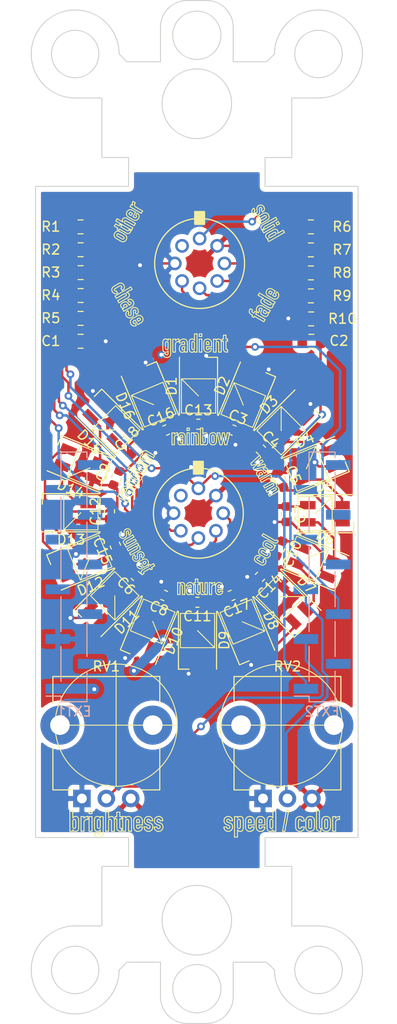
<source format=kicad_pcb>
(kicad_pcb (version 20171130) (host pcbnew "(5.1.5-0-10_14)")
  (layers (0 F.Cu signal) (31 B.Cu signal) (34 B.Paste user) (35 F.Paste user) (36 B.SilkS user) (37 F.SilkS user hide) (38 B.Mask user) (39 F.Mask user) (44 Edge.Cuts user))
  (net 0 "")
  (net 1 GNDD)
  (net 2 +5V)
  (net 3 "Net-(D1-Pad2)")
  (net 4 "Net-(D2-Pad2)")
  (net 5 "Net-(D3-Pad2)")
  (net 6 "Net-(D4-Pad2)")
  (net 7 "Net-(D5-Pad2)")
  (net 8 "Net-(D6-Pad2)")
  (net 9 "Net-(D7-Pad2)")
  (net 10 "Net-(D8-Pad2)")
  (net 11 "Net-(D10-Pad4)")
  (net 12 "Net-(D10-Pad2)")
  (net 13 "Net-(D11-Pad2)")
  (net 14 "Net-(D12-Pad2)")
  (net 15 "Net-(D13-Pad2)")
  (net 16 "Net-(D14-Pad2)")
  (net 17 "Net-(D15-Pad2)")
  (net 18 "Net-(D16-Pad2)")
  (net 19 "Net-(R1-Pad1)")
  (net 20 "Net-(R2-Pad1)")
  (net 21 "Net-(R3-Pad1)")
  (net 22 "Net-(R4-Pad1)")
  (net 23 "Net-(R6-Pad1)")
  (net 24 "Net-(R7-Pad1)")
  (net 25 "Net-(R8-Pad1)")
  (net 26 "Net-(R10-Pad2)")
  (net 27 /BRIGHT)
  (net 28 /GPI39)
  (net 29 /GPI34/BUT1)
  (net 30 /GPIO32)
  (net 31 /GPI35)
  (net 32 /GPIO5/SPI_CS)
  (net 33 /GPIO4/U1TXD)
  (net 34 /GPIO3/U0RXD)
  (net 35 /GPIO2/HS2_DATA0)
  (net 36 /GPIO1/U0TXD)
  (net 37 /GPIO0)
  (net 38 /ESP_EN)
  (net 39 +3V3)
  (net 40 /GPIO13/I2C-SDA)
  (net 41 /GPIO14/HS2_CLK)
  (net 42 /GPIO15/HS2_CMD)
  (net 43 /GPIO16/I2C-SCL)
  (net 44 /GPI36/U1RXD)
  (module Capacitor_SMD:C_0603_1608Metric (layer F.Cu) (at 191.4898 91.347429 45)
    (fp_text reference C18 (at 0 -1.43 45) (layer F.SilkS))
    (fp_text value 100nF)
    (pad 2 smd roundrect (at 0.7875 0 45) (size 0.875 0.95) (layers F.Cu F.Paste F.Mask) (net 1 GNDD))
    (pad 1 smd roundrect (at -0.7875 0 45) (size 0.875 0.95) (layers F.Cu F.Paste F.Mask) (net 2 +5V))
  )
  (module Capacitor_SMD:C_0603_1608Metric (layer F.Cu) (at 201.1898 106.347429 202.5)
    (fp_text reference C17 (at 0 -1.43 22.5) (layer F.SilkS))
    (fp_text value 100nF)
    (pad 2 smd roundrect (at 0.7875 0 202.5) (size 0.875 0.95) (layers F.Cu F.Paste F.Mask) (net 1 GNDD))
    (pad 1 smd roundrect (at -0.7875 0 202.5) (size 0.875 0.95) (layers F.Cu F.Paste F.Mask) (net 2 +5V))
  )
  (module Capacitor_SMD:C_0603_1608Metric (layer F.Cu) (at 194.4898 89.447429 22.5)
    (fp_text reference C16 (at 0 -1.43 22.5) (layer F.SilkS))
    (fp_text value 100nF)
    (pad 2 smd roundrect (at 0.7875 0 22.5) (size 0.875 0.95) (layers F.Cu F.Paste F.Mask) (net 1 GNDD))
    (pad 1 smd roundrect (at -0.7875 0 22.5) (size 0.875 0.95) (layers F.Cu F.Paste F.Mask) (net 2 +5V))
  )
  (module Capacitor_SMD:C_0603_1608Metric (layer F.Cu) (at 189.2898 101.247429 112.5)
    (fp_text reference C15 (at 0 -1.43 112.5) (layer F.SilkS))
    (fp_text value 100nF)
    (pad 2 smd roundrect (at 0.7875 0 112.5) (size 0.875 0.95) (layers F.Cu F.Paste F.Mask) (net 1 GNDD))
    (pad 1 smd roundrect (at -0.7875 0 112.5) (size 0.875 0.95) (layers F.Cu F.Paste F.Mask) (net 2 +5V))
  )
  (module Capacitor_SMD:C_0603_1608Metric (layer F.Cu) (at 204.0898 104.447429 225)
    (fp_text reference C14 (at 0 -1.43 45) (layer F.SilkS))
    (fp_text value 100nF)
    (pad 2 smd roundrect (at 0.7875 0 225) (size 0.875 0.95) (layers F.Cu F.Paste F.Mask) (net 1 GNDD))
    (pad 1 smd roundrect (at -0.7875 0 225) (size 0.875 0.95) (layers F.Cu F.Paste F.Mask) (net 2 +5V))
  )
  (module Capacitor_SMD:C_0603_1608Metric (layer F.Cu) (at 197.7898 88.847429)
    (fp_text reference C13 (at 0 -1.43) (layer F.SilkS))
    (fp_text value 100nF)
    (pad 2 smd roundrect (at 0.7875 0) (size 0.875 0.95) (layers F.Cu F.Paste F.Mask) (net 1 GNDD))
    (pad 1 smd roundrect (at -0.7875 0) (size 0.875 0.95) (layers F.Cu F.Paste F.Mask) (net 2 +5V))
  )
  (module Capacitor_SMD:C_0603_1608Metric (layer F.Cu) (at 188.6898 97.747429 90)
    (fp_text reference C12 (at 0 -1.43 90) (layer F.SilkS))
    (fp_text value 100nF)
    (pad 2 smd roundrect (at 0.7875 0 90) (size 0.875 0.95) (layers F.Cu F.Paste F.Mask) (net 1 GNDD))
    (pad 1 smd roundrect (at -0.7875 0 90) (size 0.875 0.95) (layers F.Cu F.Paste F.Mask) (net 2 +5V))
  )
  (module Capacitor_SMD:C_0603_1608Metric (layer F.Cu) (at 197.6898 107.047429 180)
    (fp_text reference C11 (at 0 -1.43) (layer F.SilkS))
    (fp_text value 100nF)
    (pad 2 smd roundrect (at 0.7875 0 180) (size 0.875 0.95) (layers F.Cu F.Paste F.Mask) (net 1 GNDD))
    (pad 1 smd roundrect (at -0.7875 0 180) (size 0.875 0.95) (layers F.Cu F.Paste F.Mask) (net 2 +5V))
  )
  (module Capacitor_SMD:C_0603_1608Metric (layer F.Cu) (at 206.0898 101.547429 247.5)
    (fp_text reference C10 (at 0 -1.43 67.5) (layer F.SilkS))
    (fp_text value 100nF)
    (pad 2 smd roundrect (at 0.7875 0 247.5) (size 0.875 0.95) (layers F.Cu F.Paste F.Mask) (net 1 GNDD))
    (pad 1 smd roundrect (at -0.7875 0 247.5) (size 0.875 0.95) (layers F.Cu F.Paste F.Mask) (net 2 +5V))
  )
  (module Capacitor_SMD:C_0603_1608Metric (layer F.Cu) (at 189.3898 94.347429 67.5)
    (fp_text reference C9 (at 0 -1.43 67.5) (layer F.SilkS))
    (fp_text value 100nF)
    (pad 2 smd roundrect (at 0.7875 0 67.5) (size 0.875 0.95) (layers F.Cu F.Paste F.Mask) (net 1 GNDD))
    (pad 1 smd roundrect (at -0.7875 0 67.5) (size 0.875 0.95) (layers F.Cu F.Paste F.Mask) (net 2 +5V))
  )
  (module Capacitor_SMD:C_0603_1608Metric (layer F.Cu) (at 194.2898 106.347429 157.5)
    (fp_text reference C8 (at 0 -1.43 157.5) (layer F.SilkS))
    (fp_text value 100nF)
    (pad 2 smd roundrect (at 0.7875 0 157.5) (size 0.875 0.95) (layers F.Cu F.Paste F.Mask) (net 1 GNDD))
    (pad 1 smd roundrect (at -0.7875 0 157.5) (size 0.875 0.95) (layers F.Cu F.Paste F.Mask) (net 2 +5V))
  )
  (module Capacitor_SMD:C_0603_1608Metric (layer F.Cu) (at 206.7898 98.047429 270)
    (fp_text reference C7 (at 0 -1.43 90) (layer F.SilkS))
    (fp_text value 100nF)
    (pad 2 smd roundrect (at 0.7875 0 270) (size 0.875 0.95) (layers F.Cu F.Paste F.Mask) (net 1 GNDD))
    (pad 1 smd roundrect (at -0.7875 0 270) (size 0.875 0.95) (layers F.Cu F.Paste F.Mask) (net 2 +5V))
  )
  (module Capacitor_SMD:C_0603_1608Metric (layer F.Cu) (at 191.3898 104.347429 135)
    (fp_text reference C6 (at 0 -1.43 135) (layer F.SilkS))
    (fp_text value 100nF)
    (pad 2 smd roundrect (at 0.7875 0 135) (size 0.875 0.95) (layers F.Cu F.Paste F.Mask) (net 1 GNDD))
    (pad 1 smd roundrect (at -0.7875 0 135) (size 0.875 0.95) (layers F.Cu F.Paste F.Mask) (net 2 +5V))
  )
  (module Capacitor_SMD:C_0603_1608Metric (layer F.Cu) (at 206.1898 94.547429 292.5)
    (fp_text reference C5 (at 0 -1.43 112.5) (layer F.SilkS))
    (fp_text value 100nF)
    (pad 2 smd roundrect (at 0.7875 0 292.5) (size 0.875 0.95) (layers F.Cu F.Paste F.Mask) (net 1 GNDD))
    (pad 1 smd roundrect (at -0.7875 0 292.5) (size 0.875 0.95) (layers F.Cu F.Paste F.Mask) (net 2 +5V))
  )
  (module Capacitor_SMD:C_0603_1608Metric (layer F.Cu) (at 204.1898 91.447429 315)
    (fp_text reference C4 (at 0 -1.43 135) (layer F.SilkS))
    (fp_text value 100nF)
    (pad 2 smd roundrect (at 0.7875 0 315) (size 0.875 0.95) (layers F.Cu F.Paste F.Mask) (net 1 GNDD))
    (pad 1 smd roundrect (at -0.7875 0 315) (size 0.875 0.95) (layers F.Cu F.Paste F.Mask) (net 2 +5V))
  )
  (module Capacitor_SMD:C_0603_1608Metric (layer F.Cu) (at 201.2898 89.447429 337.5)
    (fp_text reference C3 (at 0 -1.43 157.5) (layer F.SilkS))
    (fp_text value 100nF)
    (pad 2 smd roundrect (at 0.7875 0 337.5) (size 0.875 0.95) (layers F.Cu F.Paste F.Mask) (net 1 GNDD))
    (pad 1 smd roundrect (at -0.7875 0 337.5) (size 0.875 0.95) (layers F.Cu F.Paste F.Mask) (net 2 +5V))
  )
  (module LED_SMD:LED_SK6812MINI_PLCC4_3.5x3.5mm_P1.75mm (layer F.Cu) (at 188.603837 88.724973 135)
    (fp_text reference D15 (at 0 -2.75 135) (layer F.SilkS))
    (fp_text value WS2812B)
    (pad 1 smd rect (at -1.75 -0.875 135) (size 1.6 0.85) (layers F.Cu F.Paste F.Mask) (net 2 +5V))
    (pad 2 smd rect (at -1.75 0.875 135) (size 1.6 0.85) (layers F.Cu F.Paste F.Mask) (net 17 "Net-(D15-Pad2)"))
    (pad 4 smd rect (at 1.75 -0.875 135) (size 1.6 0.85) (layers F.Cu F.Paste F.Mask) (net 16 "Net-(D14-Pad2)"))
    (pad 3 smd rect (at 1.75 0.875 135) (size 1.6 0.85) (layers F.Cu F.Paste F.Mask) (net 1 GNDD))
  )
  (module LED_SMD:LED_SK6812MINI_PLCC4_3.5x3.5mm_P1.75mm (layer F.Cu) (at 197.802163 84.959899 90)
    (fp_text reference D1 (at 0 -2.75 90) (layer F.SilkS))
    (fp_text value WS2812B)
    (pad 1 smd rect (at -1.75 -0.875 90) (size 1.6 0.85) (layers F.Cu F.Paste F.Mask) (net 2 +5V))
    (pad 2 smd rect (at -1.75 0.875 90) (size 1.6 0.85) (layers F.Cu F.Paste F.Mask) (net 3 "Net-(D1-Pad2)"))
    (pad 4 smd rect (at 1.75 -0.875 90) (size 1.6 0.85) (layers F.Cu F.Paste F.Mask) (net 30 /GPIO32))
    (pad 3 smd rect (at 1.75 0.875 90) (size 1.6 0.85) (layers F.Cu F.Paste F.Mask) (net 1 GNDD))
  )
  (module Connector_PinHeader_2.54mm:PinHeader_1x10_P2.54mm_Vertical_SMD_Pin1Left (layer B.Cu) (at 210.451363 104.451099)
    (fp_text reference EXT2 (at 0 13.76) (layer B.SilkS) (effects (justify mirror)))
    (fp_text value "NS(HN1x10)")
    (pad 10 smd rect (at 1.655 -11.43) (size 2.51 1) (layers B.Cu B.Paste B.Mask) (net 40 /GPIO13/I2C-SDA))
    (pad 8 smd rect (at 1.655 -6.35) (size 2.51 1) (layers B.Cu B.Paste B.Mask) (net 42 /GPIO15/HS2_CMD))
    (pad 6 smd rect (at 1.655 -1.27) (size 2.51 1) (layers B.Cu B.Paste B.Mask) (net 30 /GPIO32))
    (pad 4 smd rect (at 1.655 3.81) (size 2.51 1) (layers B.Cu B.Paste B.Mask) (net 29 /GPI34/BUT1))
    (pad 2 smd rect (at 1.655 8.89) (size 2.51 1) (layers B.Cu B.Paste B.Mask) (net 44 /GPI36/U1RXD))
    (pad 9 smd rect (at -1.655 -8.89) (size 2.51 1) (layers B.Cu B.Paste B.Mask) (net 41 /GPIO14/HS2_CLK))
    (pad 7 smd rect (at -1.655 -3.81) (size 2.51 1) (layers B.Cu B.Paste B.Mask) (net 43 /GPIO16/I2C-SCL))
    (pad 5 smd rect (at -1.655 1.27) (size 2.51 1) (layers B.Cu B.Paste B.Mask) (net 27 /BRIGHT))
    (pad 3 smd rect (at -1.655 6.35) (size 2.51 1) (layers B.Cu B.Paste B.Mask) (net 31 /GPI35))
    (pad 1 smd rect (at -1.655 11.43) (size 2.51 1) (layers B.Cu B.Paste B.Mask) (net 28 /GPI39))
  )
  (module Connector_PinHeader_2.54mm:PinHeader_1x10_P2.54mm_Vertical_SMD_Pin1Left (layer B.Cu) (at 185.051363 104.451099)
    (fp_text reference EXT1 (at 0 13.76) (layer B.SilkS) (effects (justify mirror)))
    (fp_text value "NS(HN1x10)")
    (pad 10 smd rect (at 1.655 -11.43) (size 2.51 1) (layers B.Cu B.Paste B.Mask) (net 32 /GPIO5/SPI_CS))
    (pad 8 smd rect (at 1.655 -6.35) (size 2.51 1) (layers B.Cu B.Paste B.Mask) (net 34 /GPIO3/U0RXD))
    (pad 6 smd rect (at 1.655 -1.27) (size 2.51 1) (layers B.Cu B.Paste B.Mask) (net 36 /GPIO1/U0TXD))
    (pad 4 smd rect (at 1.655 3.81) (size 2.51 1) (layers B.Cu B.Paste B.Mask) (net 38 /ESP_EN))
    (pad 2 smd rect (at 1.655 8.89) (size 2.51 1) (layers B.Cu B.Paste B.Mask) (net 39 +3V3))
    (pad 9 smd rect (at -1.655 -8.89) (size 2.51 1) (layers B.Cu B.Paste B.Mask) (net 33 /GPIO4/U1TXD))
    (pad 7 smd rect (at -1.655 -3.81) (size 2.51 1) (layers B.Cu B.Paste B.Mask) (net 35 /GPIO2/HS2_DATA0))
    (pad 5 smd rect (at -1.655 1.27) (size 2.51 1) (layers B.Cu B.Paste B.Mask) (net 37 /GPIO0))
    (pad 3 smd rect (at -1.655 6.35) (size 2.51 1) (layers B.Cu B.Paste B.Mask) (net 1 GNDD))
    (pad 1 smd rect (at -1.655 11.43) (size 2.51 1) (layers B.Cu B.Paste B.Mask) (net 2 +5V))
  )
  (module LED_SMD:LED_SK6812MINI_PLCC4_3.5x3.5mm_P1.75mm (layer F.Cu) (at 192.8297 85.92756 112.5)
    (fp_text reference D16 (at 0 -2.75 112.5) (layer F.SilkS))
    (fp_text value WS2812B)
    (pad 1 smd rect (at -1.75 -0.875 112.5) (size 1.6 0.85) (layers F.Cu F.Paste F.Mask) (net 2 +5V))
    (pad 2 smd rect (at -1.75 0.875 112.5) (size 1.6 0.85) (layers F.Cu F.Paste F.Mask) (net 18 "Net-(D16-Pad2)"))
    (pad 4 smd rect (at 1.75 -0.875 112.5) (size 1.6 0.85) (layers F.Cu F.Paste F.Mask) (net 17 "Net-(D15-Pad2)"))
    (pad 3 smd rect (at 1.75 0.875 112.5) (size 1.6 0.85) (layers F.Cu F.Paste F.Mask) (net 1 GNDD))
  )
  (module LED_SMD:LED_SK6812MINI_PLCC4_3.5x3.5mm_P1.75mm (layer F.Cu) (at 185.773404 92.927976 157.5)
    (fp_text reference D14 (at 0 -2.75 157.5) (layer F.SilkS))
    (fp_text value WS2812B)
    (pad 1 smd rect (at -1.75 -0.875 157.5) (size 1.6 0.85) (layers F.Cu F.Paste F.Mask) (net 2 +5V))
    (pad 2 smd rect (at -1.75 0.875 157.5) (size 1.6 0.85) (layers F.Cu F.Paste F.Mask) (net 16 "Net-(D14-Pad2)"))
    (pad 4 smd rect (at 1.75 -0.875 157.5) (size 1.6 0.85) (layers F.Cu F.Paste F.Mask) (net 15 "Net-(D13-Pad2)"))
    (pad 3 smd rect (at 1.75 0.875 157.5) (size 1.6 0.85) (layers F.Cu F.Paste F.Mask) (net 1 GNDD))
  )
  (module LED_SMD:LED_SK6812MINI_PLCC4_3.5x3.5mm_P1.75mm (layer F.Cu) (at 184.762563 97.895359 180)
    (fp_text reference D13 (at 0 -2.75 180) (layer F.SilkS))
    (fp_text value WS2812B)
    (pad 1 smd rect (at -1.75 -0.875 180) (size 1.6 0.85) (layers F.Cu F.Paste F.Mask) (net 2 +5V))
    (pad 2 smd rect (at -1.75 0.875 180) (size 1.6 0.85) (layers F.Cu F.Paste F.Mask) (net 15 "Net-(D13-Pad2)"))
    (pad 4 smd rect (at 1.75 -0.875 180) (size 1.6 0.85) (layers F.Cu F.Paste F.Mask) (net 14 "Net-(D12-Pad2)"))
    (pad 3 smd rect (at 1.75 0.875 180) (size 1.6 0.85) (layers F.Cu F.Paste F.Mask) (net 1 GNDD))
  )
  (module LED_SMD:LED_SK6812MINI_PLCC4_3.5x3.5mm_P1.75mm (layer F.Cu) (at 185.732764 102.867822 202.5)
    (fp_text reference D12 (at 0 -2.75 202.5) (layer F.SilkS))
    (fp_text value WS2812B)
    (pad 1 smd rect (at -1.75 -0.875 202.5) (size 1.6 0.85) (layers F.Cu F.Paste F.Mask) (net 2 +5V))
    (pad 2 smd rect (at -1.75 0.875 202.5) (size 1.6 0.85) (layers F.Cu F.Paste F.Mask) (net 14 "Net-(D12-Pad2)"))
    (pad 4 smd rect (at 1.75 -0.875 202.5) (size 1.6 0.85) (layers F.Cu F.Paste F.Mask) (net 13 "Net-(D11-Pad2)"))
    (pad 3 smd rect (at 1.75 0.875 202.5) (size 1.6 0.85) (layers F.Cu F.Paste F.Mask) (net 1 GNDD))
  )
  (module LED_SMD:LED_SK6812MINI_PLCC4_3.5x3.5mm_P1.75mm (layer F.Cu) (at 188.530177 107.086065 225)
    (fp_text reference D11 (at 0 -2.75 225) (layer F.SilkS))
    (fp_text value WS2812B)
    (pad 1 smd rect (at -1.75 -0.875 225) (size 1.6 0.85) (layers F.Cu F.Paste F.Mask) (net 2 +5V))
    (pad 2 smd rect (at -1.75 0.875 225) (size 1.6 0.85) (layers F.Cu F.Paste F.Mask) (net 13 "Net-(D11-Pad2)"))
    (pad 4 smd rect (at 1.75 -0.875 225) (size 1.6 0.85) (layers F.Cu F.Paste F.Mask) (net 12 "Net-(D10-Pad2)"))
    (pad 3 smd rect (at 1.75 0.875 225) (size 1.6 0.85) (layers F.Cu F.Paste F.Mask) (net 1 GNDD))
  )
  (module LED_SMD:LED_SK6812MINI_PLCC4_3.5x3.5mm_P1.75mm (layer F.Cu) (at 192.73064 109.924118 247.5)
    (fp_text reference D10 (at 0 -2.75 247.5) (layer F.SilkS))
    (fp_text value WS2812B)
    (pad 1 smd rect (at -1.75 -0.875 247.5) (size 1.6 0.85) (layers F.Cu F.Paste F.Mask) (net 2 +5V))
    (pad 2 smd rect (at -1.75 0.875 247.5) (size 1.6 0.85) (layers F.Cu F.Paste F.Mask) (net 12 "Net-(D10-Pad2)"))
    (pad 4 smd rect (at 1.75 -0.875 247.5) (size 1.6 0.85) (layers F.Cu F.Paste F.Mask) (net 11 "Net-(D10-Pad4)"))
    (pad 3 smd rect (at 1.75 0.875 247.5) (size 1.6 0.85) (layers F.Cu F.Paste F.Mask) (net 1 GNDD))
  )
  (module LED_SMD:LED_SK6812MINI_PLCC4_3.5x3.5mm_P1.75mm (layer F.Cu) (at 197.698023 110.934959 270)
    (fp_text reference D9 (at 0 -2.75 270) (layer F.SilkS))
    (fp_text value WS2812B)
    (pad 1 smd rect (at -1.75 -0.875 270) (size 1.6 0.85) (layers F.Cu F.Paste F.Mask) (net 2 +5V))
    (pad 2 smd rect (at -1.75 0.875 270) (size 1.6 0.85) (layers F.Cu F.Paste F.Mask) (net 11 "Net-(D10-Pad4)"))
    (pad 4 smd rect (at 1.75 -0.875 270) (size 1.6 0.85) (layers F.Cu F.Paste F.Mask) (net 10 "Net-(D8-Pad2)"))
    (pad 3 smd rect (at 1.75 0.875 270) (size 1.6 0.85) (layers F.Cu F.Paste F.Mask) (net 1 GNDD))
  )
  (module LED_SMD:LED_SK6812MINI_PLCC4_3.5x3.5mm_P1.75mm (layer F.Cu) (at 202.673026 109.964758 292.5)
    (fp_text reference D8 (at 0 -2.75 292.5) (layer F.SilkS))
    (fp_text value WS2812B)
    (pad 1 smd rect (at -1.75 -0.875 292.5) (size 1.6 0.85) (layers F.Cu F.Paste F.Mask) (net 2 +5V))
    (pad 2 smd rect (at -1.75 0.875 292.5) (size 1.6 0.85) (layers F.Cu F.Paste F.Mask) (net 10 "Net-(D8-Pad2)"))
    (pad 4 smd rect (at 1.75 -0.875 292.5) (size 1.6 0.85) (layers F.Cu F.Paste F.Mask) (net 9 "Net-(D7-Pad2)"))
    (pad 3 smd rect (at 1.75 0.875 292.5) (size 1.6 0.85) (layers F.Cu F.Paste F.Mask) (net 1 GNDD))
  )
  (module LED_SMD:LED_SK6812MINI_PLCC4_3.5x3.5mm_P1.75mm (layer F.Cu) (at 206.891269 107.169885 315)
    (fp_text reference D7 (at 0 -2.75 315) (layer F.SilkS))
    (fp_text value WS2812B)
    (pad 1 smd rect (at -1.75 -0.875 315) (size 1.6 0.85) (layers F.Cu F.Paste F.Mask) (net 2 +5V))
    (pad 2 smd rect (at -1.75 0.875 315) (size 1.6 0.85) (layers F.Cu F.Paste F.Mask) (net 9 "Net-(D7-Pad2)"))
    (pad 4 smd rect (at 1.75 -0.875 315) (size 1.6 0.85) (layers F.Cu F.Paste F.Mask) (net 8 "Net-(D6-Pad2)"))
    (pad 3 smd rect (at 1.75 0.875 315) (size 1.6 0.85) (layers F.Cu F.Paste F.Mask) (net 1 GNDD))
  )
  (module LED_SMD:LED_SK6812MINI_PLCC4_3.5x3.5mm_P1.75mm (layer F.Cu) (at 209.729322 102.961802 337.5)
    (fp_text reference D6 (at 0 -2.75 337.5) (layer F.SilkS))
    (fp_text value WS2812B)
    (pad 1 smd rect (at -1.75 -0.875 337.5) (size 1.6 0.85) (layers F.Cu F.Paste F.Mask) (net 2 +5V))
    (pad 2 smd rect (at -1.75 0.875 337.5) (size 1.6 0.85) (layers F.Cu F.Paste F.Mask) (net 8 "Net-(D6-Pad2)"))
    (pad 4 smd rect (at 1.75 -0.875 337.5) (size 1.6 0.85) (layers F.Cu F.Paste F.Mask) (net 7 "Net-(D5-Pad2)"))
    (pad 3 smd rect (at 1.75 0.875 337.5) (size 1.6 0.85) (layers F.Cu F.Paste F.Mask) (net 1 GNDD))
  )
  (module LED_SMD:LED_SK6812MINI_PLCC4_3.5x3.5mm_P1.75mm (layer F.Cu) (at 210.737623 97.996959)
    (fp_text reference D5 (at 0 -2.75) (layer F.SilkS))
    (fp_text value WS2812B)
    (pad 1 smd rect (at -1.75 -0.875) (size 1.6 0.85) (layers F.Cu F.Paste F.Mask) (net 2 +5V))
    (pad 2 smd rect (at -1.75 0.875) (size 1.6 0.85) (layers F.Cu F.Paste F.Mask) (net 7 "Net-(D5-Pad2)"))
    (pad 4 smd rect (at 1.75 -0.875) (size 1.6 0.85) (layers F.Cu F.Paste F.Mask) (net 6 "Net-(D4-Pad2)"))
    (pad 3 smd rect (at 1.75 0.875) (size 1.6 0.85) (layers F.Cu F.Paste F.Mask) (net 1 GNDD))
  )
  (module LED_SMD:LED_SK6812MINI_PLCC4_3.5x3.5mm_P1.75mm (layer F.Cu) (at 209.767422 93.027036 22.5)
    (fp_text reference D4 (at 0 -2.75 22.5) (layer F.SilkS))
    (fp_text value WS2812B)
    (pad 1 smd rect (at -1.75 -0.875 22.5) (size 1.6 0.85) (layers F.Cu F.Paste F.Mask) (net 2 +5V))
    (pad 2 smd rect (at -1.75 0.875 22.5) (size 1.6 0.85) (layers F.Cu F.Paste F.Mask) (net 6 "Net-(D4-Pad2)"))
    (pad 4 smd rect (at 1.75 -0.875 22.5) (size 1.6 0.85) (layers F.Cu F.Paste F.Mask) (net 5 "Net-(D3-Pad2)"))
    (pad 3 smd rect (at 1.75 0.875 22.5) (size 1.6 0.85) (layers F.Cu F.Paste F.Mask) (net 1 GNDD))
  )
  (module LED_SMD:LED_SK6812MINI_PLCC4_3.5x3.5mm_P1.75mm (layer F.Cu) (at 206.970009 88.808793 45)
    (fp_text reference D3 (at 0 -2.75 45) (layer F.SilkS))
    (fp_text value WS2812B)
    (pad 1 smd rect (at -1.75 -0.875 45) (size 1.6 0.85) (layers F.Cu F.Paste F.Mask) (net 2 +5V))
    (pad 2 smd rect (at -1.75 0.875 45) (size 1.6 0.85) (layers F.Cu F.Paste F.Mask) (net 5 "Net-(D3-Pad2)"))
    (pad 4 smd rect (at 1.75 -0.875 45) (size 1.6 0.85) (layers F.Cu F.Paste F.Mask) (net 4 "Net-(D2-Pad2)"))
    (pad 3 smd rect (at 1.75 0.875 45) (size 1.6 0.85) (layers F.Cu F.Paste F.Mask) (net 1 GNDD))
  )
  (module LED_SMD:LED_SK6812MINI_PLCC4_3.5x3.5mm_P1.75mm (layer F.Cu) (at 202.769546 85.97582 67.5)
    (fp_text reference D2 (at 0 -2.75 67.5) (layer F.SilkS))
    (fp_text value WS2812B)
    (pad 1 smd rect (at -1.75 -0.875 67.5) (size 1.6 0.85) (layers F.Cu F.Paste F.Mask) (net 2 +5V))
    (pad 2 smd rect (at -1.75 0.875 67.5) (size 1.6 0.85) (layers F.Cu F.Paste F.Mask) (net 4 "Net-(D2-Pad2)"))
    (pad 4 smd rect (at 1.75 -0.875 67.5) (size 1.6 0.85) (layers F.Cu F.Paste F.Mask) (net 3 "Net-(D1-Pad2)"))
    (pad 3 smd rect (at 1.75 0.875 67.5) (size 1.6 0.85) (layers F.Cu F.Paste F.Mask) (net 1 GNDD))
  )
  (module YonaFootprints:RM106772BCB (layer F.Cu) (at 197.7898 97.9424)
    (fp_text reference S2 hide)
    (fp_text value RM106772BCB hide)
    (pad 7 thru_hole circle (at -1.796 -1.796) (size 1.408 1.408) (drill 0.9) (layers *.Cu *.Mask))
    (pad 6 thru_hole circle (at -2.54 0) (size 1.408 1.408) (drill 0.9) (layers *.Cu *.Mask) (net 1 GNDD))
    (pad 5 thru_hole circle (at -1.796 1.796) (size 1.408 1.408) (drill 0.9) (layers *.Cu *.Mask) (net 22 "Net-(R4-Pad1)"))
    (pad 4 thru_hole circle (at 0 2.54) (size 1.408 1.408) (drill 0.9) (layers *.Cu *.Mask) (net 21 "Net-(R3-Pad1)"))
    (pad 3 thru_hole circle (at 1.796 1.796) (size 1.408 1.408) (drill 0.9) (layers *.Cu *.Mask) (net 20 "Net-(R2-Pad1)"))
    (pad 2 thru_hole circle (at 2.54 0) (size 1.408 1.408) (drill 0.9) (layers *.Cu *.Mask) (net 19 "Net-(R1-Pad1)"))
    (pad 1 thru_hole circle (at 1.796 -1.796) (size 1.408 1.408) (drill 0.9) (layers *.Cu *.Mask) (net 2 +5V))
    (pad C thru_hole circle (at 0 -2.54) (size 1.408 1.408) (drill 0.9) (layers *.Cu *.Mask) (net 28 /GPI39))
  )
  (module YonaFootprints:RM106772BCB (layer F.Cu) (at 197.9168 72.4154)
    (fp_text reference S1 hide)
    (fp_text value RM106772BCB hide)
    (pad 7 thru_hole circle (at -1.796 -1.796) (size 1.408 1.408) (drill 0.9) (layers *.Cu *.Mask))
    (pad 6 thru_hole circle (at -2.54 0) (size 1.408 1.408) (drill 0.9) (layers *.Cu *.Mask) (net 1 GNDD))
    (pad 5 thru_hole circle (at -1.796 1.796) (size 1.408 1.408) (drill 0.9) (layers *.Cu *.Mask) (net 26 "Net-(R10-Pad2)"))
    (pad 4 thru_hole circle (at 0 2.54) (size 1.408 1.408) (drill 0.9) (layers *.Cu *.Mask) (net 25 "Net-(R8-Pad1)"))
    (pad 3 thru_hole circle (at 1.796 1.796) (size 1.408 1.408) (drill 0.9) (layers *.Cu *.Mask) (net 24 "Net-(R7-Pad1)"))
    (pad 2 thru_hole circle (at 2.54 0) (size 1.408 1.408) (drill 0.9) (layers *.Cu *.Mask) (net 23 "Net-(R6-Pad1)"))
    (pad 1 thru_hole circle (at 1.796 -1.796) (size 1.408 1.408) (drill 0.9) (layers *.Cu *.Mask) (net 2 +5V))
    (pad C thru_hole circle (at 0 -2.54) (size 1.408 1.408) (drill 0.9) (layers *.Cu *.Mask) (net 29 /GPI34/BUT1))
  )
  (module Potentiometer_THT:Potentiometer_TT_P0915N (layer F.Cu) (at 204.4088 127.1016)
    (fp_text reference RV2 (at 2.5 -13.5) (layer F.SilkS))
    (fp_text value R_POT)
    (pad 1 thru_hole rect (at 0 0) (size 1.8 1.8) (drill 1) (layers *.Cu *.Mask) (net 1 GNDD))
    (pad 2 thru_hole circle (at 2.5 0) (size 1.8 1.8) (drill 1) (layers *.Cu *.Mask) (net 27 /BRIGHT))
    (pad 3 thru_hole circle (at 5 0) (size 1.8 1.8) (drill 1) (layers *.Cu *.Mask) (net 2 +5V))
    (pad "" thru_hole oval (at -2.25 -7.5) (size 4 4) (drill 2) (layers *.Cu *.Mask))
    (pad "" thru_hole oval (at 7.25 -7.5) (size 4 4) (drill 2) (layers *.Cu *.Mask))
  )
  (module Potentiometer_THT:Potentiometer_TT_P0915N (layer F.Cu) (at 185.8678 127.1016)
    (fp_text reference RV1 (at 2.5 -13.5) (layer F.SilkS))
    (fp_text value R_POT)
    (pad 1 thru_hole rect (at 0 0) (size 1.8 1.8) (drill 1) (layers *.Cu *.Mask) (net 1 GNDD))
    (pad 2 thru_hole circle (at 2.5 0) (size 1.8 1.8) (drill 1) (layers *.Cu *.Mask) (net 31 /GPI35))
    (pad 3 thru_hole circle (at 5 0) (size 1.8 1.8) (drill 1) (layers *.Cu *.Mask) (net 2 +5V))
    (pad "" thru_hole oval (at -2.25 -7.5) (size 4 4) (drill 2) (layers *.Cu *.Mask))
    (pad "" thru_hole oval (at 7.25 -7.5) (size 4 4) (drill 2) (layers *.Cu *.Mask))
  )
  (module Resistor_SMD:R_0805_2012Metric (layer F.Cu) (at 209.336303 78.085899)
    (fp_text reference R10 (at 3.19024 -0.01678) (layer F.SilkS))
    (fp_text value 1K)
    (pad 2 smd roundrect (at 0.9375 0) (size 0.975 1.4) (layers F.Cu F.Paste F.Mask) (net 26 "Net-(R10-Pad2)"))
    (pad 1 smd roundrect (at -0.9375 0) (size 0.975 1.4) (layers F.Cu F.Paste F.Mask) (net 1 GNDD))
  )
  (module Resistor_SMD:R_0805_2012Metric (layer F.Cu) (at 209.305823 75.734494)
    (fp_text reference R9 (at 3.19024 -0.01678) (layer F.SilkS))
    (fp_text value 1K)
    (pad 2 smd roundrect (at 0.9375 0) (size 0.975 1.4) (layers F.Cu F.Paste F.Mask) (net 25 "Net-(R8-Pad1)"))
    (pad 1 smd roundrect (at -0.9375 0) (size 0.975 1.4) (layers F.Cu F.Paste F.Mask) (net 26 "Net-(R10-Pad2)"))
  )
  (module Resistor_SMD:R_0805_2012Metric (layer F.Cu) (at 209.305823 73.383089)
    (fp_text reference R8 (at 3.19024 -0.01678) (layer F.SilkS))
    (fp_text value 1K)
    (pad 2 smd roundrect (at 0.9375 0) (size 0.975 1.4) (layers F.Cu F.Paste F.Mask) (net 24 "Net-(R7-Pad1)"))
    (pad 1 smd roundrect (at -0.9375 0) (size 0.975 1.4) (layers F.Cu F.Paste F.Mask) (net 25 "Net-(R8-Pad1)"))
  )
  (module Resistor_SMD:R_0805_2012Metric (layer F.Cu) (at 209.305823 71.031684)
    (fp_text reference R7 (at 3.19024 -0.01678) (layer F.SilkS))
    (fp_text value 1K)
    (pad 2 smd roundrect (at 0.9375 0) (size 0.975 1.4) (layers F.Cu F.Paste F.Mask) (net 23 "Net-(R6-Pad1)"))
    (pad 1 smd roundrect (at -0.9375 0) (size 0.975 1.4) (layers F.Cu F.Paste F.Mask) (net 24 "Net-(R7-Pad1)"))
  )
  (module Resistor_SMD:R_0805_2012Metric (layer F.Cu) (at 209.305823 68.680279)
    (fp_text reference R6 (at 3.19024 -0.01678) (layer F.SilkS))
    (fp_text value 1K)
    (pad 2 smd roundrect (at 0.9375 0) (size 0.975 1.4) (layers F.Cu F.Paste F.Mask) (net 2 +5V))
    (pad 1 smd roundrect (at -0.9375 0) (size 0.975 1.4) (layers F.Cu F.Paste F.Mask) (net 23 "Net-(R6-Pad1)"))
  )
  (module Resistor_SMD:R_0805_2012Metric (layer F.Cu) (at 185.734863 78.033575)
    (fp_text reference R5 (at -3.048 -0.0244) (layer F.SilkS))
    (fp_text value 1K)
    (pad 2 smd roundrect (at 0.9375 0) (size 0.975 1.4) (layers F.Cu F.Paste F.Mask) (net 22 "Net-(R4-Pad1)"))
    (pad 1 smd roundrect (at -0.9375 0) (size 0.975 1.4) (layers F.Cu F.Paste F.Mask) (net 1 GNDD))
  )
  (module Resistor_SMD:R_0805_2012Metric (layer F.Cu) (at 185.734863 75.695251)
    (fp_text reference R4 (at -3.048 -0.0244) (layer F.SilkS))
    (fp_text value 1K)
    (pad 2 smd roundrect (at 0.9375 0) (size 0.975 1.4) (layers F.Cu F.Paste F.Mask) (net 21 "Net-(R3-Pad1)"))
    (pad 1 smd roundrect (at -0.9375 0) (size 0.975 1.4) (layers F.Cu F.Paste F.Mask) (net 22 "Net-(R4-Pad1)"))
  )
  (module Resistor_SMD:R_0805_2012Metric (layer F.Cu) (at 185.734863 73.356927)
    (fp_text reference R3 (at -3.048 -0.0244) (layer F.SilkS))
    (fp_text value 1K)
    (pad 2 smd roundrect (at 0.9375 0) (size 0.975 1.4) (layers F.Cu F.Paste F.Mask) (net 20 "Net-(R2-Pad1)"))
    (pad 1 smd roundrect (at -0.9375 0) (size 0.975 1.4) (layers F.Cu F.Paste F.Mask) (net 21 "Net-(R3-Pad1)"))
  )
  (module Resistor_SMD:R_0805_2012Metric (layer F.Cu) (at 185.734863 71.018603)
    (fp_text reference R2 (at -3.048 -0.0244) (layer F.SilkS))
    (fp_text value 1K)
    (pad 2 smd roundrect (at 0.9375 0) (size 0.975 1.4) (layers F.Cu F.Paste F.Mask) (net 19 "Net-(R1-Pad1)"))
    (pad 1 smd roundrect (at -0.9375 0) (size 0.975 1.4) (layers F.Cu F.Paste F.Mask) (net 20 "Net-(R2-Pad1)"))
  )
  (module Resistor_SMD:R_0805_2012Metric (layer F.Cu) (at 185.734863 68.680279)
    (fp_text reference R1 (at -3.048 -0.0244) (layer F.SilkS))
    (fp_text value 1K)
    (pad 2 smd roundrect (at 0.9375 0) (size 0.975 1.4) (layers F.Cu F.Paste F.Mask) (net 2 +5V))
    (pad 1 smd roundrect (at -0.9375 0) (size 0.975 1.4) (layers F.Cu F.Paste F.Mask) (net 19 "Net-(R1-Pad1)"))
  )
  (module Capacitor_SMD:C_0805_2012Metric (layer F.Cu) (at 209.356863 80.371899 180)
    (fp_text reference C2 (at -2.8217 0.0508 180) (layer F.SilkS))
    (fp_text value 2.2uF)
    (pad 2 smd roundrect (at 0.9375 0 180) (size 0.975 1.4) (layers F.Cu F.Paste F.Mask) (net 1 GNDD))
    (pad 1 smd roundrect (at -0.9375 0 180) (size 0.975 1.4) (layers F.Cu F.Paste F.Mask) (net 29 /GPI34/BUT1))
  )
  (module Capacitor_SMD:C_0805_2012Metric (layer F.Cu) (at 185.734863 80.371899)
    (fp_text reference C1 (at -3.048 -0.0244) (layer F.SilkS))
    (fp_text value 2.2uF)
    (pad 2 smd roundrect (at 0.9375 0) (size 0.975 1.4) (layers F.Cu F.Paste F.Mask) (net 1 GNDD))
    (pad 1 smd roundrect (at -0.9375 0) (size 0.975 1.4) (layers F.Cu F.Paste F.Mask) (net 28 /GPI39))
  )
  (gr_curve (pts (xy 181.121987 64.542614) (xy 181.121987 64.542614) (xy 181.121987 131.090619) (xy 181.121987 131.090619)) (layer Edge.Cuts) (width 0.1))
  (gr_curve (pts (xy 210.085034 149.121086) (xy 212.569163 149.121086) (xy 214.582951 147.107298) (xy 214.582951 144.623169)) (layer Edge.Cuts) (width 0.1))
  (gr_curve (pts (xy 187.604279 51.010063) (xy 187.604279 52.34956) (xy 186.518406 53.435411) (xy 185.178932 53.435411)) (layer Edge.Cuts) (width 0.1))
  (gr_curve (pts (xy 185.178932 48.584716) (xy 186.518406 48.584716) (xy 187.604279 49.670589) (xy 187.604279 51.010063)) (layer Edge.Cuts) (width 0.1))
  (gr_curve (pts (xy 182.753584 51.010063) (xy 182.753584 49.670589) (xy 183.839457 48.584716) (xy 185.178932 48.584716)) (layer Edge.Cuts) (width 0.1))
  (gr_curve (pts (xy 185.178932 53.435411) (xy 183.839457 53.435411) (xy 182.753584 52.34956) (xy 182.753584 51.010063)) (layer Edge.Cuts) (width 0.1))
  (gr_curve (pts (xy 207.659687 51.010063) (xy 207.659687 49.670589) (xy 208.745559 48.584716) (xy 210.085034 48.584716)) (layer Edge.Cuts) (width 0.1))
  (gr_curve (pts (xy 210.085034 53.435411) (xy 208.745559 53.435411) (xy 207.659687 52.34956) (xy 207.659687 51.010063)) (layer Edge.Cuts) (width 0.1))
  (gr_curve (pts (xy 212.510381 51.010063) (xy 212.510381 52.34956) (xy 211.42453 53.435411) (xy 210.085034 53.435411)) (layer Edge.Cuts) (width 0.1))
  (gr_curve (pts (xy 210.085034 48.584716) (xy 211.42453 48.584716) (xy 212.510381 49.670589) (xy 212.510381 51.010063)) (layer Edge.Cuts) (width 0.1))
  (gr_curve (pts (xy 181.121987 131.090619) (xy 181.121987 131.090619) (xy 190.646987 131.090619) (xy 190.646987 131.090619)) (layer Edge.Cuts) (width 0.1))
  (gr_curve (pts (xy 190.646987 64.542614) (xy 190.646987 64.542614) (xy 181.121987 64.542614) (xy 181.121987 64.542614)) (layer Edge.Cuts) (width 0.1))
  (gr_curve (pts (xy 214.141978 64.542614) (xy 214.141978 64.542614) (xy 204.616978 64.542614) (xy 204.616978 64.542614)) (layer Edge.Cuts) (width 0.1))
  (gr_curve (pts (xy 214.141978 131.090619) (xy 214.141978 131.090619) (xy 214.141978 64.542614) (xy 214.141978 64.542614)) (layer Edge.Cuts) (width 0.1))
  (gr_curve (pts (xy 204.616978 134.039836) (xy 204.616978 134.039836) (xy 204.616978 131.090619) (xy 204.616978 131.090619)) (layer Edge.Cuts) (width 0.1))
  (gr_curve (pts (xy 210.085034 140.125253) (xy 210.085034 140.125253) (xy 207.351006 140.125253) (xy 207.351006 140.125253)) (layer Edge.Cuts) (width 0.1))
  (gr_curve (pts (xy 207.351006 140.125253) (xy 207.351006 140.125253) (xy 207.351006 134.039836) (xy 207.351006 134.039836)) (layer Edge.Cuts) (width 0.1))
  (gr_curve (pts (xy 207.351006 134.039836) (xy 207.351006 134.039836) (xy 204.616978 134.039836) (xy 204.616978 134.039836)) (layer Edge.Cuts) (width 0.1))
  (gr_curve (pts (xy 204.616978 131.090619) (xy 204.616978 131.090619) (xy 214.141978 131.090619) (xy 214.141978 131.090619)) (layer Edge.Cuts) (width 0.1))
  (gr_curve (pts (xy 205.587117 144.623169) (xy 205.587117 147.107298) (xy 207.600905 149.121086) (xy 210.085034 149.121086)) (layer Edge.Cuts) (width 0.1))
  (gr_curve (pts (xy 204.793367 143.829419) (xy 204.793367 143.829419) (xy 205.587117 144.623169) (xy 205.587117 144.623169)) (layer Edge.Cuts) (width 0.1))
  (gr_curve (pts (xy 201.353784 143.829419) (xy 201.353784 143.829419) (xy 204.793367 143.829419) (xy 204.793367 143.829419)) (layer Edge.Cuts) (width 0.1))
  (gr_curve (pts (xy 201.353784 147.357197) (xy 201.353784 147.357197) (xy 201.353784 143.829419) (xy 201.353784 143.829419)) (layer Edge.Cuts) (width 0.1))
  (gr_curve (pts (xy 198.619756 150.091225) (xy 200.12972 150.091225) (xy 201.353784 148.867161) (xy 201.353784 147.357197)) (layer Edge.Cuts) (width 0.1))
  (gr_curve (pts (xy 197.631983 150.091225) (xy 197.631983 150.091225) (xy 198.619756 150.091225) (xy 198.619756 150.091225)) (layer Edge.Cuts) (width 0.1))
  (gr_curve (pts (xy 196.644209 150.091225) (xy 196.644209 150.091225) (xy 197.631983 150.091225) (xy 197.631983 150.091225)) (layer Edge.Cuts) (width 0.1))
  (gr_curve (pts (xy 193.910182 147.357197) (xy 193.910182 148.867161) (xy 195.134246 150.091225) (xy 196.644209 150.091225)) (layer Edge.Cuts) (width 0.1))
  (gr_curve (pts (xy 193.910182 143.829419) (xy 193.910182 143.829419) (xy 193.910182 147.357197) (xy 193.910182 147.357197)) (layer Edge.Cuts) (width 0.1))
  (gr_curve (pts (xy 190.470598 143.829419) (xy 190.470598 143.829419) (xy 193.910182 143.829419) (xy 193.910182 143.829419)) (layer Edge.Cuts) (width 0.1))
  (gr_curve (pts (xy 189.676848 144.623169) (xy 189.676848 144.623169) (xy 190.470598 143.829419) (xy 190.470598 143.829419)) (layer Edge.Cuts) (width 0.1))
  (gr_curve (pts (xy 185.178932 149.121086) (xy 187.663061 149.121086) (xy 189.676848 147.107298) (xy 189.676848 144.623169)) (layer Edge.Cuts) (width 0.1))
  (gr_curve (pts (xy 180.681015 144.623169) (xy 180.681015 147.107298) (xy 182.694802 149.121086) (xy 185.178932 149.121086)) (layer Edge.Cuts) (width 0.1))
  (gr_curve (pts (xy 185.178932 140.125253) (xy 182.694802 140.125253) (xy 180.681015 142.13904) (xy 180.681015 144.623169)) (layer Edge.Cuts) (width 0.1))
  (gr_curve (pts (xy 187.912959 140.125253) (xy 187.912959 140.125253) (xy 185.178932 140.125253) (xy 185.178932 140.125253)) (layer Edge.Cuts) (width 0.1))
  (gr_curve (pts (xy 187.912959 134.039836) (xy 187.912959 134.039836) (xy 187.912959 140.125253) (xy 187.912959 140.125253)) (layer Edge.Cuts) (width 0.1))
  (gr_curve (pts (xy 190.646987 134.039836) (xy 190.646987 134.039836) (xy 187.912959 134.039836) (xy 187.912959 134.039836)) (layer Edge.Cuts) (width 0.1))
  (gr_curve (pts (xy 190.646987 131.090619) (xy 190.646987 131.090619) (xy 190.646987 134.039836) (xy 190.646987 134.039836)) (layer Edge.Cuts) (width 0.1))
  (gr_curve (pts (xy 190.646987 61.593397) (xy 190.646987 61.593397) (xy 190.646987 64.542614) (xy 190.646987 64.542614)) (layer Edge.Cuts) (width 0.1))
  (gr_curve (pts (xy 187.912959 61.593397) (xy 187.912959 61.593397) (xy 190.646987 61.593397) (xy 190.646987 61.593397)) (layer Edge.Cuts) (width 0.1))
  (gr_curve (pts (xy 187.912959 55.50798) (xy 187.912959 55.50798) (xy 187.912959 61.593397) (xy 187.912959 61.593397)) (layer Edge.Cuts) (width 0.1))
  (gr_curve (pts (xy 185.178932 55.50798) (xy 185.178932 55.50798) (xy 187.912959 55.50798) (xy 187.912959 55.50798)) (layer Edge.Cuts) (width 0.1))
  (gr_curve (pts (xy 180.681015 51.010063) (xy 180.681015 53.494193) (xy 182.694802 55.50798) (xy 185.178932 55.50798)) (layer Edge.Cuts) (width 0.1))
  (gr_curve (pts (xy 185.178932 46.512147) (xy 182.694802 46.512147) (xy 180.681015 48.525934) (xy 180.681015 51.010063)) (layer Edge.Cuts) (width 0.1))
  (gr_curve (pts (xy 189.676848 51.010063) (xy 189.676848 48.525934) (xy 187.663061 46.512147) (xy 185.178932 46.512147)) (layer Edge.Cuts) (width 0.1))
  (gr_curve (pts (xy 190.470598 51.803813) (xy 190.470598 51.803813) (xy 189.676848 51.010063) (xy 189.676848 51.010063)) (layer Edge.Cuts) (width 0.1))
  (gr_curve (pts (xy 193.910182 51.803813) (xy 193.910182 51.803813) (xy 190.470598 51.803813) (xy 190.470598 51.803813)) (layer Edge.Cuts) (width 0.1))
  (gr_curve (pts (xy 193.910182 48.276036) (xy 193.910182 48.276036) (xy 193.910182 51.803813) (xy 193.910182 51.803813)) (layer Edge.Cuts) (width 0.1))
  (gr_curve (pts (xy 196.644209 45.542008) (xy 195.134246 45.542008) (xy 193.910182 46.766072) (xy 193.910182 48.276036)) (layer Edge.Cuts) (width 0.1))
  (gr_curve (pts (xy 197.631983 45.542008) (xy 197.631983 45.542008) (xy 196.644209 45.542008) (xy 196.644209 45.542008)) (layer Edge.Cuts) (width 0.1))
  (gr_curve (pts (xy 198.619756 45.542008) (xy 198.619756 45.542008) (xy 197.631983 45.542008) (xy 197.631983 45.542008)) (layer Edge.Cuts) (width 0.1))
  (gr_curve (pts (xy 201.353784 48.276036) (xy 201.353784 46.766072) (xy 200.12972 45.542008) (xy 198.619756 45.542008)) (layer Edge.Cuts) (width 0.1))
  (gr_curve (pts (xy 201.353784 51.803813) (xy 201.353784 51.803813) (xy 201.353784 48.276036) (xy 201.353784 48.276036)) (layer Edge.Cuts) (width 0.1))
  (gr_curve (pts (xy 204.793367 51.803813) (xy 204.793367 51.803813) (xy 201.353784 51.803813) (xy 201.353784 51.803813)) (layer Edge.Cuts) (width 0.1))
  (gr_curve (pts (xy 205.587117 51.010063) (xy 205.587117 51.010063) (xy 204.793367 51.803813) (xy 204.793367 51.803813)) (layer Edge.Cuts) (width 0.1))
  (gr_curve (pts (xy 210.085034 46.512147) (xy 207.600905 46.512147) (xy 205.587117 48.525934) (xy 205.587117 51.010063)) (layer Edge.Cuts) (width 0.1))
  (gr_curve (pts (xy 214.582951 51.010063) (xy 214.582951 48.525934) (xy 212.569163 46.512147) (xy 210.085034 46.512147)) (layer Edge.Cuts) (width 0.1))
  (gr_curve (pts (xy 210.085034 55.50798) (xy 212.569163 55.50798) (xy 214.582951 53.494193) (xy 214.582951 51.010063)) (layer Edge.Cuts) (width 0.1))
  (gr_curve (pts (xy 207.351006 55.50798) (xy 207.351006 55.50798) (xy 210.085034 55.50798) (xy 210.085034 55.50798)) (layer Edge.Cuts) (width 0.1))
  (gr_curve (pts (xy 207.351006 61.593397) (xy 207.351006 61.593397) (xy 207.351006 55.50798) (xy 207.351006 55.50798)) (layer Edge.Cuts) (width 0.1))
  (gr_curve (pts (xy 204.616978 61.593397) (xy 204.616978 61.593397) (xy 207.351006 61.593397) (xy 207.351006 61.593397)) (layer Edge.Cuts) (width 0.1))
  (gr_curve (pts (xy 204.616978 64.542614) (xy 204.616978 64.542614) (xy 204.616978 61.593397) (xy 204.616978 61.593397)) (layer Edge.Cuts) (width 0.1))
  (gr_curve (pts (xy 201.189173 56.09595) (xy 201.189173 58.060516) (xy 199.59657 59.653119) (xy 197.631983 59.653119)) (layer Edge.Cuts) (width 0.1))
  (gr_curve (pts (xy 197.631983 52.538781) (xy 199.59657 52.538781) (xy 201.189173 54.131384) (xy 201.189173 56.09595)) (layer Edge.Cuts) (width 0.1))
  (gr_curve (pts (xy 195.163981 49.099198) (xy 195.163981 47.736146) (xy 196.268952 46.631196) (xy 197.631983 46.631196)) (layer Edge.Cuts) (width 0.1))
  (gr_curve (pts (xy 197.631983 51.567178) (xy 196.268952 51.567178) (xy 195.163981 50.462229) (xy 195.163981 49.099198)) (layer Edge.Cuts) (width 0.1))
  (gr_curve (pts (xy 200.099985 49.099198) (xy 200.099985 50.462229) (xy 198.995035 51.567178) (xy 197.631983 51.567178)) (layer Edge.Cuts) (width 0.1))
  (gr_curve (pts (xy 197.631983 46.631196) (xy 198.995035 46.631196) (xy 200.099985 47.736146) (xy 200.099985 49.099198)) (layer Edge.Cuts) (width 0.1))
  (gr_curve (pts (xy 214.582951 144.623169) (xy 214.582951 142.13904) (xy 212.569163 140.125253) (xy 210.085034 140.125253)) (layer Edge.Cuts) (width 0.1))
  (gr_curve (pts (xy 194.074814 139.537283) (xy 194.074814 137.572717) (xy 195.667417 135.980114) (xy 197.631983 135.980114)) (layer Edge.Cuts) (width 0.1))
  (gr_curve (pts (xy 197.631983 143.094451) (xy 195.667417 143.094451) (xy 194.074814 141.501848) (xy 194.074814 139.537283)) (layer Edge.Cuts) (width 0.1))
  (gr_curve (pts (xy 200.099985 146.534035) (xy 200.099985 147.897087) (xy 198.995035 149.002036) (xy 197.631983 149.002036)) (layer Edge.Cuts) (width 0.1))
  (gr_curve (pts (xy 197.631983 144.066054) (xy 198.995035 144.066054) (xy 200.099985 145.171004) (xy 200.099985 146.534035)) (layer Edge.Cuts) (width 0.1))
  (gr_curve (pts (xy 195.163981 146.534035) (xy 195.163981 145.171004) (xy 196.268952 144.066054) (xy 197.631983 144.066054)) (layer Edge.Cuts) (width 0.1))
  (gr_curve (pts (xy 197.631983 149.002036) (xy 196.268952 149.002036) (xy 195.163981 147.897087) (xy 195.163981 146.534035)) (layer Edge.Cuts) (width 0.1))
  (gr_curve (pts (xy 187.604279 144.623169) (xy 187.604279 145.962644) (xy 186.518406 147.048517) (xy 185.178932 147.048517)) (layer Edge.Cuts) (width 0.1))
  (gr_curve (pts (xy 185.178932 142.197822) (xy 186.518406 142.197822) (xy 187.604279 143.283673) (xy 187.604279 144.623169)) (layer Edge.Cuts) (width 0.1))
  (gr_curve (pts (xy 182.753584 144.623169) (xy 182.753584 143.283673) (xy 183.839457 142.197822) (xy 185.178932 142.197822)) (layer Edge.Cuts) (width 0.1))
  (gr_curve (pts (xy 212.510381 144.623169) (xy 212.510381 145.962644) (xy 211.42453 147.048517) (xy 210.085034 147.048517)) (layer Edge.Cuts) (width 0.1))
  (gr_curve (pts (xy 210.085034 142.197822) (xy 211.42453 142.197822) (xy 212.510381 143.283673) (xy 212.510381 144.623169)) (layer Edge.Cuts) (width 0.1))
  (gr_curve (pts (xy 207.659687 144.623169) (xy 207.659687 143.283673) (xy 208.745559 142.197822) (xy 210.085034 142.197822)) (layer Edge.Cuts) (width 0.1))
  (gr_curve (pts (xy 210.085034 147.048517) (xy 208.745559 147.048517) (xy 207.659687 145.962644) (xy 207.659687 144.623169)) (layer Edge.Cuts) (width 0.1))
  (gr_curve (pts (xy 201.189173 139.537283) (xy 201.189173 141.501848) (xy 199.59657 143.094451) (xy 197.631983 143.094451)) (layer Edge.Cuts) (width 0.1))
  (gr_curve (pts (xy 197.631983 135.980114) (xy 199.59657 135.980114) (xy 201.189173 137.572717) (xy 201.189173 139.537283)) (layer Edge.Cuts) (width 0.1))
  (gr_curve (pts (xy 185.178932 147.048517) (xy 183.839457 147.048517) (xy 182.753584 145.962644) (xy 182.753584 144.623169)) (layer Edge.Cuts) (width 0.1))
  (gr_curve (pts (xy 194.074814 56.09595) (xy 194.074814 54.131384) (xy 195.667417 52.538781) (xy 197.631983 52.538781)) (layer Edge.Cuts) (width 0.1))
  (gr_curve (pts (xy 197.631983 59.653119) (xy 195.667417 59.653119) (xy 194.074814 58.060516) (xy 194.074814 56.09595)) (layer Edge.Cuts) (width 0.1))
  (gr_line (start 189.371161 125.857571) (end 189.371161 113.357571) (layer F.SilkS) (width 0.1))
  (gr_curve (pts (xy 195.621161 119.607571) (xy 195.621161 123.059351) (xy 192.822941 125.857571) (xy 189.371161 125.857571)) (layer F.SilkS) (width 0.1))
  (gr_line (start 183.121161 119.607571) (end 195.621161 119.607571) (layer F.SilkS) (width 0.1))
  (gr_curve (pts (xy 194.148973 129.369537) (xy 194.148973 129.369537) (xy 193.865959 129.369537) (xy 193.865959 129.369537)) (layer F.SilkS) (width 0.1))
  (gr_curve (pts (xy 194.116589 129.196937) (xy 194.138293 129.251025) (xy 194.148973 129.308558) (xy 194.148973 129.369537)) (layer F.SilkS) (width 0.1))
  (gr_curve (pts (xy 194.02805 129.057066) (xy 194.06543 129.096341) (xy 194.094885 129.142849) (xy 194.116589 129.196937)) (layer F.SilkS) (width 0.1))
  (gr_curve (pts (xy 193.893864 128.965427) (xy 193.946057 128.987131) (xy 193.990671 129.017448) (xy 194.02805 129.057066)) (layer F.SilkS) (width 0.1))
  (gr_curve (pts (xy 193.724365 128.933043) (xy 193.785343 128.933043) (xy 193.841843 128.943723) (xy 193.893864 128.965427)) (layer F.SilkS) (width 0.1))
  (gr_curve (pts (xy 193.553316 128.964049) (xy 193.606371 128.943378) (xy 193.663387 128.933043) (xy 193.724365 128.933043)) (layer F.SilkS) (width 0.1))
  (gr_curve (pts (xy 193.414651 129.053966) (xy 193.453925 129.014692) (xy 193.500262 128.984719) (xy 193.553316 128.964049)) (layer F.SilkS) (width 0.1))
  (gr_curve (pts (xy 193.317327 129.194181) (xy 193.340926 129.140093) (xy 193.37331 129.09324) (xy 193.414651 129.053966)) (layer F.SilkS) (width 0.1))
  (gr_curve (pts (xy 193.282015 129.369537) (xy 193.282015 129.306491) (xy 193.293728 129.248269) (xy 193.317327 129.194181)) (layer F.SilkS) (width 0.1))
  (gr_curve (pts (xy 193.362975 129.624818) (xy 193.308887 129.554883) (xy 193.282015 129.469789) (xy 193.282015 129.369537)) (layer F.SilkS) (width 0.1))
  (gr_curve (pts (xy 193.5857 129.782604) (xy 193.491305 129.747119) (xy 193.417063 129.694409) (xy 193.362975 129.624818)) (layer F.SilkS) (width 0.1))
  (gr_curve (pts (xy 193.730222 129.835658) (xy 193.730222 129.835658) (xy 193.5857 129.782604) (xy 193.5857 129.782604)) (layer F.SilkS) (width 0.1))
  (gr_curve (pts (xy 193.848216 129.912139) (xy 193.826512 129.882856) (xy 193.787238 129.857018) (xy 193.730222 129.835658)) (layer F.SilkS) (width 0.1))
  (gr_curve (pts (xy 193.8806 130.018248) (xy 193.8806 129.977252) (xy 193.869748 129.941767) (xy 193.848216 129.912139)) (layer F.SilkS) (width 0.1))
  (gr_curve (pts (xy 193.829096 130.137793) (xy 193.863375 130.109199) (xy 193.8806 130.06958) (xy 193.8806 130.018248)) (layer F.SilkS) (width 0.1))
  (gr_curve (pts (xy 193.71248 130.180512) (xy 193.755716 130.180512) (xy 193.794645 130.166387) (xy 193.829096 130.137793)) (layer F.SilkS) (width 0.1))
  (gr_curve (pts (xy 193.593107 130.127458) (xy 193.615672 130.162942) (xy 193.655463 130.180512) (xy 193.71248 130.180512)) (layer F.SilkS) (width 0.1))
  (gr_curve (pts (xy 193.550388 130.012391) (xy 193.556245 130.053733) (xy 193.570542 130.091973) (xy 193.593107 130.127458)) (layer F.SilkS) (width 0.1))
  (gr_curve (pts (xy 193.267201 130.012391) (xy 193.267201 130.012391) (xy 193.550388 130.012391) (xy 193.550388 130.012391)) (layer F.SilkS) (width 0.1))
  (gr_curve (pts (xy 193.308542 130.208762) (xy 193.282876 130.152607) (xy 193.269096 130.08715) (xy 193.267201 130.012391)) (layer F.SilkS) (width 0.1))
  (gr_curve (pts (xy 193.408794 130.348633) (xy 193.367453 130.311426) (xy 193.334036 130.264572) (xy 193.308542 130.208762)) (layer F.SilkS) (width 0.1))
  (gr_curve (pts (xy 193.715408 130.463699) (xy 193.593624 130.463699) (xy 193.491305 130.425458) (xy 193.408794 130.348633)) (layer F.SilkS) (width 0.1))
  (gr_curve (pts (xy 193.895414 130.428215) (xy 193.840293 130.451986) (xy 193.780348 130.463699) (xy 193.715408 130.463699)) (layer F.SilkS) (width 0.1))
  (gr_curve (pts (xy 194.037008 130.331063) (xy 193.997561 130.372404) (xy 193.950363 130.404788) (xy 193.895414 130.428215)) (layer F.SilkS) (width 0.1))
  (gr_curve (pts (xy 194.129853 130.188091) (xy 194.107288 130.242179) (xy 194.076282 130.289722) (xy 194.037008 130.331063)) (layer F.SilkS) (width 0.1))
  (gr_curve (pts (xy 194.163787 130.012391) (xy 194.163787 130.075437) (xy 194.152418 130.134003) (xy 194.129853 130.188091)) (layer F.SilkS) (width 0.1))
  (gr_curve (pts (xy 194.100397 129.76779) (xy 194.1426 129.842548) (xy 194.163787 129.923853) (xy 194.163787 130.012391)) (layer F.SilkS) (width 0.1))
  (gr_curve (pts (xy 193.868887 129.590712) (xy 193.980853 129.63412) (xy 194.058023 129.693031) (xy 194.100397 129.76779)) (layer F.SilkS) (width 0.1))
  (gr_curve (pts (xy 193.691809 129.520087) (xy 193.691809 129.520087) (xy 193.868887 129.590712) (xy 193.868887 129.590712)) (layer F.SilkS) (width 0.1))
  (gr_curve (pts (xy 193.5857 129.44774) (xy 193.599481 129.474268) (xy 193.634793 129.498383) (xy 193.691809 129.520087)) (layer F.SilkS) (width 0.1))
  (gr_curve (pts (xy 193.56503 129.366436) (xy 193.56503 129.393997) (xy 193.57192 129.421213) (xy 193.5857 129.44774)) (layer F.SilkS) (width 0.1))
  (gr_curve (pts (xy 193.603442 129.26205) (xy 193.577776 129.292367) (xy 193.56503 129.327162) (xy 193.56503 129.366436)) (layer F.SilkS) (width 0.1))
  (gr_curve (pts (xy 193.71248 129.21623) (xy 193.665282 129.21623) (xy 193.628936 129.231388) (xy 193.603442 129.26205)) (layer F.SilkS) (width 0.1))
  (gr_curve (pts (xy 193.817211 129.25447) (xy 193.786721 129.228977) (xy 193.751926 129.21623) (xy 193.71248 129.21623)) (layer F.SilkS) (width 0.1))
  (gr_curve (pts (xy 193.865959 129.369537) (xy 193.863892 129.318549) (xy 193.8477 129.279964) (xy 193.817211 129.25447)) (layer F.SilkS) (width 0.1))
  (gr_curve (pts (xy 193.110794 129.369537) (xy 193.110794 129.369537) (xy 192.827779 129.369537) (xy 192.827779 129.369537)) (layer F.SilkS) (width 0.1))
  (gr_curve (pts (xy 193.07841 129.196937) (xy 193.100114 129.251025) (xy 193.110794 129.308558) (xy 193.110794 129.369537)) (layer F.SilkS) (width 0.1))
  (gr_curve (pts (xy 192.989871 129.057066) (xy 193.02725 129.096341) (xy 193.056706 129.142849) (xy 193.07841 129.196937)) (layer F.SilkS) (width 0.1))
  (gr_curve (pts (xy 192.855684 128.965427) (xy 192.907878 128.987131) (xy 192.952492 129.017448) (xy 192.989871 129.057066)) (layer F.SilkS) (width 0.1))
  (gr_curve (pts (xy 192.686186 128.933043) (xy 192.747164 128.933043) (xy 192.803663 128.943723) (xy 192.855684 128.965427)) (layer F.SilkS) (width 0.1))
  (gr_curve (pts (xy 192.515137 128.964049) (xy 192.568191 128.943378) (xy 192.625208 128.933043) (xy 192.686186 128.933043)) (layer F.SilkS) (width 0.1))
  (gr_curve (pts (xy 192.376472 129.053966) (xy 192.415746 129.014692) (xy 192.462082 128.984719) (xy 192.515137 128.964049)) (layer F.SilkS) (width 0.1))
  (gr_curve (pts (xy 192.279148 129.194181) (xy 192.302747 129.140093) (xy 192.33513 129.09324) (xy 192.376472 129.053966)) (layer F.SilkS) (width 0.1))
  (gr_curve (pts (xy 192.243835 129.369537) (xy 192.243835 129.306491) (xy 192.255549 129.248269) (xy 192.279148 129.194181)) (layer F.SilkS) (width 0.1))
  (gr_curve (pts (xy 192.324795 129.624818) (xy 192.270707 129.554883) (xy 192.243835 129.469789) (xy 192.243835 129.369537)) (layer F.SilkS) (width 0.1))
  (gr_curve (pts (xy 192.547521 129.782604) (xy 192.453125 129.747119) (xy 192.378883 129.694409) (xy 192.324795 129.624818)) (layer F.SilkS) (width 0.1))
  (gr_curve (pts (xy 192.692042 129.835658) (xy 192.692042 129.835658) (xy 192.547521 129.782604) (xy 192.547521 129.782604)) (layer F.SilkS) (width 0.1))
  (gr_curve (pts (xy 192.810037 129.912139) (xy 192.788333 129.882856) (xy 192.749059 129.857018) (xy 192.692042 129.835658)) (layer F.SilkS) (width 0.1))
  (gr_curve (pts (xy 192.842421 130.018248) (xy 192.842421 129.977252) (xy 192.831569 129.941767) (xy 192.810037 129.912139)) (layer F.SilkS) (width 0.1))
  (gr_curve (pts (xy 192.790917 130.137793) (xy 192.825195 130.109199) (xy 192.842421 130.06958) (xy 192.842421 130.018248)) (layer F.SilkS) (width 0.1))
  (gr_curve (pts (xy 192.6743 130.180512) (xy 192.717536 130.180512) (xy 192.756466 130.166387) (xy 192.790917 130.137793)) (layer F.SilkS) (width 0.1))
  (gr_curve (pts (xy 192.554928 130.127458) (xy 192.577493 130.162942) (xy 192.617284 130.180512) (xy 192.6743 130.180512)) (layer F.SilkS) (width 0.1))
  (gr_curve (pts (xy 192.512208 130.012391) (xy 192.518065 130.053733) (xy 192.532362 130.091973) (xy 192.554928 130.127458)) (layer F.SilkS) (width 0.1))
  (gr_curve (pts (xy 192.229022 130.012391) (xy 192.229022 130.012391) (xy 192.512208 130.012391) (xy 192.512208 130.012391)) (layer F.SilkS) (width 0.1))
  (gr_curve (pts (xy 192.270363 130.208762) (xy 192.244697 130.152607) (xy 192.230916 130.08715) (xy 192.229022 130.012391)) (layer F.SilkS) (width 0.1))
  (gr_curve (pts (xy 192.370615 130.348633) (xy 192.329274 130.311426) (xy 192.295856 130.264572) (xy 192.270363 130.208762)) (layer F.SilkS) (width 0.1))
  (gr_curve (pts (xy 192.677228 130.463699) (xy 192.555444 130.463699) (xy 192.453125 130.425458) (xy 192.370615 130.348633)) (layer F.SilkS) (width 0.1))
  (gr_curve (pts (xy 192.857235 130.428215) (xy 192.802113 130.451986) (xy 192.742168 130.463699) (xy 192.677228 130.463699)) (layer F.SilkS) (width 0.1))
  (gr_curve (pts (xy 192.998828 130.331063) (xy 192.959382 130.372404) (xy 192.912184 130.404788) (xy 192.857235 130.428215)) (layer F.SilkS) (width 0.1))
  (gr_curve (pts (xy 193.091673 130.188091) (xy 193.069108 130.242179) (xy 193.038102 130.289722) (xy 192.998828 130.331063)) (layer F.SilkS) (width 0.1))
  (gr_curve (pts (xy 193.125608 130.012391) (xy 193.125608 130.075437) (xy 193.114239 130.134003) (xy 193.091673 130.188091)) (layer F.SilkS) (width 0.1))
  (gr_curve (pts (xy 193.062218 129.76779) (xy 193.10442 129.842548) (xy 193.125608 129.923853) (xy 193.125608 130.012391)) (layer F.SilkS) (width 0.1))
  (gr_curve (pts (xy 192.830707 129.590712) (xy 192.942673 129.63412) (xy 193.019843 129.693031) (xy 193.062218 129.76779)) (layer F.SilkS) (width 0.1))
  (gr_curve (pts (xy 192.65363 129.520087) (xy 192.65363 129.520087) (xy 192.830707 129.590712) (xy 192.830707 129.590712)) (layer F.SilkS) (width 0.1))
  (gr_curve (pts (xy 192.547521 129.44774) (xy 192.561301 129.474268) (xy 192.596613 129.498383) (xy 192.65363 129.520087)) (layer F.SilkS) (width 0.1))
  (gr_curve (pts (xy 192.52685 129.366436) (xy 192.52685 129.393997) (xy 192.53374 129.421213) (xy 192.547521 129.44774)) (layer F.SilkS) (width 0.1))
  (gr_curve (pts (xy 192.565263 129.26205) (xy 192.539597 129.292367) (xy 192.52685 129.327162) (xy 192.52685 129.366436)) (layer F.SilkS) (width 0.1))
  (gr_curve (pts (xy 192.6743 129.21623) (xy 192.627102 129.21623) (xy 192.590757 129.231388) (xy 192.565263 129.26205)) (layer F.SilkS) (width 0.1))
  (gr_curve (pts (xy 192.779031 129.25447) (xy 192.748542 129.228977) (xy 192.713746 129.21623) (xy 192.6743 129.21623)) (layer F.SilkS) (width 0.1))
  (gr_curve (pts (xy 192.827779 129.369537) (xy 192.825712 129.318549) (xy 192.80952 129.279964) (xy 192.779031 129.25447)) (layer F.SilkS) (width 0.1))
  (gr_curve (pts (xy 191.465072 129.405021) (xy 191.465072 129.405021) (xy 191.465072 129.575898) (xy 191.465072 129.575898)) (layer F.SilkS) (width 0.1))
  (gr_curve (pts (xy 191.505035 129.276519) (xy 191.478507 129.305113) (xy 191.465072 129.347833) (xy 191.465072 129.405021)) (layer F.SilkS) (width 0.1))
  (gr_curve (pts (xy 191.612694 129.2338) (xy 191.567391 129.2338) (xy 191.531562 129.248269) (xy 191.505035 129.276519)) (layer F.SilkS) (width 0.1))
  (gr_curve (pts (xy 191.720353 129.276519) (xy 191.693654 129.248269) (xy 191.657825 129.2338) (xy 191.612694 129.2338)) (layer F.SilkS) (width 0.1))
  (gr_curve (pts (xy 191.760144 129.405021) (xy 191.760144 129.347833) (xy 191.74688 129.305113) (xy 191.720353 129.276519)) (layer F.SilkS) (width 0.1))
  (gr_curve (pts (xy 191.760144 129.575898) (xy 191.760144 129.575898) (xy 191.760144 129.405021) (xy 191.760144 129.405021)) (layer F.SilkS) (width 0.1))
  (gr_curve (pts (xy 191.465072 129.575898) (xy 191.465072 129.575898) (xy 191.760144 129.575898) (xy 191.760144 129.575898)) (layer F.SilkS) (width 0.1))
  (gr_curve (pts (xy 192.060901 129.399164) (xy 192.060901 129.399164) (xy 192.060901 129.811887) (xy 192.060901 129.811887)) (layer F.SilkS) (width 0.1))
  (gr_curve (pts (xy 191.942906 129.065679) (xy 192.021627 129.154218) (xy 192.060901 129.265495) (xy 192.060901 129.399164)) (layer F.SilkS) (width 0.1))
  (gr_curve (pts (xy 191.799935 128.968528) (xy 191.855918 128.991954) (xy 191.903632 129.024338) (xy 191.942906 129.065679)) (layer F.SilkS) (width 0.1))
  (gr_curve (pts (xy 191.612694 128.933043) (xy 191.681424 128.933043) (xy 191.74378 128.944756) (xy 191.799935 128.968528)) (layer F.SilkS) (width 0.1))
  (gr_curve (pts (xy 191.372226 128.991954) (xy 191.438028 128.95268) (xy 191.518298 128.933043) (xy 191.612694 128.933043)) (layer F.SilkS) (width 0.1))
  (gr_curve (pts (xy 191.220298 129.148362) (xy 191.255782 129.083594) (xy 191.306425 129.031228) (xy 191.372226 128.991954)) (layer F.SilkS) (width 0.1))
  (gr_curve (pts (xy 191.1762 129.284098) (xy 191.183952 129.232766) (xy 191.198766 129.187636) (xy 191.220298 129.148362)) (layer F.SilkS) (width 0.1))
  (gr_curve (pts (xy 191.164315 129.452219) (xy 191.164315 129.391241) (xy 191.168277 129.335086) (xy 191.1762 129.284098)) (layer F.SilkS) (width 0.1))
  (gr_curve (pts (xy 191.164315 129.944523) (xy 191.164315 129.944523) (xy 191.164315 129.452219) (xy 191.164315 129.452219)) (layer F.SilkS) (width 0.1))
  (gr_curve (pts (xy 191.1762 130.112644) (xy 191.168277 130.061656) (xy 191.164315 130.005501) (xy 191.164315 129.944523)) (layer F.SilkS) (width 0.1))
  (gr_curve (pts (xy 191.220298 130.248381) (xy 191.198766 130.209106) (xy 191.183952 130.163976) (xy 191.1762 130.112644)) (layer F.SilkS) (width 0.1))
  (gr_curve (pts (xy 191.372226 130.404788) (xy 191.306425 130.365514) (xy 191.255782 130.313493) (xy 191.220298 130.248381)) (layer F.SilkS) (width 0.1))
  (gr_curve (pts (xy 191.612694 130.463699) (xy 191.518298 130.463699) (xy 191.438028 130.444062) (xy 191.372226 130.404788)) (layer F.SilkS) (width 0.1))
  (gr_curve (pts (xy 191.798385 130.428215) (xy 191.743435 130.451986) (xy 191.681424 130.463699) (xy 191.612694 130.463699)) (layer F.SilkS) (width 0.1))
  (gr_curve (pts (xy 191.939978 130.331063) (xy 191.900704 130.372404) (xy 191.853506 130.404788) (xy 191.798385 130.428215)) (layer F.SilkS) (width 0.1))
  (gr_curve (pts (xy 192.060901 130.012391) (xy 192.060901 130.144339) (xy 192.020593 130.250448) (xy 191.939978 130.331063)) (layer F.SilkS) (width 0.1))
  (gr_curve (pts (xy 191.760144 130.012391) (xy 191.760144 130.012391) (xy 192.060901 130.012391) (xy 192.060901 130.012391)) (layer F.SilkS) (width 0.1))
  (gr_curve (pts (xy 191.72621 130.112644) (xy 191.744813 130.079226) (xy 191.756182 130.045809) (xy 191.760144 130.012391)) (layer F.SilkS) (width 0.1))
  (gr_curve (pts (xy 191.612694 130.162942) (xy 191.669538 130.162942) (xy 191.707434 130.146061) (xy 191.72621 130.112644)) (layer F.SilkS) (width 0.1))
  (gr_curve (pts (xy 191.505035 130.124702) (xy 191.531562 130.150195) (xy 191.567391 130.162942) (xy 191.612694 130.162942)) (layer F.SilkS) (width 0.1))
  (gr_curve (pts (xy 191.465072 130.015492) (xy 191.465072 130.06269) (xy 191.478507 130.098863) (xy 191.505035 130.124702)) (layer F.SilkS) (width 0.1))
  (gr_curve (pts (xy 191.465072 129.811887) (xy 191.465072 129.811887) (xy 191.465072 130.015492) (xy 191.465072 130.015492)) (layer F.SilkS) (width 0.1))
  (gr_curve (pts (xy 192.060901 129.811887) (xy 192.060901 129.811887) (xy 191.465072 129.811887) (xy 191.465072 129.811887)) (layer F.SilkS) (width 0.1))
  (gr_curve (pts (xy 190.344554 130.446129) (xy 190.344554 130.446129) (xy 190.043625 130.446129) (xy 190.043625 130.446129)) (layer F.SilkS) (width 0.1))
  (gr_curve (pts (xy 190.344554 129.440161) (xy 190.344554 129.440161) (xy 190.344554 130.446129) (xy 190.344554 130.446129)) (layer F.SilkS) (width 0.1))
  (gr_curve (pts (xy 190.376938 129.286854) (xy 190.355234 129.322339) (xy 190.344554 129.373671) (xy 190.344554 129.440161)) (layer F.SilkS) (width 0.1))
  (gr_curve (pts (xy 190.494933 129.2338) (xy 190.437916 129.2338) (xy 190.39847 129.251714) (xy 190.376938 129.286854)) (layer F.SilkS) (width 0.1))
  (gr_curve (pts (xy 190.60397 129.280998) (xy 190.578476 129.249647) (xy 190.542131 129.2338) (xy 190.494933 129.2338)) (layer F.SilkS) (width 0.1))
  (gr_curve (pts (xy 190.642383 129.410878) (xy 190.642383 129.355756) (xy 190.629636 129.312693) (xy 190.60397 129.280998)) (layer F.SilkS) (width 0.1))
  (gr_curve (pts (xy 190.642383 130.446129) (xy 190.642383 130.446129) (xy 190.642383 129.410878) (xy 190.642383 129.410878)) (layer F.SilkS) (width 0.1))
  (gr_curve (pts (xy 190.94314 130.446129) (xy 190.94314 130.446129) (xy 190.642383 130.446129) (xy 190.642383 130.446129)) (layer F.SilkS) (width 0.1))
  (gr_curve (pts (xy 190.94314 129.298912) (xy 190.94314 129.298912) (xy 190.94314 130.446129) (xy 190.94314 130.446129)) (layer F.SilkS) (width 0.1))
  (gr_curve (pts (xy 190.916612 129.129069) (xy 190.934355 129.175233) (xy 190.94314 129.232077) (xy 190.94314 129.298912)) (layer F.SilkS) (width 0.1))
  (gr_curve (pts (xy 190.845816 129.015725) (xy 190.875444 129.045009) (xy 190.89887 129.082905) (xy 190.916612 129.129069)) (layer F.SilkS) (width 0.1))
  (gr_curve (pts (xy 190.745563 128.952336) (xy 190.782943 128.965082) (xy 190.81636 128.986098) (xy 190.845816 129.015725)) (layer F.SilkS) (width 0.1))
  (gr_curve (pts (xy 190.633598 128.933043) (xy 190.670805 128.933043) (xy 190.708184 128.939589) (xy 190.745563 128.952336)) (layer F.SilkS) (width 0.1))
  (gr_curve (pts (xy 190.463927 128.978863) (xy 190.508196 128.948201) (xy 190.564696 128.933043) (xy 190.633598 128.933043)) (layer F.SilkS) (width 0.1))
  (gr_curve (pts (xy 190.350411 129.095307) (xy 190.381761 129.048109) (xy 190.419657 129.00918) (xy 190.463927 128.978863)) (layer F.SilkS) (width 0.1))
  (gr_curve (pts (xy 190.344554 129.095307) (xy 190.344554 129.095307) (xy 190.350411 129.095307) (xy 190.350411 129.095307)) (layer F.SilkS) (width 0.1))
  (gr_curve (pts (xy 190.344554 128.950613) (xy 190.344554 128.950613) (xy 190.344554 129.095307) (xy 190.344554 129.095307)) (layer F.SilkS) (width 0.1))
  (gr_curve (pts (xy 190.043625 128.950613) (xy 190.043625 128.950613) (xy 190.344554 128.950613) (xy 190.344554 128.950613)) (layer F.SilkS) (width 0.1))
  (gr_curve (pts (xy 190.043625 130.446129) (xy 190.043625 130.446129) (xy 190.043625 128.950613) (xy 190.043625 128.950613)) (layer F.SilkS) (width 0.1))
  (gr_curve (pts (xy 189.291561 128.950613) (xy 189.291561 128.950613) (xy 189.441939 128.950613) (xy 189.441939 128.950613)) (layer F.SilkS) (width 0.1))
  (gr_curve (pts (xy 189.291561 129.186602) (xy 189.291561 129.186602) (xy 189.291561 128.950613) (xy 189.291561 128.950613)) (layer F.SilkS) (width 0.1))
  (gr_curve (pts (xy 189.441939 129.186602) (xy 189.441939 129.186602) (xy 189.291561 129.186602) (xy 189.291561 129.186602)) (layer F.SilkS) (width 0.1))
  (gr_curve (pts (xy 189.441939 130.095074) (xy 189.441939 130.095074) (xy 189.441939 129.186602) (xy 189.441939 129.186602)) (layer F.SilkS) (width 0.1))
  (gr_curve (pts (xy 189.46106 130.217375) (xy 189.448313 130.175344) (xy 189.441939 130.134348) (xy 189.441939 130.095074)) (layer F.SilkS) (width 0.1))
  (gr_curve (pts (xy 189.521521 130.331063) (xy 189.49396 130.297645) (xy 189.473979 130.259749) (xy 189.46106 130.217375)) (layer F.SilkS) (width 0.1))
  (gr_curve (pts (xy 189.632109 130.413745) (xy 189.585944 130.392041) (xy 189.549082 130.36448) (xy 189.521521 130.331063)) (layer F.SilkS) (width 0.1))
  (gr_curve (pts (xy 189.804708 130.446129) (xy 189.735806 130.446129) (xy 189.678445 130.435105) (xy 189.632109 130.413745)) (layer F.SilkS) (width 0.1))
  (gr_curve (pts (xy 189.928559 130.446129) (xy 189.928559 130.446129) (xy 189.804708 130.446129) (xy 189.804708 130.446129)) (layer F.SilkS) (width 0.1))
  (gr_curve (pts (xy 189.928559 130.162942) (xy 189.928559 130.162942) (xy 189.928559 130.446129) (xy 189.928559 130.446129)) (layer F.SilkS) (width 0.1))
  (gr_curve (pts (xy 189.844499 130.159842) (xy 189.867064 130.161909) (xy 189.895142 130.162942) (xy 189.928559 130.162942)) (layer F.SilkS) (width 0.1))
  (gr_curve (pts (xy 189.786966 130.142272) (xy 189.802813 130.152262) (xy 189.821933 130.158119) (xy 189.844499 130.159842)) (layer F.SilkS) (width 0.1))
  (gr_curve (pts (xy 189.753031 130.098174) (xy 189.759922 130.117811) (xy 189.77129 130.132281) (xy 189.786966 130.142272)) (layer F.SilkS) (width 0.1))
  (gr_curve (pts (xy 189.742868 130.015492) (xy 189.742868 130.050977) (xy 189.746141 130.078537) (xy 189.753031 130.098174)) (layer F.SilkS) (width 0.1))
  (gr_curve (pts (xy 189.742868 129.186602) (xy 189.742868 129.186602) (xy 189.742868 130.015492) (xy 189.742868 130.015492)) (layer F.SilkS) (width 0.1))
  (gr_curve (pts (xy 189.928559 129.186602) (xy 189.928559 129.186602) (xy 189.742868 129.186602) (xy 189.742868 129.186602)) (layer F.SilkS) (width 0.1))
  (gr_curve (pts (xy 189.928559 128.950613) (xy 189.928559 128.950613) (xy 189.928559 129.186602) (xy 189.928559 129.186602)) (layer F.SilkS) (width 0.1))
  (gr_curve (pts (xy 189.742868 128.950613) (xy 189.742868 128.950613) (xy 189.928559 128.950613) (xy 189.928559 128.950613)) (layer F.SilkS) (width 0.1))
  (gr_curve (pts (xy 189.742868 128.496549) (xy 189.742868 128.496549) (xy 189.742868 128.950613) (xy 189.742868 128.950613)) (layer F.SilkS) (width 0.1))
  (gr_curve (pts (xy 189.441939 128.496549) (xy 189.441939 128.496549) (xy 189.742868 128.496549) (xy 189.742868 128.496549)) (layer F.SilkS) (width 0.1))
  (gr_curve (pts (xy 189.441939 128.950613) (xy 189.441939 128.950613) (xy 189.441939 128.496549) (xy 189.441939 128.496549)) (layer F.SilkS) (width 0.1))
  (gr_curve (pts (xy 188.595652 130.446129) (xy 188.595652 130.446129) (xy 188.294722 130.446129) (xy 188.294722 130.446129)) (layer F.SilkS) (width 0.1))
  (gr_curve (pts (xy 188.595652 129.440161) (xy 188.595652 129.440161) (xy 188.595652 130.446129) (xy 188.595652 130.446129)) (layer F.SilkS) (width 0.1))
  (gr_curve (pts (xy 188.628035 129.286854) (xy 188.606331 129.322339) (xy 188.595652 129.373671) (xy 188.595652 129.440161)) (layer F.SilkS) (width 0.1))
  (gr_curve (pts (xy 188.74603 129.2338) (xy 188.689014 129.2338) (xy 188.649567 129.251714) (xy 188.628035 129.286854)) (layer F.SilkS) (width 0.1))
  (gr_curve (pts (xy 188.855067 129.280998) (xy 188.829574 129.249647) (xy 188.793228 129.2338) (xy 188.74603 129.2338)) (layer F.SilkS) (width 0.1))
  (gr_curve (pts (xy 188.89348 129.410878) (xy 188.89348 129.355756) (xy 188.880733 129.312693) (xy 188.855067 129.280998)) (layer F.SilkS) (width 0.1))
  (gr_curve (pts (xy 188.89348 130.446129) (xy 188.89348 130.446129) (xy 188.89348 129.410878) (xy 188.89348 129.410878)) (layer F.SilkS) (width 0.1))
  (gr_curve (pts (xy 189.194237 130.446129) (xy 189.194237 130.446129) (xy 188.89348 130.446129) (xy 188.89348 130.446129)) (layer F.SilkS) (width 0.1))
  (gr_curve (pts (xy 189.194237 129.298912) (xy 189.194237 129.298912) (xy 189.194237 130.446129) (xy 189.194237 130.446129)) (layer F.SilkS) (width 0.1))
  (gr_curve (pts (xy 189.16771 129.129069) (xy 189.185452 129.175233) (xy 189.194237 129.232077) (xy 189.194237 129.298912)) (layer F.SilkS) (width 0.1))
  (gr_curve (pts (xy 189.096913 129.015725) (xy 189.126541 129.045009) (xy 189.149967 129.082905) (xy 189.16771 129.129069)) (layer F.SilkS) (width 0.1))
  (gr_curve (pts (xy 188.996661 128.952336) (xy 189.03404 128.965082) (xy 189.067457 128.986098) (xy 189.096913 129.015725)) (layer F.SilkS) (width 0.1))
  (gr_curve (pts (xy 188.884695 128.933043) (xy 188.921902 128.933043) (xy 188.959281 128.939589) (xy 188.996661 128.952336)) (layer F.SilkS) (width 0.1))
  (gr_curve (pts (xy 188.715024 128.978863) (xy 188.759294 128.948201) (xy 188.815793 128.933043) (xy 188.884695 128.933043)) (layer F.SilkS) (width 0.1))
  (gr_curve (pts (xy 188.601508 129.095307) (xy 188.632859 129.048109) (xy 188.670755 129.00918) (xy 188.715024 128.978863)) (layer F.SilkS) (width 0.1))
  (gr_curve (pts (xy 188.595652 129.095307) (xy 188.595652 129.095307) (xy 188.601508 129.095307) (xy 188.601508 129.095307)) (layer F.SilkS) (width 0.1))
  (gr_curve (pts (xy 188.595652 128.345999) (xy 188.595652 128.345999) (xy 188.595652 129.095307) (xy 188.595652 129.095307)) (layer F.SilkS) (width 0.1))
  (gr_curve (pts (xy 188.294722 128.345999) (xy 188.294722 128.345999) (xy 188.595652 128.345999) (xy 188.595652 128.345999)) (layer F.SilkS) (width 0.1))
  (gr_curve (pts (xy 188.294722 130.446129) (xy 188.294722 130.446129) (xy 188.294722 128.345999) (xy 188.294722 128.345999)) (layer F.SilkS) (width 0.1))
  (gr_curve (pts (xy 187.448435 129.437405) (xy 187.448435 129.437405) (xy 187.448435 129.985864) (xy 187.448435 129.985864)) (layer F.SilkS) (width 0.1))
  (gr_curve (pts (xy 187.483747 129.289955) (xy 187.460148 129.327162) (xy 187.448435 129.376427) (xy 187.448435 129.437405)) (layer F.SilkS) (width 0.1))
  (gr_curve (pts (xy 187.595885 129.2338) (xy 187.544725 129.2338) (xy 187.507346 129.252748) (xy 187.483747 129.289955)) (layer F.SilkS) (width 0.1))
  (gr_curve (pts (xy 187.704922 129.285476) (xy 187.677361 129.251025) (xy 187.641016 129.2338) (xy 187.595885 129.2338)) (layer F.SilkS) (width 0.1))
  (gr_curve (pts (xy 187.746263 129.419835) (xy 187.746263 129.364714) (xy 187.732483 129.319927) (xy 187.704922 129.285476)) (layer F.SilkS) (width 0.1))
  (gr_curve (pts (xy 187.746263 130.000678) (xy 187.746263 130.000678) (xy 187.746263 129.419835) (xy 187.746263 129.419835)) (layer F.SilkS) (width 0.1))
  (gr_curve (pts (xy 187.703544 130.117122) (xy 187.731966 130.086806) (xy 187.746263 130.047876) (xy 187.746263 130.000678)) (layer F.SilkS) (width 0.1))
  (gr_curve (pts (xy 187.595885 130.162942) (xy 187.639121 130.162942) (xy 187.67495 130.147784) (xy 187.703544 130.117122)) (layer F.SilkS) (width 0.1))
  (gr_curve (pts (xy 187.479268 130.109888) (xy 187.499939 130.145372) (xy 187.538696 130.162942) (xy 187.595885 130.162942)) (layer F.SilkS) (width 0.1))
  (gr_curve (pts (xy 187.448435 129.985864) (xy 187.448435 130.033062) (xy 187.458598 130.074403) (xy 187.479268 130.109888)) (layer F.SilkS) (width 0.1))
  (gr_curve (pts (xy 187.147506 130.620106) (xy 187.147506 130.620106) (xy 187.448435 130.620106) (xy 187.448435 130.620106)) (layer F.SilkS) (width 0.1))
  (gr_curve (pts (xy 187.207967 130.836803) (xy 187.177478 130.780648) (xy 187.157324 130.708645) (xy 187.147506 130.620106)) (layer F.SilkS) (width 0.1))
  (gr_curve (pts (xy 187.318555 130.971162) (xy 187.275319 130.9374) (xy 187.238456 130.892958) (xy 187.207967 130.836803)) (layer F.SilkS) (width 0.1))
  (gr_curve (pts (xy 187.454291 131.046265) (xy 187.405027 131.031451) (xy 187.359896 131.006302) (xy 187.318555 130.971162)) (layer F.SilkS) (width 0.1))
  (gr_curve (pts (xy 187.595885 131.068313) (xy 187.550582 131.068313) (xy 187.503384 131.061079) (xy 187.454291 131.046265)) (layer F.SilkS) (width 0.1))
  (gr_curve (pts (xy 187.799318 131.028695) (xy 187.742301 131.055222) (xy 187.674433 131.068313) (xy 187.595885 131.068313)) (layer F.SilkS) (width 0.1))
  (gr_curve (pts (xy 187.940911 130.923964) (xy 187.903532 130.967027) (xy 187.856334 131.001823) (xy 187.799318 131.028695)) (layer F.SilkS) (width 0.1))
  (gr_curve (pts (xy 188.022043 130.783748) (xy 188.005334 130.835769) (xy 187.97829 130.882623) (xy 187.940911 130.923964)) (layer F.SilkS) (width 0.1))
  (gr_curve (pts (xy 188.04702 130.629064) (xy 188.04702 130.680051) (xy 188.038752 130.731727) (xy 188.022043 130.783748)) (layer F.SilkS) (width 0.1))
  (gr_curve (pts (xy 188.04702 128.950613) (xy 188.04702 128.950613) (xy 188.04702 130.629064) (xy 188.04702 130.629064)) (layer F.SilkS) (width 0.1))
  (gr_curve (pts (xy 187.746263 128.950613) (xy 187.746263 128.950613) (xy 188.04702 128.950613) (xy 188.04702 128.950613)) (layer F.SilkS) (width 0.1))
  (gr_curve (pts (xy 187.746263 129.08635) (xy 187.746263 129.08635) (xy 187.746263 128.950613) (xy 187.746263 128.950613)) (layer F.SilkS) (width 0.1))
  (gr_curve (pts (xy 187.69028 129.026061) (xy 187.70785 129.044664) (xy 187.726626 129.064646) (xy 187.746263 129.08635)) (layer F.SilkS) (width 0.1))
  (gr_curve (pts (xy 187.631197 128.97714) (xy 187.652901 128.990921) (xy 187.672538 129.007113) (xy 187.69028 129.026061)) (layer F.SilkS) (width 0.1))
  (gr_curve (pts (xy 187.559022 128.944756) (xy 187.58555 128.95268) (xy 187.609493 128.963704) (xy 187.631197 128.97714)) (layer F.SilkS) (width 0.1))
  (gr_curve (pts (xy 187.463076 128.933043) (xy 187.500456 128.933043) (xy 187.532495 128.936833) (xy 187.559022 128.944756)) (layer F.SilkS) (width 0.1))
  (gr_curve (pts (xy 187.294956 128.971284) (xy 187.332335 128.94579) (xy 187.388318 128.933043) (xy 187.463076 128.933043)) (layer F.SilkS) (width 0.1))
  (gr_curve (pts (xy 187.156291 129.192459) (xy 187.168176 129.094274) (xy 187.214341 129.020548) (xy 187.294956 128.971284)) (layer F.SilkS) (width 0.1))
  (gr_curve (pts (xy 187.147506 129.431548) (xy 187.147506 129.323372) (xy 187.150434 129.243791) (xy 187.156291 129.192459)) (layer F.SilkS) (width 0.1))
  (gr_curve (pts (xy 187.147506 130.000678) (xy 187.147506 130.000678) (xy 187.147506 129.431548) (xy 187.147506 129.431548)) (layer F.SilkS) (width 0.1))
  (gr_curve (pts (xy 187.159391 130.198427) (xy 187.151468 130.149162) (xy 187.147506 130.08336) (xy 187.147506 130.000678)) (layer F.SilkS) (width 0.1))
  (gr_curve (pts (xy 187.197632 130.322106) (xy 187.17989 130.288688) (xy 187.167143 130.247347) (xy 187.159391 130.198427)) (layer F.SilkS) (width 0.1))
  (gr_curve (pts (xy 187.460148 130.463699) (xy 187.33423 130.463699) (xy 187.246724 130.416501) (xy 187.197632 130.322106)) (layer F.SilkS) (width 0.1))
  (gr_curve (pts (xy 187.620862 130.42408) (xy 187.574698 130.450608) (xy 187.521126 130.463699) (xy 187.460148 130.463699)) (layer F.SilkS) (width 0.1))
  (gr_curve (pts (xy 187.740407 130.310392) (xy 187.706817 130.359657) (xy 187.667026 130.397209) (xy 187.620862 130.42408)) (layer F.SilkS) (width 0.1))
  (gr_curve (pts (xy 187.746263 130.310392) (xy 187.746263 130.310392) (xy 187.740407 130.310392) (xy 187.740407 130.310392)) (layer F.SilkS) (width 0.1))
  (gr_curve (pts (xy 187.746263 130.605292) (xy 187.746263 130.605292) (xy 187.746263 130.310392) (xy 187.746263 130.310392)) (layer F.SilkS) (width 0.1))
  (gr_curve (pts (xy 187.713879 130.721737) (xy 187.735411 130.69142) (xy 187.746263 130.65249) (xy 187.746263 130.605292)) (layer F.SilkS) (width 0.1))
  (gr_curve (pts (xy 187.607598 130.767556) (xy 187.656691 130.767556) (xy 187.692175 130.752398) (xy 187.713879 130.721737)) (layer F.SilkS) (width 0.1))
  (gr_curve (pts (xy 187.491154 130.720359) (xy 187.517681 130.751709) (xy 187.556439 130.767556) (xy 187.607598 130.767556)) (layer F.SilkS) (width 0.1))
  (gr_curve (pts (xy 187.448435 130.620106) (xy 187.45033 130.655591) (xy 187.464627 130.689008) (xy 187.491154 130.720359)) (layer F.SilkS) (width 0.1))
  (gr_line (start 186.899803 130.446129) (end 186.598874 130.446129) (layer F.SilkS) (width 0.1))
  (gr_line (start 186.899803 128.950613) (end 186.899803 130.446129) (layer F.SilkS) (width 0.1))
  (gr_line (start 186.598874 128.950613) (end 186.899803 128.950613) (layer F.SilkS) (width 0.1))
  (gr_line (start 186.598874 130.446129) (end 186.598874 128.950613) (layer F.SilkS) (width 0.1))
  (gr_line (start 186.899803 128.6471) (end 186.598874 128.6471) (layer F.SilkS) (width 0.1))
  (gr_line (start 186.899803 128.345999) (end 186.899803 128.6471) (layer F.SilkS) (width 0.1))
  (gr_line (start 186.598874 128.345999) (end 186.899803 128.345999) (layer F.SilkS) (width 0.1))
  (gr_line (start 186.598874 128.6471) (end 186.598874 128.345999) (layer F.SilkS) (width 0.1))
  (gr_curve (pts (xy 186.079871 130.446129) (xy 186.079871 130.446129) (xy 185.778941 130.446129) (xy 185.778941 130.446129)) (layer F.SilkS) (width 0.1))
  (gr_curve (pts (xy 186.079871 129.558328) (xy 186.079871 129.558328) (xy 186.079871 130.446129) (xy 186.079871 130.446129)) (layer F.SilkS) (width 0.1))
  (gr_curve (pts (xy 186.109326 129.405021) (xy 186.089689 129.446362) (xy 186.079871 129.49735) (xy 186.079871 129.558328)) (layer F.SilkS) (width 0.1))
  (gr_curve (pts (xy 186.18598 129.304769) (xy 186.154457 129.330263) (xy 186.128963 129.36368) (xy 186.109326 129.405021)) (layer F.SilkS) (width 0.1))
  (gr_curve (pts (xy 186.284854 129.249992) (xy 186.248336 129.261016) (xy 186.215435 129.279275) (xy 186.18598 129.304769)) (layer F.SilkS) (width 0.1))
  (gr_curve (pts (xy 186.386484 129.2338) (xy 186.355134 129.2338) (xy 186.3212 129.239312) (xy 186.284854 129.249992)) (layer F.SilkS) (width 0.1))
  (gr_curve (pts (xy 186.477951 129.251714) (xy 186.448496 129.239657) (xy 186.418007 129.2338) (xy 186.386484 129.2338)) (layer F.SilkS) (width 0.1))
  (gr_curve (pts (xy 186.477951 128.933043) (xy 186.477951 128.933043) (xy 186.477951 129.251714) (xy 186.477951 129.251714)) (layer F.SilkS) (width 0.1))
  (gr_curve (pts (xy 186.259705 128.980241) (xy 186.318616 128.94889) (xy 186.391479 128.933043) (xy 186.477951 128.933043)) (layer F.SilkS) (width 0.1))
  (gr_curve (pts (xy 186.079871 129.110121) (xy 186.140677 129.054999) (xy 186.200793 129.011591) (xy 186.259705 128.980241)) (layer F.SilkS) (width 0.1))
  (gr_curve (pts (xy 186.079871 128.950613) (xy 186.079871 128.950613) (xy 186.079871 129.110121) (xy 186.079871 129.110121)) (layer F.SilkS) (width 0.1))
  (gr_curve (pts (xy 185.778941 128.950613) (xy 185.778941 128.950613) (xy 186.079871 128.950613) (xy 186.079871 128.950613)) (layer F.SilkS) (width 0.1))
  (gr_curve (pts (xy 185.778941 130.446129) (xy 185.778941 130.446129) (xy 185.778941 128.950613) (xy 185.778941 128.950613)) (layer F.SilkS) (width 0.1))
  (gr_curve (pts (xy 185.230482 129.959337) (xy 185.230482 129.959337) (xy 185.230482 129.410878) (xy 185.230482 129.410878)) (layer F.SilkS) (width 0.1))
  (gr_curve (pts (xy 185.194998 130.106787) (xy 185.218597 130.06958) (xy 185.230482 130.020315) (xy 185.230482 129.959337)) (layer F.SilkS) (width 0.1))
  (gr_curve (pts (xy 185.083032 130.162942) (xy 185.13402 130.162942) (xy 185.171399 130.144339) (xy 185.194998 130.106787)) (layer F.SilkS) (width 0.1))
  (gr_curve (pts (xy 184.973823 130.111266) (xy 185.001383 130.145717) (xy 185.037729 130.162942) (xy 185.083032 130.162942)) (layer F.SilkS) (width 0.1))
  (gr_curve (pts (xy 184.932654 129.977252) (xy 184.932654 130.032029) (xy 184.946262 130.076815) (xy 184.973823 130.111266)) (layer F.SilkS) (width 0.1))
  (gr_curve (pts (xy 184.932654 129.396064) (xy 184.932654 129.396064) (xy 184.932654 129.977252) (xy 184.932654 129.977252)) (layer F.SilkS) (width 0.1))
  (gr_curve (pts (xy 184.975373 129.27962) (xy 184.946779 129.309937) (xy 184.932654 129.348866) (xy 184.932654 129.396064)) (layer F.SilkS) (width 0.1))
  (gr_curve (pts (xy 185.083032 129.2338) (xy 185.039796 129.2338) (xy 185.003795 129.248958) (xy 184.975373 129.27962)) (layer F.SilkS) (width 0.1))
  (gr_curve (pts (xy 185.199476 129.286854) (xy 185.178806 129.251714) (xy 185.140049 129.2338) (xy 185.083032 129.2338)) (layer F.SilkS) (width 0.1))
  (gr_curve (pts (xy 185.230482 129.410878) (xy 185.230482 129.36368) (xy 185.220147 129.322339) (xy 185.199476 129.286854)) (layer F.SilkS) (width 0.1))
  (gr_curve (pts (xy 184.932654 130.446129) (xy 184.932654 130.446129) (xy 184.631725 130.446129) (xy 184.631725 130.446129)) (layer F.SilkS) (width 0.1))
  (gr_curve (pts (xy 184.932654 130.310392) (xy 184.932654 130.310392) (xy 184.932654 130.446129) (xy 184.932654 130.446129)) (layer F.SilkS) (width 0.1))
  (gr_curve (pts (xy 185.047548 130.419602) (xy 185.008274 130.389974) (xy 184.969861 130.3538) (xy 184.932654 130.310392)) (layer F.SilkS) (width 0.1))
  (gr_curve (pts (xy 185.218597 130.463699) (xy 185.143838 130.463699) (xy 185.086994 130.448885) (xy 185.047548 130.419602)) (layer F.SilkS) (width 0.1))
  (gr_curve (pts (xy 185.481113 130.322106) (xy 185.429953 130.416501) (xy 185.34262 130.463699) (xy 185.218597 130.463699)) (layer F.SilkS) (width 0.1))
  (gr_curve (pts (xy 185.519526 130.198427) (xy 185.511602 130.247347) (xy 185.498855 130.288688) (xy 185.481113 130.322106)) (layer F.SilkS) (width 0.1))
  (gr_curve (pts (xy 185.531239 130.000678) (xy 185.531239 130.08336) (xy 185.527277 130.149162) (xy 185.519526 130.198427)) (layer F.SilkS) (width 0.1))
  (gr_curve (pts (xy 185.531239 129.431548) (xy 185.531239 129.431548) (xy 185.531239 130.000678) (xy 185.531239 130.000678)) (layer F.SilkS) (width 0.1))
  (gr_curve (pts (xy 185.522454 129.192459) (xy 185.528311 129.243791) (xy 185.531239 129.323372) (xy 185.531239 129.431548)) (layer F.SilkS) (width 0.1))
  (gr_curve (pts (xy 185.484041 129.06878) (xy 185.503678 129.10013) (xy 185.516597 129.141471) (xy 185.522454 129.192459)) (layer F.SilkS) (width 0.1))
  (gr_curve (pts (xy 185.385339 128.971284) (xy 185.425647 128.997122) (xy 185.458548 129.029506) (xy 185.484041 129.06878)) (layer F.SilkS) (width 0.1))
  (gr_curve (pts (xy 185.215668 128.933043) (xy 185.28836 128.933043) (xy 185.345032 128.94579) (xy 185.385339 128.971284)) (layer F.SilkS) (width 0.1))
  (gr_curve (pts (xy 185.057883 128.973006) (xy 185.104047 128.946134) (xy 185.156757 128.933043) (xy 185.215668 128.933043)) (layer F.SilkS) (width 0.1))
  (gr_curve (pts (xy 184.93851 129.08635) (xy 184.971928 129.037429) (xy 185.011719 128.999533) (xy 185.057883 128.973006)) (layer F.SilkS) (width 0.1))
  (gr_curve (pts (xy 184.932654 129.08635) (xy 184.932654 129.08635) (xy 184.93851 129.08635) (xy 184.93851 129.08635)) (layer F.SilkS) (width 0.1))
  (gr_curve (pts (xy 184.932654 128.345999) (xy 184.932654 128.345999) (xy 184.932654 129.08635) (xy 184.932654 129.08635)) (layer F.SilkS) (width 0.1))
  (gr_curve (pts (xy 184.631725 128.345999) (xy 184.631725 128.345999) (xy 184.932654 128.345999) (xy 184.932654 128.345999)) (layer F.SilkS) (width 0.1))
  (gr_curve (pts (xy 184.631725 130.446129) (xy 184.631725 130.446129) (xy 184.631725 128.345999) (xy 184.631725 128.345999)) (layer F.SilkS) (width 0.1))
  (gr_curve (pts (xy 210.722466 129.405021) (xy 210.722466 129.405021) (xy 210.722466 129.991721) (xy 210.722466 129.991721)) (layer F.SilkS) (width 0.1))
  (gr_curve (pts (xy 210.762429 129.276519) (xy 210.735902 129.305113) (xy 210.722466 129.347833) (xy 210.722466 129.405021)) (layer F.SilkS) (width 0.1))
  (gr_curve (pts (xy 210.870089 129.2338) (xy 210.824786 129.2338) (xy 210.788957 129.248269) (xy 210.762429 129.276519)) (layer F.SilkS) (width 0.1))
  (gr_curve (pts (xy 210.977748 129.276519) (xy 210.951048 129.248269) (xy 210.915219 129.2338) (xy 210.870089 129.2338)) (layer F.SilkS) (width 0.1))
  (gr_curve (pts (xy 211.017539 129.405021) (xy 211.017539 129.347833) (xy 211.004275 129.305113) (xy 210.977748 129.276519)) (layer F.SilkS) (width 0.1))
  (gr_curve (pts (xy 211.017539 129.991721) (xy 211.017539 129.991721) (xy 211.017539 129.405021) (xy 211.017539 129.405021)) (layer F.SilkS) (width 0.1))
  (gr_curve (pts (xy 210.977748 130.120223) (xy 211.004275 130.091629) (xy 211.017539 130.048909) (xy 211.017539 129.991721)) (layer F.SilkS) (width 0.1))
  (gr_curve (pts (xy 210.870089 130.162942) (xy 210.915219 130.162942) (xy 210.951048 130.148817) (xy 210.977748 130.120223)) (layer F.SilkS) (width 0.1))
  (gr_curve (pts (xy 210.762429 130.120223) (xy 210.788957 130.148817) (xy 210.824786 130.162942) (xy 210.870089 130.162942)) (layer F.SilkS) (width 0.1))
  (gr_curve (pts (xy 210.722466 129.991721) (xy 210.722466 130.048909) (xy 210.735902 130.091629) (xy 210.762429 130.120223)) (layer F.SilkS) (width 0.1))
  (gr_curve (pts (xy 210.42171 129.944523) (xy 210.42171 129.944523) (xy 210.42171 129.452219) (xy 210.42171 129.452219)) (layer F.SilkS) (width 0.1))
  (gr_curve (pts (xy 210.433595 130.112644) (xy 210.425671 130.061656) (xy 210.42171 130.005501) (xy 210.42171 129.944523)) (layer F.SilkS) (width 0.1))
  (gr_curve (pts (xy 210.477692 130.248381) (xy 210.45616 130.209106) (xy 210.441347 130.163976) (xy 210.433595 130.112644)) (layer F.SilkS) (width 0.1))
  (gr_curve (pts (xy 210.629621 130.404788) (xy 210.56382 130.365514) (xy 210.513177 130.313493) (xy 210.477692 130.248381)) (layer F.SilkS) (width 0.1))
  (gr_curve (pts (xy 210.870089 130.463699) (xy 210.775693 130.463699) (xy 210.695422 130.444062) (xy 210.629621 130.404788)) (layer F.SilkS) (width 0.1))
  (gr_curve (pts (xy 211.110384 130.404788) (xy 211.044411 130.444062) (xy 210.964312 130.463699) (xy 210.870089 130.463699)) (layer F.SilkS) (width 0.1))
  (gr_curve (pts (xy 211.262313 130.248381) (xy 211.226828 130.313493) (xy 211.176185 130.365514) (xy 211.110384 130.404788)) (layer F.SilkS) (width 0.1))
  (gr_curve (pts (xy 211.306582 130.112644) (xy 211.298659 130.163976) (xy 211.283845 130.209106) (xy 211.262313 130.248381)) (layer F.SilkS) (width 0.1))
  (gr_curve (pts (xy 211.318296 129.944523) (xy 211.318296 130.005501) (xy 211.314334 130.061656) (xy 211.306582 130.112644)) (layer F.SilkS) (width 0.1))
  (gr_curve (pts (xy 211.318296 129.452219) (xy 211.318296 129.452219) (xy 211.318296 129.944523) (xy 211.318296 129.944523)) (layer F.SilkS) (width 0.1))
  (gr_curve (pts (xy 211.306582 129.284098) (xy 211.314334 129.335086) (xy 211.318296 129.391241) (xy 211.318296 129.452219)) (layer F.SilkS) (width 0.1))
  (gr_curve (pts (xy 211.262313 129.148362) (xy 211.283845 129.187636) (xy 211.298659 129.232766) (xy 211.306582 129.284098)) (layer F.SilkS) (width 0.1))
  (gr_curve (pts (xy 211.110384 128.991954) (xy 211.176185 129.031228) (xy 211.226828 129.083594) (xy 211.262313 129.148362)) (layer F.SilkS) (width 0.1))
  (gr_curve (pts (xy 210.870089 128.933043) (xy 210.964312 128.933043) (xy 211.044411 128.95268) (xy 211.110384 128.991954)) (layer F.SilkS) (width 0.1))
  (gr_curve (pts (xy 210.629621 128.991954) (xy 210.695422 128.95268) (xy 210.775693 128.933043) (xy 210.870089 128.933043)) (layer F.SilkS) (width 0.1))
  (gr_curve (pts (xy 210.477692 129.148362) (xy 210.513177 129.083594) (xy 210.56382 129.031228) (xy 210.629621 128.991954)) (layer F.SilkS) (width 0.1))
  (gr_curve (pts (xy 210.433595 129.284098) (xy 210.441347 129.232766) (xy 210.45616 129.187636) (xy 210.477692 129.148362)) (layer F.SilkS) (width 0.1))
  (gr_curve (pts (xy 210.42171 129.452219) (xy 210.42171 129.391241) (xy 210.425671 129.335086) (xy 210.433595 129.284098)) (layer F.SilkS) (width 0.1))
  (gr_curve (pts (xy 209.881863 130.044775) (xy 209.881863 130.044775) (xy 209.881863 128.345999) (xy 209.881863 128.345999)) (layer F.SilkS) (width 0.1))
  (gr_curve (pts (xy 209.912869 130.258716) (xy 209.892198 130.204628) (xy 209.881863 130.133314) (xy 209.881863 130.044775)) (layer F.SilkS) (width 0.1))
  (gr_curve (pts (xy 210.002786 130.384117) (xy 209.963512 130.354489) (xy 209.933539 130.312804) (xy 209.912869 130.258716)) (layer F.SilkS) (width 0.1))
  (gr_curve (pts (xy 210.144379 130.447507) (xy 210.08943 130.436827) (xy 210.042232 130.415468) (xy 210.002786 130.384117)) (layer F.SilkS) (width 0.1))
  (gr_curve (pts (xy 210.330242 130.463699) (xy 210.26134 130.463699) (xy 210.199501 130.458187) (xy 210.144379 130.447507)) (layer F.SilkS) (width 0.1))
  (gr_curve (pts (xy 210.330242 130.180512) (xy 210.330242 130.180512) (xy 210.330242 130.463699) (xy 210.330242 130.463699)) (layer F.SilkS) (width 0.1))
  (gr_curve (pts (xy 210.213798 130.140894) (xy 210.234296 130.161564) (xy 210.273226 130.174655) (xy 210.330242 130.180512)) (layer F.SilkS) (width 0.1))
  (gr_curve (pts (xy 210.182792 130.024449) (xy 210.182792 130.081293) (xy 210.193127 130.120223) (xy 210.213798 130.140894)) (layer F.SilkS) (width 0.1))
  (gr_curve (pts (xy 210.182792 128.345999) (xy 210.182792 128.345999) (xy 210.182792 130.024449) (xy 210.182792 130.024449)) (layer F.SilkS) (width 0.1))
  (gr_curve (pts (xy 209.881863 128.345999) (xy 209.881863 128.345999) (xy 210.182792 128.345999) (xy 210.182792 128.345999)) (layer F.SilkS) (width 0.1))
  (gr_curve (pts (xy 209.082601 129.405021) (xy 209.082601 129.405021) (xy 209.082601 129.991721) (xy 209.082601 129.991721)) (layer F.SilkS) (width 0.1))
  (gr_curve (pts (xy 209.122564 129.276519) (xy 209.096037 129.305113) (xy 209.082601 129.347833) (xy 209.082601 129.405021)) (layer F.SilkS) (width 0.1))
  (gr_curve (pts (xy 209.230223 129.2338) (xy 209.18492 129.2338) (xy 209.149091 129.248269) (xy 209.122564 129.276519)) (layer F.SilkS) (width 0.1))
  (gr_curve (pts (xy 209.337882 129.276519) (xy 209.311183 129.248269) (xy 209.275354 129.2338) (xy 209.230223 129.2338)) (layer F.SilkS) (width 0.1))
  (gr_curve (pts (xy 209.377673 129.405021) (xy 209.377673 129.347833) (xy 209.36441 129.305113) (xy 209.337882 129.276519)) (layer F.SilkS) (width 0.1))
  (gr_curve (pts (xy 209.377673 129.991721) (xy 209.377673 129.991721) (xy 209.377673 129.405021) (xy 209.377673 129.405021)) (layer F.SilkS) (width 0.1))
  (gr_curve (pts (xy 209.337882 130.120223) (xy 209.36441 130.091629) (xy 209.377673 130.048909) (xy 209.377673 129.991721)) (layer F.SilkS) (width 0.1))
  (gr_curve (pts (xy 209.230223 130.162942) (xy 209.275354 130.162942) (xy 209.311183 130.148817) (xy 209.337882 130.120223)) (layer F.SilkS) (width 0.1))
  (gr_curve (pts (xy 209.122564 130.120223) (xy 209.149091 130.148817) (xy 209.18492 130.162942) (xy 209.230223 130.162942)) (layer F.SilkS) (width 0.1))
  (gr_curve (pts (xy 209.082601 129.991721) (xy 209.082601 130.048909) (xy 209.096037 130.091629) (xy 209.122564 130.120223)) (layer F.SilkS) (width 0.1))
  (gr_curve (pts (xy 208.781844 129.944523) (xy 208.781844 129.944523) (xy 208.781844 129.452219) (xy 208.781844 129.452219)) (layer F.SilkS) (width 0.1))
  (gr_curve (pts (xy 208.79373 130.112644) (xy 208.785806 130.061656) (xy 208.781844 130.005501) (xy 208.781844 129.944523)) (layer F.SilkS) (width 0.1))
  (gr_curve (pts (xy 208.837827 130.248381) (xy 208.816295 130.209106) (xy 208.801481 130.163976) (xy 208.79373 130.112644)) (layer F.SilkS) (width 0.1))
  (gr_curve (pts (xy 208.989756 130.404788) (xy 208.923954 130.365514) (xy 208.873311 130.313493) (xy 208.837827 130.248381)) (layer F.SilkS) (width 0.1))
  (gr_curve (pts (xy 209.230223 130.463699) (xy 209.135828 130.463699) (xy 209.055557 130.444062) (xy 208.989756 130.404788)) (layer F.SilkS) (width 0.1))
  (gr_curve (pts (xy 209.470519 130.404788) (xy 209.404545 130.444062) (xy 209.324447 130.463699) (xy 209.230223 130.463699)) (layer F.SilkS) (width 0.1))
  (gr_curve (pts (xy 209.622447 130.248381) (xy 209.586963 130.313493) (xy 209.53632 130.365514) (xy 209.470519 130.404788)) (layer F.SilkS) (width 0.1))
  (gr_curve (pts (xy 209.666717 130.112644) (xy 209.658793 130.163976) (xy 209.643979 130.209106) (xy 209.622447 130.248381)) (layer F.SilkS) (width 0.1))
  (gr_curve (pts (xy 209.67843 129.944523) (xy 209.67843 130.005501) (xy 209.674468 130.061656) (xy 209.666717 130.112644)) (layer F.SilkS) (width 0.1))
  (gr_curve (pts (xy 209.67843 129.452219) (xy 209.67843 129.452219) (xy 209.67843 129.944523) (xy 209.67843 129.944523)) (layer F.SilkS) (width 0.1))
  (gr_curve (pts (xy 209.666717 129.284098) (xy 209.674468 129.335086) (xy 209.67843 129.391241) (xy 209.67843 129.452219)) (layer F.SilkS) (width 0.1))
  (gr_curve (pts (xy 209.622447 129.148362) (xy 209.643979 129.187636) (xy 209.658793 129.232766) (xy 209.666717 129.284098)) (layer F.SilkS) (width 0.1))
  (gr_curve (pts (xy 209.470519 128.991954) (xy 209.53632 129.031228) (xy 209.586963 129.083594) (xy 209.622447 129.148362)) (layer F.SilkS) (width 0.1))
  (gr_curve (pts (xy 209.230223 128.933043) (xy 209.324447 128.933043) (xy 209.404545 128.95268) (xy 209.470519 128.991954)) (layer F.SilkS) (width 0.1))
  (gr_curve (pts (xy 208.989756 128.991954) (xy 209.055557 128.95268) (xy 209.135828 128.933043) (xy 209.230223 128.933043)) (layer F.SilkS) (width 0.1))
  (gr_curve (pts (xy 208.837827 129.148362) (xy 208.873311 129.083594) (xy 208.923954 129.031228) (xy 208.989756 128.991954)) (layer F.SilkS) (width 0.1))
  (gr_curve (pts (xy 208.79373 129.284098) (xy 208.801481 129.232766) (xy 208.816295 129.187636) (xy 208.837827 129.148362)) (layer F.SilkS) (width 0.1))
  (gr_curve (pts (xy 208.781844 129.452219) (xy 208.781844 129.391241) (xy 208.785806 129.335086) (xy 208.79373 129.284098)) (layer F.SilkS) (width 0.1))
  (gr_curve (pts (xy 208.035636 129.405021) (xy 208.035636 129.405021) (xy 208.035636 130.015492) (xy 208.035636 130.015492)) (layer F.SilkS) (width 0.1))
  (gr_curve (pts (xy 208.075427 129.276519) (xy 208.0489 129.305113) (xy 208.035636 129.347833) (xy 208.035636 129.405021)) (layer F.SilkS) (width 0.1))
  (gr_curve (pts (xy 208.183086 129.2338) (xy 208.137956 129.2338) (xy 208.102127 129.248269) (xy 208.075427 129.276519)) (layer F.SilkS) (width 0.1))
  (gr_curve (pts (xy 208.290746 129.276519) (xy 208.264218 129.248269) (xy 208.228389 129.2338) (xy 208.183086 129.2338)) (layer F.SilkS) (width 0.1))
  (gr_curve (pts (xy 208.330537 129.410878) (xy 208.330537 129.3499) (xy 208.317273 129.305113) (xy 208.290746 129.276519)) (layer F.SilkS) (width 0.1))
  (gr_curve (pts (xy 208.631466 129.410878) (xy 208.631466 129.410878) (xy 208.330537 129.410878) (xy 208.330537 129.410878)) (layer F.SilkS) (width 0.1))
  (gr_curve (pts (xy 208.513471 129.065679) (xy 208.592019 129.154218) (xy 208.631466 129.269284) (xy 208.631466 129.410878)) (layer F.SilkS) (width 0.1))
  (gr_curve (pts (xy 208.3705 128.968528) (xy 208.426482 128.991954) (xy 208.474197 129.024338) (xy 208.513471 129.065679)) (layer F.SilkS) (width 0.1))
  (gr_curve (pts (xy 208.183086 128.933043) (xy 208.251988 128.933043) (xy 208.314345 128.944756) (xy 208.3705 128.968528)) (layer F.SilkS) (width 0.1))
  (gr_curve (pts (xy 207.942791 128.991954) (xy 208.008592 128.95268) (xy 208.088691 128.933043) (xy 208.183086 128.933043)) (layer F.SilkS) (width 0.1))
  (gr_curve (pts (xy 207.790862 129.148362) (xy 207.826347 129.083594) (xy 207.876817 129.031228) (xy 207.942791 128.991954)) (layer F.SilkS) (width 0.1))
  (gr_curve (pts (xy 207.746593 129.284098) (xy 207.754517 129.232766) (xy 207.769158 129.187636) (xy 207.790862 129.148362)) (layer F.SilkS) (width 0.1))
  (gr_curve (pts (xy 207.73488 129.452219) (xy 207.73488 129.391241) (xy 207.738841 129.335086) (xy 207.746593 129.284098)) (layer F.SilkS) (width 0.1))
  (gr_curve (pts (xy 207.73488 129.944523) (xy 207.73488 129.944523) (xy 207.73488 129.452219) (xy 207.73488 129.452219)) (layer F.SilkS) (width 0.1))
  (gr_curve (pts (xy 207.746593 130.112644) (xy 207.738841 130.061656) (xy 207.73488 130.005501) (xy 207.73488 129.944523)) (layer F.SilkS) (width 0.1))
  (gr_curve (pts (xy 207.790862 130.248381) (xy 207.769158 130.209106) (xy 207.754517 130.163976) (xy 207.746593 130.112644)) (layer F.SilkS) (width 0.1))
  (gr_curve (pts (xy 207.942791 130.404788) (xy 207.876817 130.365514) (xy 207.826347 130.313493) (xy 207.790862 130.248381)) (layer F.SilkS) (width 0.1))
  (gr_curve (pts (xy 208.183086 130.463699) (xy 208.088691 130.463699) (xy 208.008592 130.444062) (xy 207.942791 130.404788)) (layer F.SilkS) (width 0.1))
  (gr_curve (pts (xy 208.368949 130.428215) (xy 208.313828 130.451986) (xy 208.251988 130.463699) (xy 208.183086 130.463699)) (layer F.SilkS) (width 0.1))
  (gr_curve (pts (xy 208.510543 130.331063) (xy 208.471096 130.372404) (xy 208.423899 130.404788) (xy 208.368949 130.428215)) (layer F.SilkS) (width 0.1))
  (gr_curve (pts (xy 208.631466 130.012391) (xy 208.631466 130.144339) (xy 208.591158 130.250448) (xy 208.510543 130.331063)) (layer F.SilkS) (width 0.1))
  (gr_curve (pts (xy 208.330537 130.012391) (xy 208.330537 130.012391) (xy 208.631466 130.012391) (xy 208.631466 130.012391)) (layer F.SilkS) (width 0.1))
  (gr_curve (pts (xy 208.296775 130.112644) (xy 208.315378 130.079226) (xy 208.326575 130.045809) (xy 208.330537 130.012391)) (layer F.SilkS) (width 0.1))
  (gr_curve (pts (xy 208.183086 130.162942) (xy 208.240103 130.162942) (xy 208.277999 130.146061) (xy 208.296775 130.112644)) (layer F.SilkS) (width 0.1))
  (gr_curve (pts (xy 208.075427 130.124702) (xy 208.102127 130.150195) (xy 208.137956 130.162942) (xy 208.183086 130.162942)) (layer F.SilkS) (width 0.1))
  (gr_curve (pts (xy 208.035636 130.015492) (xy 208.035636 130.06269) (xy 208.0489 130.098863) (xy 208.075427 130.124702)) (layer F.SilkS) (width 0.1))
  (gr_line (start 206.640717 130.463699) (end 206.4049 130.463699) (layer F.SilkS) (width 0.1))
  (gr_line (start 207.030013 128.328429) (end 206.640717 130.463699) (layer F.SilkS) (width 0.1))
  (gr_line (start 206.794196 128.328429) (end 207.030013 128.328429) (layer F.SilkS) (width 0.1))
  (gr_line (start 206.4049 130.463699) (end 206.794196 128.328429) (layer F.SilkS) (width 0.1))
  (gr_curve (pts (xy 205.119019 129.410878) (xy 205.119019 129.410878) (xy 205.119019 129.959337) (xy 205.119019 129.959337)) (layer F.SilkS) (width 0.1))
  (gr_curve (pts (xy 205.149852 129.286854) (xy 205.129182 129.322339) (xy 205.119019 129.36368) (xy 205.119019 129.410878)) (layer F.SilkS) (width 0.1))
  (gr_curve (pts (xy 205.266469 129.2338) (xy 205.20928 129.2338) (xy 205.170523 129.251714) (xy 205.149852 129.286854)) (layer F.SilkS) (width 0.1))
  (gr_curve (pts (xy 205.374128 129.27962) (xy 205.345534 129.248958) (xy 205.309705 129.2338) (xy 205.266469 129.2338)) (layer F.SilkS) (width 0.1))
  (gr_curve (pts (xy 205.416847 129.396064) (xy 205.416847 129.348866) (xy 205.40255 129.309937) (xy 205.374128 129.27962)) (layer F.SilkS) (width 0.1))
  (gr_curve (pts (xy 205.416847 129.977252) (xy 205.416847 129.977252) (xy 205.416847 129.396064) (xy 205.416847 129.396064)) (layer F.SilkS) (width 0.1))
  (gr_curve (pts (xy 205.375506 130.111266) (xy 205.403067 130.076815) (xy 205.416847 130.032029) (xy 205.416847 129.977252)) (layer F.SilkS) (width 0.1))
  (gr_curve (pts (xy 205.266469 130.162942) (xy 205.311599 130.162942) (xy 205.347945 130.145717) (xy 205.375506 130.111266)) (layer F.SilkS) (width 0.1))
  (gr_curve (pts (xy 205.154331 130.106787) (xy 205.17793 130.144339) (xy 205.215309 130.162942) (xy 205.266469 130.162942)) (layer F.SilkS) (width 0.1))
  (gr_curve (pts (xy 205.119019 129.959337) (xy 205.119019 130.020315) (xy 205.130732 130.06958) (xy 205.154331 130.106787)) (layer F.SilkS) (width 0.1))
  (gr_curve (pts (xy 205.717604 130.446129) (xy 205.717604 130.446129) (xy 205.416847 130.446129) (xy 205.416847 130.446129)) (layer F.SilkS) (width 0.1))
  (gr_curve (pts (xy 205.717604 128.345999) (xy 205.717604 128.345999) (xy 205.717604 130.446129) (xy 205.717604 130.446129)) (layer F.SilkS) (width 0.1))
  (gr_curve (pts (xy 205.416847 128.345999) (xy 205.416847 128.345999) (xy 205.717604 128.345999) (xy 205.717604 128.345999)) (layer F.SilkS) (width 0.1))
  (gr_curve (pts (xy 205.416847 129.08635) (xy 205.416847 129.08635) (xy 205.416847 128.345999) (xy 205.416847 128.345999)) (layer F.SilkS) (width 0.1))
  (gr_curve (pts (xy 205.41099 129.08635) (xy 205.41099 129.08635) (xy 205.416847 129.08635) (xy 205.416847 129.08635)) (layer F.SilkS) (width 0.1))
  (gr_curve (pts (xy 205.291446 128.973006) (xy 205.33761 128.999533) (xy 205.377401 129.037429) (xy 205.41099 129.08635)) (layer F.SilkS) (width 0.1))
  (gr_curve (pts (xy 205.13366 128.933043) (xy 205.192744 128.933043) (xy 205.245281 128.946134) (xy 205.291446 128.973006)) (layer F.SilkS) (width 0.1))
  (gr_curve (pts (xy 204.96554 128.971284) (xy 205.002919 128.94579) (xy 205.058902 128.933043) (xy 205.13366 128.933043)) (layer F.SilkS) (width 0.1))
  (gr_curve (pts (xy 204.826874 129.192459) (xy 204.83876 129.094274) (xy 204.884924 129.020548) (xy 204.96554 128.971284)) (layer F.SilkS) (width 0.1))
  (gr_curve (pts (xy 204.818089 129.431548) (xy 204.818089 129.323372) (xy 204.821018 129.243791) (xy 204.826874 129.192459)) (layer F.SilkS) (width 0.1))
  (gr_curve (pts (xy 204.818089 130.000678) (xy 204.818089 130.000678) (xy 204.818089 129.431548) (xy 204.818089 129.431548)) (layer F.SilkS) (width 0.1))
  (gr_curve (pts (xy 204.829975 130.198427) (xy 204.822051 130.149162) (xy 204.818089 130.08336) (xy 204.818089 130.000678)) (layer F.SilkS) (width 0.1))
  (gr_curve (pts (xy 204.868216 130.322106) (xy 204.850473 130.288688) (xy 204.837726 130.247347) (xy 204.829975 130.198427)) (layer F.SilkS) (width 0.1))
  (gr_curve (pts (xy 205.130732 130.463699) (xy 205.004814 130.463699) (xy 204.917308 130.416501) (xy 204.868216 130.322106)) (layer F.SilkS) (width 0.1))
  (gr_curve (pts (xy 205.228056 130.451986) (xy 205.200495 130.459909) (xy 205.168111 130.463699) (xy 205.130732 130.463699)) (layer F.SilkS) (width 0.1))
  (gr_curve (pts (xy 205.301781 130.419602) (xy 205.280077 130.433382) (xy 205.255617 130.444062) (xy 205.228056 130.451986)) (layer F.SilkS) (width 0.1))
  (gr_curve (pts (xy 205.360864 130.370681) (xy 205.343122 130.389629) (xy 205.323485 130.405821) (xy 205.301781 130.419602)) (layer F.SilkS) (width 0.1))
  (gr_curve (pts (xy 205.416847 130.310392) (xy 205.39721 130.332096) (xy 205.378434 130.352078) (xy 205.360864 130.370681)) (layer F.SilkS) (width 0.1))
  (gr_curve (pts (xy 205.416847 130.446129) (xy 205.416847 130.446129) (xy 205.416847 130.310392) (xy 205.416847 130.310392)) (layer F.SilkS) (width 0.1))
  (gr_curve (pts (xy 204.001085 129.405021) (xy 204.001085 129.405021) (xy 204.001085 129.575898) (xy 204.001085 129.575898)) (layer F.SilkS) (width 0.1))
  (gr_curve (pts (xy 204.041048 129.276519) (xy 204.014521 129.305113) (xy 204.001085 129.347833) (xy 204.001085 129.405021)) (layer F.SilkS) (width 0.1))
  (gr_curve (pts (xy 204.148707 129.2338) (xy 204.103404 129.2338) (xy 204.067575 129.248269) (xy 204.041048 129.276519)) (layer F.SilkS) (width 0.1))
  (gr_curve (pts (xy 204.256367 129.276519) (xy 204.229667 129.248269) (xy 204.193838 129.2338) (xy 204.148707 129.2338)) (layer F.SilkS) (width 0.1))
  (gr_curve (pts (xy 204.296157 129.405021) (xy 204.296157 129.347833) (xy 204.282894 129.305113) (xy 204.256367 129.276519)) (layer F.SilkS) (width 0.1))
  (gr_curve (pts (xy 204.296157 129.575898) (xy 204.296157 129.575898) (xy 204.296157 129.405021) (xy 204.296157 129.405021)) (layer F.SilkS) (width 0.1))
  (gr_curve (pts (xy 204.001085 129.575898) (xy 204.001085 129.575898) (xy 204.296157 129.575898) (xy 204.296157 129.575898)) (layer F.SilkS) (width 0.1))
  (gr_curve (pts (xy 204.596914 129.399164) (xy 204.596914 129.399164) (xy 204.596914 129.811887) (xy 204.596914 129.811887)) (layer F.SilkS) (width 0.1))
  (gr_curve (pts (xy 204.47892 129.065679) (xy 204.55764 129.154218) (xy 204.596914 129.265495) (xy 204.596914 129.399164)) (layer F.SilkS) (width 0.1))
  (gr_curve (pts (xy 204.335948 128.968528) (xy 204.391931 128.991954) (xy 204.439646 129.024338) (xy 204.47892 129.065679)) (layer F.SilkS) (width 0.1))
  (gr_curve (pts (xy 204.148707 128.933043) (xy 204.217437 128.933043) (xy 204.279793 128.944756) (xy 204.335948 128.968528)) (layer F.SilkS) (width 0.1))
  (gr_curve (pts (xy 203.90824 128.991954) (xy 203.974041 128.95268) (xy 204.054312 128.933043) (xy 204.148707 128.933043)) (layer F.SilkS) (width 0.1))
  (gr_curve (pts (xy 203.756311 129.148362) (xy 203.791796 129.083594) (xy 203.842438 129.031228) (xy 203.90824 128.991954)) (layer F.SilkS) (width 0.1))
  (gr_curve (pts (xy 203.712214 129.284098) (xy 203.719965 129.232766) (xy 203.734779 129.187636) (xy 203.756311 129.148362)) (layer F.SilkS) (width 0.1))
  (gr_curve (pts (xy 203.700328 129.452219) (xy 203.700328 129.391241) (xy 203.70429 129.335086) (xy 203.712214 129.284098)) (layer F.SilkS) (width 0.1))
  (gr_curve (pts (xy 203.700328 129.944523) (xy 203.700328 129.944523) (xy 203.700328 129.452219) (xy 203.700328 129.452219)) (layer F.SilkS) (width 0.1))
  (gr_curve (pts (xy 203.712214 130.112644) (xy 203.70429 130.061656) (xy 203.700328 130.005501) (xy 203.700328 129.944523)) (layer F.SilkS) (width 0.1))
  (gr_curve (pts (xy 203.756311 130.248381) (xy 203.734779 130.209106) (xy 203.719965 130.163976) (xy 203.712214 130.112644)) (layer F.SilkS) (width 0.1))
  (gr_curve (pts (xy 203.90824 130.404788) (xy 203.842438 130.365514) (xy 203.791796 130.313493) (xy 203.756311 130.248381)) (layer F.SilkS) (width 0.1))
  (gr_curve (pts (xy 204.148707 130.463699) (xy 204.054312 130.463699) (xy 203.974041 130.444062) (xy 203.90824 130.404788)) (layer F.SilkS) (width 0.1))
  (gr_curve (pts (xy 204.334398 130.428215) (xy 204.279449 130.451986) (xy 204.217437 130.463699) (xy 204.148707 130.463699)) (layer F.SilkS) (width 0.1))
  (gr_curve (pts (xy 204.475991 130.331063) (xy 204.436717 130.372404) (xy 204.38952 130.404788) (xy 204.334398 130.428215)) (layer F.SilkS) (width 0.1))
  (gr_curve (pts (xy 204.596914 130.012391) (xy 204.596914 130.144339) (xy 204.556607 130.250448) (xy 204.475991 130.331063)) (layer F.SilkS) (width 0.1))
  (gr_curve (pts (xy 204.296157 130.012391) (xy 204.296157 130.012391) (xy 204.596914 130.012391) (xy 204.596914 130.012391)) (layer F.SilkS) (width 0.1))
  (gr_curve (pts (xy 204.262223 130.112644) (xy 204.280827 130.079226) (xy 204.292196 130.045809) (xy 204.296157 130.012391)) (layer F.SilkS) (width 0.1))
  (gr_curve (pts (xy 204.148707 130.162942) (xy 204.205551 130.162942) (xy 204.243448 130.146061) (xy 204.262223 130.112644)) (layer F.SilkS) (width 0.1))
  (gr_curve (pts (xy 204.041048 130.124702) (xy 204.067575 130.150195) (xy 204.103404 130.162942) (xy 204.148707 130.162942)) (layer F.SilkS) (width 0.1))
  (gr_curve (pts (xy 204.001085 130.015492) (xy 204.001085 130.06269) (xy 204.014521 130.098863) (xy 204.041048 130.124702)) (layer F.SilkS) (width 0.1))
  (gr_curve (pts (xy 204.001085 129.811887) (xy 204.001085 129.811887) (xy 204.001085 130.015492) (xy 204.001085 130.015492)) (layer F.SilkS) (width 0.1))
  (gr_curve (pts (xy 204.596914 129.811887) (xy 204.596914 129.811887) (xy 204.001085 129.811887) (xy 204.001085 129.811887)) (layer F.SilkS) (width 0.1))
  (gr_curve (pts (xy 202.909851 129.405021) (xy 202.909851 129.405021) (xy 202.909851 129.575898) (xy 202.909851 129.575898)) (layer F.SilkS) (width 0.1))
  (gr_curve (pts (xy 202.949814 129.276519) (xy 202.923287 129.305113) (xy 202.909851 129.347833) (xy 202.909851 129.405021)) (layer F.SilkS) (width 0.1))
  (gr_curve (pts (xy 203.057473 129.2338) (xy 203.01217 129.2338) (xy 202.976341 129.248269) (xy 202.949814 129.276519)) (layer F.SilkS) (width 0.1))
  (gr_curve (pts (xy 203.165133 129.276519) (xy 203.138433 129.248269) (xy 203.102604 129.2338) (xy 203.057473 129.2338)) (layer F.SilkS) (width 0.1))
  (gr_curve (pts (xy 203.204923 129.405021) (xy 203.204923 129.347833) (xy 203.19166 129.305113) (xy 203.165133 129.276519)) (layer F.SilkS) (width 0.1))
  (gr_curve (pts (xy 203.204923 129.575898) (xy 203.204923 129.575898) (xy 203.204923 129.405021) (xy 203.204923 129.405021)) (layer F.SilkS) (width 0.1))
  (gr_curve (pts (xy 202.909851 129.575898) (xy 202.909851 129.575898) (xy 203.204923 129.575898) (xy 203.204923 129.575898)) (layer F.SilkS) (width 0.1))
  (gr_curve (pts (xy 203.50568 129.399164) (xy 203.50568 129.399164) (xy 203.50568 129.811887) (xy 203.50568 129.811887)) (layer F.SilkS) (width 0.1))
  (gr_curve (pts (xy 203.387686 129.065679) (xy 203.466406 129.154218) (xy 203.50568 129.265495) (xy 203.50568 129.399164)) (layer F.SilkS) (width 0.1))
  (gr_curve (pts (xy 203.244714 128.968528) (xy 203.300697 128.991954) (xy 203.348412 129.024338) (xy 203.387686 129.065679)) (layer F.SilkS) (width 0.1))
  (gr_curve (pts (xy 203.057473 128.933043) (xy 203.126203 128.933043) (xy 203.188559 128.944756) (xy 203.244714 128.968528)) (layer F.SilkS) (width 0.1))
  (gr_curve (pts (xy 202.817006 128.991954) (xy 202.882807 128.95268) (xy 202.963078 128.933043) (xy 203.057473 128.933043)) (layer F.SilkS) (width 0.1))
  (gr_curve (pts (xy 202.665077 129.148362) (xy 202.700562 129.083594) (xy 202.751204 129.031228) (xy 202.817006 128.991954)) (layer F.SilkS) (width 0.1))
  (gr_curve (pts (xy 202.62098 129.284098) (xy 202.628731 129.232766) (xy 202.643545 129.187636) (xy 202.665077 129.148362)) (layer F.SilkS) (width 0.1))
  (gr_curve (pts (xy 202.609094 129.452219) (xy 202.609094 129.391241) (xy 202.613056 129.335086) (xy 202.62098 129.284098)) (layer F.SilkS) (width 0.1))
  (gr_curve (pts (xy 202.609094 129.944523) (xy 202.609094 129.944523) (xy 202.609094 129.452219) (xy 202.609094 129.452219)) (layer F.SilkS) (width 0.1))
  (gr_curve (pts (xy 202.62098 130.112644) (xy 202.613056 130.061656) (xy 202.609094 130.005501) (xy 202.609094 129.944523)) (layer F.SilkS) (width 0.1))
  (gr_curve (pts (xy 202.665077 130.248381) (xy 202.643545 130.209106) (xy 202.628731 130.163976) (xy 202.62098 130.112644)) (layer F.SilkS) (width 0.1))
  (gr_curve (pts (xy 202.817006 130.404788) (xy 202.751204 130.365514) (xy 202.700562 130.313493) (xy 202.665077 130.248381)) (layer F.SilkS) (width 0.1))
  (gr_curve (pts (xy 203.057473 130.463699) (xy 202.963078 130.463699) (xy 202.882807 130.444062) (xy 202.817006 130.404788)) (layer F.SilkS) (width 0.1))
  (gr_curve (pts (xy 203.243164 130.428215) (xy 203.188215 130.451986) (xy 203.126203 130.463699) (xy 203.057473 130.463699)) (layer F.SilkS) (width 0.1))
  (gr_curve (pts (xy 203.384757 130.331063) (xy 203.345483 130.372404) (xy 203.298286 130.404788) (xy 203.243164 130.428215)) (layer F.SilkS) (width 0.1))
  (gr_curve (pts (xy 203.50568 130.012391) (xy 203.50568 130.144339) (xy 203.465373 130.250448) (xy 203.384757 130.331063)) (layer F.SilkS) (width 0.1))
  (gr_curve (pts (xy 203.204923 130.012391) (xy 203.204923 130.012391) (xy 203.50568 130.012391) (xy 203.50568 130.012391)) (layer F.SilkS) (width 0.1))
  (gr_curve (pts (xy 203.170989 130.112644) (xy 203.189593 130.079226) (xy 203.200962 130.045809) (xy 203.204923 130.012391)) (layer F.SilkS) (width 0.1))
  (gr_curve (pts (xy 203.057473 130.162942) (xy 203.114317 130.162942) (xy 203.152214 130.146061) (xy 203.170989 130.112644)) (layer F.SilkS) (width 0.1))
  (gr_curve (pts (xy 202.949814 130.124702) (xy 202.976341 130.150195) (xy 203.01217 130.162942) (xy 203.057473 130.162942)) (layer F.SilkS) (width 0.1))
  (gr_curve (pts (xy 202.909851 130.015492) (xy 202.909851 130.06269) (xy 202.923287 130.098863) (xy 202.949814 130.124702)) (layer F.SilkS) (width 0.1))
  (gr_curve (pts (xy 202.909851 129.811887) (xy 202.909851 129.811887) (xy 202.909851 130.015492) (xy 202.909851 130.015492)) (layer F.SilkS) (width 0.1))
  (gr_curve (pts (xy 203.50568 129.811887) (xy 203.50568 129.811887) (xy 202.909851 129.811887) (xy 202.909851 129.811887)) (layer F.SilkS) (width 0.1))
  (gr_curve (pts (xy 202.087162 129.985864) (xy 202.087162 129.985864) (xy 202.087162 129.437405) (xy 202.087162 129.437405)) (layer F.SilkS) (width 0.1))
  (gr_curve (pts (xy 202.056156 130.109888) (xy 202.076827 130.074403) (xy 202.087162 130.033062) (xy 202.087162 129.985864)) (layer F.SilkS) (width 0.1))
  (gr_curve (pts (xy 201.939712 130.162942) (xy 201.996728 130.162942) (xy 202.035486 130.145372) (xy 202.056156 130.109888)) (layer F.SilkS) (width 0.1))
  (gr_curve (pts (xy 201.832053 130.117122) (xy 201.860475 130.147784) (xy 201.896476 130.162942) (xy 201.939712 130.162942)) (layer F.SilkS) (width 0.1))
  (gr_curve (pts (xy 201.789334 130.000678) (xy 201.789334 130.047876) (xy 201.803459 130.086806) (xy 201.832053 130.117122)) (layer F.SilkS) (width 0.1))
  (gr_curve (pts (xy 201.789334 129.419835) (xy 201.789334 129.419835) (xy 201.789334 130.000678) (xy 201.789334 130.000678)) (layer F.SilkS) (width 0.1))
  (gr_curve (pts (xy 201.830503 129.285476) (xy 201.802942 129.319927) (xy 201.789334 129.364714) (xy 201.789334 129.419835)) (layer F.SilkS) (width 0.1))
  (gr_curve (pts (xy 201.939712 129.2338) (xy 201.894409 129.2338) (xy 201.858063 129.251025) (xy 201.830503 129.285476)) (layer F.SilkS) (width 0.1))
  (gr_curve (pts (xy 202.051678 129.289955) (xy 202.028079 129.252748) (xy 201.9907 129.2338) (xy 201.939712 129.2338)) (layer F.SilkS) (width 0.1))
  (gr_curve (pts (xy 202.087162 129.437405) (xy 202.087162 129.376427) (xy 202.075277 129.327162) (xy 202.051678 129.289955)) (layer F.SilkS) (width 0.1))
  (gr_curve (pts (xy 201.789334 131.050743) (xy 201.789334 131.050743) (xy 201.488405 131.050743) (xy 201.488405 131.050743)) (layer F.SilkS) (width 0.1))
  (gr_curve (pts (xy 201.789334 130.310392) (xy 201.789334 130.310392) (xy 201.789334 131.050743) (xy 201.789334 131.050743)) (layer F.SilkS) (width 0.1))
  (gr_curve (pts (xy 201.79519 130.310392) (xy 201.79519 130.310392) (xy 201.789334 130.310392) (xy 201.789334 130.310392)) (layer F.SilkS) (width 0.1))
  (gr_curve (pts (xy 201.914563 130.42408) (xy 201.868399 130.397209) (xy 201.828608 130.359657) (xy 201.79519 130.310392)) (layer F.SilkS) (width 0.1))
  (gr_curve (pts (xy 202.072348 130.463699) (xy 202.013437 130.463699) (xy 201.960727 130.450608) (xy 201.914563 130.42408)) (layer F.SilkS) (width 0.1))
  (gr_curve (pts (xy 202.243397 130.425458) (xy 202.204123 130.450952) (xy 202.147107 130.463699) (xy 202.072348 130.463699)) (layer F.SilkS) (width 0.1))
  (gr_curve (pts (xy 202.379134 130.204283) (xy 202.367249 130.302469) (xy 202.322118 130.376194) (xy 202.243397 130.425458)) (layer F.SilkS) (width 0.1))
  (gr_curve (pts (xy 202.387919 129.965194) (xy 202.387919 130.075437) (xy 202.384991 130.155018) (xy 202.379134 130.204283)) (layer F.SilkS) (width 0.1))
  (gr_curve (pts (xy 202.387919 129.396064) (xy 202.387919 129.396064) (xy 202.387919 129.965194) (xy 202.387919 129.965194)) (layer F.SilkS) (width 0.1))
  (gr_curve (pts (xy 202.376206 129.198315) (xy 202.383957 129.24758) (xy 202.387919 129.313382) (xy 202.387919 129.396064)) (layer F.SilkS) (width 0.1))
  (gr_curve (pts (xy 202.337793 129.074636) (xy 202.355535 129.108054) (xy 202.368282 129.149395) (xy 202.376206 129.198315)) (layer F.SilkS) (width 0.1))
  (gr_curve (pts (xy 202.075277 128.933043) (xy 202.1993 128.933043) (xy 202.286633 128.980241) (xy 202.337793 129.074636)) (layer F.SilkS) (width 0.1))
  (gr_curve (pts (xy 201.904228 128.97714) (xy 201.943674 128.947857) (xy 202.000518 128.933043) (xy 202.075277 128.933043)) (layer F.SilkS) (width 0.1))
  (gr_curve (pts (xy 201.789334 129.08635) (xy 201.826541 129.043286) (xy 201.864954 129.006768) (xy 201.904228 128.97714)) (layer F.SilkS) (width 0.1))
  (gr_curve (pts (xy 201.789334 128.950613) (xy 201.789334 128.950613) (xy 201.789334 129.08635) (xy 201.789334 129.08635)) (layer F.SilkS) (width 0.1))
  (gr_curve (pts (xy 201.488405 128.950613) (xy 201.488405 128.950613) (xy 201.789334 128.950613) (xy 201.789334 128.950613)) (layer F.SilkS) (width 0.1))
  (gr_curve (pts (xy 201.488405 131.050743) (xy 201.488405 131.050743) (xy 201.488405 128.950613) (xy 201.488405 128.950613)) (layer F.SilkS) (width 0.1))
  (gr_curve (pts (xy 201.278943 129.369537) (xy 201.278943 129.369537) (xy 200.995928 129.369537) (xy 200.995928 129.369537)) (layer F.SilkS) (width 0.1))
  (gr_curve (pts (xy 201.246559 129.196937) (xy 201.268263 129.251025) (xy 201.278943 129.308558) (xy 201.278943 129.369537)) (layer F.SilkS) (width 0.1))
  (gr_curve (pts (xy 201.15802 129.057066) (xy 201.195399 129.096341) (xy 201.224855 129.142849) (xy 201.246559 129.196937)) (layer F.SilkS) (width 0.1))
  (gr_curve (pts (xy 201.023834 128.965427) (xy 201.076027 128.987131) (xy 201.120641 129.017448) (xy 201.15802 129.057066)) (layer F.SilkS) (width 0.1))
  (gr_curve (pts (xy 200.854335 128.933043) (xy 200.915313 128.933043) (xy 200.971813 128.943723) (xy 201.023834 128.965427)) (layer F.SilkS) (width 0.1))
  (gr_curve (pts (xy 200.683286 128.964049) (xy 200.73634 128.943378) (xy 200.793357 128.933043) (xy 200.854335 128.933043)) (layer F.SilkS) (width 0.1))
  (gr_curve (pts (xy 200.544621 129.053966) (xy 200.583895 129.014692) (xy 200.630231 128.984719) (xy 200.683286 128.964049)) (layer F.SilkS) (width 0.1))
  (gr_curve (pts (xy 200.447297 129.194181) (xy 200.470896 129.140093) (xy 200.50328 129.09324) (xy 200.544621 129.053966)) (layer F.SilkS) (width 0.1))
  (gr_curve (pts (xy 200.411985 129.369537) (xy 200.411985 129.306491) (xy 200.423698 129.248269) (xy 200.447297 129.194181)) (layer F.SilkS) (width 0.1))
  (gr_curve (pts (xy 200.492944 129.624818) (xy 200.438856 129.554883) (xy 200.411985 129.469789) (xy 200.411985 129.369537)) (layer F.SilkS) (width 0.1))
  (gr_curve (pts (xy 200.71567 129.782604) (xy 200.621274 129.747119) (xy 200.547032 129.694409) (xy 200.492944 129.624818)) (layer F.SilkS) (width 0.1))
  (gr_curve (pts (xy 200.860191 129.835658) (xy 200.860191 129.835658) (xy 200.71567 129.782604) (xy 200.71567 129.782604)) (layer F.SilkS) (width 0.1))
  (gr_curve (pts (xy 200.978186 129.912139) (xy 200.956482 129.882856) (xy 200.917208 129.857018) (xy 200.860191 129.835658)) (layer F.SilkS) (width 0.1))
  (gr_curve (pts (xy 201.01057 130.018248) (xy 201.01057 129.977252) (xy 200.999718 129.941767) (xy 200.978186 129.912139)) (layer F.SilkS) (width 0.1))
  (gr_curve (pts (xy 200.959066 130.137793) (xy 200.993344 130.109199) (xy 201.01057 130.06958) (xy 201.01057 130.018248)) (layer F.SilkS) (width 0.1))
  (gr_curve (pts (xy 200.842449 130.180512) (xy 200.885685 130.180512) (xy 200.924615 130.166387) (xy 200.959066 130.137793)) (layer F.SilkS) (width 0.1))
  (gr_curve (pts (xy 200.723077 130.127458) (xy 200.745642 130.162942) (xy 200.785433 130.180512) (xy 200.842449 130.180512)) (layer F.SilkS) (width 0.1))
  (gr_curve (pts (xy 200.680358 130.012391) (xy 200.686214 130.053733) (xy 200.700511 130.091973) (xy 200.723077 130.127458)) (layer F.SilkS) (width 0.1))
  (gr_curve (pts (xy 200.397171 130.012391) (xy 200.397171 130.012391) (xy 200.680358 130.012391) (xy 200.680358 130.012391)) (layer F.SilkS) (width 0.1))
  (gr_curve (pts (xy 200.438512 130.208762) (xy 200.412846 130.152607) (xy 200.399065 130.08715) (xy 200.397171 130.012391)) (layer F.SilkS) (width 0.1))
  (gr_curve (pts (xy 200.538764 130.348633) (xy 200.497423 130.311426) (xy 200.464006 130.264572) (xy 200.438512 130.208762)) (layer F.SilkS) (width 0.1))
  (gr_curve (pts (xy 200.845378 130.463699) (xy 200.723593 130.463699) (xy 200.621274 130.425458) (xy 200.538764 130.348633)) (layer F.SilkS) (width 0.1))
  (gr_curve (pts (xy 201.025384 130.428215) (xy 200.970262 130.451986) (xy 200.910318 130.463699) (xy 200.845378 130.463699)) (layer F.SilkS) (width 0.1))
  (gr_curve (pts (xy 201.166977 130.331063) (xy 201.127531 130.372404) (xy 201.080333 130.404788) (xy 201.025384 130.428215)) (layer F.SilkS) (width 0.1))
  (gr_curve (pts (xy 201.259823 130.188091) (xy 201.237257 130.242179) (xy 201.206251 130.289722) (xy 201.166977 130.331063)) (layer F.SilkS) (width 0.1))
  (gr_curve (pts (xy 201.293757 130.012391) (xy 201.293757 130.075437) (xy 201.282388 130.134003) (xy 201.259823 130.188091)) (layer F.SilkS) (width 0.1))
  (gr_curve (pts (xy 201.230367 129.76779) (xy 201.272569 129.842548) (xy 201.293757 129.923853) (xy 201.293757 130.012391)) (layer F.SilkS) (width 0.1))
  (gr_curve (pts (xy 200.998857 129.590712) (xy 201.110822 129.63412) (xy 201.187992 129.693031) (xy 201.230367 129.76779)) (layer F.SilkS) (width 0.1))
  (gr_curve (pts (xy 200.821779 129.520087) (xy 200.821779 129.520087) (xy 200.998857 129.590712) (xy 200.998857 129.590712)) (layer F.SilkS) (width 0.1))
  (gr_curve (pts (xy 200.71567 129.44774) (xy 200.72945 129.474268) (xy 200.764762 129.498383) (xy 200.821779 129.520087)) (layer F.SilkS) (width 0.1))
  (gr_curve (pts (xy 200.694999 129.366436) (xy 200.694999 129.393997) (xy 200.701889 129.421213) (xy 200.71567 129.44774)) (layer F.SilkS) (width 0.1))
  (gr_curve (pts (xy 200.733412 129.26205) (xy 200.707746 129.292367) (xy 200.694999 129.327162) (xy 200.694999 129.366436)) (layer F.SilkS) (width 0.1))
  (gr_curve (pts (xy 200.842449 129.21623) (xy 200.795251 129.21623) (xy 200.758906 129.231388) (xy 200.733412 129.26205)) (layer F.SilkS) (width 0.1))
  (gr_curve (pts (xy 200.94718 129.25447) (xy 200.916691 129.228977) (xy 200.881896 129.21623) (xy 200.842449 129.21623)) (layer F.SilkS) (width 0.1))
  (gr_curve (pts (xy 200.995928 129.369537) (xy 200.993861 129.318549) (xy 200.977669 129.279964) (xy 200.94718 129.25447)) (layer F.SilkS) (width 0.1))
  (gr_curve (pts (xy 211.8404 130.446129) (xy 211.8404 130.446129) (xy 211.539471 130.446129) (xy 211.539471 130.446129)) (layer F.SilkS) (width 0.1))
  (gr_curve (pts (xy 211.8404 129.558328) (xy 211.8404 129.558328) (xy 211.8404 130.446129) (xy 211.8404 130.446129)) (layer F.SilkS) (width 0.1))
  (gr_curve (pts (xy 211.869855 129.405021) (xy 211.850218 129.446362) (xy 211.8404 129.49735) (xy 211.8404 129.558328)) (layer F.SilkS) (width 0.1))
  (gr_curve (pts (xy 211.946509 129.304769) (xy 211.914986 129.330263) (xy 211.889492 129.36368) (xy 211.869855 129.405021)) (layer F.SilkS) (width 0.1))
  (gr_curve (pts (xy 212.045383 129.249992) (xy 212.008865 129.261016) (xy 211.975964 129.279275) (xy 211.946509 129.304769)) (layer F.SilkS) (width 0.1))
  (gr_curve (pts (xy 212.147013 129.2338) (xy 212.115663 129.2338) (xy 212.081729 129.239312) (xy 212.045383 129.249992)) (layer F.SilkS) (width 0.1))
  (gr_curve (pts (xy 212.238481 129.251714) (xy 212.209025 129.239657) (xy 212.178536 129.2338) (xy 212.147013 129.2338)) (layer F.SilkS) (width 0.1))
  (gr_curve (pts (xy 212.238481 128.933043) (xy 212.238481 128.933043) (xy 212.238481 129.251714) (xy 212.238481 129.251714)) (layer F.SilkS) (width 0.1))
  (gr_curve (pts (xy 212.020234 128.980241) (xy 212.079145 128.94889) (xy 212.152009 128.933043) (xy 212.238481 128.933043)) (layer F.SilkS) (width 0.1))
  (gr_curve (pts (xy 211.8404 129.110121) (xy 211.901206 129.054999) (xy 211.961323 129.011591) (xy 212.020234 128.980241)) (layer F.SilkS) (width 0.1))
  (gr_curve (pts (xy 211.8404 128.950613) (xy 211.8404 128.950613) (xy 211.8404 129.110121) (xy 211.8404 129.110121)) (layer F.SilkS) (width 0.1))
  (gr_curve (pts (xy 211.539471 128.950613) (xy 211.539471 128.950613) (xy 211.8404 128.950613) (xy 211.8404 128.950613)) (layer F.SilkS) (width 0.1))
  (gr_curve (pts (xy 211.539471 130.446129) (xy 211.539471 130.446129) (xy 211.539471 128.950613) (xy 211.539471 128.950613)) (layer F.SilkS) (width 0.1))
  (gr_curve (pts (xy 205.51939 69.259297) (xy 205.51939 69.259297) (xy 205.097193 69.503038) (xy 205.097193 69.503038)) (layer F.SilkS) (width 0.1))
  (gr_curve (pts (xy 205.628599 69.228291) (xy 205.592081 69.227774) (xy 205.555736 69.238282) (xy 205.51939 69.259297)) (layer F.SilkS) (width 0.1))
  (gr_curve (pts (xy 205.7211 69.294265) (xy 205.695779 69.250168) (xy 205.664945 69.228463) (xy 205.628599 69.228291)) (layer F.SilkS) (width 0.1))
  (gr_curve (pts (xy 205.733675 69.397273) (xy 205.744527 69.361789) (xy 205.740393 69.327682) (xy 205.7211 69.294265)) (layer F.SilkS) (width 0.1))
  (gr_curve (pts (xy 205.66305 69.482195) (xy 205.699396 69.46118) (xy 205.722823 69.43293) (xy 205.733675 69.397273)) (layer F.SilkS) (width 0.1))
  (gr_curve (pts (xy 205.215877 69.740405) (xy 205.215877 69.740405) (xy 205.66305 69.482195) (xy 205.66305 69.482195)) (layer F.SilkS) (width 0.1))
  (gr_curve (pts (xy 205.094265 69.76831) (xy 205.133022 69.773994) (xy 205.173502 69.764865) (xy 205.215877 69.740405)) (layer F.SilkS) (width 0.1))
  (gr_curve (pts (xy 205.006071 69.707159) (xy 205.026052 69.741955) (xy 205.05568 69.762281) (xy 205.094265 69.76831)) (layer F.SilkS) (width 0.1))
  (gr_curve (pts (xy 204.999353 69.595711) (xy 204.981094 69.630678) (xy 204.983333 69.667541) (xy 205.006071 69.707159)) (layer F.SilkS) (width 0.1))
  (gr_curve (pts (xy 205.097193 69.503038) (xy 205.050168 69.530082) (xy 205.017439 69.560915) (xy 204.999353 69.595711)) (layer F.SilkS) (width 0.1))
  (gr_curve (pts (xy 204.988501 70.180343) (xy 204.988501 70.180343) (xy 204.854831 69.948833) (xy 204.854831 69.948833)) (layer F.SilkS) (width 0.1))
  (gr_curve (pts (xy 206.604939 69.247067) (xy 206.604939 69.247067) (xy 204.988501 70.180343) (xy 204.988501 70.180343)) (layer F.SilkS) (width 0.1))
  (gr_curve (pts (xy 206.47127 69.015557) (xy 206.47127 69.015557) (xy 206.604939 69.247067) (xy 206.604939 69.247067)) (layer F.SilkS) (width 0.1))
  (gr_curve (pts (xy 205.901451 69.344563) (xy 205.901451 69.344563) (xy 206.47127 69.015557) (xy 206.47127 69.015557)) (layer F.SilkS) (width 0.1))
  (gr_curve (pts (xy 205.898867 69.340085) (xy 205.898867 69.340085) (xy 205.901451 69.344563) (xy 205.901451 69.344563)) (layer F.SilkS) (width 0.1))
  (gr_curve (pts (xy 205.933146 69.19763) (xy 205.933318 69.244828) (xy 205.921777 69.29237) (xy 205.898867 69.340085)) (layer F.SilkS) (width 0.1))
  (gr_curve (pts (xy 205.893699 69.058276) (xy 205.919882 69.103751) (xy 205.933146 69.15026) (xy 205.933146 69.19763)) (layer F.SilkS) (width 0.1))
  (gr_curve (pts (xy 205.789485 68.946138) (xy 205.825659 68.963363) (xy 205.860454 69.000743) (xy 205.893699 69.058276)) (layer F.SilkS) (width 0.1))
  (gr_curve (pts (xy 205.55763 68.937353) (xy 205.63859 68.902902) (xy 205.71576 68.905658) (xy 205.789485 68.946138)) (layer F.SilkS) (width 0.1))
  (gr_curve (pts (xy 205.369873 69.036916) (xy 205.453072 68.988857) (xy 205.5156 68.955956) (xy 205.55763 68.937353)) (layer F.SilkS) (width 0.1))
  (gr_curve (pts (xy 204.931657 69.289786) (xy 204.931657 69.289786) (xy 205.369873 69.036916) (xy 205.369873 69.036916)) (layer F.SilkS) (width 0.1))
  (gr_curve (pts (xy 204.784895 69.386593) (xy 204.819174 69.359033) (xy 204.868267 69.326649) (xy 204.931657 69.289786)) (layer F.SilkS) (width 0.1))
  (gr_curve (pts (xy 204.70652 69.471343) (xy 204.724262 69.442748) (xy 204.750444 69.414671) (xy 204.784895 69.386593)) (layer F.SilkS) (width 0.1))
  (gr_curve (pts (xy 204.714099 69.736098) (xy 204.658116 69.639291) (xy 204.655704 69.551269) (xy 204.70652 69.471343)) (layer F.SilkS) (width 0.1))
  (gr_curve (pts (xy 204.766464 69.806034) (xy 204.748205 69.788119) (xy 204.730635 69.765037) (xy 204.714099 69.736098)) (layer F.SilkS) (width 0.1))
  (gr_curve (pts (xy 204.82417 69.848064) (xy 204.804188 69.837901) (xy 204.784723 69.823431) (xy 204.766464 69.806034)) (layer F.SilkS) (width 0.1))
  (gr_curve (pts (xy 204.887904 69.872352) (xy 204.865683 69.86684) (xy 204.844496 69.858916) (xy 204.82417 69.848064)) (layer F.SilkS) (width 0.1))
  (gr_curve (pts (xy 204.959217 69.888544) (xy 204.933896 69.882515) (xy 204.910125 69.877347) (xy 204.887904 69.872352)) (layer F.SilkS) (width 0.1))
  (gr_curve (pts (xy 204.854831 69.948833) (xy 204.854831 69.948833) (xy 204.959217 69.888544) (xy 204.959217 69.888544)) (layer F.SilkS) (width 0.1))
  (gr_line (start 205.863727 68.497759) (end 205.730057 68.266248) (layer F.SilkS) (width 0.1))
  (gr_line (start 206.095238 68.364089) (end 205.863727 68.497759) (layer F.SilkS) (width 0.1))
  (gr_line (start 205.961568 68.132579) (end 206.095238 68.364089) (layer F.SilkS) (width 0.1))
  (gr_line (start 205.730057 68.266248) (end 205.961568 68.132579) (layer F.SilkS) (width 0.1))
  (gr_line (start 204.478971 69.297365) (end 204.345301 69.065855) (layer F.SilkS) (width 0.1))
  (gr_line (start 205.629977 68.632806) (end 204.478971 69.297365) (layer F.SilkS) (width 0.1))
  (gr_line (start 205.496308 68.401296) (end 205.629977 68.632806) (layer F.SilkS) (width 0.1))
  (gr_line (start 204.345301 69.065855) (end 205.496308 68.401296) (layer F.SilkS) (width 0.1))
  (gr_curve (pts (xy 204.402145 68.451422) (xy 204.402145 68.451422) (xy 205.709731 67.696429) (xy 205.709731 67.696429)) (layer F.SilkS) (width 0.1))
  (gr_curve (pts (xy 204.25125 68.570106) (xy 204.283634 68.530315) (xy 204.333932 68.490696) (xy 204.402145 68.451422)) (layer F.SilkS) (width 0.1))
  (gr_curve (pts (xy 204.194751 68.695163) (xy 204.199918 68.651754) (xy 204.218866 68.610069) (xy 204.25125 68.570106)) (layer F.SilkS) (width 0.1))
  (gr_curve (pts (xy 204.208875 68.832105) (xy 204.192684 68.78508) (xy 204.18786 68.739432) (xy 204.194751 68.695163)) (layer F.SilkS) (width 0.1))
  (gr_curve (pts (xy 204.278811 68.982311) (xy 204.248322 68.929601) (xy 204.225067 68.879303) (xy 204.208875 68.832105)) (layer F.SilkS) (width 0.1))
  (gr_curve (pts (xy 204.496885 68.856565) (xy 204.496885 68.856565) (xy 204.278811 68.982311) (xy 204.278811 68.982311)) (layer F.SilkS) (width 0.1))
  (gr_curve (pts (xy 204.47587 68.749251) (xy 204.46898 68.774228) (xy 204.476043 68.810229) (xy 204.496885 68.856565)) (layer F.SilkS) (width 0.1))
  (gr_curve (pts (xy 204.551662 68.673803) (xy 204.50791 68.698952) (xy 204.482416 68.724274) (xy 204.47587 68.749251)) (layer F.SilkS) (width 0.1))
  (gr_curve (pts (xy 205.843401 67.92794) (xy 205.843401 67.92794) (xy 204.551662 68.673803) (xy 204.551662 68.673803)) (layer F.SilkS) (width 0.1))
  (gr_curve (pts (xy 205.709731 67.696429) (xy 205.709731 67.696429) (xy 205.843401 67.92794) (xy 205.843401 67.92794)) (layer F.SilkS) (width 0.1))
  (gr_curve (pts (xy 204.539605 67.551735) (xy 204.539605 67.551735) (xy 204.08778 67.812529) (xy 204.08778 67.812529)) (layer F.SilkS) (width 0.1))
  (gr_curve (pts (xy 204.656049 67.525208) (xy 204.622287 67.517629) (xy 204.583357 67.526242) (xy 204.539605 67.551735)) (layer F.SilkS) (width 0.1))
  (gr_curve (pts (xy 204.736836 67.589287) (xy 204.716683 67.554492) (xy 204.689639 67.53296) (xy 204.656049 67.525208)) (layer F.SilkS) (width 0.1))
  (gr_curve (pts (xy 204.75165 67.690917) (xy 204.761813 67.658017) (xy 204.756818 67.624082) (xy 204.736836 67.589287)) (layer F.SilkS) (width 0.1))
  (gr_curve (pts (xy 204.670691 67.778767) (xy 204.714616 67.753274) (xy 204.741487 67.724335) (xy 204.75165 67.690917)) (layer F.SilkS) (width 0.1))
  (gr_curve (pts (xy 204.218866 68.039561) (xy 204.218866 68.039561) (xy 204.670691 67.778767) (xy 204.670691 67.778767)) (layer F.SilkS) (width 0.1))
  (gr_curve (pts (xy 204.102422 68.065916) (xy 204.136184 68.07384) (xy 204.174941 68.064882) (xy 204.218866 68.039561)) (layer F.SilkS) (width 0.1))
  (gr_curve (pts (xy 204.021807 68.002182) (xy 204.041788 68.036977) (xy 204.06866 68.058164) (xy 204.102422 68.065916)) (layer F.SilkS) (width 0.1))
  (gr_curve (pts (xy 204.006648 67.900207) (xy 203.996658 67.933108) (xy 204.001481 67.967386) (xy 204.021807 68.002182)) (layer F.SilkS) (width 0.1))
  (gr_curve (pts (xy 204.08778 67.812529) (xy 204.043855 67.837851) (xy 204.016811 67.867134) (xy 204.006648 67.900207)) (layer F.SilkS) (width 0.1))
  (gr_curve (pts (xy 203.990456 67.560004) (xy 203.990456 67.560004) (xy 204.369589 67.341068) (xy 204.369589 67.341068)) (layer F.SilkS) (width 0.1))
  (gr_curve (pts (xy 203.866433 67.644064) (xy 203.90209 67.615125) (xy 203.943603 67.587048) (xy 203.990456 67.560004)) (layer F.SilkS) (width 0.1))
  (gr_curve (pts (xy 203.781684 67.73846) (xy 203.802182 67.704009) (xy 203.830432 67.672658) (xy 203.866433 67.644064)) (layer F.SilkS) (width 0.1))
  (gr_curve (pts (xy 203.728801 67.924667) (xy 203.729663 67.856626) (xy 203.747233 67.794098) (xy 203.781684 67.73846)) (layer F.SilkS) (width 0.1))
  (gr_curve (pts (xy 203.790124 68.135851) (xy 203.748094 68.06316) (xy 203.727596 67.992363) (xy 203.728801 67.924667)) (layer F.SilkS) (width 0.1))
  (gr_curve (pts (xy 203.942397 68.29467) (xy 203.882797 68.261425) (xy 203.831982 68.208543) (xy 203.790124 68.135851)) (layer F.SilkS) (width 0.1))
  (gr_curve (pts (xy 204.130327 68.342385) (xy 204.064526 68.343591) (xy 204.001825 68.327915) (xy 203.942397 68.29467)) (layer F.SilkS) (width 0.1))
  (gr_curve (pts (xy 204.254351 68.315858) (xy 204.211287 68.332394) (xy 204.169946 68.341007) (xy 204.130327 68.342385)) (layer F.SilkS) (width 0.1))
  (gr_curve (pts (xy 204.388882 68.250056) (xy 204.341856 68.2771) (xy 204.29707 68.299321) (xy 204.254351 68.315858)) (layer F.SilkS) (width 0.1))
  (gr_curve (pts (xy 204.768014 68.03112) (xy 204.768014 68.03112) (xy 204.388882 68.250056) (xy 204.388882 68.250056)) (layer F.SilkS) (width 0.1))
  (gr_curve (pts (xy 204.89221 67.947577) (xy 204.856209 67.976516) (xy 204.814868 68.004076) (xy 204.768014 68.03112)) (layer F.SilkS) (width 0.1))
  (gr_curve (pts (xy 204.977132 67.853526) (xy 204.956117 67.887115) (xy 204.927867 67.918638) (xy 204.89221 67.947577)) (layer F.SilkS) (width 0.1))
  (gr_curve (pts (xy 205.029842 67.666802) (xy 205.028808 67.735015) (xy 205.011066 67.797026) (xy 204.977132 67.853526)) (layer F.SilkS) (width 0.1))
  (gr_curve (pts (xy 204.968347 67.455617) (xy 205.010205 67.528309) (xy 205.030703 67.598761) (xy 205.029842 67.666802)) (layer F.SilkS) (width 0.1))
  (gr_curve (pts (xy 204.816246 67.296798) (xy 204.875501 67.329699) (xy 204.926317 67.382926) (xy 204.968347 67.455617)) (layer F.SilkS) (width 0.1))
  (gr_curve (pts (xy 204.628488 67.249601) (xy 204.693945 67.247534) (xy 204.756646 67.263725) (xy 204.816246 67.296798)) (layer F.SilkS) (width 0.1))
  (gr_curve (pts (xy 204.504292 67.275783) (xy 204.547184 67.258902) (xy 204.588353 67.250117) (xy 204.628488 67.249601)) (layer F.SilkS) (width 0.1))
  (gr_curve (pts (xy 204.369589 67.341068) (xy 204.416442 67.314024) (xy 204.461401 67.29232) (xy 204.504292 67.275783)) (layer F.SilkS) (width 0.1))
  (gr_curve (pts (xy 204.352019 67.163818) (xy 204.352019 67.163818) (xy 204.226101 66.945743) (xy 204.226101 66.945743)) (layer F.SilkS) (width 0.1))
  (gr_curve (pts (xy 204.470358 67.062015) (xy 204.438319 67.103012) (xy 204.398873 67.136774) (xy 204.352019 67.163818)) (layer F.SilkS) (width 0.1))
  (gr_curve (pts (xy 204.538916 66.931963) (xy 204.525135 66.977955) (xy 204.502225 67.021535) (xy 204.470358 67.062015)) (layer F.SilkS) (width 0.1))
  (gr_curve (pts (xy 204.549595 66.787613) (xy 204.556141 66.837567) (xy 204.552352 66.885454) (xy 204.538916 66.931963)) (layer F.SilkS) (width 0.1))
  (gr_curve (pts (xy 204.499125 66.642919) (xy 204.526169 66.689773) (xy 204.54305 66.738004) (xy 204.549595 66.787613)) (layer F.SilkS) (width 0.1))
  (gr_curve (pts (xy 204.399389 66.525097) (xy 204.438836 66.556964) (xy 204.472081 66.596066) (xy 204.499125 66.642919)) (layer F.SilkS) (width 0.1))
  (gr_curve (pts (xy 204.268476 66.458262) (xy 204.316018 66.471181) (xy 204.359771 66.49323) (xy 204.399389 66.525097)) (layer F.SilkS) (width 0.1))
  (gr_curve (pts (xy 204.117408 66.44586) (xy 204.169601 66.440003) (xy 204.2199 66.444137) (xy 204.268476 66.458262)) (layer F.SilkS) (width 0.1))
  (gr_curve (pts (xy 203.966685 66.496503) (xy 204.015089 66.468597) (xy 204.065215 66.451544) (xy 204.117408 66.44586)) (layer F.SilkS) (width 0.1))
  (gr_curve (pts (xy 203.806144 66.672203) (xy 203.835772 66.599511) (xy 203.889515 66.541117) (xy 203.966685 66.496503)) (layer F.SilkS) (width 0.1))
  (gr_curve (pts (xy 203.783751 66.913704) (xy 203.769109 66.825509) (xy 203.776516 66.74455) (xy 203.806144 66.672203)) (layer F.SilkS) (width 0.1))
  (gr_curve (pts (xy 203.807177 67.048407) (xy 203.807177 67.048407) (xy 203.783751 66.913704) (xy 203.783751 66.913704)) (layer F.SilkS) (width 0.1))
  (gr_curve (pts (xy 203.800632 67.173464) (xy 203.813723 67.143836) (xy 203.81579 67.101806) (xy 203.807177 67.048407)) (layer F.SilkS) (width 0.1))
  (gr_curve (pts (xy 203.590825 66.988635) (xy 203.561887 67.011544) (xy 203.538632 67.03945) (xy 203.521407 67.072523)) (layer F.SilkS) (width 0.1))
  (gr_curve (pts (xy 203.465079 66.770905) (xy 203.465079 66.770905) (xy 203.590825 66.988635) (xy 203.590825 66.988635)) (layer F.SilkS) (width 0.1))
  (gr_curve (pts (xy 203.332443 66.88976) (xy 203.364138 66.845146) (xy 203.40858 66.805528) (xy 203.465079 66.770905)) (layer F.SilkS) (width 0.1))
  (gr_curve (pts (xy 203.733108 67.245466) (xy 203.764975 67.227207) (xy 203.787368 67.203092) (xy 203.800632 67.173464)) (layer F.SilkS) (width 0.1))
  (gr_curve (pts (xy 203.618386 67.258902) (xy 203.655593 67.272855) (xy 203.693834 67.268204) (xy 203.733108 67.245466)) (layer F.SilkS) (width 0.1))
  (gr_curve (pts (xy 203.533637 67.18845) (xy 203.552929 67.221523) (xy 203.581007 67.245122) (xy 203.618386 67.258902)) (layer F.SilkS) (width 0.1))
  (gr_curve (pts (xy 203.521407 67.072523) (xy 203.504353 67.106112) (xy 203.508143 67.144353) (xy 203.533637 67.18845)) (layer F.SilkS) (width 0.1))
  (gr_curve (pts (xy 189.424248 69.891128) (xy 189.377395 69.864084) (xy 189.335709 69.836006) (xy 189.29988 69.807239)) (layer F.SilkS) (width 0.1))
  (gr_line (start 201.438719 84.60593) (end 202.385812 86.892416) (layer F.SilkS) (width 0.1))
  (gr_line (start 204.672297 85.945323) (end 203.332905 89.178901) (layer F.SilkS) (width 0.1))
  (gr_line (start 201.438719 84.60593) (end 204.672297 85.945323) (layer F.SilkS) (width 0.1))
  (gr_line (start 200.099327 87.839509) (end 201.438719 84.60593) (layer F.SilkS) (width 0.1))
  (gr_line (start 203.332905 89.178901) (end 200.099327 87.839509) (layer F.SilkS) (width 0.1))
  (gr_line (start 206.263693 87.033161) (end 206.263693 89.508035) (layer F.SilkS) (width 0.1))
  (gr_line (start 208.738567 89.508035) (end 206.263693 91.982909) (layer F.SilkS) (width 0.1))
  (gr_line (start 206.263693 87.033161) (end 208.738567 89.508035) (layer F.SilkS) (width 0.1))
  (gr_line (start 203.78882 89.508035) (end 206.263693 87.033161) (layer F.SilkS) (width 0.1))
  (gr_line (start 206.263693 91.982909) (end 203.78882 89.508035) (layer F.SilkS) (width 0.1))
  (gr_line (start 209.792527 91.122068) (end 208.845434 93.408553) (layer F.SilkS) (width 0.1))
  (gr_line (start 211.131919 94.355647) (end 207.898341 95.695039) (layer F.SilkS) (width 0.1))
  (gr_line (start 209.792527 91.122068) (end 211.131919 94.355647) (layer F.SilkS) (width 0.1))
  (gr_line (start 206.558949 92.46146) (end 209.792527 91.122068) (layer F.SilkS) (width 0.1))
  (gr_line (start 207.898341 95.695039) (end 206.558949 92.46146) (layer F.SilkS) (width 0.1))
  (gr_line (start 211.487988 96.250152) (end 209.737988 98.000152) (layer F.SilkS) (width 0.1))
  (gr_line (start 211.487988 99.750152) (end 207.987988 99.750152) (layer F.SilkS) (width 0.1))
  (gr_line (start 211.487988 96.250152) (end 211.487988 99.750152) (layer F.SilkS) (width 0.1))
  (gr_line (start 207.987988 96.250152) (end 211.487988 96.250152) (layer F.SilkS) (width 0.1))
  (gr_line (start 207.987988 99.750152) (end 207.987988 96.250152) (layer F.SilkS) (width 0.1))
  (gr_line (start 211.091956 101.636708) (end 208.805471 102.583801) (layer F.SilkS) (width 0.1))
  (gr_line (start 209.752564 104.870286) (end 206.518986 103.530894) (layer F.SilkS) (width 0.1))
  (gr_line (start 211.091956 101.636708) (end 209.752564 104.870286) (layer F.SilkS) (width 0.1))
  (gr_line (start 207.858378 100.297316) (end 211.091956 101.636708) (layer F.SilkS) (width 0.1))
  (gr_line (start 206.518986 103.530894) (end 207.858378 100.297316) (layer F.SilkS) (width 0.1))
  (gr_line (start 208.664725 106.461682) (end 206.189852 106.461682) (layer F.SilkS) (width 0.1))
  (gr_line (start 206.189852 108.936556) (end 203.714978 106.461682) (layer F.SilkS) (width 0.1))
  (gr_line (start 208.664725 106.461682) (end 206.189852 108.936556) (layer F.SilkS) (width 0.1))
  (gr_line (start 206.189852 103.986808) (end 208.664725 106.461682) (layer F.SilkS) (width 0.1))
  (gr_line (start 203.714978 106.461682) (end 206.189852 103.986808) (layer F.SilkS) (width 0.1))
  (gr_line (start 204.575819 109.990516) (end 202.289333 109.043423) (layer F.SilkS) (width 0.1))
  (gr_line (start 201.34224 111.329908) (end 200.002848 108.096329) (layer F.SilkS) (width 0.1))
  (gr_line (start 204.575819 109.990516) (end 201.34224 111.329908) (layer F.SilkS) (width 0.1))
  (gr_line (start 203.236427 106.756937) (end 204.575819 109.990516) (layer F.SilkS) (width 0.1))
  (gr_line (start 200.002848 108.096329) (end 203.236427 106.756937) (layer F.SilkS) (width 0.1))
  (gr_line (start 199.447735 111.685976) (end 197.697735 109.935976) (layer F.SilkS) (width 0.1))
  (gr_line (start 195.947735 111.685976) (end 195.947735 108.185976) (layer F.SilkS) (width 0.1))
  (gr_line (start 199.447735 111.685976) (end 195.947735 111.685976) (layer F.SilkS) (width 0.1))
  (gr_line (start 199.447735 108.185976) (end 199.447735 111.685976) (layer F.SilkS) (width 0.1))
  (gr_line (start 195.947735 108.185976) (end 199.447735 108.185976) (layer F.SilkS) (width 0.1))
  (gr_line (start 194.061179 111.289945) (end 193.114086 109.00346) (layer F.SilkS) (width 0.1))
  (gr_line (start 190.827601 109.950553) (end 192.166993 106.716975) (layer F.SilkS) (width 0.1))
  (gr_line (start 194.061179 111.289945) (end 190.827601 109.950553) (layer F.SilkS) (width 0.1))
  (gr_line (start 195.400571 108.056367) (end 194.061179 111.289945) (layer F.SilkS) (width 0.1))
  (gr_line (start 192.166993 106.716975) (end 195.400571 108.056367) (layer F.SilkS) (width 0.1))
  (gr_line (start 189.236205 108.862714) (end 189.236205 106.38784) (layer F.SilkS) (width 0.1))
  (gr_line (start 186.761331 106.38784) (end 189.236205 103.912967) (layer F.SilkS) (width 0.1))
  (gr_line (start 189.236205 108.862714) (end 186.761331 106.38784) (layer F.SilkS) (width 0.1))
  (gr_line (start 191.711079 106.38784) (end 189.236205 108.862714) (layer F.SilkS) (width 0.1))
  (gr_line (start 189.236205 103.912967) (end 191.711079 106.38784) (layer F.SilkS) (width 0.1))
  (gr_line (start 185.707371 104.773807) (end 186.654464 102.487322) (layer F.SilkS) (width 0.1))
  (gr_line (start 184.367979 101.540229) (end 187.601557 100.200837) (layer F.SilkS) (width 0.1))
  (gr_line (start 185.707371 104.773807) (end 184.367979 101.540229) (layer F.SilkS) (width 0.1))
  (gr_line (start 188.940949 103.434415) (end 185.707371 104.773807) (layer F.SilkS) (width 0.1))
  (gr_line (start 187.601557 100.200837) (end 188.940949 103.434415) (layer F.SilkS) (width 0.1))
  (gr_line (start 184.011911 99.645724) (end 185.761911 97.895724) (layer F.SilkS) (width 0.1))
  (gr_line (start 184.011911 96.145724) (end 187.511911 96.145724) (layer F.SilkS) (width 0.1))
  (gr_line (start 184.011911 99.645724) (end 184.011911 96.145724) (layer F.SilkS) (width 0.1))
  (gr_line (start 187.511911 99.645724) (end 184.011911 99.645724) (layer F.SilkS) (width 0.1))
  (gr_line (start 187.511911 96.145724) (end 187.511911 99.645724) (layer F.SilkS) (width 0.1))
  (gr_line (start 184.407942 94.259168) (end 186.694427 93.312075) (layer F.SilkS) (width 0.1))
  (gr_line (start 185.747334 91.025589) (end 188.980912 92.364981) (layer F.SilkS) (width 0.1))
  (gr_line (start 184.407942 94.259168) (end 185.747334 91.025589) (layer F.SilkS) (width 0.1))
  (gr_line (start 187.64152 95.59856) (end 184.407942 94.259168) (layer F.SilkS) (width 0.1))
  (gr_line (start 188.980912 92.364981) (end 187.64152 95.59856) (layer F.SilkS) (width 0.1))
  (gr_line (start 186.835173 89.434194) (end 189.310047 89.434194) (layer F.SilkS) (width 0.1))
  (gr_line (start 189.310047 86.95932) (end 191.78492 89.434194) (layer F.SilkS) (width 0.1))
  (gr_line (start 186.835173 89.434194) (end 189.310047 86.95932) (layer F.SilkS) (width 0.1))
  (gr_line (start 189.310047 91.909067) (end 186.835173 89.434194) (layer F.SilkS) (width 0.1))
  (gr_line (start 191.78492 89.434194) (end 189.310047 91.909067) (layer F.SilkS) (width 0.1))
  (gr_line (start 190.92408 85.90536) (end 193.210565 86.852453) (layer F.SilkS) (width 0.1))
  (gr_line (start 194.157658 84.565968) (end 195.49705 87.799546) (layer F.SilkS) (width 0.1))
  (gr_line (start 190.92408 85.90536) (end 194.157658 84.565968) (layer F.SilkS) (width 0.1))
  (gr_line (start 192.263472 89.138938) (end 190.92408 85.90536) (layer F.SilkS) (width 0.1))
  (gr_line (start 195.49705 87.799546) (end 192.263472 89.138938) (layer F.SilkS) (width 0.1))
  (gr_line (start 196.052163 84.209899) (end 197.802163 85.959899) (layer F.SilkS) (width 0.1))
  (gr_line (start 199.552163 84.209899) (end 199.552163 87.709899) (layer F.SilkS) (width 0.1))
  (gr_line (start 196.052163 84.209899) (end 199.552163 84.209899) (layer F.SilkS) (width 0.1))
  (gr_line (start 196.052163 87.709899) (end 196.052163 84.209899) (layer F.SilkS) (width 0.1))
  (gr_line (start 199.552163 87.709899) (end 196.052163 87.709899) (layer F.SilkS) (width 0.1))
  (gr_curve (pts (xy 204.581036 95.372776) (xy 204.581036 95.372776) (xy 204.458735 95.160903) (xy 204.458735 95.160903)) (layer F.SilkS) (width 0.1))
  (gr_curve (pts (xy 205.289348 94.963843) (xy 205.289348 94.963843) (xy 204.581036 95.372776) (xy 204.581036 95.372776)) (layer F.SilkS) (width 0.1))
  (gr_curve (pts (xy 205.410615 94.924225) (xy 205.376853 94.923536) (xy 205.336201 94.936972) (xy 205.289348 94.963843)) (layer F.SilkS) (width 0.1))
  (gr_curve (pts (xy 205.495709 94.985892) (xy 205.472627 94.945929) (xy 205.444205 94.925603) (xy 205.410615 94.924225)) (layer F.SilkS) (width 0.1))
  (gr_curve (pts (xy 205.506906 95.08201) (xy 205.518791 95.051349) (xy 205.515002 95.019309) (xy 205.495709 94.985892)) (layer F.SilkS) (width 0.1))
  (gr_curve (pts (xy 205.431113 95.161936) (xy 205.469871 95.139543) (xy 205.49502 95.113016) (xy 205.506906 95.08201)) (layer F.SilkS) (width 0.1))
  (gr_curve (pts (xy 204.702131 95.582583) (xy 204.702131 95.582583) (xy 205.431113 95.161936) (xy 205.431113 95.161936)) (layer F.SilkS) (width 0.1))
  (gr_curve (pts (xy 204.824432 95.794111) (xy 204.824432 95.794111) (xy 204.702131 95.582583) (xy 204.702131 95.582583)) (layer F.SilkS) (width 0.1))
  (gr_curve (pts (xy 205.532571 95.385179) (xy 205.532571 95.385179) (xy 204.824432 95.794111) (xy 204.824432 95.794111)) (layer F.SilkS) (width 0.1))
  (gr_curve (pts (xy 205.653839 95.345905) (xy 205.620077 95.345216) (xy 205.579597 95.358307) (xy 205.532571 95.385179)) (layer F.SilkS) (width 0.1))
  (gr_curve (pts (xy 205.739277 95.407572) (xy 205.716195 95.367609) (xy 205.687601 95.346938) (xy 205.653839 95.345905)) (layer F.SilkS) (width 0.1))
  (gr_curve (pts (xy 205.750302 95.50369) (xy 205.762187 95.472684) (xy 205.75857 95.440989) (xy 205.739277 95.407572)) (layer F.SilkS) (width 0.1))
  (gr_curve (pts (xy 205.674509 95.583272) (xy 205.713267 95.560879) (xy 205.738588 95.534351) (xy 205.750302 95.50369)) (layer F.SilkS) (width 0.1))
  (gr_curve (pts (xy 204.945527 96.003918) (xy 204.945527 96.003918) (xy 205.674509 95.583272) (xy 205.674509 95.583272)) (layer F.SilkS) (width 0.1))
  (gr_curve (pts (xy 205.067828 96.215791) (xy 205.067828 96.215791) (xy 204.945527 96.003918) (xy 204.945527 96.003918)) (layer F.SilkS) (width 0.1))
  (gr_curve (pts (xy 205.875703 95.749325) (xy 205.875703 95.749325) (xy 205.067828 96.215791) (xy 205.067828 96.215791)) (layer F.SilkS) (width 0.1))
  (gr_curve (pts (xy 205.98319 95.659753) (xy 205.95873 95.692481) (xy 205.922729 95.722109) (xy 205.875703 95.749325)) (layer F.SilkS) (width 0.1))
  (gr_curve (pts (xy 206.03211 95.559845) (xy 206.024014 95.593951) (xy 206.00765 95.627369) (xy 205.98319 95.659753)) (layer F.SilkS) (width 0.1))
  (gr_curve (pts (xy 206.033488 95.458904) (xy 206.040379 95.491977) (xy 206.040034 95.525739) (xy 206.03211 95.559845)) (layer F.SilkS) (width 0.1))
  (gr_curve (pts (xy 206.000243 95.370709) (xy 206.015402 95.396892) (xy 206.026254 95.426175) (xy 206.033488 95.458904)) (layer F.SilkS) (width 0.1))
  (gr_curve (pts (xy 205.892239 95.255299) (xy 205.931514 95.27528) (xy 205.967343 95.313521) (xy 206.000243 95.370709)) (layer F.SilkS) (width 0.1))
  (gr_curve (pts (xy 205.767182 95.211201) (xy 205.811452 95.221192) (xy 205.85331 95.236006) (xy 205.892239 95.255299)) (layer F.SilkS) (width 0.1))
  (gr_curve (pts (xy 205.796638 95.094413) (xy 205.791987 95.137821) (xy 205.782341 95.17675) (xy 205.767182 95.211201)) (layer F.SilkS) (width 0.1))
  (gr_curve (pts (xy 205.764082 94.961432) (xy 205.790437 95.007252) (xy 205.801289 95.051349) (xy 205.796638 95.094413)) (layer F.SilkS) (width 0.1))
  (gr_curve (pts (xy 205.662796 94.860491) (xy 205.702415 94.879439) (xy 205.736004 94.912856) (xy 205.764082 94.961432)) (layer F.SilkS) (width 0.1))
  (gr_curve (pts (xy 205.534639 94.827762) (xy 205.580631 94.830518) (xy 205.623522 94.841887) (xy 205.662796 94.860491)) (layer F.SilkS) (width 0.1))
  (gr_curve (pts (xy 205.532227 94.823628) (xy 205.532227 94.823628) (xy 205.534639 94.827762) (xy 205.534639 94.827762)) (layer F.SilkS) (width 0.1))
  (gr_curve (pts (xy 205.63403 94.765061) (xy 205.63403 94.765061) (xy 205.532227 94.823628) (xy 205.532227 94.823628)) (layer F.SilkS) (width 0.1))
  (gr_curve (pts (xy 205.511729 94.553188) (xy 205.511729 94.553188) (xy 205.63403 94.765061) (xy 205.63403 94.765061)) (layer F.SilkS) (width 0.1))
  (gr_curve (pts (xy 204.458735 95.160903) (xy 204.458735 95.160903) (xy 205.511729 94.553188) (xy 205.511729 94.553188)) (layer F.SilkS) (width 0.1))
  (gr_curve (pts (xy 204.247723 94.795378) (xy 204.247723 94.795378) (xy 204.125422 94.583505) (xy 204.125422 94.583505)) (layer F.SilkS) (width 0.1))
  (gr_curve (pts (xy 204.872836 94.434677) (xy 204.872836 94.434677) (xy 204.247723 94.795378) (xy 204.247723 94.795378)) (layer F.SilkS) (width 0.1))
  (gr_curve (pts (xy 204.992897 94.393336) (xy 204.955863 94.396092) (xy 204.915727 94.409872) (xy 204.872836 94.434677)) (layer F.SilkS) (width 0.1))
  (gr_curve (pts (xy 205.0947 94.406083) (xy 205.064039 94.394369) (xy 205.029932 94.389891) (xy 204.992897 94.393336)) (layer F.SilkS) (width 0.1))
  (gr_curve (pts (xy 205.173248 94.453625) (xy 205.150855 94.43261) (xy 205.124672 94.416762) (xy 205.0947 94.406083)) (layer F.SilkS) (width 0.1))
  (gr_curve (pts (xy 205.225958 94.518737) (xy 205.213211 94.496689) (xy 205.195641 94.474984) (xy 205.173248 94.453625)) (layer F.SilkS) (width 0.1))
  (gr_curve (pts (xy 205.250763 94.590395) (xy 205.246973 94.564557) (xy 205.238705 94.540786) (xy 205.225958 94.518737)) (layer F.SilkS) (width 0.1))
  (gr_curve (pts (xy 205.475038 94.46086) (xy 205.475038 94.46086) (xy 205.250763 94.590395) (xy 205.250763 94.590395)) (layer F.SilkS) (width 0.1))
  (gr_curve (pts (xy 205.353082 94.326156) (xy 205.399246 94.354751) (xy 205.439898 94.399881) (xy 205.475038 94.46086)) (layer F.SilkS) (width 0.1))
  (gr_curve (pts (xy 205.188406 94.252431) (xy 205.252141 94.273102) (xy 205.306918 94.297907) (xy 205.353082 94.326156)) (layer F.SilkS) (width 0.1))
  (gr_curve (pts (xy 205.300717 94.187663) (xy 205.300717 94.187663) (xy 205.188406 94.252431) (xy 205.188406 94.252431)) (layer F.SilkS) (width 0.1))
  (gr_curve (pts (xy 205.178416 93.97579) (xy 205.178416 93.97579) (xy 205.300717 94.187663) (xy 205.300717 94.187663)) (layer F.SilkS) (width 0.1))
  (gr_curve (pts (xy 204.125422 94.583505) (xy 204.125422 94.583505) (xy 205.178416 93.97579) (xy 205.178416 93.97579)) (layer F.SilkS) (width 0.1))
  (gr_curve (pts (xy 204.222746 94.037457) (xy 204.222746 94.037457) (xy 204.366062 93.954775) (xy 204.366062 93.954775)) (layer F.SilkS) (width 0.1))
  (gr_curve (pts (xy 204.105613 94.065018) (xy 204.140753 94.071219) (xy 204.179682 94.062262) (xy 204.222746 94.037457)) (layer F.SilkS) (width 0.1))
  (gr_curve (pts (xy 204.021553 94.001284) (xy 204.042568 94.037113) (xy 204.070473 94.058472) (xy 204.105613 94.065018)) (layer F.SilkS) (width 0.1))
  (gr_curve (pts (xy 204.012251 93.898275) (xy 203.99847 93.932037) (xy 204.001571 93.966488) (xy 204.021553 94.001284)) (layer F.SilkS) (width 0.1))
  (gr_curve (pts (xy 204.093211 93.813182) (xy 204.052903 93.836264) (xy 204.026031 93.864513) (xy 204.012251 93.898275)) (layer F.SilkS) (width 0.1))
  (gr_curve (pts (xy 204.238594 93.794234) (xy 204.198458 93.774252) (xy 204.149882 93.780453) (xy 204.093211 93.813182)) (layer F.SilkS) (width 0.1))
  (gr_curve (pts (xy 204.338501 93.892763) (xy 204.312146 93.847288) (xy 204.278901 93.814215) (xy 204.238594 93.794234)) (layer F.SilkS) (width 0.1))
  (gr_curve (pts (xy 204.366062 93.954775) (xy 204.356416 93.928592) (xy 204.347286 93.907922) (xy 204.338501 93.892763)) (layer F.SilkS) (width 0.1))
  (gr_curve (pts (xy 204.035505 94.427787) (xy 204.035505 94.427787) (xy 203.913204 94.215913) (xy 203.913204 94.215913)) (layer F.SilkS) (width 0.1))
  (gr_curve (pts (xy 204.768622 94.004729) (xy 204.768622 94.004729) (xy 204.035505 94.427787) (xy 204.035505 94.427787)) (layer F.SilkS) (width 0.1))
  (gr_curve (pts (xy 204.899535 93.895519) (xy 204.867668 93.936516) (xy 204.823915 93.972689) (xy 204.768622 94.004729)) (layer F.SilkS) (width 0.1))
  (gr_curve (pts (xy 204.965164 93.769429) (xy 204.953106 93.812837) (xy 204.931575 93.855212) (xy 204.899535 93.895519)) (layer F.SilkS) (width 0.1))
  (gr_curve (pts (xy 204.968609 93.631453) (xy 204.97705 93.678134) (xy 204.975844 93.724126) (xy 204.965164 93.769429)) (layer F.SilkS) (width 0.1))
  (gr_curve (pts (xy 204.91745 93.495199) (xy 204.942943 93.539296) (xy 204.959997 93.584599) (xy 204.968609 93.631453)) (layer F.SilkS) (width 0.1))
  (gr_curve (pts (xy 204.818059 93.378066) (xy 204.856299 93.407349) (xy 204.889372 93.446623) (xy 204.91745 93.495199)) (layer F.SilkS) (width 0.1))
  (gr_curve (pts (xy 204.695069 93.315882) (xy 204.738821 93.327768) (xy 204.779646 93.348266) (xy 204.818059 93.378066)) (layer F.SilkS) (width 0.1))
  (gr_curve (pts (xy 204.411537 93.352228) (xy 204.508689 93.30348) (xy 204.603257 93.29125) (xy 204.695069 93.315882)) (layer F.SilkS) (width 0.1))
  (gr_curve (pts (xy 204.530049 93.5579) (xy 204.530049 93.5579) (xy 204.411537 93.352228) (xy 204.411537 93.352228)) (layer F.SilkS) (width 0.1))
  (gr_curve (pts (xy 204.63478 93.557211) (xy 204.603601 93.544464) (xy 204.568634 93.544981) (xy 204.530049 93.5579)) (layer F.SilkS) (width 0.1))
  (gr_curve (pts (xy 204.705749 93.6175) (xy 204.689557 93.589595) (xy 204.665958 93.569613) (xy 204.63478 93.557211)) (layer F.SilkS) (width 0.1))
  (gr_curve (pts (xy 204.718151 93.720853) (xy 204.732965 93.691742) (xy 204.728831 93.657463) (xy 204.705749 93.6175)) (layer F.SilkS) (width 0.1))
  (gr_curve (pts (xy 204.642187 93.795267) (xy 204.678188 93.774252) (xy 204.703337 93.749447) (xy 204.718151 93.720853)) (layer F.SilkS) (width 0.1))
  (gr_curve (pts (xy 204.532116 93.858657) (xy 204.532116 93.858657) (xy 204.642187 93.795267) (xy 204.642187 93.795267)) (layer F.SilkS) (width 0.1))
  (gr_curve (pts (xy 204.516096 93.826273) (xy 204.52178 93.836264) (xy 204.52712 93.846944) (xy 204.532116 93.858657)) (layer F.SilkS) (width 0.1))
  (gr_curve (pts (xy 204.503866 93.80009) (xy 204.506278 93.808014) (xy 204.510584 93.816971) (xy 204.516096 93.826273)) (layer F.SilkS) (width 0.1))
  (gr_curve (pts (xy 204.492669 93.776319) (xy 204.497493 93.784587) (xy 204.50111 93.792511) (xy 204.503866 93.80009)) (layer F.SilkS) (width 0.1))
  (gr_curve (pts (xy 204.479578 93.753581) (xy 204.48354 93.760472) (xy 204.487846 93.767706) (xy 204.492669 93.776319)) (layer F.SilkS) (width 0.1))
  (gr_curve (pts (xy 204.362962 93.601997) (xy 204.402236 93.636448) (xy 204.441165 93.686919) (xy 204.479578 93.753581)) (layer F.SilkS) (width 0.1))
  (gr_curve (pts (xy 204.238938 93.537918) (xy 204.282174 93.545842) (xy 204.323687 93.567374) (xy 204.362962 93.601997)) (layer F.SilkS) (width 0.1))
  (gr_curve (pts (xy 204.094589 93.549115) (xy 204.144887 93.532751) (xy 204.193118 93.529306) (xy 204.238938 93.537918)) (layer F.SilkS) (width 0.1))
  (gr_curve (pts (xy 203.929224 93.625079) (xy 203.988824 93.590801) (xy 204.043946 93.565479) (xy 204.094589 93.549115)) (layer F.SilkS) (width 0.1))
  (gr_curve (pts (xy 203.799688 93.728949) (xy 203.827766 93.693292) (xy 203.871002 93.658841) (xy 203.929224 93.625079)) (layer F.SilkS) (width 0.1))
  (gr_curve (pts (xy 203.748529 93.83523) (xy 203.754213 93.80009) (xy 203.771266 93.76495) (xy 203.799688 93.728949)) (layer F.SilkS) (width 0.1))
  (gr_curve (pts (xy 203.748529 93.933071) (xy 203.741294 93.903099) (xy 203.741122 93.870026) (xy 203.748529 93.83523)) (layer F.SilkS) (width 0.1))
  (gr_curve (pts (xy 203.78074 94.015409) (xy 203.766271 93.990604) (xy 203.755591 93.963043) (xy 203.748529 93.933071)) (layer F.SilkS) (width 0.1))
  (gr_curve (pts (xy 203.880993 94.117039) (xy 203.843786 94.100847) (xy 203.810368 94.066741) (xy 203.78074 94.015409)) (layer F.SilkS) (width 0.1))
  (gr_curve (pts (xy 204.018797 94.149423) (xy 203.96402 94.144255) (xy 203.918027 94.133231) (xy 203.880993 94.117039)) (layer F.SilkS) (width 0.1))
  (gr_curve (pts (xy 204.021208 94.153557) (xy 204.021208 94.153557) (xy 204.018797 94.149423) (xy 204.018797 94.149423)) (layer F.SilkS) (width 0.1))
  (gr_curve (pts (xy 203.913204 94.215913) (xy 203.913204 94.215913) (xy 204.021208 94.153557) (xy 204.021208 94.153557)) (layer F.SilkS) (width 0.1))
  (gr_line (start 204.560882 92.905916) (end 204.690418 93.130536) (layer F.SilkS) (width 0.1))
  (gr_line (start 203.833623 93.157235) (end 204.560882 92.905916) (layer F.SilkS) (width 0.1))
  (gr_line (start 203.831211 93.153101) (end 203.833623 93.157235) (layer F.SilkS) (width 0.1))
  (gr_line (start 204.420667 92.663036) (end 203.831211 93.153101) (layer F.SilkS) (width 0.1))
  (gr_line (start 204.324721 92.496983) (end 204.420667 92.663036) (layer F.SilkS) (width 0.1))
  (gr_line (start 203.602112 92.756226) (end 204.324721 92.496983) (layer F.SilkS) (width 0.1))
  (gr_line (start 203.599701 92.752092) (end 203.602112 92.756226) (layer F.SilkS) (width 0.1))
  (gr_line (start 204.179682 92.245835) (end 203.599701 92.752092) (layer F.SilkS) (width 0.1))
  (gr_line (start 204.050147 92.02156) (end 204.179682 92.245835) (layer F.SilkS) (width 0.1))
  (gr_line (start 203.140986 92.878527) (end 204.050147 92.02156) (layer F.SilkS) (width 0.1))
  (gr_line (start 203.24899 93.065596) (end 203.140986 92.878527) (layer F.SilkS) (width 0.1))
  (gr_line (start 203.941282 92.821166) (end 203.24899 93.065596) (layer F.SilkS) (width 0.1))
  (gr_line (start 203.943521 92.824956) (end 203.941282 92.821166) (layer F.SilkS) (width 0.1))
  (gr_line (start 203.385588 93.302274) (end 203.943521 92.824956) (layer F.SilkS) (width 0.1))
  (gr_line (start 203.493592 93.489343) (end 203.385588 93.302274) (layer F.SilkS) (width 0.1))
  (gr_line (start 204.690418 93.130536) (end 203.493592 93.489343) (layer F.SilkS) (width 0.1))
  (gr_curve (pts (xy 205.501221 100.930577) (xy 205.501221 100.930577) (xy 204.305084 100.240179) (xy 204.305084 100.240179)) (layer F.SilkS) (width 0.1))
  (gr_curve (pts (xy 205.664691 100.995689) (xy 205.61801 100.98811) (xy 205.563577 100.96675) (xy 205.501221 100.930577)) (layer F.SilkS) (width 0.1))
  (gr_curve (pts (xy 205.789576 100.983287) (xy 205.752369 100.999134) (xy 205.711027 101.003268) (xy 205.664691 100.995689)) (layer F.SilkS) (width 0.1))
  (gr_curve (pts (xy 205.89155 100.909562) (xy 205.861578 100.944012) (xy 205.827472 100.968473) (xy 205.789576 100.983287)) (layer F.SilkS) (width 0.1))
  (gr_curve (pts (xy 205.978711 100.785194) (xy 205.950806 100.833769) (xy 205.921523 100.875111) (xy 205.89155 100.909562)) (layer F.SilkS) (width 0.1))
  (gr_curve (pts (xy 205.77924 100.670127) (xy 205.77924 100.670127) (xy 205.978711 100.785194) (xy 205.978711 100.785194)) (layer F.SilkS) (width 0.1))
  (gr_curve (pts (xy 205.703965 100.735929) (xy 205.72653 100.729728) (xy 205.752024 100.708023) (xy 205.77924 100.670127)) (layer F.SilkS) (width 0.1))
  (gr_curve (pts (xy 205.609397 100.710435) (xy 205.64936 100.733862) (xy 205.680711 100.74213) (xy 205.703965 100.735929)) (layer F.SilkS) (width 0.1))
  (gr_curve (pts (xy 204.427385 100.028306) (xy 204.427385 100.028306) (xy 205.609397 100.710435) (xy 205.609397 100.710435)) (layer F.SilkS) (width 0.1))
  (gr_curve (pts (xy 204.305084 100.240179) (xy 204.305084 100.240179) (xy 204.427385 100.028306) (xy 204.427385 100.028306)) (layer F.SilkS) (width 0.1))
  (gr_curve (pts (xy 204.726075 101.2334) (xy 204.726075 101.2334) (xy 205.139142 101.471801) (xy 205.139142 101.471801)) (layer F.SilkS) (width 0.1))
  (gr_curve (pts (xy 204.651661 101.15313) (xy 204.66079 101.183447) (xy 204.685767 101.209974) (xy 204.726075 101.2334)) (layer F.SilkS) (width 0.1))
  (gr_curve (pts (xy 204.665441 101.059768) (xy 204.64701 101.091807) (xy 204.642359 101.122813) (xy 204.651661 101.15313)) (layer F.SilkS) (width 0.1))
  (gr_curve (pts (xy 204.739166 101.001546) (xy 204.708332 101.00878) (xy 204.6837 101.028073) (xy 204.665441 101.059768)) (layer F.SilkS) (width 0.1))
  (gr_curve (pts (xy 204.845964 101.025661) (xy 204.805656 101.002579) (xy 204.769827 100.994311) (xy 204.739166 101.001546)) (layer F.SilkS) (width 0.1))
  (gr_curve (pts (xy 205.259031 101.264406) (xy 205.259031 101.264406) (xy 204.845964 101.025661) (xy 204.845964 101.025661)) (layer F.SilkS) (width 0.1))
  (gr_curve (pts (xy 205.3331 101.344333) (xy 205.323799 101.31436) (xy 205.299339 101.287488) (xy 205.259031 101.264406)) (layer F.SilkS) (width 0.1))
  (gr_curve (pts (xy 205.319665 101.437695) (xy 205.337924 101.405655) (xy 205.34223 101.374649) (xy 205.3331 101.344333)) (layer F.SilkS) (width 0.1))
  (gr_curve (pts (xy 205.245595 101.495917) (xy 205.276256 101.489027) (xy 205.301233 101.469734) (xy 205.319665 101.437695)) (layer F.SilkS) (width 0.1))
  (gr_curve (pts (xy 205.139142 101.471801) (xy 205.179449 101.495228) (xy 205.214761 101.503151) (xy 205.245595 101.495917)) (layer F.SilkS) (width 0.1))
  (gr_curve (pts (xy 204.983768 101.664726) (xy 204.983768 101.664726) (xy 204.636847 101.464222) (xy 204.636847 101.464222)) (layer F.SilkS) (width 0.1))
  (gr_curve (pts (xy 205.106758 101.724671) (xy 205.067656 101.709513) (xy 205.026831 101.689531) (xy 204.983768 101.664726)) (layer F.SilkS) (width 0.1))
  (gr_curve (pts (xy 205.220446 101.748787) (xy 205.183756 101.748098) (xy 205.146032 101.73983) (xy 205.106758 101.724671)) (layer F.SilkS) (width 0.1))
  (gr_curve (pts (xy 205.392012 101.705379) (xy 205.337751 101.735695) (xy 205.280391 101.750165) (xy 205.220446 101.748787)) (layer F.SilkS) (width 0.1))
  (gr_curve (pts (xy 205.531538 101.559996) (xy 205.493125 101.626486) (xy 205.446444 101.674717) (xy 205.392012 101.705379)) (layer F.SilkS) (width 0.1))
  (gr_curve (pts (xy 205.587521 101.366726) (xy 205.588382 101.429082) (xy 205.569779 101.493505) (xy 205.531538 101.559996)) (layer F.SilkS) (width 0.1))
  (gr_curve (pts (xy 205.539462 101.196193) (xy 205.570468 101.247525) (xy 205.586659 101.304369) (xy 205.587521 101.366726)) (layer F.SilkS) (width 0.1))
  (gr_curve (pts (xy 205.461603 101.109722) (xy 205.494675 101.136249) (xy 205.520169 101.165188) (xy 205.539462 101.196193)) (layer F.SilkS) (width 0.1))
  (gr_curve (pts (xy 205.348259 101.03324) (xy 205.391323 101.058045) (xy 205.428874 101.083539) (xy 205.461603 101.109722)) (layer F.SilkS) (width 0.1))
  (gr_curve (pts (xy 205.001338 100.83308) (xy 205.001338 100.83308) (xy 205.348259 101.03324) (xy 205.348259 101.03324)) (layer F.SilkS) (width 0.1))
  (gr_curve (pts (xy 204.878003 100.772791) (xy 204.917277 100.788294) (xy 204.958274 100.808276) (xy 205.001338 100.83308)) (layer F.SilkS) (width 0.1))
  (gr_curve (pts (xy 204.76466 100.74902) (xy 204.800833 100.749709) (xy 204.839074 100.757633) (xy 204.878003 100.772791)) (layer F.SilkS) (width 0.1))
  (gr_curve (pts (xy 204.592577 100.792428) (xy 204.647182 100.762111) (xy 204.704371 100.747642) (xy 204.76466 100.74902)) (layer F.SilkS) (width 0.1))
  (gr_curve (pts (xy 204.453568 100.937811) (xy 204.491808 100.870976) (xy 204.538317 100.822745) (xy 204.592577 100.792428)) (layer F.SilkS) (width 0.1))
  (gr_curve (pts (xy 204.397068 101.130737) (xy 204.396379 101.068725) (xy 204.415155 101.003957) (xy 204.453568 100.937811)) (layer F.SilkS) (width 0.1))
  (gr_curve (pts (xy 204.445644 101.301269) (xy 204.414293 101.249937) (xy 204.398274 101.193437) (xy 204.397068 101.130737)) (layer F.SilkS) (width 0.1))
  (gr_curve (pts (xy 204.523159 101.387741) (xy 204.49043 101.361558) (xy 204.46442 101.332619) (xy 204.445644 101.301269)) (layer F.SilkS) (width 0.1))
  (gr_curve (pts (xy 204.636847 101.464222) (xy 204.593783 101.439417) (xy 204.556059 101.413923) (xy 204.523159 101.387741)) (layer F.SilkS) (width 0.1))
  (gr_curve (pts (xy 204.282346 102.001657) (xy 204.282346 102.001657) (xy 204.695413 102.240402) (xy 204.695413 102.240402)) (layer F.SilkS) (width 0.1))
  (gr_curve (pts (xy 204.207932 101.921731) (xy 204.217234 101.951703) (xy 204.242039 101.978575) (xy 204.282346 102.001657)) (layer F.SilkS) (width 0.1))
  (gr_curve (pts (xy 204.221713 101.828368) (xy 204.203454 101.860408) (xy 204.198803 101.891414) (xy 204.207932 101.921731)) (layer F.SilkS) (width 0.1))
  (gr_curve (pts (xy 204.295438 101.770146) (xy 204.264776 101.777037) (xy 204.240144 101.796329) (xy 204.221713 101.828368)) (layer F.SilkS) (width 0.1))
  (gr_curve (pts (xy 204.402236 101.794262) (xy 204.361928 101.770835) (xy 204.326271 101.762912) (xy 204.295438 101.770146)) (layer F.SilkS) (width 0.1))
  (gr_curve (pts (xy 204.815303 102.032663) (xy 204.815303 102.032663) (xy 204.402236 101.794262) (xy 204.402236 101.794262)) (layer F.SilkS) (width 0.1))
  (gr_curve (pts (xy 204.889372 102.112933) (xy 204.880243 102.082617) (xy 204.85561 102.056089) (xy 204.815303 102.032663)) (layer F.SilkS) (width 0.1))
  (gr_curve (pts (xy 204.875936 102.206295) (xy 204.894368 102.174256) (xy 204.898674 102.142906) (xy 204.889372 102.112933)) (layer F.SilkS) (width 0.1))
  (gr_curve (pts (xy 204.801867 102.264518) (xy 204.8327 102.257283) (xy 204.857677 102.23799) (xy 204.875936 102.206295)) (layer F.SilkS) (width 0.1))
  (gr_curve (pts (xy 204.695413 102.240402) (xy 204.735721 102.263484) (xy 204.771205 102.271752) (xy 204.801867 102.264518)) (layer F.SilkS) (width 0.1))
  (gr_curve (pts (xy 204.540039 102.432983) (xy 204.540039 102.432983) (xy 204.193118 102.232823) (xy 204.193118 102.232823)) (layer F.SilkS) (width 0.1))
  (gr_curve (pts (xy 204.663029 102.492927) (xy 204.6241 102.477769) (xy 204.583103 102.457787) (xy 204.540039 102.432983)) (layer F.SilkS) (width 0.1))
  (gr_curve (pts (xy 204.776718 102.517043) (xy 204.740027 102.516354) (xy 204.702303 102.50843) (xy 204.663029 102.492927)) (layer F.SilkS) (width 0.1))
  (gr_curve (pts (xy 204.948456 102.473635) (xy 204.894195 102.503952) (xy 204.836662 102.518421) (xy 204.776718 102.517043)) (layer F.SilkS) (width 0.1))
  (gr_curve (pts (xy 205.08781 102.328252) (xy 205.049569 102.394742) (xy 205.002716 102.443318) (xy 204.948456 102.473635)) (layer F.SilkS) (width 0.1))
  (gr_curve (pts (xy 205.143965 102.135326) (xy 205.144654 102.197338) (xy 205.126222 102.262106) (xy 205.08781 102.328252)) (layer F.SilkS) (width 0.1))
  (gr_curve (pts (xy 205.095733 101.964794) (xy 205.126739 102.016126) (xy 205.143103 102.072626) (xy 205.143965 102.135326)) (layer F.SilkS) (width 0.1))
  (gr_curve (pts (xy 205.017874 101.878322) (xy 205.050947 101.904505) (xy 205.076613 101.933444) (xy 205.095733 101.964794)) (layer F.SilkS) (width 0.1))
  (gr_curve (pts (xy 204.904531 101.801841) (xy 204.947594 101.826646) (xy 204.985318 101.85214) (xy 205.017874 101.878322)) (layer F.SilkS) (width 0.1))
  (gr_curve (pts (xy 204.557609 101.601337) (xy 204.557609 101.601337) (xy 204.904531 101.801841) (xy 204.904531 101.801841)) (layer F.SilkS) (width 0.1))
  (gr_curve (pts (xy 204.434275 101.541392) (xy 204.473721 101.55655) (xy 204.514546 101.576532) (xy 204.557609 101.601337)) (layer F.SilkS) (width 0.1))
  (gr_curve (pts (xy 204.320931 101.517276) (xy 204.357277 101.517965) (xy 204.395345 101.526234) (xy 204.434275 101.541392)) (layer F.SilkS) (width 0.1))
  (gr_curve (pts (xy 204.149021 101.560685) (xy 204.203626 101.530368) (xy 204.260642 101.515898) (xy 204.320931 101.517276)) (layer F.SilkS) (width 0.1))
  (gr_curve (pts (xy 204.009839 101.706068) (xy 204.048252 101.639577) (xy 204.094589 101.591346) (xy 204.149021 101.560685)) (layer F.SilkS) (width 0.1))
  (gr_curve (pts (xy 203.953512 101.899337) (xy 203.952651 101.836981) (xy 203.971599 101.772558) (xy 204.009839 101.706068)) (layer F.SilkS) (width 0.1))
  (gr_curve (pts (xy 204.001916 102.06987) (xy 203.970565 102.018538) (xy 203.954718 101.961694) (xy 203.953512 101.899337)) (layer F.SilkS) (width 0.1))
  (gr_curve (pts (xy 204.07943 102.155997) (xy 204.046702 102.129814) (xy 204.020691 102.100876) (xy 204.001916 102.06987)) (layer F.SilkS) (width 0.1))
  (gr_curve (pts (xy 204.193118 102.232823) (xy 204.150055 102.208018) (xy 204.112503 102.182524) (xy 204.07943 102.155997)) (layer F.SilkS) (width 0.1))
  (gr_curve (pts (xy 203.856705 102.738907) (xy 203.856705 102.738907) (xy 204.286308 102.987299) (xy 204.286308 102.987299)) (layer F.SilkS) (width 0.1))
  (gr_curve (pts (xy 203.782291 102.658981) (xy 203.79142 102.688953) (xy 203.816397 102.715825) (xy 203.856705 102.738907)) (layer F.SilkS) (width 0.1))
  (gr_curve (pts (xy 203.796071 102.565619) (xy 203.77764 102.597658) (xy 203.773161 102.628664) (xy 203.782291 102.658981)) (layer F.SilkS) (width 0.1))
  (gr_curve (pts (xy 203.869796 102.507397) (xy 203.838963 102.514287) (xy 203.814502 102.53358) (xy 203.796071 102.565619)) (layer F.SilkS) (width 0.1))
  (gr_curve (pts (xy 203.980728 102.53358) (xy 203.937665 102.508775) (xy 203.90063 102.499818) (xy 203.869796 102.507397)) (layer F.SilkS) (width 0.1))
  (gr_curve (pts (xy 204.103029 102.322051) (xy 204.103029 102.322051) (xy 203.980728 102.53358) (xy 203.980728 102.53358)) (layer F.SilkS) (width 0.1))
  (gr_curve (pts (xy 203.811919 102.264518) (xy 203.906142 102.245225) (xy 204.003121 102.264518) (xy 204.103029 102.322051)) (layer F.SilkS) (width 0.1))
  (gr_curve (pts (xy 203.685139 102.32584) (xy 203.724585 102.295868) (xy 203.76696 102.275542) (xy 203.811919 102.264518)) (layer F.SilkS) (width 0.1))
  (gr_curve (pts (xy 203.584198 102.443318) (xy 203.612275 102.395087) (xy 203.645865 102.355813) (xy 203.685139 102.32584)) (layer F.SilkS) (width 0.1))
  (gr_curve (pts (xy 203.52787 102.636588) (xy 203.527009 102.574232) (xy 203.545785 102.509808) (xy 203.584198 102.443318)) (layer F.SilkS) (width 0.1))
  (gr_curve (pts (xy 203.576446 102.80712) (xy 203.544924 102.755788) (xy 203.528904 102.698944) (xy 203.52787 102.636588)) (layer F.SilkS) (width 0.1))
  (gr_curve (pts (xy 203.653789 102.893247) (xy 203.621233 102.867065) (xy 203.59505 102.838126) (xy 203.576446 102.80712)) (layer F.SilkS) (width 0.1))
  (gr_curve (pts (xy 203.767477 102.970073) (xy 203.724413 102.945268) (xy 203.686689 102.919775) (xy 203.653789 102.893247)) (layer F.SilkS) (width 0.1))
  (gr_curve (pts (xy 204.114398 103.170233) (xy 204.114398 103.170233) (xy 203.767477 102.970073) (xy 203.767477 102.970073)) (layer F.SilkS) (width 0.1))
  (gr_curve (pts (xy 204.237388 103.230178) (xy 204.198286 103.215019) (xy 204.157462 103.195038) (xy 204.114398 103.170233)) (layer F.SilkS) (width 0.1))
  (gr_curve (pts (xy 204.351248 103.254293) (xy 204.314386 103.253604) (xy 204.276834 103.245336) (xy 204.237388 103.230178)) (layer F.SilkS) (width 0.1))
  (gr_curve (pts (xy 204.522814 103.210885) (xy 204.468381 103.241202) (xy 204.411021 103.255672) (xy 204.351248 103.254293)) (layer F.SilkS) (width 0.1))
  (gr_curve (pts (xy 204.662168 103.065502) (xy 204.623755 103.131993) (xy 204.577074 103.180568) (xy 204.522814 103.210885)) (layer F.SilkS) (width 0.1))
  (gr_curve (pts (xy 204.712639 102.920464) (xy 204.706782 102.968695) (xy 204.690246 103.017271) (xy 204.662168 103.065502)) (layer F.SilkS) (width 0.1))
  (gr_curve (pts (xy 204.701959 102.781282) (xy 204.714878 102.825724) (xy 204.718495 102.872232) (xy 204.712639 102.920464)) (layer F.SilkS) (width 0.1))
  (gr_curve (pts (xy 204.526431 102.566652) (xy 204.619449 102.620051) (xy 204.677499 102.691709) (xy 204.701959 102.781282)) (layer F.SilkS) (width 0.1))
  (gr_curve (pts (xy 204.40413 102.778181) (xy 204.40413 102.778181) (xy 204.526431 102.566652) (xy 204.526431 102.566652)) (layer F.SilkS) (width 0.1))
  (gr_curve (pts (xy 204.460975 102.842949) (xy 204.445127 102.816422) (xy 204.426351 102.794718) (xy 204.40413 102.778181)) (layer F.SilkS) (width 0.1))
  (gr_curve (pts (xy 204.450295 102.943546) (xy 204.473549 102.903238) (xy 204.476822 102.869821) (xy 204.460975 102.842949)) (layer F.SilkS) (width 0.1))
  (gr_curve (pts (xy 204.379326 103.003491) (xy 204.408437 102.995222) (xy 204.431863 102.975241) (xy 204.450295 102.943546)) (layer F.SilkS) (width 0.1))
  (gr_curve (pts (xy 204.286308 102.987299) (xy 204.319726 103.006247) (xy 204.350559 103.011759) (xy 204.379326 103.003491)) (layer F.SilkS) (width 0.1))
  (gr_curve (pts (xy 199.797349 105.407134) (xy 199.797349 105.407134) (xy 199.797349 105.546316) (xy 199.797349 105.546316)) (layer F.SilkS) (width 0.1))
  (gr_curve (pts (xy 199.829733 105.302747) (xy 199.808201 105.325829) (xy 199.797349 105.360625) (xy 199.797349 105.407134)) (layer F.SilkS) (width 0.1))
  (gr_curve (pts (xy 199.91741 105.267952) (xy 199.880548 105.267952) (xy 199.851437 105.279665) (xy 199.829733 105.302747)) (layer F.SilkS) (width 0.1))
  (gr_curve (pts (xy 200.004916 105.302747) (xy 199.983212 105.279665) (xy 199.954101 105.267952) (xy 199.91741 105.267952)) (layer F.SilkS) (width 0.1))
  (gr_curve (pts (xy 200.0373 105.407134) (xy 200.0373 105.360625) (xy 200.026448 105.325829) (xy 200.004916 105.302747)) (layer F.SilkS) (width 0.1))
  (gr_curve (pts (xy 200.0373 105.546316) (xy 200.0373 105.546316) (xy 200.0373 105.407134) (xy 200.0373 105.407134)) (layer F.SilkS) (width 0.1))
  (gr_curve (pts (xy 199.797349 105.546316) (xy 199.797349 105.546316) (xy 200.0373 105.546316) (xy 200.0373 105.546316)) (layer F.SilkS) (width 0.1))
  (gr_curve (pts (xy 200.281901 105.402311) (xy 200.281901 105.402311) (xy 200.281901 105.737863) (xy 200.281901 105.737863)) (layer F.SilkS) (width 0.1))
  (gr_curve (pts (xy 200.185956 105.131182) (xy 200.249862 105.203184) (xy 200.281901 105.293446) (xy 200.281901 105.402311)) (layer F.SilkS) (width 0.1))
  (gr_curve (pts (xy 200.069684 105.052289) (xy 200.115159 105.071237) (xy 200.153916 105.097764) (xy 200.185956 105.131182)) (layer F.SilkS) (width 0.1))
  (gr_curve (pts (xy 199.91741 105.02335) (xy 199.973221 105.02335) (xy 200.024036 105.032996) (xy 200.069684 105.052289)) (layer F.SilkS) (width 0.1))
  (gr_curve (pts (xy 199.721901 105.071237) (xy 199.775472 105.039542) (xy 199.840585 105.02335) (xy 199.91741 105.02335)) (layer F.SilkS) (width 0.1))
  (gr_curve (pts (xy 199.598395 105.198361) (xy 199.627161 105.145651) (xy 199.66833 105.103276) (xy 199.721901 105.071237)) (layer F.SilkS) (width 0.1))
  (gr_curve (pts (xy 199.562393 105.308604) (xy 199.568767 105.267263) (xy 199.580825 105.2304) (xy 199.598395 105.198361)) (layer F.SilkS) (width 0.1))
  (gr_curve (pts (xy 199.552747 105.445374) (xy 199.552747 105.395765) (xy 199.55602 105.35029) (xy 199.562393 105.308604)) (layer F.SilkS) (width 0.1))
  (gr_curve (pts (xy 199.552747 105.846039) (xy 199.552747 105.846039) (xy 199.552747 105.445374) (xy 199.552747 105.445374)) (layer F.SilkS) (width 0.1))
  (gr_curve (pts (xy 199.562393 105.982465) (xy 199.55602 105.941123) (xy 199.552747 105.895648) (xy 199.552747 105.846039)) (layer F.SilkS) (width 0.1))
  (gr_curve (pts (xy 199.598395 106.093052) (xy 199.580825 106.061013) (xy 199.568767 106.02415) (xy 199.562393 105.982465)) (layer F.SilkS) (width 0.1))
  (gr_curve (pts (xy 199.721901 106.220176) (xy 199.66833 106.188137) (xy 199.627161 106.145762) (xy 199.598395 106.093052)) (layer F.SilkS) (width 0.1))
  (gr_curve (pts (xy 199.91741 106.268063) (xy 199.840585 106.268063) (xy 199.775472 106.251871) (xy 199.721901 106.220176)) (layer F.SilkS) (width 0.1))
  (gr_curve (pts (xy 200.068478 106.239124) (xy 200.023692 106.258417) (xy 199.973221 106.268063) (xy 199.91741 106.268063)) (layer F.SilkS) (width 0.1))
  (gr_curve (pts (xy 200.183544 106.160232) (xy 200.151505 106.193649) (xy 200.113092 106.220176) (xy 200.068478 106.239124)) (layer F.SilkS) (width 0.1))
  (gr_curve (pts (xy 200.281901 105.90116) (xy 200.281901 106.008303) (xy 200.249001 106.09443) (xy 200.183544 106.160232)) (layer F.SilkS) (width 0.1))
  (gr_curve (pts (xy 200.0373 105.90116) (xy 200.0373 105.90116) (xy 200.281901 105.90116) (xy 200.281901 105.90116)) (layer F.SilkS) (width 0.1))
  (gr_curve (pts (xy 200.009739 105.982465) (xy 200.024897 105.955593) (xy 200.034027 105.928377) (xy 200.0373 105.90116)) (layer F.SilkS) (width 0.1))
  (gr_curve (pts (xy 199.91741 106.023461) (xy 199.963747 106.023461) (xy 199.994408 106.009681) (xy 200.009739 105.982465)) (layer F.SilkS) (width 0.1))
  (gr_curve (pts (xy 199.829733 105.992111) (xy 199.851437 106.013126) (xy 199.880548 106.023461) (xy 199.91741 106.023461)) (layer F.SilkS) (width 0.1))
  (gr_curve (pts (xy 199.797349 105.903572) (xy 199.797349 105.941812) (xy 199.808201 105.97144) (xy 199.829733 105.992111)) (layer F.SilkS) (width 0.1))
  (gr_curve (pts (xy 199.797349 105.737863) (xy 199.797349 105.737863) (xy 199.797349 105.903572) (xy 199.797349 105.903572)) (layer F.SilkS) (width 0.1))
  (gr_curve (pts (xy 200.281901 105.737863) (xy 200.281901 105.737863) (xy 199.797349 105.737863) (xy 199.797349 105.737863)) (layer F.SilkS) (width 0.1))
  (gr_curve (pts (xy 199.152427 106.253594) (xy 199.152427 106.253594) (xy 198.907825 106.253594) (xy 198.907825 106.253594)) (layer F.SilkS) (width 0.1))
  (gr_curve (pts (xy 199.152427 105.531846) (xy 199.152427 105.531846) (xy 199.152427 106.253594) (xy 199.152427 106.253594)) (layer F.SilkS) (width 0.1))
  (gr_curve (pts (xy 199.17637 105.407134) (xy 199.160351 105.440551) (xy 199.152427 105.482237) (xy 199.152427 105.531846)) (layer F.SilkS) (width 0.1))
  (gr_curve (pts (xy 199.238727 105.325485) (xy 199.213061 105.346155) (xy 199.19239 105.373372) (xy 199.17637 105.407134)) (layer F.SilkS) (width 0.1))
  (gr_curve (pts (xy 199.318997 105.281043) (xy 199.289369 105.29) (xy 199.26267 105.304814) (xy 199.238727 105.325485)) (layer F.SilkS) (width 0.1))
  (gr_curve (pts (xy 199.401852 105.267952) (xy 199.376186 105.267952) (xy 199.348625 105.27243) (xy 199.318997 105.281043)) (layer F.SilkS) (width 0.1))
  (gr_curve (pts (xy 199.476094 105.282421) (xy 199.45215 105.272775) (xy 199.427346 105.267952) (xy 199.401852 105.267952)) (layer F.SilkS) (width 0.1))
  (gr_curve (pts (xy 199.476094 105.02335) (xy 199.476094 105.02335) (xy 199.476094 105.282421) (xy 199.476094 105.282421)) (layer F.SilkS) (width 0.1))
  (gr_curve (pts (xy 199.298671 105.061591) (xy 199.346558 105.036097) (xy 199.405814 105.02335) (xy 199.476094 105.02335)) (layer F.SilkS) (width 0.1))
  (gr_curve (pts (xy 199.152427 105.167355) (xy 199.201864 105.122569) (xy 199.250784 105.087429) (xy 199.298671 105.061591)) (layer F.SilkS) (width 0.1))
  (gr_curve (pts (xy 199.152427 105.037819) (xy 199.152427 105.037819) (xy 199.152427 105.167355) (xy 199.152427 105.167355)) (layer F.SilkS) (width 0.1))
  (gr_curve (pts (xy 198.907825 105.037819) (xy 198.907825 105.037819) (xy 199.152427 105.037819) (xy 199.152427 105.037819)) (layer F.SilkS) (width 0.1))
  (gr_curve (pts (xy 198.907825 106.253594) (xy 198.907825 106.253594) (xy 198.907825 105.037819) (xy 198.907825 105.037819)) (layer F.SilkS) (width 0.1))
  (gr_curve (pts (xy 198.461685 105.037819) (xy 198.461685 105.037819) (xy 198.706287 105.037819) (xy 198.706287 105.037819)) (layer F.SilkS) (width 0.1))
  (gr_curve (pts (xy 198.461685 105.855341) (xy 198.461685 105.855341) (xy 198.461685 105.037819) (xy 198.461685 105.037819)) (layer F.SilkS) (width 0.1))
  (gr_curve (pts (xy 198.43533 105.980053) (xy 198.4529 105.951459) (xy 198.461685 105.909773) (xy 198.461685 105.855341)) (layer F.SilkS) (width 0.1))
  (gr_curve (pts (xy 198.339384 106.023461) (xy 198.385721 106.023461) (xy 198.417588 106.008992) (xy 198.43533 105.980053)) (layer F.SilkS) (width 0.1))
  (gr_curve (pts (xy 198.250673 105.984876) (xy 198.271344 106.010714) (xy 198.300972 106.023461) (xy 198.339384 106.023461)) (layer F.SilkS) (width 0.1))
  (gr_curve (pts (xy 198.219495 105.879456) (xy 198.219495 105.924242) (xy 198.22983 105.959382) (xy 198.250673 105.984876)) (layer F.SilkS) (width 0.1))
  (gr_curve (pts (xy 198.219495 105.037819) (xy 198.219495 105.037819) (xy 198.219495 105.879456) (xy 198.219495 105.879456)) (layer F.SilkS) (width 0.1))
  (gr_curve (pts (xy 197.974893 105.037819) (xy 197.974893 105.037819) (xy 198.219495 105.037819) (xy 198.219495 105.037819)) (layer F.SilkS) (width 0.1))
  (gr_curve (pts (xy 197.974893 105.970751) (xy 197.974893 105.970751) (xy 197.974893 105.037819) (xy 197.974893 105.037819)) (layer F.SilkS) (width 0.1))
  (gr_curve (pts (xy 197.996425 106.108555) (xy 197.981956 106.071004) (xy 197.974893 106.024839) (xy 197.974893 105.970751)) (layer F.SilkS) (width 0.1))
  (gr_curve (pts (xy 198.053958 106.200884) (xy 198.030015 106.176768) (xy 198.010895 106.146107) (xy 197.996425 106.108555)) (layer F.SilkS) (width 0.1))
  (gr_curve (pts (xy 198.135435 106.25256) (xy 198.105118 106.24188) (xy 198.077902 106.224655) (xy 198.053958 106.200884)) (layer F.SilkS) (width 0.1))
  (gr_curve (pts (xy 198.22673 106.268063) (xy 198.196241 106.268063) (xy 198.165924 106.262895) (xy 198.135435 106.25256)) (layer F.SilkS) (width 0.1))
  (gr_curve (pts (xy 198.364534 106.230856) (xy 198.328532 106.255661) (xy 198.28254 106.268063) (xy 198.22673 106.268063)) (layer F.SilkS) (width 0.1))
  (gr_curve (pts (xy 198.456862 106.136116) (xy 198.431196 106.174356) (xy 198.400535 106.206051) (xy 198.364534 106.230856)) (layer F.SilkS) (width 0.1))
  (gr_curve (pts (xy 198.461685 106.136116) (xy 198.461685 106.136116) (xy 198.456862 106.136116) (xy 198.456862 106.136116)) (layer F.SilkS) (width 0.1))
  (gr_curve (pts (xy 198.461685 106.253594) (xy 198.461685 106.253594) (xy 198.461685 106.136116) (xy 198.461685 106.136116)) (layer F.SilkS) (width 0.1))
  (gr_curve (pts (xy 198.706287 106.253594) (xy 198.706287 106.253594) (xy 198.461685 106.253594) (xy 198.461685 106.253594)) (layer F.SilkS) (width 0.1))
  (gr_curve (pts (xy 198.706287 105.037819) (xy 198.706287 105.037819) (xy 198.706287 106.253594) (xy 198.706287 106.253594)) (layer F.SilkS) (width 0.1))
  (gr_curve (pts (xy 197.363389 105.037819) (xy 197.363389 105.037819) (xy 197.48569 105.037819) (xy 197.48569 105.037819)) (layer F.SilkS) (width 0.1))
  (gr_curve (pts (xy 197.363389 105.229711) (xy 197.363389 105.229711) (xy 197.363389 105.037819) (xy 197.363389 105.037819)) (layer F.SilkS) (width 0.1))
  (gr_curve (pts (xy 197.48569 105.229711) (xy 197.48569 105.229711) (xy 197.363389 105.229711) (xy 197.363389 105.229711)) (layer F.SilkS) (width 0.1))
  (gr_curve (pts (xy 197.48569 105.96834) (xy 197.48569 105.96834) (xy 197.48569 105.229711) (xy 197.48569 105.229711)) (layer F.SilkS) (width 0.1))
  (gr_curve (pts (xy 197.501193 106.067903) (xy 197.490857 106.033452) (xy 197.48569 106.000379) (xy 197.48569 105.96834)) (layer F.SilkS) (width 0.1))
  (gr_curve (pts (xy 197.550458 106.160232) (xy 197.528064 106.133015) (xy 197.511528 106.102009) (xy 197.501193 106.067903)) (layer F.SilkS) (width 0.1))
  (gr_curve (pts (xy 197.640374 106.227066) (xy 197.602651 106.209496) (xy 197.572678 106.187103) (xy 197.550458 106.160232)) (layer F.SilkS) (width 0.1))
  (gr_curve (pts (xy 197.78059 106.253594) (xy 197.724607 106.253594) (xy 197.677926 106.244981) (xy 197.640374 106.227066)) (layer F.SilkS) (width 0.1))
  (gr_curve (pts (xy 197.881359 106.253594) (xy 197.881359 106.253594) (xy 197.78059 106.253594) (xy 197.78059 106.253594)) (layer F.SilkS) (width 0.1))
  (gr_curve (pts (xy 197.881359 106.023461) (xy 197.881359 106.023461) (xy 197.881359 106.253594) (xy 197.881359 106.253594)) (layer F.SilkS) (width 0.1))
  (gr_curve (pts (xy 197.812974 106.02105) (xy 197.831405 106.022428) (xy 197.854143 106.023461) (xy 197.881359 106.023461)) (layer F.SilkS) (width 0.1))
  (gr_curve (pts (xy 197.766293 106.00658) (xy 197.77904 106.014504) (xy 197.794543 106.019327) (xy 197.812974 106.02105)) (layer F.SilkS) (width 0.1))
  (gr_curve (pts (xy 197.73856 105.970751) (xy 197.744244 105.986599) (xy 197.753374 105.998657) (xy 197.766293 106.00658)) (layer F.SilkS) (width 0.1))
  (gr_curve (pts (xy 197.730291 105.903572) (xy 197.730291 105.932166) (xy 197.733048 105.954559) (xy 197.73856 105.970751)) (layer F.SilkS) (width 0.1))
  (gr_curve (pts (xy 197.730291 105.229711) (xy 197.730291 105.229711) (xy 197.730291 105.903572) (xy 197.730291 105.903572)) (layer F.SilkS) (width 0.1))
  (gr_curve (pts (xy 197.881359 105.229711) (xy 197.881359 105.229711) (xy 197.730291 105.229711) (xy 197.730291 105.229711)) (layer F.SilkS) (width 0.1))
  (gr_curve (pts (xy 197.881359 105.037819) (xy 197.881359 105.037819) (xy 197.881359 105.229711) (xy 197.881359 105.229711)) (layer F.SilkS) (width 0.1))
  (gr_curve (pts (xy 197.730291 105.037819) (xy 197.730291 105.037819) (xy 197.881359 105.037819) (xy 197.881359 105.037819)) (layer F.SilkS) (width 0.1))
  (gr_curve (pts (xy 197.730291 104.668505) (xy 197.730291 104.668505) (xy 197.730291 105.037819) (xy 197.730291 105.037819)) (layer F.SilkS) (width 0.1))
  (gr_curve (pts (xy 197.48569 104.668505) (xy 197.48569 104.668505) (xy 197.730291 104.668505) (xy 197.730291 104.668505)) (layer F.SilkS) (width 0.1))
  (gr_curve (pts (xy 197.48569 105.037819) (xy 197.48569 105.037819) (xy 197.48569 104.668505) (xy 197.48569 104.668505)) (layer F.SilkS) (width 0.1))
  (gr_curve (pts (xy 197.061254 105.896337) (xy 197.061254 105.896337) (xy 197.061254 105.730973) (xy 197.061254 105.730973)) (layer F.SilkS) (width 0.1))
  (gr_curve (pts (xy 197.026458 106.011403) (xy 197.049541 105.984187) (xy 197.061254 105.945947) (xy 197.061254 105.896337)) (layer F.SilkS) (width 0.1))
  (gr_curve (pts (xy 196.929307 106.052056) (xy 196.97082 106.052056) (xy 197.003204 106.03862) (xy 197.026458 106.011403)) (layer F.SilkS) (width 0.1))
  (gr_curve (pts (xy 196.835772 106.008992) (xy 196.858166 106.037931) (xy 196.889344 106.052056) (xy 196.929307 106.052056)) (layer F.SilkS) (width 0.1))
  (gr_curve (pts (xy 196.802183 105.896337) (xy 196.802183 105.942502) (xy 196.813379 105.980053) (xy 196.835772 106.008992)) (layer F.SilkS) (width 0.1))
  (gr_curve (pts (xy 196.85851 105.760945) (xy 196.820959 105.78575) (xy 196.802183 105.83088) (xy 196.802183 105.896337)) (layer F.SilkS) (width 0.1))
  (gr_curve (pts (xy 196.994075 105.723738) (xy 196.941365 105.723738) (xy 196.896062 105.73614) (xy 196.85851 105.760945)) (layer F.SilkS) (width 0.1))
  (gr_curve (pts (xy 197.061254 105.730973) (xy 197.034038 105.72615) (xy 197.011645 105.723738) (xy 196.994075 105.723738)) (layer F.SilkS) (width 0.1))
  (gr_curve (pts (xy 197.305856 106.253594) (xy 197.305856 106.253594) (xy 197.061254 106.253594) (xy 197.061254 106.253594)) (layer F.SilkS) (width 0.1))
  (gr_curve (pts (xy 197.305856 105.407134) (xy 197.305856 105.407134) (xy 197.305856 106.253594) (xy 197.305856 106.253594)) (layer F.SilkS) (width 0.1))
  (gr_curve (pts (xy 197.277089 105.239358) (xy 197.296209 105.287244) (xy 197.305856 105.343055) (xy 197.305856 105.407134)) (layer F.SilkS) (width 0.1))
  (gr_curve (pts (xy 197.200264 105.119124) (xy 197.232303 105.151163) (xy 197.257797 105.191126) (xy 197.277089 105.239358)) (layer F.SilkS) (width 0.1))
  (gr_curve (pts (xy 197.082786 105.047466) (xy 197.127572 105.063313) (xy 197.166674 105.087429) (xy 197.200264 105.119124)) (layer F.SilkS) (width 0.1))
  (gr_curve (pts (xy 196.938953 105.02335) (xy 196.990113 105.02335) (xy 197.038 105.031274) (xy 197.082786 105.047466)) (layer F.SilkS) (width 0.1))
  (gr_curve (pts (xy 196.787886 105.050911) (xy 196.8325 105.032652) (xy 196.88297 105.02335) (xy 196.938953 105.02335)) (layer F.SilkS) (width 0.1))
  (gr_curve (pts (xy 196.672647 105.126358) (xy 196.704687 105.094664) (xy 196.743099 105.069514) (xy 196.787886 105.050911)) (layer F.SilkS) (width 0.1))
  (gr_curve (pts (xy 196.562404 105.390253) (xy 196.568778 105.281732) (xy 196.605468 105.193538) (xy 196.672647 105.126358)) (layer F.SilkS) (width 0.1))
  (gr_curve (pts (xy 196.799771 105.390253) (xy 196.799771 105.390253) (xy 196.562404 105.390253) (xy 196.562404 105.390253)) (layer F.SilkS) (width 0.1))
  (gr_curve (pts (xy 196.851275 105.299302) (xy 196.82492 105.319973) (xy 196.807695 105.35029) (xy 196.799771 105.390253)) (layer F.SilkS) (width 0.1))
  (gr_curve (pts (xy 196.938953 105.267952) (xy 196.906914 105.267952) (xy 196.877803 105.278287) (xy 196.851275 105.299302)) (layer F.SilkS) (width 0.1))
  (gr_curve (pts (xy 197.034727 105.308604) (xy 197.017157 105.281732) (xy 196.98529 105.267952) (xy 196.938953 105.267952)) (layer F.SilkS) (width 0.1))
  (gr_curve (pts (xy 197.061254 105.411957) (xy 197.061254 105.370271) (xy 197.052469 105.33582) (xy 197.034727 105.308604)) (layer F.SilkS) (width 0.1))
  (gr_curve (pts (xy 197.061254 105.539081) (xy 197.061254 105.539081) (xy 197.061254 105.411957) (xy 197.061254 105.411957)) (layer F.SilkS) (width 0.1))
  (gr_curve (pts (xy 197.025253 105.536669) (xy 197.036449 105.536669) (xy 197.048335 105.537358) (xy 197.061254 105.539081)) (layer F.SilkS) (width 0.1))
  (gr_curve (pts (xy 196.996486 105.534258) (xy 197.00441 105.535636) (xy 197.014056 105.536669) (xy 197.025253 105.536669)) (layer F.SilkS) (width 0.1))
  (gr_curve (pts (xy 196.970131 105.531846) (xy 196.979605 105.531846) (xy 196.98839 105.532535) (xy 196.996486 105.534258)) (layer F.SilkS) (width 0.1))
  (gr_curve (pts (xy 196.943604 105.531846) (xy 196.9517 105.531846) (xy 196.960485 105.531846) (xy 196.970131 105.531846)) (layer F.SilkS) (width 0.1))
  (gr_curve (pts (xy 196.754296 105.556995) (xy 196.803733 105.540114) (xy 196.866951 105.531846) (xy 196.943604 105.531846)) (layer F.SilkS) (width 0.1))
  (gr_curve (pts (xy 196.636646 105.632443) (xy 196.665585 105.599025) (xy 196.704687 105.573876) (xy 196.754296 105.556995)) (layer F.SilkS) (width 0.1))
  (gr_curve (pts (xy 196.57429 105.763012) (xy 196.585486 105.711336) (xy 196.606329 105.667583) (xy 196.636646 105.632443)) (layer F.SilkS) (width 0.1))
  (gr_curve (pts (xy 196.557581 105.944224) (xy 196.557581 105.875667) (xy 196.563093 105.815033) (xy 196.57429 105.763012)) (layer F.SilkS) (width 0.1))
  (gr_curve (pts (xy 196.58273 106.108555) (xy 196.566021 106.06618) (xy 196.557581 106.011403) (xy 196.557581 105.944224)) (layer F.SilkS) (width 0.1))
  (gr_curve (pts (xy 196.648704 106.205707) (xy 196.621488 106.183314) (xy 196.599611 106.15093) (xy 196.58273 106.108555)) (layer F.SilkS) (width 0.1))
  (gr_curve (pts (xy 196.733798 106.254627) (xy 196.70417 106.246014) (xy 196.67592 106.229478) (xy 196.648704 106.205707)) (layer F.SilkS) (width 0.1))
  (gr_curve (pts (xy 196.821303 106.268063) (xy 196.792536 106.268063) (xy 196.763425 106.263584) (xy 196.733798 106.254627)) (layer F.SilkS) (width 0.1))
  (gr_curve (pts (xy 196.959279 106.23189) (xy 196.926551 106.256005) (xy 196.880559 106.268063) (xy 196.821303 106.268063)) (layer F.SilkS) (width 0.1))
  (gr_curve (pts (xy 197.056431 106.128881) (xy 197.024391 106.173667) (xy 196.992008 106.208118) (xy 196.959279 106.23189)) (layer F.SilkS) (width 0.1))
  (gr_curve (pts (xy 197.061254 106.128881) (xy 197.061254 106.128881) (xy 197.056431 106.128881) (xy 197.056431 106.128881)) (layer F.SilkS) (width 0.1))
  (gr_curve (pts (xy 197.061254 106.253594) (xy 197.061254 106.253594) (xy 197.061254 106.128881) (xy 197.061254 106.128881)) (layer F.SilkS) (width 0.1))
  (gr_curve (pts (xy 195.910248 106.253594) (xy 195.910248 106.253594) (xy 195.665646 106.253594) (xy 195.665646 106.253594)) (layer F.SilkS) (width 0.1))
  (gr_curve (pts (xy 195.910248 105.435728) (xy 195.910248 105.435728) (xy 195.910248 106.253594) (xy 195.910248 106.253594)) (layer F.SilkS) (width 0.1))
  (gr_curve (pts (xy 195.936603 105.311015) (xy 195.919033 105.339954) (xy 195.910248 105.38164) (xy 195.910248 105.435728)) (layer F.SilkS) (width 0.1))
  (gr_curve (pts (xy 196.032548 105.267952) (xy 195.98604 105.267952) (xy 195.954173 105.282421) (xy 195.936603 105.311015)) (layer F.SilkS) (width 0.1))
  (gr_curve (pts (xy 196.12126 105.306192) (xy 196.100417 105.280699) (xy 196.070789 105.267952) (xy 196.032548 105.267952)) (layer F.SilkS) (width 0.1))
  (gr_curve (pts (xy 196.152438 105.411957) (xy 196.152438 105.367171) (xy 196.14193 105.332031) (xy 196.12126 105.306192)) (layer F.SilkS) (width 0.1))
  (gr_curve (pts (xy 196.152438 106.253594) (xy 196.152438 106.253594) (xy 196.152438 105.411957) (xy 196.152438 105.411957)) (layer F.SilkS) (width 0.1))
  (gr_curve (pts (xy 196.39704 106.253594) (xy 196.39704 106.253594) (xy 196.152438 106.253594) (xy 196.152438 106.253594)) (layer F.SilkS) (width 0.1))
  (gr_curve (pts (xy 196.39704 105.320662) (xy 196.39704 105.320662) (xy 196.39704 106.253594) (xy 196.39704 106.253594)) (layer F.SilkS) (width 0.1))
  (gr_curve (pts (xy 196.375508 105.182858) (xy 196.389805 105.220409) (xy 196.39704 105.266574) (xy 196.39704 105.320662)) (layer F.SilkS) (width 0.1))
  (gr_curve (pts (xy 196.317802 105.090529) (xy 196.341918 105.114645) (xy 196.361038 105.145306) (xy 196.375508 105.182858)) (layer F.SilkS) (width 0.1))
  (gr_curve (pts (xy 196.236326 105.038853) (xy 196.266643 105.049533) (xy 196.293859 105.066414) (xy 196.317802 105.090529)) (layer F.SilkS) (width 0.1))
  (gr_curve (pts (xy 196.145203 105.02335) (xy 196.17552 105.02335) (xy 196.206009 105.028518) (xy 196.236326 105.038853)) (layer F.SilkS) (width 0.1))
  (gr_curve (pts (xy 196.007399 105.060557) (xy 196.043228 105.035752) (xy 196.08922 105.02335) (xy 196.145203 105.02335)) (layer F.SilkS) (width 0.1))
  (gr_curve (pts (xy 195.915071 105.155297) (xy 195.940564 105.117057) (xy 195.971398 105.085362) (xy 196.007399 105.060557)) (layer F.SilkS) (width 0.1))
  (gr_curve (pts (xy 195.910248 105.155297) (xy 195.910248 105.155297) (xy 195.915071 105.155297) (xy 195.915071 105.155297)) (layer F.SilkS) (width 0.1))
  (gr_curve (pts (xy 195.910248 105.037819) (xy 195.910248 105.037819) (xy 195.910248 105.155297) (xy 195.910248 105.155297)) (layer F.SilkS) (width 0.1))
  (gr_curve (pts (xy 195.665646 105.037819) (xy 195.665646 105.037819) (xy 195.910248 105.037819) (xy 195.910248 105.037819)) (layer F.SilkS) (width 0.1))
  (gr_curve (pts (xy 195.665646 106.253594) (xy 195.665646 106.253594) (xy 195.665646 105.037819) (xy 195.665646 105.037819)) (layer F.SilkS) (width 0.1))
  (gr_curve (pts (xy 192.81793 103.17919) (xy 192.81793 103.17919) (xy 192.87908 103.284955) (xy 192.87908 103.284955)) (layer F.SilkS) (width 0.1))
  (gr_curve (pts (xy 192.651704 103.275309) (xy 192.651704 103.275309) (xy 192.81793 103.17919) (xy 192.81793 103.17919)) (layer F.SilkS) (width 0.1))
  (gr_curve (pts (xy 192.713027 103.381073) (xy 192.713027 103.381073) (xy 192.651704 103.275309) (xy 192.651704 103.275309)) (layer F.SilkS) (width 0.1))
  (gr_curve (pts (xy 192.073272 103.750387) (xy 192.073272 103.750387) (xy 192.713027 103.381073) (xy 192.713027 103.381073)) (layer F.SilkS) (width 0.1))
  (gr_curve (pts (xy 191.995069 103.813777) (xy 192.019529 103.78725) (xy 192.045539 103.766235) (xy 192.073272 103.750387)) (layer F.SilkS) (width 0.1))
  (gr_curve (pts (xy 191.939603 103.902316) (xy 191.951833 103.869588) (xy 191.970264 103.83996) (xy 191.995069 103.813777)) (layer F.SilkS) (width 0.1))
  (gr_curve (pts (xy 191.926167 104.013593) (xy 191.922722 103.972596) (xy 191.9272 103.935044) (xy 191.939603 103.902316)) (layer F.SilkS) (width 0.1))
  (gr_curve (pts (xy 191.973709 104.148985) (xy 191.945632 104.100064) (xy 191.929956 104.055278) (xy 191.926167 104.013593)) (layer F.SilkS) (width 0.1))
  (gr_curve (pts (xy 192.024008 104.235801) (xy 192.024008 104.235801) (xy 191.973709 104.148985) (xy 191.973709 104.148985)) (layer F.SilkS) (width 0.1))
  (gr_curve (pts (xy 192.223479 104.120735) (xy 192.223479 104.120735) (xy 192.024008 104.235801) (xy 192.024008 104.235801)) (layer F.SilkS) (width 0.1))
  (gr_curve (pts (xy 192.191439 104.060446) (xy 192.199018 104.076982) (xy 192.209698 104.097308) (xy 192.223479 104.120735)) (layer F.SilkS) (width 0.1))
  (gr_curve (pts (xy 192.180415 104.012559) (xy 192.179898 104.027717) (xy 192.183516 104.043565) (xy 192.191439 104.060446)) (layer F.SilkS) (width 0.1))
  (gr_curve (pts (xy 192.197813 103.970873) (xy 192.186616 103.98362) (xy 192.181104 103.997745) (xy 192.180415 104.012559)) (layer F.SilkS) (width 0.1))
  (gr_curve (pts (xy 192.251728 103.929877) (xy 192.226751 103.944002) (xy 192.208665 103.957782) (xy 192.197813 103.970873)) (layer F.SilkS) (width 0.1))
  (gr_curve (pts (xy 192.835328 103.592946) (xy 192.835328 103.592946) (xy 192.251728 103.929877) (xy 192.251728 103.929877)) (layer F.SilkS) (width 0.1))
  (gr_curve (pts (xy 192.910775 103.72386) (xy 192.910775 103.72386) (xy 192.835328 103.592946) (xy 192.835328 103.592946)) (layer F.SilkS) (width 0.1))
  (gr_curve (pts (xy 193.077001 103.627742) (xy 193.077001 103.627742) (xy 192.910775 103.72386) (xy 192.910775 103.72386)) (layer F.SilkS) (width 0.1))
  (gr_curve (pts (xy 193.001381 103.496828) (xy 193.001381 103.496828) (xy 193.077001 103.627742) (xy 193.077001 103.627742)) (layer F.SilkS) (width 0.1))
  (gr_curve (pts (xy 193.321258 103.312171) (xy 193.321258 103.312171) (xy 193.001381 103.496828) (xy 193.001381 103.496828)) (layer F.SilkS) (width 0.1))
  (gr_curve (pts (xy 193.198957 103.100298) (xy 193.198957 103.100298) (xy 193.321258 103.312171) (xy 193.321258 103.312171)) (layer F.SilkS) (width 0.1))
  (gr_curve (pts (xy 192.87908 103.284955) (xy 192.87908 103.284955) (xy 193.198957 103.100298) (xy 193.198957 103.100298)) (layer F.SilkS) (width 0.1))
  (gr_curve (pts (xy 192.227268 102.89497) (xy 192.227268 102.89497) (xy 192.106862 102.964561) (xy 192.106862 102.964561)) (layer F.SilkS) (width 0.1))
  (gr_curve (pts (xy 192.333722 102.870854) (xy 192.302888 102.863275) (xy 192.267576 102.871888) (xy 192.227268 102.89497)) (layer F.SilkS) (width 0.1))
  (gr_curve (pts (xy 192.407791 102.929076) (xy 192.389188 102.897037) (xy 192.364555 102.877745) (xy 192.333722 102.870854)) (layer F.SilkS) (width 0.1))
  (gr_curve (pts (xy 192.421227 103.022439) (xy 192.430529 102.991777) (xy 192.42605 102.960771) (xy 192.407791 102.929076)) (layer F.SilkS) (width 0.1))
  (gr_curve (pts (xy 192.347158 103.102365) (xy 192.387465 103.079283) (xy 192.411925 103.052411) (xy 192.421227 103.022439)) (layer F.SilkS) (width 0.1))
  (gr_curve (pts (xy 192.226751 103.171956) (xy 192.226751 103.171956) (xy 192.347158 103.102365) (xy 192.347158 103.102365)) (layer F.SilkS) (width 0.1))
  (gr_curve (pts (xy 192.106862 102.964561) (xy 192.106862 102.964561) (xy 192.226751 103.171956) (xy 192.226751 103.171956)) (layer F.SilkS) (width 0.1))
  (gr_curve (pts (xy 192.473593 103.311827) (xy 192.473593 103.311827) (xy 192.182826 103.479603) (xy 192.182826 103.479603)) (layer F.SilkS) (width 0.1))
  (gr_curve (pts (xy 192.660317 103.093408) (xy 192.63 103.184703) (xy 192.567816 103.257394) (xy 192.473593 103.311827)) (layer F.SilkS) (width 0.1))
  (gr_curve (pts (xy 192.670824 102.953192) (xy 192.676853 103.002113) (xy 192.673408 103.048966) (xy 192.660317 103.093408)) (layer F.SilkS) (width 0.1))
  (gr_curve (pts (xy 192.619665 102.806776) (xy 192.64757 102.855007) (xy 192.664623 102.903927) (xy 192.670824 102.953192)) (layer F.SilkS) (width 0.1))
  (gr_curve (pts (xy 192.480138 102.661393) (xy 192.534743 102.692054) (xy 192.58108 102.740285) (xy 192.619665 102.806776)) (layer F.SilkS) (width 0.1))
  (gr_curve (pts (xy 192.3084 102.617984) (xy 192.368517 102.616606) (xy 192.425706 102.631076) (xy 192.480138 102.661393)) (layer F.SilkS) (width 0.1))
  (gr_curve (pts (xy 192.194884 102.642445) (xy 192.234158 102.626597) (xy 192.272054 102.619018) (xy 192.3084 102.617984)) (layer F.SilkS) (width 0.1))
  (gr_curve (pts (xy 192.071722 102.702389) (xy 192.114614 102.677585) (xy 192.15561 102.657258) (xy 192.194884 102.642445)) (layer F.SilkS) (width 0.1))
  (gr_curve (pts (xy 191.724973 102.902549) (xy 191.724973 102.902549) (xy 192.071722 102.702389) (xy 192.071722 102.702389)) (layer F.SilkS) (width 0.1))
  (gr_curve (pts (xy 191.611285 102.979375) (xy 191.644014 102.952503) (xy 191.68191 102.927354) (xy 191.724973 102.902549)) (layer F.SilkS) (width 0.1))
  (gr_curve (pts (xy 191.53377 103.065502) (xy 191.552719 103.034152) (xy 191.578557 103.005213) (xy 191.611285 102.979375)) (layer F.SilkS) (width 0.1))
  (gr_curve (pts (xy 191.485367 103.23569) (xy 191.486228 103.173678) (xy 191.50242 103.11649) (xy 191.53377 103.065502)) (layer F.SilkS) (width 0.1))
  (gr_curve (pts (xy 191.541694 103.429304) (xy 191.503281 103.362814) (xy 191.484506 103.298391) (xy 191.485367 103.23569)) (layer F.SilkS) (width 0.1))
  (gr_curve (pts (xy 191.641946 103.545404) (xy 191.603017 103.516465) (xy 191.569599 103.477536) (xy 191.541694 103.429304)) (layer F.SilkS) (width 0.1))
  (gr_curve (pts (xy 191.768037 103.605349) (xy 191.723251 103.595013) (xy 191.681048 103.574687) (xy 191.641946 103.545404)) (layer F.SilkS) (width 0.1))
  (gr_curve (pts (xy 192.041578 103.561252) (xy 191.948904 103.614995) (xy 191.857782 103.629809) (xy 191.768037 103.605349)) (layer F.SilkS) (width 0.1))
  (gr_curve (pts (xy 191.919277 103.349378) (xy 191.919277 103.349378) (xy 192.041578 103.561252) (xy 192.041578 103.561252)) (layer F.SilkS) (width 0.1))
  (gr_curve (pts (xy 191.834872 103.366604) (xy 191.866222 103.365915) (xy 191.894127 103.360402) (xy 191.919277 103.349378)) (layer F.SilkS) (width 0.1))
  (gr_curve (pts (xy 191.753568 103.307003) (xy 191.77665 103.346967) (xy 191.803866 103.366948) (xy 191.834872 103.366604)) (layer F.SilkS) (width 0.1))
  (gr_curve (pts (xy 191.736687 103.215364) (xy 191.729452 103.244647) (xy 191.734964 103.274964) (xy 191.753568 103.307003)) (layer F.SilkS) (width 0.1))
  (gr_curve (pts (xy 191.79732 103.143361) (xy 191.764247 103.162309) (xy 191.743921 103.186081) (xy 191.736687 103.215364)) (layer F.SilkS) (width 0.1))
  (gr_curve (pts (xy 191.940636 103.060679) (xy 191.940636 103.060679) (xy 191.79732 103.143361) (xy 191.79732 103.143361)) (layer F.SilkS) (width 0.1))
  (gr_curve (pts (xy 192.182826 103.479603) (xy 192.182826 103.479603) (xy 191.940636 103.060679) (xy 191.940636 103.060679)) (layer F.SilkS) (width 0.1))
  (gr_curve (pts (xy 192.05553 102.539781) (xy 192.05553 102.539781) (xy 191.940464 102.34031) (xy 191.940464 102.34031)) (layer F.SilkS) (width 0.1))
  (gr_curve (pts (xy 192.163878 102.447108) (xy 192.134595 102.484315) (xy 192.098422 102.514976) (xy 192.05553 102.539781)) (layer F.SilkS) (width 0.1))
  (gr_curve (pts (xy 192.226579 102.327563) (xy 192.214005 102.369937) (xy 192.193162 102.409901) (xy 192.163878 102.447108)) (layer F.SilkS) (width 0.1))
  (gr_curve (pts (xy 192.236225 102.19596) (xy 192.242254 102.241435) (xy 192.238982 102.285188) (xy 192.226579 102.327563)) (layer F.SilkS) (width 0.1))
  (gr_curve (pts (xy 192.190406 102.063324) (xy 192.21521 102.106043) (xy 192.230369 102.150485) (xy 192.236225 102.19596)) (layer F.SilkS) (width 0.1))
  (gr_curve (pts (xy 192.098766 101.955492) (xy 192.135112 101.984431) (xy 192.165601 102.02026) (xy 192.190406 102.063324)) (layer F.SilkS) (width 0.1))
  (gr_curve (pts (xy 191.979221 101.894514) (xy 192.022974 101.906228) (xy 192.062765 101.926554) (xy 192.098766 101.955492)) (layer F.SilkS) (width 0.1))
  (gr_curve (pts (xy 191.841073 101.882456) (xy 191.888615 101.877633) (xy 191.93478 101.881423) (xy 191.979221 101.894514)) (layer F.SilkS) (width 0.1))
  (gr_curve (pts (xy 191.703097 101.92931) (xy 191.747366 101.903816) (xy 191.793358 101.888313) (xy 191.841073 101.882456)) (layer F.SilkS) (width 0.1))
  (gr_curve (pts (xy 191.556336 102.089851) (xy 191.583552 102.023705) (xy 191.632472 101.970306) (xy 191.703097 101.92931)) (layer F.SilkS) (width 0.1))
  (gr_curve (pts (xy 191.535838 102.311371) (xy 191.522402 102.230067) (xy 191.529292 102.156686) (xy 191.556336 102.089851)) (layer F.SilkS) (width 0.1))
  (gr_curve (pts (xy 191.557197 102.434361) (xy 191.557197 102.434361) (xy 191.535838 102.311371) (xy 191.535838 102.311371)) (layer F.SilkS) (width 0.1))
  (gr_curve (pts (xy 191.550996 102.548738) (xy 191.563054 102.521177) (xy 191.565121 102.483281) (xy 191.557197 102.434361)) (layer F.SilkS) (width 0.1))
  (gr_curve (pts (xy 191.489673 102.614539) (xy 191.518612 102.597658) (xy 191.53911 102.575954) (xy 191.550996 102.548738)) (layer F.SilkS) (width 0.1))
  (gr_curve (pts (xy 191.384598 102.626942) (xy 191.418532 102.639344) (xy 191.4535 102.635554) (xy 191.489673 102.614539)) (layer F.SilkS) (width 0.1))
  (gr_curve (pts (xy 191.307083 102.561829) (xy 191.324653 102.592835) (xy 191.350491 102.614539) (xy 191.384598 102.626942)) (layer F.SilkS) (width 0.1))
  (gr_curve (pts (xy 191.295714 102.456409) (xy 191.280211 102.487071) (xy 191.284001 102.521866) (xy 191.307083 102.561829)) (layer F.SilkS) (width 0.1))
  (gr_curve (pts (xy 191.359449 102.379584) (xy 191.332577 102.400599) (xy 191.311562 102.426093) (xy 191.295714 102.456409)) (layer F.SilkS) (width 0.1))
  (gr_curve (pts (xy 191.244382 102.180113) (xy 191.244382 102.180113) (xy 191.359449 102.379584) (xy 191.359449 102.379584)) (layer F.SilkS) (width 0.1))
  (gr_curve (pts (xy 191.123115 102.289322) (xy 191.152054 102.248326) (xy 191.192534 102.212152) (xy 191.244382 102.180113)) (layer F.SilkS) (width 0.1))
  (gr_curve (pts (xy 191.065065 102.416791) (xy 191.074539 102.372694) (xy 191.093832 102.329974) (xy 191.123115 102.289322)) (layer F.SilkS) (width 0.1))
  (gr_curve (pts (xy 191.108818 102.679652) (xy 191.059209 102.593524) (xy 191.044567 102.505674) (xy 191.065065 102.416791)) (layer F.SilkS) (width 0.1))
  (gr_curve (pts (xy 191.206831 102.791962) (xy 191.167901 102.762678) (xy 191.135173 102.725127) (xy 191.108818 102.679652)) (layer F.SilkS) (width 0.1))
  (gr_curve (pts (xy 191.332921 102.851906) (xy 191.287791 102.840882) (xy 191.245933 102.8209) (xy 191.206831 102.791962)) (layer F.SilkS) (width 0.1))
  (gr_curve (pts (xy 191.471414 102.859141) (xy 191.424216 102.865342) (xy 191.378052 102.862586) (xy 191.332921 102.851906)) (layer F.SilkS) (width 0.1))
  (gr_curve (pts (xy 191.608874 102.811599) (xy 191.564432 102.837092) (xy 191.518612 102.852595) (xy 191.471414 102.859141)) (layer F.SilkS) (width 0.1))
  (gr_curve (pts (xy 191.755462 102.667594) (xy 191.719806 102.727883) (xy 191.671058 102.77577) (xy 191.608874 102.811599)) (layer F.SilkS) (width 0.1))
  (gr_curve (pts (xy 191.785951 102.432294) (xy 191.80111 102.529445) (xy 191.790775 102.607305) (xy 191.755462 102.667594)) (layer F.SilkS) (width 0.1))
  (gr_curve (pts (xy 191.763731 102.278987) (xy 191.763731 102.278987) (xy 191.785951 102.432294) (xy 191.785951 102.432294)) (layer F.SilkS) (width 0.1))
  (gr_curve (pts (xy 191.771482 102.17529) (xy 191.758391 102.195271) (xy 191.755979 102.230067) (xy 191.763731 102.278987)) (layer F.SilkS) (width 0.1))
  (gr_curve (pts (xy 191.82023 102.127403) (xy 191.800765 102.138427) (xy 191.784573 102.154275) (xy 191.771482 102.17529)) (layer F.SilkS) (width 0.1))
  (gr_curve (pts (xy 191.90963 102.1119) (xy 191.877591 102.106043) (xy 191.847963 102.111211) (xy 191.82023 102.127403)) (layer F.SilkS) (width 0.1))
  (gr_curve (pts (xy 191.986112 102.169777) (xy 191.966991 102.136705) (xy 191.941325 102.117412) (xy 191.90963 102.1119)) (layer F.SilkS) (width 0.1))
  (gr_curve (pts (xy 192.001614 102.25935) (xy 192.007127 102.227655) (xy 192.002131 102.197683) (xy 191.986112 102.169777)) (layer F.SilkS) (width 0.1))
  (gr_curve (pts (xy 191.940464 102.34031) (xy 191.975432 102.318261) (xy 191.996102 102.291389) (xy 192.001614 102.25935)) (layer F.SilkS) (width 0.1))
  (gr_curve (pts (xy 190.616342 101.797707) (xy 190.616342 101.797707) (xy 190.494041 101.585834) (xy 190.494041 101.585834)) (layer F.SilkS) (width 0.1))
  (gr_curve (pts (xy 191.324653 101.388774) (xy 191.324653 101.388774) (xy 190.616342 101.797707) (xy 190.616342 101.797707)) (layer F.SilkS) (width 0.1))
  (gr_curve (pts (xy 191.445921 101.3495) (xy 191.412159 101.348811) (xy 191.371506 101.361558) (xy 191.324653 101.388774)) (layer F.SilkS) (width 0.1))
  (gr_curve (pts (xy 191.531014 101.410823) (xy 191.507932 101.37086) (xy 191.479682 101.350189) (xy 191.445921 101.3495)) (layer F.SilkS) (width 0.1))
  (gr_curve (pts (xy 191.542383 101.506941) (xy 191.554097 101.47628) (xy 191.550307 101.44424) (xy 191.531014 101.410823)) (layer F.SilkS) (width 0.1))
  (gr_curve (pts (xy 191.466419 101.586523) (xy 191.505176 101.56413) (xy 191.530498 101.537602) (xy 191.542383 101.506941)) (layer F.SilkS) (width 0.1))
  (gr_curve (pts (xy 190.737437 102.007513) (xy 190.737437 102.007513) (xy 191.466419 101.586523) (xy 191.466419 101.586523)) (layer F.SilkS) (width 0.1))
  (gr_curve (pts (xy 190.859738 102.219387) (xy 190.859738 102.219387) (xy 190.737437 102.007513) (xy 190.737437 102.007513)) (layer F.SilkS) (width 0.1))
  (gr_curve (pts (xy 191.667612 101.752921) (xy 191.667612 101.752921) (xy 190.859738 102.219387) (xy 190.859738 102.219387)) (layer F.SilkS) (width 0.1))
  (gr_curve (pts (xy 191.776305 101.665415) (xy 191.751156 101.696766) (xy 191.714638 101.725705) (xy 191.667612 101.752921)) (layer F.SilkS) (width 0.1))
  (gr_curve (pts (xy 191.827637 101.569642) (xy 191.81868 101.602026) (xy 191.801627 101.634065) (xy 191.776305 101.665415)) (layer F.SilkS) (width 0.1))
  (gr_curve (pts (xy 191.831427 101.472835) (xy 191.837628 101.504529) (xy 191.83625 101.536569) (xy 191.827637 101.569642)) (layer F.SilkS) (width 0.1))
  (gr_curve (pts (xy 191.799387 101.386363) (xy 191.814546 101.412545) (xy 191.825226 101.441484) (xy 191.831427 101.472835)) (layer F.SilkS) (width 0.1))
  (gr_curve (pts (xy 191.698102 101.285077) (xy 191.73772 101.304025) (xy 191.771482 101.337787) (xy 191.799387 101.386363)) (layer F.SilkS) (width 0.1))
  (gr_curve (pts (xy 191.569944 101.252693) (xy 191.615936 101.255449) (xy 191.658827 101.266473) (xy 191.698102 101.285077)) (layer F.SilkS) (width 0.1))
  (gr_curve (pts (xy 191.567532 101.248559) (xy 191.567532 101.248559) (xy 191.569944 101.252693) (xy 191.569944 101.252693)) (layer F.SilkS) (width 0.1))
  (gr_curve (pts (xy 191.669335 101.189648) (xy 191.669335 101.189648) (xy 191.567532 101.248559) (xy 191.567532 101.248559)) (layer F.SilkS) (width 0.1))
  (gr_curve (pts (xy 191.547034 100.977774) (xy 191.547034 100.977774) (xy 191.669335 101.189648) (xy 191.669335 101.189648)) (layer F.SilkS) (width 0.1))
  (gr_curve (pts (xy 190.494041 101.585834) (xy 190.494041 101.585834) (xy 191.547034 100.977774) (xy 191.547034 100.977774)) (layer F.SilkS) (width 0.1))
  (gr_curve (pts (xy 191.323964 100.591579) (xy 191.323964 100.591579) (xy 191.446265 100.803453) (xy 191.446265 100.803453)) (layer F.SilkS) (width 0.1))
  (gr_curve (pts (xy 190.615653 101.000512) (xy 190.615653 101.000512) (xy 191.323964 100.591579) (xy 191.323964 100.591579)) (layer F.SilkS) (width 0.1))
  (gr_curve (pts (xy 190.49473 101.040131) (xy 190.528319 101.04082) (xy 190.568799 101.027728) (xy 190.615653 101.000512)) (layer F.SilkS) (width 0.1))
  (gr_curve (pts (xy 190.409291 100.978463) (xy 190.432373 101.018771) (xy 190.460968 101.039442) (xy 190.49473 101.040131)) (layer F.SilkS) (width 0.1))
  (gr_curve (pts (xy 190.398267 100.88269) (xy 190.386209 100.913351) (xy 190.389999 100.94539) (xy 190.409291 100.978463)) (layer F.SilkS) (width 0.1))
  (gr_curve (pts (xy 190.473887 100.802764) (xy 190.43513 100.825157) (xy 190.409808 100.851684) (xy 190.398267 100.88269)) (layer F.SilkS) (width 0.1))
  (gr_curve (pts (xy 191.202869 100.381773) (xy 191.202869 100.381773) (xy 190.473887 100.802764) (xy 190.473887 100.802764)) (layer F.SilkS) (width 0.1))
  (gr_curve (pts (xy 191.080568 100.1699) (xy 191.080568 100.1699) (xy 191.202869 100.381773) (xy 191.202869 100.381773)) (layer F.SilkS) (width 0.1))
  (gr_curve (pts (xy 190.272693 100.636365) (xy 190.272693 100.636365) (xy 191.080568 100.1699) (xy 191.080568 100.1699)) (layer F.SilkS) (width 0.1))
  (gr_curve (pts (xy 190.164173 100.724215) (xy 190.189322 100.692865) (xy 190.225668 100.663582) (xy 190.272693 100.636365)) (layer F.SilkS) (width 0.1))
  (gr_curve (pts (xy 190.113013 100.819989) (xy 190.121626 100.787261) (xy 190.138851 100.755566) (xy 190.164173 100.724215)) (layer F.SilkS) (width 0.1))
  (gr_curve (pts (xy 190.109224 100.916796) (xy 190.10285 100.885101) (xy 190.104228 100.853062) (xy 190.113013 100.819989)) (layer F.SilkS) (width 0.1))
  (gr_curve (pts (xy 190.141091 101.003268) (xy 190.125932 100.977085) (xy 190.115252 100.948147) (xy 190.109224 100.916796)) (layer F.SilkS) (width 0.1))
  (gr_curve (pts (xy 190.242376 101.104209) (xy 190.202758 101.085606) (xy 190.169168 101.051844) (xy 190.141091 101.003268)) (layer F.SilkS) (width 0.1))
  (gr_curve (pts (xy 190.370362 101.136593) (xy 190.32437 101.133837) (xy 190.281651 101.123157) (xy 190.242376 101.104209)) (layer F.SilkS) (width 0.1))
  (gr_curve (pts (xy 190.372773 101.140727) (xy 190.372773 101.140727) (xy 190.370362 101.136593) (xy 190.370362 101.136593)) (layer F.SilkS) (width 0.1))
  (gr_curve (pts (xy 190.270971 101.199639) (xy 190.270971 101.199639) (xy 190.372773 101.140727) (xy 190.372773 101.140727)) (layer F.SilkS) (width 0.1))
  (gr_curve (pts (xy 190.393272 101.411512) (xy 190.393272 101.411512) (xy 190.270971 101.199639) (xy 190.270971 101.199639)) (layer F.SilkS) (width 0.1))
  (gr_curve (pts (xy 191.446265 100.803453) (xy 191.446265 100.803453) (xy 190.393272 101.411512) (xy 190.393272 101.411512)) (layer F.SilkS) (width 0.1))
  (gr_curve (pts (xy 190.700574 100.192637) (xy 190.700574 100.192637) (xy 190.585508 99.993511) (xy 190.585508 99.993511)) (layer F.SilkS) (width 0.1))
  (gr_curve (pts (xy 190.808922 100.099964) (xy 190.779639 100.137516) (xy 190.743466 100.168177) (xy 190.700574 100.192637)) (layer F.SilkS) (width 0.1))
  (gr_curve (pts (xy 190.871623 99.980764) (xy 190.859049 100.023138) (xy 190.838206 100.062757) (xy 190.808922 100.099964)) (layer F.SilkS) (width 0.1))
  (gr_curve (pts (xy 190.881269 99.849161) (xy 190.887298 99.894292) (xy 190.884025 99.938389) (xy 190.871623 99.980764)) (layer F.SilkS) (width 0.1))
  (gr_curve (pts (xy 190.83545 99.716525) (xy 190.860254 99.759244) (xy 190.875413 99.803341) (xy 190.881269 99.849161)) (layer F.SilkS) (width 0.1))
  (gr_curve (pts (xy 190.74381 99.608693) (xy 190.780156 99.637632) (xy 190.810645 99.673461) (xy 190.83545 99.716525)) (layer F.SilkS) (width 0.1))
  (gr_curve (pts (xy 190.624265 99.547371) (xy 190.668018 99.559429) (xy 190.707809 99.57941) (xy 190.74381 99.608693)) (layer F.SilkS) (width 0.1))
  (gr_curve (pts (xy 190.486117 99.535657) (xy 190.533659 99.530834) (xy 190.579824 99.534279) (xy 190.624265 99.547371)) (layer F.SilkS) (width 0.1))
  (gr_curve (pts (xy 190.348141 99.582166) (xy 190.39241 99.556673) (xy 190.438402 99.541514) (xy 190.486117 99.535657)) (layer F.SilkS) (width 0.1))
  (gr_curve (pts (xy 190.20138 99.743052) (xy 190.228596 99.676906) (xy 190.277516 99.623163) (xy 190.348141 99.582166)) (layer F.SilkS) (width 0.1))
  (gr_curve (pts (xy 190.180881 99.964227) (xy 190.167446 99.883268) (xy 190.174336 99.809887) (xy 190.20138 99.743052)) (layer F.SilkS) (width 0.1))
  (gr_curve (pts (xy 190.202241 100.087562) (xy 190.202241 100.087562) (xy 190.180881 99.964227) (xy 190.180881 99.964227)) (layer F.SilkS) (width 0.1))
  (gr_curve (pts (xy 190.19604 100.201594) (xy 190.208098 100.174378) (xy 190.210165 100.136482) (xy 190.202241 100.087562)) (layer F.SilkS) (width 0.1))
  (gr_curve (pts (xy 190.134717 100.26774) (xy 190.163656 100.250859) (xy 190.184154 100.229155) (xy 190.19604 100.201594)) (layer F.SilkS) (width 0.1))
  (gr_curve (pts (xy 190.029642 100.279798) (xy 190.063576 100.292545) (xy 190.098544 100.288755) (xy 190.134717 100.26774)) (layer F.SilkS) (width 0.1))
  (gr_curve (pts (xy 189.952127 100.21503) (xy 189.969697 100.246036) (xy 189.995535 100.267396) (xy 190.029642 100.279798)) (layer F.SilkS) (width 0.1))
  (gr_curve (pts (xy 189.940758 100.10961) (xy 189.925255 100.140272) (xy 189.929045 100.175067) (xy 189.952127 100.21503)) (layer F.SilkS) (width 0.1))
  (gr_curve (pts (xy 190.004493 100.032785) (xy 189.977621 100.0538) (xy 189.956606 100.079293) (xy 189.940758 100.10961)) (layer F.SilkS) (width 0.1))
  (gr_curve (pts (xy 189.889426 99.833314) (xy 189.889426 99.833314) (xy 190.004493 100.032785) (xy 190.004493 100.032785)) (layer F.SilkS) (width 0.1))
  (gr_curve (pts (xy 189.768159 99.942523) (xy 189.797098 99.901527) (xy 189.837578 99.865009) (xy 189.889426 99.833314)) (layer F.SilkS) (width 0.1))
  (gr_curve (pts (xy 189.710109 100.069647) (xy 189.719583 100.02555) (xy 189.738876 99.983175) (xy 189.768159 99.942523)) (layer F.SilkS) (width 0.1))
  (gr_curve (pts (xy 189.753862 100.332508) (xy 189.704253 100.246725) (xy 189.689611 100.158875) (xy 189.710109 100.069647)) (layer F.SilkS) (width 0.1))
  (gr_curve (pts (xy 189.851875 100.444818) (xy 189.812945 100.415879) (xy 189.780217 100.378328) (xy 189.753862 100.332508)) (layer F.SilkS) (width 0.1))
  (gr_curve (pts (xy 189.977965 100.505107) (xy 189.932835 100.494083) (xy 189.890977 100.474101) (xy 189.851875 100.444818)) (layer F.SilkS) (width 0.1))
  (gr_curve (pts (xy 190.116458 100.511997) (xy 190.06926 100.518199) (xy 190.023096 100.515787) (xy 189.977965 100.505107)) (layer F.SilkS) (width 0.1))
  (gr_curve (pts (xy 190.253918 100.4648) (xy 190.209476 100.490293) (xy 190.163656 100.505796) (xy 190.116458 100.511997)) (layer F.SilkS) (width 0.1))
  (gr_curve (pts (xy 190.400506 100.320795) (xy 190.36485 100.380395) (xy 190.316101 100.428971) (xy 190.253918 100.4648)) (layer F.SilkS) (width 0.1))
  (gr_curve (pts (xy 190.430995 100.085495) (xy 190.446154 100.181957) (xy 190.435819 100.260506) (xy 190.400506 100.320795)) (layer F.SilkS) (width 0.1))
  (gr_curve (pts (xy 190.408775 99.932188) (xy 190.408775 99.932188) (xy 190.430995 100.085495) (xy 190.430995 100.085495)) (layer F.SilkS) (width 0.1))
  (gr_curve (pts (xy 190.416526 99.828146) (xy 190.403435 99.848472) (xy 190.401023 99.883268) (xy 190.408775 99.932188)) (layer F.SilkS) (width 0.1))
  (gr_curve (pts (xy 190.465274 99.780604) (xy 190.445809 99.791628) (xy 190.429617 99.807475) (xy 190.416526 99.828146)) (layer F.SilkS) (width 0.1))
  (gr_curve (pts (xy 190.554674 99.765101) (xy 190.522635 99.759244) (xy 190.493007 99.764412) (xy 190.465274 99.780604)) (layer F.SilkS) (width 0.1))
  (gr_curve (pts (xy 190.631155 99.822978) (xy 190.612035 99.789905) (xy 190.586369 99.770613) (xy 190.554674 99.765101)) (layer F.SilkS) (width 0.1))
  (gr_curve (pts (xy 190.646658 99.912551) (xy 190.652171 99.880856) (xy 190.647175 99.850884) (xy 190.631155 99.822978)) (layer F.SilkS) (width 0.1))
  (gr_curve (pts (xy 190.585508 99.993511) (xy 190.620476 99.971117) (xy 190.641146 99.94459) (xy 190.646658 99.912551)) (layer F.SilkS) (width 0.1))
  (gr_curve (pts (xy 192.834983 92.909016) (xy 192.834983 92.909016) (xy 192.712682 93.12089) (xy 192.712682 93.12089)) (layer F.SilkS) (width 0.1))
  (gr_curve (pts (xy 192.127016 92.500083) (xy 192.127016 92.500083) (xy 192.834983 92.909016) (xy 192.834983 92.909016)) (layer F.SilkS) (width 0.1))
  (gr_curve (pts (xy 192.032104 92.414817) (xy 192.048468 92.444617) (xy 192.080163 92.473039) (xy 192.127016 92.500083)) (layer F.SilkS) (width 0.1))
  (gr_curve (pts (xy 192.042956 92.310431) (xy 192.019701 92.350394) (xy 192.016084 92.385362) (xy 192.032104 92.414817)) (layer F.SilkS) (width 0.1))
  (gr_curve (pts (xy 192.120298 92.252553) (xy 192.087914 92.257721) (xy 192.062076 92.277013) (xy 192.042956 92.310431)) (layer F.SilkS) (width 0.1))
  (gr_curve (pts (xy 192.227613 92.278392) (xy 192.188683 92.255998) (xy 192.153199 92.247386) (xy 192.120298 92.252553)) (layer F.SilkS) (width 0.1))
  (gr_curve (pts (xy 192.95625 92.69921) (xy 192.95625 92.69921) (xy 192.227613 92.278392) (xy 192.227613 92.278392)) (layer F.SilkS) (width 0.1))
  (gr_curve (pts (xy 193.078551 92.487509) (xy 193.078551 92.487509) (xy 192.95625 92.69921) (xy 192.95625 92.69921)) (layer F.SilkS) (width 0.1))
  (gr_curve (pts (xy 192.370584 92.078576) (xy 192.370584 92.078576) (xy 193.078551 92.487509) (xy 193.078551 92.487509)) (layer F.SilkS) (width 0.1))
  (gr_curve (pts (xy 192.2755 91.99331) (xy 192.291864 92.022938) (xy 192.323731 92.05136) (xy 192.370584 92.078576)) (layer F.SilkS) (width 0.1))
  (gr_curve (pts (xy 192.286352 91.888751) (xy 192.263097 91.928887) (xy 192.25948 91.963854) (xy 192.2755 91.99331)) (layer F.SilkS) (width 0.1))
  (gr_curve (pts (xy 192.363694 91.830874) (xy 192.33131 91.836214) (xy 192.305472 91.855506) (xy 192.286352 91.888751)) (layer F.SilkS) (width 0.1))
  (gr_curve (pts (xy 192.471009 91.856884) (xy 192.432079 91.834491) (xy 192.396422 91.825878) (xy 192.363694 91.830874)) (layer F.SilkS) (width 0.1))
  (gr_curve (pts (xy 193.199646 92.277703) (xy 193.199646 92.277703) (xy 192.471009 91.856884) (xy 192.471009 91.856884)) (layer F.SilkS) (width 0.1))
  (gr_curve (pts (xy 193.321947 92.065829) (xy 193.321947 92.065829) (xy 193.199646 92.277703) (xy 193.199646 92.277703)) (layer F.SilkS) (width 0.1))
  (gr_curve (pts (xy 192.514072 91.599363) (xy 192.514072 91.599363) (xy 193.321947 92.065829) (xy 193.321947 92.065829)) (layer F.SilkS) (width 0.1))
  (gr_curve (pts (xy 192.382814 91.551132) (xy 192.423294 91.5563) (xy 192.467219 91.572319) (xy 192.514072 91.599363)) (layer F.SilkS) (width 0.1))
  (gr_curve (pts (xy 192.27171 91.559056) (xy 192.305127 91.549065) (xy 192.342162 91.546309) (xy 192.382814 91.551132)) (layer F.SilkS) (width 0.1))
  (gr_curve (pts (xy 192.18386 91.607976) (xy 192.209009 91.585583) (xy 192.237948 91.569219) (xy 192.27171 91.559056)) (layer F.SilkS) (width 0.1))
  (gr_curve (pts (xy 192.123571 91.681356) (xy 192.138729 91.654829) (xy 192.158883 91.630541) (xy 192.18386 91.607976)) (layer F.SilkS) (width 0.1))
  (gr_curve (pts (xy 192.077751 91.832079) (xy 192.075512 91.788327) (xy 192.090842 91.738028) (xy 192.123571 91.681356)) (layer F.SilkS) (width 0.1))
  (gr_curve (pts (xy 192.102211 91.962476) (xy 192.088431 91.919585) (xy 192.080507 91.876004) (xy 192.077751 91.832079)) (layer F.SilkS) (width 0.1))
  (gr_curve (pts (xy 191.986456 91.995205) (xy 192.026419 91.977635) (xy 192.064832 91.966783) (xy 192.102211 91.962476)) (layer F.SilkS) (width 0.1))
  (gr_curve (pts (xy 191.88741 92.090289) (xy 191.913765 92.044642) (xy 191.946837 92.013119) (xy 191.986456 91.995205)) (layer F.SilkS) (width 0.1))
  (gr_curve (pts (xy 191.850375 92.228438) (xy 191.847102 92.184857) (xy 191.859332 92.138865) (xy 191.88741 92.090289)) (layer F.SilkS) (width 0.1))
  (gr_curve (pts (xy 191.886548 92.355734) (xy 191.86605 92.314565) (xy 191.854164 92.272018) (xy 191.850375 92.228438)) (layer F.SilkS) (width 0.1))
  (gr_curve (pts (xy 191.884137 92.359868) (xy 191.884137 92.359868) (xy 191.886548 92.355734) (xy 191.886548 92.355734)) (layer F.SilkS) (width 0.1))
  (gr_curve (pts (xy 191.782162 92.301129) (xy 191.782162 92.301129) (xy 191.884137 92.359868) (xy 191.884137 92.359868)) (layer F.SilkS) (width 0.1))
  (gr_curve (pts (xy 191.659861 92.513003) (xy 191.659861 92.513003) (xy 191.782162 92.301129) (xy 191.782162 92.301129)) (layer F.SilkS) (width 0.1))
  (gr_curve (pts (xy 192.712682 93.12089) (xy 192.712682 93.12089) (xy 191.659861 92.513003) (xy 191.659861 92.513003)) (layer F.SilkS) (width 0.1))
  (gr_curve (pts (xy 191.647803 93.272991) (xy 191.647803 93.272991) (xy 192.06087 93.511391) (xy 192.06087 93.511391)) (layer F.SilkS) (width 0.1))
  (gr_curve (pts (xy 191.573389 93.19272) (xy 191.582691 93.223037) (xy 191.607496 93.249564) (xy 191.647803 93.272991)) (layer F.SilkS) (width 0.1))
  (gr_curve (pts (xy 191.587169 93.099358) (xy 191.56891 93.131397) (xy 191.56426 93.162403) (xy 191.573389 93.19272)) (layer F.SilkS) (width 0.1))
  (gr_curve (pts (xy 191.660895 93.041136) (xy 191.630233 93.048198) (xy 191.605601 93.067663) (xy 191.587169 93.099358)) (layer F.SilkS) (width 0.1))
  (gr_curve (pts (xy 191.767692 93.065251) (xy 191.727385 93.041997) (xy 191.691728 93.033901) (xy 191.660895 93.041136)) (layer F.SilkS) (width 0.1))
  (gr_curve (pts (xy 192.180759 93.303824) (xy 192.180759 93.303824) (xy 191.767692 93.065251) (xy 191.767692 93.065251)) (layer F.SilkS) (width 0.1))
  (gr_curve (pts (xy 192.255173 93.383923) (xy 192.245699 93.353778) (xy 192.221067 93.327079) (xy 192.180759 93.303824)) (layer F.SilkS) (width 0.1))
  (gr_curve (pts (xy 192.241393 93.477285) (xy 192.259824 93.445418) (xy 192.264475 93.41424) (xy 192.255173 93.383923)) (layer F.SilkS) (width 0.1))
  (gr_curve (pts (xy 192.167668 93.535507) (xy 192.198502 93.528617) (xy 192.223134 93.50898) (xy 192.241393 93.477285)) (layer F.SilkS) (width 0.1))
  (gr_curve (pts (xy 192.06087 93.511391) (xy 192.101178 93.534818) (xy 192.136662 93.542742) (xy 192.167668 93.535507)) (layer F.SilkS) (width 0.1))
  (gr_curve (pts (xy 191.905496 93.704144) (xy 191.905496 93.704144) (xy 191.558575 93.503812) (xy 191.558575 93.503812)) (layer F.SilkS) (width 0.1))
  (gr_curve (pts (xy 192.028486 93.763917) (xy 191.989557 93.748758) (xy 191.94856 93.728949) (xy 191.905496 93.704144)) (layer F.SilkS) (width 0.1))
  (gr_curve (pts (xy 192.142347 93.788032) (xy 192.105656 93.787343) (xy 192.067933 93.77942) (xy 192.028486 93.763917)) (layer F.SilkS) (width 0.1))
  (gr_curve (pts (xy 192.313912 93.744624) (xy 192.259652 93.775286) (xy 192.202119 93.789755) (xy 192.142347 93.788032)) (layer F.SilkS) (width 0.1))
  (gr_curve (pts (xy 192.453266 93.599586) (xy 192.415026 93.666076) (xy 192.368345 93.714307) (xy 192.313912 93.744624)) (layer F.SilkS) (width 0.1))
  (gr_curve (pts (xy 192.509422 93.406316) (xy 192.510111 93.468672) (xy 192.491679 93.533095) (xy 192.453266 93.599586)) (layer F.SilkS) (width 0.1))
  (gr_curve (pts (xy 192.46119 93.235784) (xy 192.492368 93.287115) (xy 192.50856 93.34396) (xy 192.509422 93.406316)) (layer F.SilkS) (width 0.1))
  (gr_curve (pts (xy 192.383503 93.149312) (xy 192.416404 93.175667) (xy 192.44207 93.204605) (xy 192.46119 93.235784)) (layer F.SilkS) (width 0.1))
  (gr_curve (pts (xy 192.269987 93.072831) (xy 192.313051 93.097635) (xy 192.350775 93.123129) (xy 192.383503 93.149312)) (layer F.SilkS) (width 0.1))
  (gr_curve (pts (xy 191.923066 92.872498) (xy 191.923066 92.872498) (xy 192.269987 93.072831) (xy 192.269987 93.072831)) (layer F.SilkS) (width 0.1))
  (gr_curve (pts (xy 191.799904 92.812381) (xy 191.839178 92.827712) (xy 191.880003 92.847694) (xy 191.923066 92.872498)) (layer F.SilkS) (width 0.1))
  (gr_curve (pts (xy 191.686388 92.788438) (xy 191.722734 92.789299) (xy 191.760802 92.797223) (xy 191.799904 92.812381)) (layer F.SilkS) (width 0.1))
  (gr_curve (pts (xy 191.514478 92.831846) (xy 191.569083 92.801529) (xy 191.626271 92.78706) (xy 191.686388 92.788438)) (layer F.SilkS) (width 0.1))
  (gr_curve (pts (xy 191.375296 92.977057) (xy 191.413709 92.910739) (xy 191.46039 92.862335) (xy 191.514478 92.831846)) (layer F.SilkS) (width 0.1))
  (gr_curve (pts (xy 191.318969 93.170327) (xy 191.318624 93.108143) (xy 191.337056 93.043547) (xy 191.375296 92.977057)) (layer F.SilkS) (width 0.1))
  (gr_curve (pts (xy 191.367545 93.340859) (xy 191.336022 93.289527) (xy 191.320175 93.232683) (xy 191.318969 93.170327)) (layer F.SilkS) (width 0.1))
  (gr_curve (pts (xy 191.444887 93.427159) (xy 191.412331 93.400976) (xy 191.38632 93.372209) (xy 191.367545 93.340859)) (layer F.SilkS) (width 0.1))
  (gr_curve (pts (xy 191.558575 93.503812) (xy 191.515511 93.479007) (xy 191.47796 93.453514) (xy 191.444887 93.427159)) (layer F.SilkS) (width 0.1))
  (gr_curve (pts (xy 191.196323 94.064329) (xy 191.196323 94.064329) (xy 191.582174 94.287571) (xy 191.582174 94.287571)) (layer F.SilkS) (width 0.1))
  (gr_curve (pts (xy 191.121393 93.992327) (xy 191.138274 94.021265) (xy 191.162906 94.045036) (xy 191.196323 94.064329)) (layer F.SilkS) (width 0.1))
  (gr_curve (pts (xy 191.131728 93.888629) (xy 191.108473 93.928937) (xy 191.105028 93.963388) (xy 191.121393 93.992327)) (layer F.SilkS) (width 0.1))
  (gr_curve (pts (xy 191.20752 93.831441) (xy 191.174447 93.83902) (xy 191.149298 93.858312) (xy 191.131728 93.888629)) (layer F.SilkS) (width 0.1))
  (gr_curve (pts (xy 191.306739 93.848666) (xy 191.273666 93.829374) (xy 191.240765 93.823861) (xy 191.20752 93.831441)) (layer F.SilkS) (width 0.1))
  (gr_curve (pts (xy 191.716016 94.085) (xy 191.716016 94.085) (xy 191.306739 93.848666) (xy 191.306739 93.848666)) (layer F.SilkS) (width 0.1))
  (gr_curve (pts (xy 191.793703 94.168371) (xy 191.780784 94.135298) (xy 191.754601 94.107048) (xy 191.716016 94.085)) (layer F.SilkS) (width 0.1))
  (gr_curve (pts (xy 191.785951 94.266212) (xy 191.80421 94.234517) (xy 191.806622 94.201788) (xy 191.793703 94.168371)) (layer F.SilkS) (width 0.1))
  (gr_curve (pts (xy 191.700685 94.322367) (xy 191.736687 94.321333) (xy 191.765109 94.302385) (xy 191.785951 94.266212)) (layer F.SilkS) (width 0.1))
  (gr_curve (pts (xy 191.582174 94.287571) (xy 191.625238 94.312376) (xy 191.664856 94.323745) (xy 191.700685 94.322367)) (layer F.SilkS) (width 0.1))
  (gr_curve (pts (xy 192.168357 94.06364) (xy 192.168357 94.06364) (xy 192.046056 94.275513) (xy 192.046056 94.275513)) (layer F.SilkS) (width 0.1))
  (gr_curve (pts (xy 190.689722 93.209945) (xy 190.689722 93.209945) (xy 192.168357 94.06364) (xy 192.168357 94.06364)) (layer F.SilkS) (width 0.1))
  (gr_curve (pts (xy 190.567421 93.421819) (xy 190.567421 93.421819) (xy 190.689722 93.209945) (xy 190.689722 93.209945)) (layer F.SilkS) (width 0.1))
  (gr_curve (pts (xy 191.088664 93.722748) (xy 191.088664 93.722748) (xy 190.567421 93.421819) (xy 190.567421 93.421819)) (layer F.SilkS) (width 0.1))
  (gr_curve (pts (xy 191.086253 93.727054) (xy 191.086253 93.727054) (xy 191.088664 93.722748) (xy 191.088664 93.722748)) (layer F.SilkS) (width 0.1))
  (gr_curve (pts (xy 190.957751 93.76495) (xy 190.995647 93.743246) (xy 191.038366 93.730499) (xy 191.086253 93.727054)) (layer F.SilkS) (width 0.1))
  (gr_curve (pts (xy 190.865766 93.85969) (xy 190.889882 93.818349) (xy 190.920543 93.786654) (xy 190.957751 93.76495)) (layer F.SilkS) (width 0.1))
  (gr_curve (pts (xy 190.82477 93.993705) (xy 190.821669 93.957187) (xy 190.83545 93.9124) (xy 190.865766 93.85969)) (layer F.SilkS) (width 0.1))
  (gr_curve (pts (xy 190.923989 94.181462) (xy 190.859565 94.133231) (xy 190.82632 94.07053) (xy 190.82477 93.993705)) (layer F.SilkS) (width 0.1))
  (gr_curve (pts (xy 191.088147 94.284815) (xy 191.012355 94.240718) (xy 190.957406 94.206267) (xy 190.923989 94.181462)) (layer F.SilkS) (width 0.1))
  (gr_curve (pts (xy 191.489157 94.516326) (xy 191.489157 94.516326) (xy 191.088147 94.284815) (xy 191.088147 94.284815)) (layer F.SilkS) (width 0.1))
  (gr_curve (pts (xy 191.633161 94.587984) (xy 191.595093 94.573514) (xy 191.547379 94.549743) (xy 191.489157 94.516326)) (layer F.SilkS) (width 0.1))
  (gr_curve (pts (xy 191.736342 94.61141) (xy 191.705336 94.610377) (xy 191.670885 94.602453) (xy 191.633161 94.587984)) (layer F.SilkS) (width 0.1))
  (gr_curve (pts (xy 191.942531 94.484286) (xy 191.891371 94.572825) (xy 191.822469 94.6152) (xy 191.736342 94.61141)) (layer F.SilkS) (width 0.1))
  (gr_curve (pts (xy 191.973881 94.410906) (xy 191.967853 94.433299) (xy 191.957689 94.457759) (xy 191.942531 94.484286)) (layer F.SilkS) (width 0.1))
  (gr_curve (pts (xy 191.980772 94.345793) (xy 191.981977 94.366808) (xy 191.979221 94.388168) (xy 191.973881 94.410906)) (layer F.SilkS) (width 0.1))
  (gr_curve (pts (xy 191.970264 94.284126) (xy 191.976465 94.304452) (xy 191.97991 94.324778) (xy 191.980772 94.345793)) (layer F.SilkS) (width 0.1))
  (gr_curve (pts (xy 191.950627 94.220392) (xy 191.958206 94.243129) (xy 191.964407 94.264145) (xy 191.970264 94.284126)) (layer F.SilkS) (width 0.1))
  (gr_curve (pts (xy 192.046056 94.275513) (xy 192.046056 94.275513) (xy 191.950627 94.220392) (xy 191.950627 94.220392)) (layer F.SilkS) (width 0.1))
  (gr_curve (pts (xy 191.458667 95.293195) (xy 191.458667 95.293195) (xy 191.336367 95.505068) (xy 191.336367 95.505068)) (layer F.SilkS) (width 0.1))
  (gr_curve (pts (xy 190.7507 94.884262) (xy 190.7507 94.884262) (xy 191.458667 95.293195) (xy 191.458667 95.293195)) (layer F.SilkS) (width 0.1))
  (gr_curve (pts (xy 190.655616 94.798823) (xy 190.67198 94.828796) (xy 190.703847 94.857046) (xy 190.7507 94.884262)) (layer F.SilkS) (width 0.1))
  (gr_curve (pts (xy 190.666468 94.694437) (xy 190.643213 94.734745) (xy 190.639768 94.76954) (xy 190.655616 94.798823)) (layer F.SilkS) (width 0.1))
  (gr_curve (pts (xy 190.74381 94.636559) (xy 190.711426 94.641727) (xy 190.685588 94.66102) (xy 190.666468 94.694437)) (layer F.SilkS) (width 0.1))
  (gr_curve (pts (xy 190.851125 94.662398) (xy 190.812195 94.640004) (xy 190.776711 94.631392) (xy 190.74381 94.636559)) (layer F.SilkS) (width 0.1))
  (gr_curve (pts (xy 191.579763 95.083388) (xy 191.579763 95.083388) (xy 190.851125 94.662398) (xy 190.851125 94.662398)) (layer F.SilkS) (width 0.1))
  (gr_curve (pts (xy 191.702063 94.871515) (xy 191.702063 94.871515) (xy 191.579763 95.083388) (xy 191.579763 95.083388)) (layer F.SilkS) (width 0.1))
  (gr_curve (pts (xy 190.894189 94.405049) (xy 190.894189 94.405049) (xy 191.702063 94.871515) (xy 191.702063 94.871515)) (layer F.SilkS) (width 0.1))
  (gr_curve (pts (xy 190.764136 94.354751) (xy 190.803755 94.361296) (xy 190.847335 94.377833) (xy 190.894189 94.405049)) (layer F.SilkS) (width 0.1))
  (gr_curve (pts (xy 190.655443 94.35854) (xy 190.688172 94.349927) (xy 190.724173 94.348549) (xy 190.764136 94.354751)) (layer F.SilkS) (width 0.1))
  (gr_curve (pts (xy 190.569833 94.403326) (xy 190.594465 94.382311) (xy 190.622543 94.367153) (xy 190.655443 94.35854)) (layer F.SilkS) (width 0.1))
  (gr_curve (pts (xy 190.510922 94.474295) (xy 190.52608 94.448113) (xy 190.545717 94.424342) (xy 190.569833 94.403326)) (layer F.SilkS) (width 0.1))
  (gr_curve (pts (xy 190.474059 94.612444) (xy 190.470614 94.569036) (xy 190.483016 94.522871) (xy 190.510922 94.474295)) (layer F.SilkS) (width 0.1))
  (gr_curve (pts (xy 190.510233 94.739912) (xy 190.489562 94.698571) (xy 190.477676 94.656196) (xy 190.474059 94.612444)) (layer F.SilkS) (width 0.1))
  (gr_curve (pts (xy 190.507821 94.744046) (xy 190.507821 94.744046) (xy 190.510233 94.739912) (xy 190.510233 94.739912)) (layer F.SilkS) (width 0.1))
  (gr_curve (pts (xy 190.405846 94.685135) (xy 190.405846 94.685135) (xy 190.507821 94.744046) (xy 190.507821 94.744046)) (layer F.SilkS) (width 0.1))
  (gr_curve (pts (xy 190.283545 94.897009) (xy 190.283545 94.897009) (xy 190.405846 94.685135) (xy 190.405846 94.685135)) (layer F.SilkS) (width 0.1))
  (gr_curve (pts (xy 191.336367 95.505068) (xy 191.336367 95.505068) (xy 190.283545 94.897009) (xy 190.283545 94.897009)) (layer F.SilkS) (width 0.1))
  (gr_curve (pts (xy 190.814779 95.693859) (xy 190.814779 95.693859) (xy 190.671808 95.611177) (xy 190.671808 95.611177)) (layer F.SilkS) (width 0.1))
  (gr_curve (pts (xy 190.897289 95.781365) (xy 190.885059 95.747947) (xy 190.857843 95.718664) (xy 190.814779 95.693859)) (layer F.SilkS) (width 0.1))
  (gr_curve (pts (xy 190.883853 95.886096) (xy 190.904696 95.849922) (xy 190.909175 95.815127) (xy 190.897289 95.781365)) (layer F.SilkS) (width 0.1))
  (gr_curve (pts (xy 190.799965 95.945351) (xy 190.835794 95.940528) (xy 190.863872 95.920546) (xy 190.883853 95.886096)) (layer F.SilkS) (width 0.1))
  (gr_curve (pts (xy 190.685243 95.918135) (xy 190.725207 95.941217) (xy 190.763447 95.950174) (xy 190.799965 95.945351)) (layer F.SilkS) (width 0.1))
  (gr_curve (pts (xy 190.59636 95.801691) (xy 190.598772 95.846821) (xy 190.628744 95.885407) (xy 190.685243 95.918135)) (layer F.SilkS) (width 0.1))
  (gr_curve (pts (xy 190.632017 95.665609) (xy 190.605662 95.711429) (xy 190.593604 95.756904) (xy 190.59636 95.801691)) (layer F.SilkS) (width 0.1))
  (gr_curve (pts (xy 190.671808 95.611177) (xy 190.654065 95.632536) (xy 190.640802 95.650451) (xy 190.632017 95.665609)) (layer F.SilkS) (width 0.1))
  (gr_curve (pts (xy 191.24645 95.660786) (xy 191.24645 95.660786) (xy 191.124149 95.87266) (xy 191.124149 95.87266)) (layer F.SilkS) (width 0.1))
  (gr_curve (pts (xy 190.513678 95.237384) (xy 190.513678 95.237384) (xy 191.24645 95.660786) (xy 191.24645 95.660786)) (layer F.SilkS) (width 0.1))
  (gr_curve (pts (xy 190.353825 95.178473) (xy 190.404813 95.185708) (xy 190.458212 95.205345) (xy 190.513678 95.237384)) (layer F.SilkS) (width 0.1))
  (gr_curve (pts (xy 190.211543 95.184674) (xy 190.254951 95.173305) (xy 190.302493 95.170894) (xy 190.353825 95.178473)) (layer F.SilkS) (width 0.1))
  (gr_curve (pts (xy 190.09062 95.25082) (xy 190.126449 95.219814) (xy 190.167101 95.19811) (xy 190.211543 95.184674)) (layer F.SilkS) (width 0.1))
  (gr_curve (pts (xy 189.997775 95.36313) (xy 190.023268 95.319033) (xy 190.054102 95.281481) (xy 190.09062 95.25082)) (layer F.SilkS) (width 0.1))
  (gr_curve (pts (xy 189.945926 95.507824) (xy 189.952472 95.459937) (xy 189.969697 95.411706) (xy 189.997775 95.36313)) (layer F.SilkS) (width 0.1))
  (gr_curve (pts (xy 189.95385 95.645283) (xy 189.942309 95.601875) (xy 189.939725 95.556055) (xy 189.945926 95.507824)) (layer F.SilkS) (width 0.1))
  (gr_curve (pts (xy 190.127138 95.873004) (xy 190.036187 95.813059) (xy 189.978482 95.737267) (xy 189.95385 95.645283)) (layer F.SilkS) (width 0.1))
  (gr_curve (pts (xy 190.245822 95.667332) (xy 190.245822 95.667332) (xy 190.127138 95.873004) (xy 190.127138 95.873004)) (layer F.SilkS) (width 0.1))
  (gr_curve (pts (xy 190.193112 95.57707) (xy 190.197762 95.610143) (xy 190.215332 95.64046) (xy 190.245822 95.667332)) (layer F.SilkS) (width 0.1))
  (gr_curve (pts (xy 190.209648 95.485775) (xy 190.193628 95.513336) (xy 190.187944 95.543653) (xy 190.193112 95.57707)) (layer F.SilkS) (width 0.1))
  (gr_curve (pts (xy 190.292675 95.423075) (xy 190.260463 95.424797) (xy 190.23273 95.445468) (xy 190.209648 95.485775)) (layer F.SilkS) (width 0.1))
  (gr_curve (pts (xy 190.395511 95.451669) (xy 190.359337 95.430998) (xy 190.324886 95.421352) (xy 190.292675 95.423075)) (layer F.SilkS) (width 0.1))
  (gr_curve (pts (xy 190.505409 95.515403) (xy 190.505409 95.515403) (xy 190.395511 95.451669) (xy 190.395511 95.451669)) (layer F.SilkS) (width 0.1))
  (gr_curve (pts (xy 190.485428 95.545031) (xy 190.49094 95.535385) (xy 190.497486 95.525739) (xy 190.505409 95.515403)) (layer F.SilkS) (width 0.1))
  (gr_curve (pts (xy 190.468891 95.569147) (xy 190.474231 95.562601) (xy 190.479744 95.554677) (xy 190.485428 95.545031)) (layer F.SilkS) (width 0.1))
  (gr_curve (pts (xy 190.453561 95.590506) (xy 190.458384 95.582238) (xy 190.463379 95.575003) (xy 190.468891 95.569147)) (layer F.SilkS) (width 0.1))
  (gr_curve (pts (xy 190.440469 95.613244) (xy 190.444431 95.606354) (xy 190.44891 95.598775) (xy 190.453561 95.590506)) (layer F.SilkS) (width 0.1))
  (gr_curve (pts (xy 190.367433 95.789977) (xy 190.377596 95.738645) (xy 190.402057 95.680079) (xy 190.440469 95.613244)) (layer F.SilkS) (width 0.1))
  (gr_curve (pts (xy 190.374151 95.929504) (xy 190.35951 95.887818) (xy 190.357443 95.841309) (xy 190.367433 95.789977)) (layer F.SilkS) (width 0.1))
  (gr_curve (pts (xy 190.455972 96.048704) (xy 190.416698 96.01322) (xy 190.38931 95.973601) (xy 190.374151 95.929504)) (layer F.SilkS) (width 0.1))
  (gr_curve (pts (xy 190.604628 96.154124) (xy 190.545028 96.119673) (xy 190.495419 96.084533) (xy 190.455972 96.048704)) (layer F.SilkS) (width 0.1))
  (gr_curve (pts (xy 190.759485 96.214413) (xy 190.714182 96.207867) (xy 190.66285 96.187541) (xy 190.604628 96.154124)) (layer F.SilkS) (width 0.1))
  (gr_curve (pts (xy 190.876446 96.2058) (xy 190.843718 96.218203) (xy 190.804444 96.220959) (xy 190.759485 96.214413)) (layer F.SilkS) (width 0.1))
  (gr_curve (pts (xy 190.96154 96.156536) (xy 190.939147 96.177895) (xy 190.910897 96.194087) (xy 190.876446 96.2058)) (layer F.SilkS) (width 0.1))
  (gr_curve (pts (xy 191.017006 96.087289) (xy 191.002537 96.112438) (xy 190.984278 96.13552) (xy 190.96154 96.156536)) (layer F.SilkS) (width 0.1))
  (gr_curve (pts (xy 191.054558 95.94983) (xy 191.059209 95.990482) (xy 191.046462 96.036302) (xy 191.017006 96.087289)) (layer F.SilkS) (width 0.1))
  (gr_curve (pts (xy 191.013906 95.814438) (xy 191.036815 95.864391) (xy 191.050251 95.909522) (xy 191.054558 95.94983)) (layer F.SilkS) (width 0.1))
  (gr_curve (pts (xy 191.016317 95.810303) (xy 191.016317 95.810303) (xy 191.013906 95.814438) (xy 191.013906 95.814438)) (layer F.SilkS) (width 0.1))
  (gr_curve (pts (xy 191.124149 95.87266) (xy 191.124149 95.87266) (xy 191.016317 95.810303) (xy 191.016317 95.810303)) (layer F.SilkS) (width 0.1))
  (gr_curve (pts (xy 190.688861 96.626447) (xy 190.688861 96.626447) (xy 190.56656 96.83832) (xy 190.56656 96.83832)) (layer F.SilkS) (width 0.1))
  (gr_curve (pts (xy 190.063921 96.265745) (xy 190.063921 96.265745) (xy 190.688861 96.626447) (xy 190.688861 96.626447)) (layer F.SilkS) (width 0.1))
  (gr_curve (pts (xy 189.967975 96.182374) (xy 189.98899 96.213035) (xy 190.020857 96.24094) (xy 190.063921 96.265745)) (layer F.SilkS) (width 0.1))
  (gr_curve (pts (xy 189.928356 96.087634) (xy 189.933351 96.120018) (xy 189.946787 96.151712) (xy 189.967975 96.182374)) (layer F.SilkS) (width 0.1))
  (gr_curve (pts (xy 189.930251 95.99565) (xy 189.923016 96.025966) (xy 189.922327 96.056628) (xy 189.928356 96.087634)) (layer F.SilkS) (width 0.1))
  (gr_curve (pts (xy 189.960223 95.91779) (xy 189.947304 95.939839) (xy 189.937313 95.966022) (xy 189.930251 95.99565)) (layer F.SilkS) (width 0.1))
  (gr_curve (pts (xy 190.00966 95.860602) (xy 189.989506 95.876449) (xy 189.97297 95.895397) (xy 189.960223 95.91779)) (layer F.SilkS) (width 0.1))
  (gr_curve (pts (xy 189.785385 95.731066) (xy 189.785385 95.731066) (xy 190.00966 95.860602) (xy 190.00966 95.860602)) (layer F.SilkS) (width 0.1))
  (gr_curve (pts (xy 189.729918 95.903666) (xy 189.731813 95.849578) (xy 189.750245 95.792044) (xy 189.785385 95.731066)) (layer F.SilkS) (width 0.1))
  (gr_curve (pts (xy 189.74835 96.083499) (xy 189.734225 96.018043) (xy 189.728196 95.958443) (xy 189.729918 95.903666)) (layer F.SilkS) (width 0.1))
  (gr_curve (pts (xy 189.63604 96.018732) (xy 189.63604 96.018732) (xy 189.74835 96.083499) (xy 189.74835 96.083499)) (layer F.SilkS) (width 0.1))
  (gr_curve (pts (xy 189.513739 96.230605) (xy 189.513739 96.230605) (xy 189.63604 96.018732) (xy 189.63604 96.018732)) (layer F.SilkS) (width 0.1))
  (gr_curve (pts (xy 190.56656 96.83832) (xy 190.56656 96.83832) (xy 189.513739 96.230605) (xy 189.513739 96.230605)) (layer F.SilkS) (width 0.1))
  (gr_line (start 200.733209 89.73126) (end 200.992108 89.73126) (layer F.SilkS) (width 0.1))
  (gr_line (start 200.586792 90.486597) (end 200.733209 89.73126) (layer F.SilkS) (width 0.1))
  (gr_line (start 200.582142 90.486597) (end 200.586792 90.486597) (layer F.SilkS) (width 0.1))
  (gr_line (start 200.452606 89.73126) (end 200.582142 90.486597) (layer F.SilkS) (width 0.1))
  (gr_line (start 200.260714 89.73126) (end 200.452606 89.73126) (layer F.SilkS) (width 0.1))
  (gr_line (start 200.123944 90.486597) (end 200.260714 89.73126) (layer F.SilkS) (width 0.1))
  (gr_line (start 200.119293 90.486597) (end 200.123944 90.486597) (layer F.SilkS) (width 0.1))
  (gr_line (start 199.970465 89.73126) (end 200.119293 90.486597) (layer F.SilkS) (width 0.1))
  (gr_line (start 199.711566 89.73126) (end 199.970465 89.73126) (layer F.SilkS) (width 0.1))
  (gr_line (start 199.999404 90.947034) (end 199.711566 89.73126) (layer F.SilkS) (width 0.1))
  (gr_line (start 200.215067 90.947034) (end 199.999404 90.947034) (layer F.SilkS) (width 0.1))
  (gr_line (start 200.349425 90.225287) (end 200.215067 90.947034) (layer F.SilkS) (width 0.1))
  (gr_line (start 200.354248 90.225287) (end 200.349425 90.225287) (layer F.SilkS) (width 0.1))
  (gr_line (start 200.488607 90.947034) (end 200.354248 90.225287) (layer F.SilkS) (width 0.1))
  (gr_line (start 200.704442 90.947034) (end 200.488607 90.947034) (layer F.SilkS) (width 0.1))
  (gr_line (start 200.992108 89.73126) (end 200.704442 90.947034) (layer F.SilkS) (width 0.1))
  (gr_curve (pts (xy 199.160006 90.100574) (xy 199.160006 90.100574) (xy 199.160006 90.57772) (xy 199.160006 90.57772)) (layer F.SilkS) (width 0.1))
  (gr_curve (pts (xy 199.19239 89.996188) (xy 199.170858 90.019442) (xy 199.160006 90.054238) (xy 199.160006 90.100574)) (layer F.SilkS) (width 0.1))
  (gr_curve (pts (xy 199.280068 89.961393) (xy 199.243205 89.961393) (xy 199.214094 89.973106) (xy 199.19239 89.996188)) (layer F.SilkS) (width 0.1))
  (gr_curve (pts (xy 199.367573 89.996188) (xy 199.345869 89.973106) (xy 199.316758 89.961393) (xy 199.280068 89.961393)) (layer F.SilkS) (width 0.1))
  (gr_curve (pts (xy 199.399957 90.100574) (xy 199.399957 90.054238) (xy 199.389105 90.019442) (xy 199.367573 89.996188)) (layer F.SilkS) (width 0.1))
  (gr_curve (pts (xy 199.399957 90.57772) (xy 199.399957 90.57772) (xy 199.399957 90.100574) (xy 199.399957 90.100574)) (layer F.SilkS) (width 0.1))
  (gr_curve (pts (xy 199.367573 90.682107) (xy 199.389105 90.658852) (xy 199.399957 90.624057) (xy 199.399957 90.57772)) (layer F.SilkS) (width 0.1))
  (gr_curve (pts (xy 199.280068 90.716902) (xy 199.316758 90.716902) (xy 199.345869 90.705189) (xy 199.367573 90.682107)) (layer F.SilkS) (width 0.1))
  (gr_curve (pts (xy 199.19239 90.682107) (xy 199.214094 90.705189) (xy 199.243205 90.716902) (xy 199.280068 90.716902)) (layer F.SilkS) (width 0.1))
  (gr_curve (pts (xy 199.160006 90.57772) (xy 199.160006 90.624057) (xy 199.170858 90.658852) (xy 199.19239 90.682107)) (layer F.SilkS) (width 0.1))
  (gr_curve (pts (xy 198.915404 90.539307) (xy 198.915404 90.539307) (xy 198.915404 90.138815) (xy 198.915404 90.138815)) (layer F.SilkS) (width 0.1))
  (gr_curve (pts (xy 198.925051 90.676078) (xy 198.918677 90.634564) (xy 198.915404 90.588917) (xy 198.915404 90.539307)) (layer F.SilkS) (width 0.1))
  (gr_curve (pts (xy 198.961052 90.786321) (xy 198.943482 90.754454) (xy 198.931424 90.717591) (xy 198.925051 90.676078)) (layer F.SilkS) (width 0.1))
  (gr_curve (pts (xy 199.084559 90.913445) (xy 199.030987 90.881578) (xy 198.989818 90.839203) (xy 198.961052 90.786321)) (layer F.SilkS) (width 0.1))
  (gr_curve (pts (xy 199.280068 90.961504) (xy 199.203242 90.961504) (xy 199.13813 90.945484) (xy 199.084559 90.913445)) (layer F.SilkS) (width 0.1))
  (gr_curve (pts (xy 199.475405 90.913445) (xy 199.421833 90.945484) (xy 199.356721 90.961504) (xy 199.280068 90.961504)) (layer F.SilkS) (width 0.1))
  (gr_curve (pts (xy 199.598911 90.786321) (xy 199.570145 90.839203) (xy 199.528976 90.881578) (xy 199.475405 90.913445)) (layer F.SilkS) (width 0.1))
  (gr_curve (pts (xy 199.634913 90.676078) (xy 199.628539 90.717591) (xy 199.616481 90.754454) (xy 199.598911 90.786321)) (layer F.SilkS) (width 0.1))
  (gr_curve (pts (xy 199.644559 90.539307) (xy 199.644559 90.588917) (xy 199.641286 90.634564) (xy 199.634913 90.676078)) (layer F.SilkS) (width 0.1))
  (gr_curve (pts (xy 199.644559 90.138815) (xy 199.644559 90.138815) (xy 199.644559 90.539307) (xy 199.644559 90.539307)) (layer F.SilkS) (width 0.1))
  (gr_curve (pts (xy 199.634913 90.002217) (xy 199.641286 90.04373) (xy 199.644559 90.089378) (xy 199.644559 90.138815)) (layer F.SilkS) (width 0.1))
  (gr_curve (pts (xy 199.598911 89.891802) (xy 199.616481 89.923841) (xy 199.628539 89.960704) (xy 199.634913 90.002217)) (layer F.SilkS) (width 0.1))
  (gr_curve (pts (xy 199.475405 89.76485) (xy 199.528976 89.796717) (xy 199.570145 89.839092) (xy 199.598911 89.891802)) (layer F.SilkS) (width 0.1))
  (gr_curve (pts (xy 199.280068 89.716791) (xy 199.356721 89.716791) (xy 199.421833 89.73281) (xy 199.475405 89.76485)) (layer F.SilkS) (width 0.1))
  (gr_curve (pts (xy 199.084559 89.76485) (xy 199.13813 89.73281) (xy 199.203242 89.716791) (xy 199.280068 89.716791)) (layer F.SilkS) (width 0.1))
  (gr_curve (pts (xy 198.961052 89.891802) (xy 198.989818 89.839092) (xy 199.030987 89.796717) (xy 199.084559 89.76485)) (layer F.SilkS) (width 0.1))
  (gr_curve (pts (xy 198.925051 90.002217) (xy 198.931424 89.960704) (xy 198.943482 89.923841) (xy 198.961052 89.891802)) (layer F.SilkS) (width 0.1))
  (gr_curve (pts (xy 198.915404 90.138815) (xy 198.915404 90.089378) (xy 198.918677 90.04373) (xy 198.925051 90.002217)) (layer F.SilkS) (width 0.1))
  (gr_curve (pts (xy 198.490969 90.551365) (xy 198.490969 90.551365) (xy 198.490969 90.105225) (xy 198.490969 90.105225)) (layer F.SilkS) (width 0.1))
  (gr_curve (pts (xy 198.462202 90.671254) (xy 198.481322 90.640938) (xy 198.490969 90.600975) (xy 198.490969 90.551365)) (layer F.SilkS) (width 0.1))
  (gr_curve (pts (xy 198.371079 90.716902) (xy 198.412593 90.716902) (xy 198.442909 90.701571) (xy 198.462202 90.671254)) (layer F.SilkS) (width 0.1))
  (gr_curve (pts (xy 198.282368 90.674872) (xy 198.304761 90.702777) (xy 198.334217 90.716902) (xy 198.371079 90.716902)) (layer F.SilkS) (width 0.1))
  (gr_curve (pts (xy 198.248778 90.565662) (xy 198.248778 90.610449) (xy 198.259975 90.646967) (xy 198.282368 90.674872)) (layer F.SilkS) (width 0.1))
  (gr_curve (pts (xy 198.248778 90.09334) (xy 198.248778 90.09334) (xy 198.248778 90.565662) (xy 198.248778 90.565662)) (layer F.SilkS) (width 0.1))
  (gr_curve (pts (xy 198.283574 89.9986) (xy 198.260319 90.023404) (xy 198.248778 90.054927) (xy 198.248778 90.09334)) (layer F.SilkS) (width 0.1))
  (gr_curve (pts (xy 198.371079 89.961393) (xy 198.335767 89.961393) (xy 198.306656 89.973795) (xy 198.283574 89.9986)) (layer F.SilkS) (width 0.1))
  (gr_curve (pts (xy 198.465819 90.004629) (xy 198.448938 89.975862) (xy 198.417416 89.961393) (xy 198.371079 89.961393)) (layer F.SilkS) (width 0.1))
  (gr_curve (pts (xy 198.490969 90.105225) (xy 198.490969 90.066985) (xy 198.482528 90.033395) (xy 198.465819 90.004629)) (layer F.SilkS) (width 0.1))
  (gr_curve (pts (xy 198.248778 90.947034) (xy 198.248778 90.947034) (xy 198.004177 90.947034) (xy 198.004177 90.947034)) (layer F.SilkS) (width 0.1))
  (gr_curve (pts (xy 198.248778 90.836791) (xy 198.248778 90.836791) (xy 198.248778 90.947034) (xy 198.248778 90.947034)) (layer F.SilkS) (width 0.1))
  (gr_curve (pts (xy 198.342313 90.925503) (xy 198.310273 90.901387) (xy 198.279095 90.871931) (xy 198.248778 90.836791)) (layer F.SilkS) (width 0.1))
  (gr_curve (pts (xy 198.481322 90.961504) (xy 198.420516 90.961504) (xy 198.37418 90.949446) (xy 198.342313 90.925503)) (layer F.SilkS) (width 0.1))
  (gr_curve (pts (xy 198.694746 90.846265) (xy 198.653233 90.923091) (xy 198.582091 90.961504) (xy 198.481322 90.961504)) (layer F.SilkS) (width 0.1))
  (gr_curve (pts (xy 198.725924 90.745669) (xy 198.719551 90.785632) (xy 198.709215 90.819221) (xy 198.694746 90.846265)) (layer F.SilkS) (width 0.1))
  (gr_curve (pts (xy 198.73557 90.584955) (xy 198.73557 90.652134) (xy 198.732298 90.705705) (xy 198.725924 90.745669)) (layer F.SilkS) (width 0.1))
  (gr_curve (pts (xy 198.73557 90.122106) (xy 198.73557 90.122106) (xy 198.73557 90.584955) (xy 198.73557 90.584955)) (layer F.SilkS) (width 0.1))
  (gr_curve (pts (xy 198.728336 89.927803) (xy 198.733159 89.969489) (xy 198.73557 90.034256) (xy 198.73557 90.122106)) (layer F.SilkS) (width 0.1))
  (gr_curve (pts (xy 198.697158 89.827206) (xy 198.713177 89.8527) (xy 198.723513 89.886289) (xy 198.728336 89.927803)) (layer F.SilkS) (width 0.1))
  (gr_curve (pts (xy 198.616887 89.747969) (xy 198.649615 89.768812) (xy 198.676315 89.795167) (xy 198.697158 89.827206)) (layer F.SilkS) (width 0.1))
  (gr_curve (pts (xy 198.478911 89.716791) (xy 198.537994 89.716791) (xy 198.583986 89.727298) (xy 198.616887 89.747969)) (layer F.SilkS) (width 0.1))
  (gr_curve (pts (xy 198.350581 89.749175) (xy 198.388132 89.727643) (xy 198.431024 89.716791) (xy 198.478911 89.716791)) (layer F.SilkS) (width 0.1))
  (gr_curve (pts (xy 198.253601 89.841503) (xy 198.280645 89.80154) (xy 198.313029 89.770707) (xy 198.350581 89.749175)) (layer F.SilkS) (width 0.1))
  (gr_curve (pts (xy 198.248778 89.841503) (xy 198.248778 89.841503) (xy 198.253601 89.841503) (xy 198.253601 89.841503)) (layer F.SilkS) (width 0.1))
  (gr_curve (pts (xy 198.248778 89.239645) (xy 198.248778 89.239645) (xy 198.248778 89.841503) (xy 198.248778 89.841503)) (layer F.SilkS) (width 0.1))
  (gr_curve (pts (xy 198.004177 89.239645) (xy 198.004177 89.239645) (xy 198.248778 89.239645) (xy 198.248778 89.239645)) (layer F.SilkS) (width 0.1))
  (gr_curve (pts (xy 198.004177 90.947034) (xy 198.004177 90.947034) (xy 198.004177 89.239645) (xy 198.004177 89.239645)) (layer F.SilkS) (width 0.1))
  (gr_curve (pts (xy 197.316019 90.947034) (xy 197.316019 90.947034) (xy 197.071417 90.947034) (xy 197.071417 90.947034)) (layer F.SilkS) (width 0.1))
  (gr_curve (pts (xy 197.316019 90.129341) (xy 197.316019 90.129341) (xy 197.316019 90.947034) (xy 197.316019 90.947034)) (layer F.SilkS) (width 0.1))
  (gr_curve (pts (xy 197.342374 90.004629) (xy 197.324804 90.033395) (xy 197.316019 90.074908) (xy 197.316019 90.129341)) (layer F.SilkS) (width 0.1))
  (gr_curve (pts (xy 197.43832 89.961393) (xy 197.391811 89.961393) (xy 197.359944 89.975862) (xy 197.342374 90.004629)) (layer F.SilkS) (width 0.1))
  (gr_curve (pts (xy 197.527031 89.999805) (xy 197.506188 89.974312) (xy 197.47656 89.961393) (xy 197.43832 89.961393)) (layer F.SilkS) (width 0.1))
  (gr_curve (pts (xy 197.558209 90.105225) (xy 197.558209 90.060611) (xy 197.547701 90.025299) (xy 197.527031 89.999805)) (layer F.SilkS) (width 0.1))
  (gr_curve (pts (xy 197.558209 90.947034) (xy 197.558209 90.947034) (xy 197.558209 90.105225) (xy 197.558209 90.105225)) (layer F.SilkS) (width 0.1))
  (gr_curve (pts (xy 197.802811 90.947034) (xy 197.802811 90.947034) (xy 197.558209 90.947034) (xy 197.558209 90.947034)) (layer F.SilkS) (width 0.1))
  (gr_curve (pts (xy 197.802811 90.014103) (xy 197.802811 90.014103) (xy 197.802811 90.947034) (xy 197.802811 90.947034)) (layer F.SilkS) (width 0.1))
  (gr_curve (pts (xy 197.781279 89.876299) (xy 197.795576 89.91385) (xy 197.802811 89.959842) (xy 197.802811 90.014103)) (layer F.SilkS) (width 0.1))
  (gr_curve (pts (xy 197.723574 89.78397) (xy 197.747689 89.807914) (xy 197.76681 89.838747) (xy 197.781279 89.876299)) (layer F.SilkS) (width 0.1))
  (gr_curve (pts (xy 197.642097 89.732466) (xy 197.672414 89.742801) (xy 197.69963 89.760027) (xy 197.723574 89.78397)) (layer F.SilkS) (width 0.1))
  (gr_curve (pts (xy 197.550974 89.716791) (xy 197.581291 89.716791) (xy 197.61178 89.721958) (xy 197.642097 89.732466)) (layer F.SilkS) (width 0.1))
  (gr_curve (pts (xy 197.41317 89.753998) (xy 197.448999 89.729193) (xy 197.494991 89.716791) (xy 197.550974 89.716791)) (layer F.SilkS) (width 0.1))
  (gr_curve (pts (xy 197.320842 89.848738) (xy 197.346336 89.810325) (xy 197.377169 89.778803) (xy 197.41317 89.753998)) (layer F.SilkS) (width 0.1))
  (gr_curve (pts (xy 197.316019 89.848738) (xy 197.316019 89.848738) (xy 197.320842 89.848738) (xy 197.320842 89.848738)) (layer F.SilkS) (width 0.1))
  (gr_curve (pts (xy 197.316019 89.73126) (xy 197.316019 89.73126) (xy 197.316019 89.848738) (xy 197.316019 89.848738)) (layer F.SilkS) (width 0.1))
  (gr_curve (pts (xy 197.071417 89.73126) (xy 197.071417 89.73126) (xy 197.316019 89.73126) (xy 197.316019 89.73126)) (layer F.SilkS) (width 0.1))
  (gr_curve (pts (xy 197.071417 90.947034) (xy 197.071417 90.947034) (xy 197.071417 89.73126) (xy 197.071417 89.73126)) (layer F.SilkS) (width 0.1))
  (gr_line (start 196.870051 90.947034) (end 196.625449 90.947034) (layer F.SilkS) (width 0.1))
  (gr_line (start 196.870051 89.73126) (end 196.870051 90.947034) (layer F.SilkS) (width 0.1))
  (gr_line (start 196.625449 89.73126) (end 196.870051 89.73126) (layer F.SilkS) (width 0.1))
  (gr_line (start 196.625449 90.947034) (end 196.625449 89.73126) (layer F.SilkS) (width 0.1))
  (gr_line (start 196.870051 89.484247) (end 196.625449 89.484247) (layer F.SilkS) (width 0.1))
  (gr_line (start 196.870051 89.239645) (end 196.870051 89.484247) (layer F.SilkS) (width 0.1))
  (gr_line (start 196.625449 89.239645) (end 196.870051 89.239645) (layer F.SilkS) (width 0.1))
  (gr_line (start 196.625449 89.484247) (end 196.625449 89.239645) (layer F.SilkS) (width 0.1))
  (gr_curve (pts (xy 196.201014 90.589778) (xy 196.201014 90.589778) (xy 196.201014 90.424241) (xy 196.201014 90.424241)) (layer F.SilkS) (width 0.1))
  (gr_curve (pts (xy 196.166218 90.704844) (xy 196.1893 90.677628) (xy 196.201014 90.639215) (xy 196.201014 90.589778)) (layer F.SilkS) (width 0.1))
  (gr_curve (pts (xy 196.069066 90.745669) (xy 196.11058 90.745669) (xy 196.142964 90.73206) (xy 196.166218 90.704844)) (layer F.SilkS) (width 0.1))
  (gr_curve (pts (xy 195.975532 90.702433) (xy 195.997925 90.731199) (xy 196.029103 90.745669) (xy 196.069066 90.745669)) (layer F.SilkS) (width 0.1))
  (gr_curve (pts (xy 195.941942 90.589778) (xy 195.941942 90.636115) (xy 195.953139 90.673666) (xy 195.975532 90.702433)) (layer F.SilkS) (width 0.1))
  (gr_curve (pts (xy 195.99827 90.454213) (xy 195.960718 90.479018) (xy 195.941942 90.524149) (xy 195.941942 90.589778)) (layer F.SilkS) (width 0.1))
  (gr_curve (pts (xy 196.133834 90.417006) (xy 196.081124 90.417006) (xy 196.035821 90.429409) (xy 195.99827 90.454213)) (layer F.SilkS) (width 0.1))
  (gr_curve (pts (xy 196.201014 90.424241) (xy 196.173797 90.419418) (xy 196.151404 90.417006) (xy 196.133834 90.417006)) (layer F.SilkS) (width 0.1))
  (gr_curve (pts (xy 196.445615 90.947034) (xy 196.445615 90.947034) (xy 196.201014 90.947034) (xy 196.201014 90.947034)) (layer F.SilkS) (width 0.1))
  (gr_curve (pts (xy 196.445615 90.100574) (xy 196.445615 90.100574) (xy 196.445615 90.947034) (xy 196.445615 90.947034)) (layer F.SilkS) (width 0.1))
  (gr_curve (pts (xy 196.416849 89.932626) (xy 196.435969 89.980685) (xy 196.445615 90.036668) (xy 196.445615 90.100574)) (layer F.SilkS) (width 0.1))
  (gr_curve (pts (xy 196.340023 89.812737) (xy 196.372063 89.844776) (xy 196.397556 89.884739) (xy 196.416849 89.932626)) (layer F.SilkS) (width 0.1))
  (gr_curve (pts (xy 196.222545 89.740734) (xy 196.267332 89.756754) (xy 196.306434 89.780697) (xy 196.340023 89.812737)) (layer F.SilkS) (width 0.1))
  (gr_curve (pts (xy 196.078713 89.716791) (xy 196.129872 89.716791) (xy 196.177759 89.724887) (xy 196.222545 89.740734)) (layer F.SilkS) (width 0.1))
  (gr_curve (pts (xy 195.927645 89.744352) (xy 195.972259 89.726093) (xy 196.02273 89.716791) (xy 196.078713 89.716791)) (layer F.SilkS) (width 0.1))
  (gr_curve (pts (xy 195.812407 89.819971) (xy 195.844446 89.787932) (xy 195.882859 89.762783) (xy 195.927645 89.744352)) (layer F.SilkS) (width 0.1))
  (gr_curve (pts (xy 195.702164 90.083693) (xy 195.708537 89.975001) (xy 195.745227 89.887151) (xy 195.812407 89.819971)) (layer F.SilkS) (width 0.1))
  (gr_curve (pts (xy 195.939531 90.083693) (xy 195.939531 90.083693) (xy 195.702164 90.083693) (xy 195.702164 90.083693)) (layer F.SilkS) (width 0.1))
  (gr_curve (pts (xy 195.991035 89.992571) (xy 195.96468 90.013414) (xy 195.947455 90.04373) (xy 195.939531 90.083693)) (layer F.SilkS) (width 0.1))
  (gr_curve (pts (xy 196.078713 89.961393) (xy 196.046673 89.961393) (xy 196.017562 89.9719) (xy 195.991035 89.992571)) (layer F.SilkS) (width 0.1))
  (gr_curve (pts (xy 196.174486 90.002217) (xy 196.156916 89.975001) (xy 196.125049 89.961393) (xy 196.078713 89.961393)) (layer F.SilkS) (width 0.1))
  (gr_curve (pts (xy 196.201014 90.105225) (xy 196.201014 90.063712) (xy 196.192229 90.029433) (xy 196.174486 90.002217)) (layer F.SilkS) (width 0.1))
  (gr_curve (pts (xy 196.201014 90.232349) (xy 196.201014 90.232349) (xy 196.201014 90.105225) (xy 196.201014 90.105225)) (layer F.SilkS) (width 0.1))
  (gr_curve (pts (xy 196.165012 90.229938) (xy 196.176209 90.229938) (xy 196.188094 90.230799) (xy 196.201014 90.232349)) (layer F.SilkS) (width 0.1))
  (gr_curve (pts (xy 196.136246 90.227526) (xy 196.14417 90.229249) (xy 196.153816 90.229938) (xy 196.165012 90.229938)) (layer F.SilkS) (width 0.1))
  (gr_curve (pts (xy 196.109891 90.225287) (xy 196.119365 90.225287) (xy 196.12815 90.225976) (xy 196.136246 90.227526)) (layer F.SilkS) (width 0.1))
  (gr_curve (pts (xy 196.083364 90.225287) (xy 196.09146 90.225287) (xy 196.100245 90.225287) (xy 196.109891 90.225287)) (layer F.SilkS) (width 0.1))
  (gr_curve (pts (xy 195.894056 90.250436) (xy 195.943493 90.233555) (xy 196.00671 90.225287) (xy 196.083364 90.225287)) (layer F.SilkS) (width 0.1))
  (gr_curve (pts (xy 195.776406 90.325884) (xy 195.805344 90.292294) (xy 195.844446 90.267145) (xy 195.894056 90.250436)) (layer F.SilkS) (width 0.1))
  (gr_curve (pts (xy 195.714049 90.456625) (xy 195.725246 90.404604) (xy 195.746089 90.361196) (xy 195.776406 90.325884)) (layer F.SilkS) (width 0.1))
  (gr_curve (pts (xy 195.697341 90.637665) (xy 195.697341 90.568935) (xy 195.702853 90.508646) (xy 195.714049 90.456625)) (layer F.SilkS) (width 0.1))
  (gr_curve (pts (xy 195.72249 90.801996) (xy 195.705781 90.759621) (xy 195.697341 90.704844) (xy 195.697341 90.637665)) (layer F.SilkS) (width 0.1))
  (gr_curve (pts (xy 195.788463 90.899148) (xy 195.761247 90.876754) (xy 195.739371 90.844371) (xy 195.72249 90.801996)) (layer F.SilkS) (width 0.1))
  (gr_curve (pts (xy 195.873557 90.94824) (xy 195.843929 90.939455) (xy 195.81568 90.923091) (xy 195.788463 90.899148)) (layer F.SilkS) (width 0.1))
  (gr_curve (pts (xy 195.961063 90.961504) (xy 195.932296 90.961504) (xy 195.903185 90.957025) (xy 195.873557 90.94824)) (layer F.SilkS) (width 0.1))
  (gr_curve (pts (xy 196.099039 90.925503) (xy 196.06631 90.949446) (xy 196.020318 90.961504) (xy 195.961063 90.961504)) (layer F.SilkS) (width 0.1))
  (gr_curve (pts (xy 196.19619 90.822322) (xy 196.164151 90.867108) (xy 196.131767 90.901387) (xy 196.099039 90.925503)) (layer F.SilkS) (width 0.1))
  (gr_curve (pts (xy 196.201014 90.822322) (xy 196.201014 90.822322) (xy 196.19619 90.822322) (xy 196.19619 90.822322)) (layer F.SilkS) (width 0.1))
  (gr_curve (pts (xy 196.201014 90.947034) (xy 196.201014 90.947034) (xy 196.201014 90.822322) (xy 196.201014 90.822322)) (layer F.SilkS) (width 0.1))
  (gr_curve (pts (xy 195.330438 90.947034) (xy 195.330438 90.947034) (xy 195.085836 90.947034) (xy 195.085836 90.947034)) (layer F.SilkS) (width 0.1))
  (gr_curve (pts (xy 195.330438 90.225287) (xy 195.330438 90.225287) (xy 195.330438 90.947034) (xy 195.330438 90.947034)) (layer F.SilkS) (width 0.1))
  (gr_curve (pts (xy 195.354381 90.100574) (xy 195.338362 90.134164) (xy 195.330438 90.175677) (xy 195.330438 90.225287)) (layer F.SilkS) (width 0.1))
  (gr_curve (pts (xy 195.416738 90.018926) (xy 195.391072 90.039768) (xy 195.370401 90.066985) (xy 195.354381 90.100574)) (layer F.SilkS) (width 0.1))
  (gr_curve (pts (xy 195.497008 89.974656) (xy 195.467381 89.983441) (xy 195.440681 89.998255) (xy 195.416738 90.018926)) (layer F.SilkS) (width 0.1))
  (gr_curve (pts (xy 195.579863 89.961393) (xy 195.554197 89.961393) (xy 195.526636 89.965871) (xy 195.497008 89.974656)) (layer F.SilkS) (width 0.1))
  (gr_curve (pts (xy 195.654105 89.975862) (xy 195.630161 89.966216) (xy 195.605357 89.961393) (xy 195.579863 89.961393)) (layer F.SilkS) (width 0.1))
  (gr_curve (pts (xy 195.654105 89.716791) (xy 195.654105 89.716791) (xy 195.654105 89.975862) (xy 195.654105 89.975862)) (layer F.SilkS) (width 0.1))
  (gr_curve (pts (xy 195.476682 89.755204) (xy 195.524569 89.72971) (xy 195.583825 89.716791) (xy 195.654105 89.716791)) (layer F.SilkS) (width 0.1))
  (gr_curve (pts (xy 195.330438 89.860624) (xy 195.379875 89.81601) (xy 195.428795 89.780697) (xy 195.476682 89.755204)) (layer F.SilkS) (width 0.1))
  (gr_curve (pts (xy 195.330438 89.73126) (xy 195.330438 89.73126) (xy 195.330438 89.860624) (xy 195.330438 89.860624)) (layer F.SilkS) (width 0.1))
  (gr_curve (pts (xy 195.085836 89.73126) (xy 195.085836 89.73126) (xy 195.330438 89.73126) (xy 195.330438 89.73126)) (layer F.SilkS) (width 0.1))
  (gr_curve (pts (xy 195.085836 90.947034) (xy 195.085836 90.947034) (xy 195.085836 89.73126) (xy 195.085836 89.73126)) (layer F.SilkS) (width 0.1))
  (gr_curve (pts (xy 206.259272 113.357571) (xy 209.711051 113.357571) (xy 212.509272 116.155791) (xy 212.509272 119.607571)) (layer F.SilkS) (width 0.1))
  (gr_curve (pts (xy 200.009272 119.607571) (xy 200.009272 116.155791) (xy 202.807492 113.357571) (xy 206.259272 113.357571)) (layer F.SilkS) (width 0.1))
  (gr_curve (pts (xy 206.259272 125.857571) (xy 202.807492 125.857571) (xy 200.009272 123.059351) (xy 200.009272 119.607571)) (layer F.SilkS) (width 0.1))
  (gr_curve (pts (xy 212.509272 119.607571) (xy 212.509272 123.059351) (xy 209.711051 125.857571) (xy 206.259272 125.857571)) (layer F.SilkS) (width 0.1))
  (gr_line (start 200.009272 119.607571) (end 212.509272 119.607571) (layer F.SilkS) (width 0.1))
  (gr_line (start 206.259272 125.857571) (end 206.259272 113.357571) (layer F.SilkS) (width 0.1))
  (gr_curve (pts (xy 189.371161 113.357571) (xy 192.822941 113.357571) (xy 195.621161 116.155791) (xy 195.621161 119.607571)) (layer F.SilkS) (width 0.1))
  (gr_curve (pts (xy 183.121161 119.607571) (xy 183.121161 116.155791) (xy 185.919382 113.357571) (xy 189.371161 113.357571)) (layer F.SilkS) (width 0.1))
  (gr_curve (pts (xy 189.371161 125.857571) (xy 185.919382 125.857571) (xy 183.121161 123.059351) (xy 183.121161 119.607571)) (layer F.SilkS) (width 0.1))
  (gr_curve (pts (xy 203.269226 67.029114) (xy 203.279733 66.980539) (xy 203.300748 66.934374) (xy 203.332443 66.88976)) (layer F.SilkS) (width 0.1))
  (gr_curve (pts (xy 203.31694 67.316263) (xy 203.262852 67.222557) (xy 203.247005 67.126955) (xy 203.269226 67.029114)) (layer F.SilkS) (width 0.1))
  (gr_curve (pts (xy 203.424083 67.439081) (xy 203.381536 67.407214) (xy 203.345879 67.366562) (xy 203.31694 67.316263)) (layer F.SilkS) (width 0.1))
  (gr_curve (pts (xy 203.562231 67.505054) (xy 203.512794 67.492997) (xy 203.466802 67.470948) (xy 203.424083 67.439081)) (layer F.SilkS) (width 0.1))
  (gr_curve (pts (xy 203.713471 67.512806) (xy 203.661794 67.519524) (xy 203.611324 67.516595) (xy 203.562231 67.505054)) (layer F.SilkS) (width 0.1))
  (gr_curve (pts (xy 203.863677 67.460957) (xy 203.815101 67.489035) (xy 203.764975 67.505916) (xy 203.713471 67.512806)) (layer F.SilkS) (width 0.1))
  (gr_curve (pts (xy 204.023874 67.303344) (xy 203.984944 67.368801) (xy 203.931718 67.421683) (xy 203.863677 67.460957)) (layer F.SilkS) (width 0.1))
  (gr_curve (pts (xy 204.057119 67.046512) (xy 204.073655 67.15176) (xy 204.062459 67.237715) (xy 204.023874 67.303344)) (layer F.SilkS) (width 0.1))
  (gr_curve (pts (xy 204.033003 66.878564) (xy 204.033003 66.878564) (xy 204.057119 67.046512) (xy 204.057119 67.046512)) (layer F.SilkS) (width 0.1))
  (gr_curve (pts (xy 204.041444 66.764876) (xy 204.026974 66.787269) (xy 204.024218 66.825165) (xy 204.033003 66.878564)) (layer F.SilkS) (width 0.1))
  (gr_curve (pts (xy 204.094671 66.713027) (xy 204.073483 66.725257) (xy 204.055741 66.742827) (xy 204.041444 66.764876)) (layer F.SilkS) (width 0.1))
  (gr_curve (pts (xy 204.192339 66.695974) (xy 204.157544 66.689945) (xy 204.124815 66.695457) (xy 204.094671 66.713027)) (layer F.SilkS) (width 0.1))
  (gr_curve (pts (xy 204.276055 66.759708) (xy 204.25504 66.72319) (xy 204.227134 66.702175) (xy 204.192339 66.695974)) (layer F.SilkS) (width 0.1))
  (gr_curve (pts (xy 204.293108 66.857549) (xy 204.299137 66.822409) (xy 204.293625 66.790025) (xy 204.276055 66.759708)) (layer F.SilkS) (width 0.1))
  (gr_curve (pts (xy 204.226101 66.945743) (xy 204.264514 66.921627) (xy 204.286735 66.892) (xy 204.293108 66.857549)) (layer F.SilkS) (width 0.1))
  (gr_curve (pts (xy 205.081174 75.50715) (xy 205.081174 75.50715) (xy 205.212776 75.583114) (xy 205.212776 75.583114)) (layer F.SilkS) (width 0.1))
  (gr_curve (pts (xy 204.999869 75.419472) (xy 205.010549 75.452717) (xy 205.037421 75.481828) (xy 205.081174 75.50715)) (layer F.SilkS) (width 0.1))
  (gr_curve (pts (xy 205.015028 75.31767) (xy 204.995046 75.352465) (xy 204.990051 75.386572) (xy 204.999869 75.419472)) (layer F.SilkS) (width 0.1))
  (gr_curve (pts (xy 205.095643 75.253935) (xy 205.062226 75.261515) (xy 205.035182 75.282874) (xy 205.015028 75.31767)) (layer F.SilkS) (width 0.1))
  (gr_curve (pts (xy 205.212087 75.280118) (xy 205.168335 75.254969) (xy 205.12975 75.246184) (xy 205.095643 75.253935)) (layer F.SilkS) (width 0.1))
  (gr_curve (pts (xy 205.34369 75.356255) (xy 205.34369 75.356255) (xy 205.212087 75.280118) (xy 205.212087 75.280118)) (layer F.SilkS) (width 0.1))
  (gr_curve (pts (xy 205.212776 75.583114) (xy 205.212776 75.583114) (xy 205.34369 75.356255) (xy 205.34369 75.356255)) (layer F.SilkS) (width 0.1))
  (gr_curve (pts (xy 205.341451 75.046024) (xy 205.341451 75.046024) (xy 205.659088 75.229475) (xy 205.659088 75.229475)) (layer F.SilkS) (width 0.1))
  (gr_curve (pts (xy 205.032253 74.988663) (xy 205.135434 74.967476) (xy 205.238442 74.986596) (xy 205.341451 75.046024)) (layer F.SilkS) (width 0.1))
  (gr_curve (pts (xy 204.893933 75.055498) (xy 204.937169 75.022942) (xy 204.983505 75.000721) (xy 205.032253 74.988663)) (layer F.SilkS) (width 0.1))
  (gr_curve (pts (xy 204.783517 75.184) (xy 204.814179 75.130946) (xy 204.850869 75.088226) (xy 204.893933 75.055498)) (layer F.SilkS) (width 0.1))
  (gr_curve (pts (xy 204.722195 75.395184) (xy 204.720817 75.326971) (xy 204.74166 75.256691) (xy 204.783517 75.184)) (layer F.SilkS) (width 0.1))
  (gr_curve (pts (xy 204.774905 75.581564) (xy 204.740798 75.525581) (xy 204.722884 75.463397) (xy 204.722195 75.395184)) (layer F.SilkS) (width 0.1))
  (gr_curve (pts (xy 204.859654 75.67596) (xy 204.823825 75.647193) (xy 204.795575 75.615843) (xy 204.774905 75.581564)) (layer F.SilkS) (width 0.1))
  (gr_curve (pts (xy 204.984022 75.759675) (xy 204.937169 75.732804) (xy 204.895483 75.704726) (xy 204.859654 75.67596)) (layer F.SilkS) (width 0.1))
  (gr_curve (pts (xy 205.362982 75.978439) (xy 205.362982 75.978439) (xy 204.984022 75.759675) (xy 204.984022 75.759675)) (layer F.SilkS) (width 0.1))
  (gr_curve (pts (xy 205.497341 76.04424) (xy 205.454622 76.027532) (xy 205.409836 76.005655) (xy 205.362982 75.978439)) (layer F.SilkS) (width 0.1))
  (gr_curve (pts (xy 205.621709 76.070423) (xy 205.581746 76.069734) (xy 205.540405 76.060949) (xy 205.497341 76.04424)) (layer F.SilkS) (width 0.1))
  (gr_curve (pts (xy 205.809467 76.022881) (xy 205.749867 76.056298) (xy 205.68751 76.072146) (xy 205.621709 76.070423)) (layer F.SilkS) (width 0.1))
  (gr_curve (pts (xy 205.96174 75.864234) (xy 205.919882 75.936926) (xy 205.869067 75.989808) (xy 205.809467 76.022881)) (layer F.SilkS) (width 0.1))
  (gr_curve (pts (xy 206.016862 75.705415) (xy 206.01066 75.758297) (xy 205.992401 75.811352) (xy 205.96174 75.864234)) (layer F.SilkS) (width 0.1))
  (gr_curve (pts (xy 206.004976 75.553314) (xy 206.019445 75.60189) (xy 206.023407 75.652533) (xy 206.016862 75.705415)) (layer F.SilkS) (width 0.1))
  (gr_curve (pts (xy 205.813773 75.318703) (xy 205.915059 75.377098) (xy 205.978793 75.455301) (xy 206.004976 75.553314)) (layer F.SilkS) (width 0.1))
  (gr_curve (pts (xy 205.679931 75.550214) (xy 205.679931 75.550214) (xy 205.813773 75.318703) (xy 205.813773 75.318703)) (layer F.SilkS) (width 0.1))
  (gr_curve (pts (xy 205.741771 75.620838) (xy 205.724545 75.591555) (xy 205.704047 75.568128) (xy 205.679931 75.550214)) (layer F.SilkS) (width 0.1))
  (gr_curve (pts (xy 205.73023 75.730564) (xy 205.755551 75.686639) (xy 205.759685 75.650121) (xy 205.741771 75.620838)) (layer F.SilkS) (width 0.1))
  (gr_curve (pts (xy 205.652715 75.796366) (xy 205.684238 75.787236) (xy 205.710248 75.765532) (xy 205.73023 75.730564)) (layer F.SilkS) (width 0.1))
  (gr_curve (pts (xy 205.551085 75.778451) (xy 205.587603 75.799466) (xy 205.621365 75.805495) (xy 205.652715 75.796366)) (layer F.SilkS) (width 0.1))
  (gr_curve (pts (xy 205.394333 75.688017) (xy 205.394333 75.688017) (xy 205.551085 75.778451) (xy 205.551085 75.778451)) (layer F.SilkS) (width 0.1))
  (gr_curve (pts (xy 205.659088 75.229475) (xy 205.659088 75.229475) (xy 205.394333 75.688017) (xy 205.394333 75.688017)) (layer F.SilkS) (width 0.1))
  (gr_curve (pts (xy 204.587491 76.372386) (xy 204.587491 76.372386) (xy 205.00986 76.616298) (xy 205.00986 76.616298)) (layer F.SilkS) (width 0.1))
  (gr_curve (pts (xy 204.506187 76.293665) (xy 204.524274 76.325188) (xy 204.551318 76.351543) (xy 204.587491 76.372386)) (layer F.SilkS) (width 0.1))
  (gr_curve (pts (xy 204.517039 76.180322) (xy 204.491718 76.224247) (xy 204.487928 76.26197) (xy 204.506187 76.293665)) (layer F.SilkS) (width 0.1))
  (gr_curve (pts (xy 204.599894 76.117965) (xy 204.563893 76.126234) (xy 204.53616 76.147076) (xy 204.517039 76.180322)) (layer F.SilkS) (width 0.1))
  (gr_curve (pts (xy 204.708587 76.136569) (xy 204.672413 76.115726) (xy 204.636067 76.109353) (xy 204.599894 76.117965)) (layer F.SilkS) (width 0.1))
  (gr_curve (pts (xy 205.15576 76.394779) (xy 205.15576 76.394779) (xy 204.708587 76.136569) (xy 204.708587 76.136569)) (layer F.SilkS) (width 0.1))
  (gr_curve (pts (xy 205.240682 76.486246) (xy 205.226729 76.4499) (xy 205.198135 76.419239) (xy 205.15576 76.394779)) (layer F.SilkS) (width 0.1))
  (gr_curve (pts (xy 205.232241 76.593389) (xy 205.252395 76.558421) (xy 205.254979 76.522764) (xy 205.240682 76.486246)) (layer F.SilkS) (width 0.1))
  (gr_curve (pts (xy 205.139051 76.654539) (xy 205.178325 76.652989) (xy 205.209503 76.632663) (xy 205.232241 76.593389)) (layer F.SilkS) (width 0.1))
  (gr_curve (pts (xy 205.00986 76.616298) (xy 205.056713 76.643342) (xy 205.099949 76.656089) (xy 205.139051 76.654539)) (layer F.SilkS) (width 0.1))
  (gr_curve (pts (xy 205.650476 76.371697) (xy 205.650476 76.371697) (xy 205.516806 76.603207) (xy 205.516806 76.603207)) (layer F.SilkS) (width 0.1))
  (gr_curve (pts (xy 204.034381 75.438593) (xy 204.034381 75.438593) (xy 205.650476 76.371697) (xy 205.650476 76.371697)) (layer F.SilkS) (width 0.1))
  (gr_curve (pts (xy 203.900712 75.670103) (xy 203.900712 75.670103) (xy 204.034381 75.438593) (xy 204.034381 75.438593)) (layer F.SilkS) (width 0.1))
  (gr_curve (pts (xy 204.470186 75.998937) (xy 204.470186 75.998937) (xy 203.900712 75.670103) (xy 203.900712 75.670103)) (layer F.SilkS) (width 0.1))
  (gr_curve (pts (xy 204.467602 76.003588) (xy 204.467602 76.003588) (xy 204.470186 75.998937) (xy 204.470186 75.998937)) (layer F.SilkS) (width 0.1))
  (gr_curve (pts (xy 204.327042 76.044929) (xy 204.368211 76.021158) (xy 204.415237 76.007378) (xy 204.467602 76.003588)) (layer F.SilkS) (width 0.1))
  (gr_curve (pts (xy 204.226445 76.148799) (xy 204.2528 76.103496) (xy 204.28639 76.068873) (xy 204.327042 76.044929)) (layer F.SilkS) (width 0.1))
  (gr_curve (pts (xy 204.181487 76.295388) (xy 204.178386 76.25508) (xy 204.193373 76.206332) (xy 204.226445 76.148799)) (layer F.SilkS) (width 0.1))
  (gr_curve (pts (xy 204.290007 76.500026) (xy 204.219555 76.447661) (xy 204.18321 76.379104) (xy 204.181487 76.295388)) (layer F.SilkS) (width 0.1))
  (gr_curve (pts (xy 204.470014 76.61337) (xy 204.386642 76.565139) (xy 204.326698 76.527415) (xy 204.290007 76.500026)) (layer F.SilkS) (width 0.1))
  (gr_curve (pts (xy 204.907885 76.86624) (xy 204.907885 76.86624) (xy 204.470014 76.61337) (xy 204.470014 76.61337)) (layer F.SilkS) (width 0.1))
  (gr_curve (pts (xy 205.065498 76.944788) (xy 205.023985 76.928941) (xy 204.97162 76.902758) (xy 204.907885 76.86624)) (layer F.SilkS) (width 0.1))
  (gr_curve (pts (xy 205.177636 76.970282) (xy 205.144219 76.969248) (xy 205.10684 76.960636) (xy 205.065498 76.944788)) (layer F.SilkS) (width 0.1))
  (gr_curve (pts (xy 205.403462 76.831445) (xy 205.34748 76.928252) (xy 205.272032 76.974416) (xy 205.177636 76.970282)) (layer F.SilkS) (width 0.1))
  (gr_curve (pts (xy 205.437397 76.751174) (xy 205.431368 76.775806) (xy 205.419999 76.802506) (xy 205.403462 76.831445)) (layer F.SilkS) (width 0.1))
  (gr_curve (pts (xy 205.44532 76.680033) (xy 205.446354 76.70277) (xy 205.44377 76.726369) (xy 205.437397 76.751174)) (layer F.SilkS) (width 0.1))
  (gr_curve (pts (xy 205.433951 76.613026) (xy 205.440669 76.63473) (xy 205.444287 76.657123) (xy 205.44532 76.680033)) (layer F.SilkS) (width 0.1))
  (gr_curve (pts (xy 205.41242 76.542918) (xy 205.420516 76.567723) (xy 205.42775 76.590977) (xy 205.433951 76.613026)) (layer F.SilkS) (width 0.1))
  (gr_curve (pts (xy 205.516806 76.603207) (xy 205.516806 76.603207) (xy 205.41242 76.542918) (xy 205.41242 76.542918)) (layer F.SilkS) (width 0.1))
  (gr_curve (pts (xy 204.680509 77.270522) (xy 204.680509 77.270522) (xy 204.524102 77.180088) (xy 204.524102 77.180088)) (layer F.SilkS) (width 0.1))
  (gr_curve (pts (xy 204.770598 77.366468) (xy 204.757507 77.329605) (xy 204.727707 77.297738) (xy 204.680509 77.270522)) (layer F.SilkS) (width 0.1))
  (gr_curve (pts (xy 204.756129 77.480673) (xy 204.778867 77.441227) (xy 204.783862 77.40333) (xy 204.770598 77.366468)) (layer F.SilkS) (width 0.1))
  (gr_curve (pts (xy 204.663973 77.545613) (xy 204.703419 77.540101) (xy 204.734253 77.518397) (xy 204.756129 77.480673)) (layer F.SilkS) (width 0.1))
  (gr_curve (pts (xy 204.538916 77.515641) (xy 204.582668 77.541134) (xy 204.624526 77.551125) (xy 204.663973 77.545613)) (layer F.SilkS) (width 0.1))
  (gr_curve (pts (xy 204.441592 77.388172) (xy 204.44452 77.437437) (xy 204.476904 77.479812) (xy 204.538916 77.515641)) (layer F.SilkS) (width 0.1))
  (gr_curve (pts (xy 204.480349 77.239688) (xy 204.451582 77.289642) (xy 204.438663 77.339252) (xy 204.441592 77.388172)) (layer F.SilkS) (width 0.1))
  (gr_curve (pts (xy 204.524102 77.180088) (xy 204.504637 77.20317) (xy 204.489995 77.223152) (xy 204.480349 77.239688)) (layer F.SilkS) (width 0.1))
  (gr_curve (pts (xy 205.152487 77.234176) (xy 205.152487 77.234176) (xy 205.018817 77.465859) (xy 205.018817 77.465859)) (layer F.SilkS) (width 0.1))
  (gr_curve (pts (xy 204.351158 76.7715) (xy 204.351158 76.7715) (xy 205.152487 77.234176) (xy 205.152487 77.234176)) (layer F.SilkS) (width 0.1))
  (gr_curve (pts (xy 204.176492 76.707077) (xy 204.232474 76.715345) (xy 204.290524 76.736705) (xy 204.351158 76.7715)) (layer F.SilkS) (width 0.1))
  (gr_curve (pts (xy 204.020946 76.714311) (xy 204.069005 76.701565) (xy 204.120681 76.699153) (xy 204.176492 76.707077)) (layer F.SilkS) (width 0.1))
  (gr_curve (pts (xy 203.888826 76.786314) (xy 203.928445 76.752552) (xy 203.972542 76.728781) (xy 204.020946 76.714311)) (layer F.SilkS) (width 0.1))
  (gr_curve (pts (xy 203.78754 76.909304) (xy 203.815446 76.8609) (xy 203.849208 76.819731) (xy 203.888826 76.786314)) (layer F.SilkS) (width 0.1))
  (gr_curve (pts (xy 203.730696 77.067434) (xy 203.737931 77.015068) (xy 203.756879 76.962358) (xy 203.78754 76.909304)) (layer F.SilkS) (width 0.1))
  (gr_curve (pts (xy 203.739481 77.21764) (xy 203.726562 77.169753) (xy 203.724151 77.119799) (xy 203.730696 77.067434)) (layer F.SilkS) (width 0.1))
  (gr_curve (pts (xy 203.928961 77.466203) (xy 203.829398 77.400747) (xy 203.766525 77.317892) (xy 203.739481 77.21764)) (layer F.SilkS) (width 0.1))
  (gr_curve (pts (xy 204.058669 77.241411) (xy 204.058669 77.241411) (xy 203.928961 77.466203) (xy 203.928961 77.466203)) (layer F.SilkS) (width 0.1))
  (gr_curve (pts (xy 204.000792 77.142881) (xy 204.005959 77.179399) (xy 204.025252 77.212128) (xy 204.058669 77.241411)) (layer F.SilkS) (width 0.1))
  (gr_curve (pts (xy 204.019051 77.042974) (xy 204.001481 77.07329) (xy 203.995624 77.106536) (xy 204.000792 77.142881)) (layer F.SilkS) (width 0.1))
  (gr_curve (pts (xy 204.110001 76.974416) (xy 204.074517 76.976311) (xy 204.0442 76.999221) (xy 204.019051 77.042974)) (layer F.SilkS) (width 0.1))
  (gr_curve (pts (xy 204.221967 77.005766) (xy 204.182693 76.983029) (xy 204.145141 76.972521) (xy 204.110001 76.974416)) (layer F.SilkS) (width 0.1))
  (gr_curve (pts (xy 204.342545 77.075357) (xy 204.342545 77.075357) (xy 204.221967 77.005766) (xy 204.221967 77.005766)) (layer F.SilkS) (width 0.1))
  (gr_curve (pts (xy 204.320497 77.108086) (xy 204.326525 77.097406) (xy 204.334105 77.086726) (xy 204.342545 77.075357)) (layer F.SilkS) (width 0.1))
  (gr_curve (pts (xy 204.302238 77.133924) (xy 204.308094 77.127206) (xy 204.314295 77.118593) (xy 204.320497 77.108086)) (layer F.SilkS) (width 0.1))
  (gr_curve (pts (xy 204.285701 77.157695) (xy 204.291041 77.148566) (xy 204.296553 77.140642) (xy 204.302238 77.133924)) (layer F.SilkS) (width 0.1))
  (gr_curve (pts (xy 204.271404 77.182672) (xy 204.27571 77.175093) (xy 204.280533 77.166652) (xy 204.285701 77.157695)) (layer F.SilkS) (width 0.1))
  (gr_curve (pts (xy 204.19165 77.37577) (xy 204.202847 77.319615) (xy 204.229374 77.255191) (xy 204.271404 77.182672)) (layer F.SilkS) (width 0.1))
  (gr_curve (pts (xy 204.198712 77.528215) (xy 204.183037 77.482568) (xy 204.180281 77.431925) (xy 204.19165 77.37577)) (layer F.SilkS) (width 0.1))
  (gr_curve (pts (xy 204.288629 77.658612) (xy 204.245393 77.619682) (xy 204.215421 77.576274) (xy 204.198712 77.528215)) (layer F.SilkS) (width 0.1))
  (gr_curve (pts (xy 204.450721 77.773334) (xy 204.385609 77.735782) (xy 204.331865 77.697714) (xy 204.288629 77.658612)) (layer F.SilkS) (width 0.1))
  (gr_curve (pts (xy 204.62022 77.83948) (xy 204.570611 77.832245) (xy 204.514455 77.810196) (xy 204.450721 77.773334)) (layer F.SilkS) (width 0.1))
  (gr_curve (pts (xy 204.748205 77.830178) (xy 204.711859 77.843614) (xy 204.669312 77.846714) (xy 204.62022 77.83948)) (layer F.SilkS) (width 0.1))
  (gr_curve (pts (xy 204.841223 77.776434) (xy 204.816418 77.799516) (xy 204.785412 77.817431) (xy 204.748205 77.830178)) (layer F.SilkS) (width 0.1))
  (gr_curve (pts (xy 204.901512 77.700814) (xy 204.885837 77.728031) (xy 204.865683 77.753352) (xy 204.841223 77.776434)) (layer F.SilkS) (width 0.1))
  (gr_curve (pts (xy 204.942681 77.550608) (xy 204.947504 77.594706) (xy 204.933724 77.644832) (xy 204.901512 77.700814)) (layer F.SilkS) (width 0.1))
  (gr_curve (pts (xy 204.897895 77.402297) (xy 204.922872 77.457074) (xy 204.937858 77.506339) (xy 204.942681 77.550608)) (layer F.SilkS) (width 0.1))
  (gr_curve (pts (xy 204.900651 77.397646) (xy 204.900651 77.397646) (xy 204.897895 77.402297) (xy 204.897895 77.402297)) (layer F.SilkS) (width 0.1))
  (gr_curve (pts (xy 205.018817 77.465859) (xy 205.018817 77.465859) (xy 204.900651 77.397646) (xy 204.900651 77.397646)) (layer F.SilkS) (width 0.1))
  (gr_curve (pts (xy 204.62556 78.146782) (xy 204.62556 78.146782) (xy 204.49189 78.378293) (xy 204.49189 78.378293)) (layer F.SilkS) (width 0.1))
  (gr_curve (pts (xy 203.656454 77.587299) (xy 203.656454 77.587299) (xy 204.62556 78.146782) (xy 204.62556 78.146782)) (layer F.SilkS) (width 0.1))
  (gr_curve (pts (xy 203.756018 77.414699) (xy 203.756018 77.414699) (xy 203.656454 77.587299) (xy 203.656454 77.587299)) (layer F.SilkS) (width 0.1))
  (gr_curve (pts (xy 203.574117 77.309796) (xy 203.574117 77.309796) (xy 203.756018 77.414699) (xy 203.756018 77.414699)) (layer F.SilkS) (width 0.1))
  (gr_curve (pts (xy 203.474553 77.482223) (xy 203.474553 77.482223) (xy 203.574117 77.309796) (xy 203.574117 77.309796)) (layer F.SilkS) (width 0.1))
  (gr_curve (pts (xy 203.306777 77.385416) (xy 203.306777 77.385416) (xy 203.474553 77.482223) (xy 203.474553 77.482223)) (layer F.SilkS) (width 0.1))
  (gr_curve (pts (xy 203.26647 77.271383) (xy 203.240287 77.316859) (xy 203.253723 77.354755) (xy 203.306777 77.385416)) (layer F.SilkS) (width 0.1))
  (gr_curve (pts (xy 203.326759 77.166997) (xy 203.326759 77.166997) (xy 203.26647 77.271383) (xy 203.26647 77.271383)) (layer F.SilkS) (width 0.1))
  (gr_curve (pts (xy 203.109029 77.041251) (xy 203.109029 77.041251) (xy 203.326759 77.166997) (xy 203.326759 77.166997)) (layer F.SilkS) (width 0.1))
  (gr_curve (pts (xy 203.047534 77.147877) (xy 203.047534 77.147877) (xy 203.109029 77.041251) (xy 203.109029 77.041251)) (layer F.SilkS) (width 0.1))
  (gr_curve (pts (xy 202.999819 77.267249) (xy 203.009638 77.225391) (xy 203.025657 77.185773) (xy 203.047534 77.147877)) (layer F.SilkS) (width 0.1))
  (gr_curve (pts (xy 202.999475 77.392651) (xy 202.989656 77.350621) (xy 202.989656 77.308763) (xy 202.999819 77.267249)) (layer F.SilkS) (width 0.1))
  (gr_curve (pts (xy 203.057008 77.516674) (xy 203.027897 77.477572) (xy 203.008949 77.436403) (xy 202.999475 77.392651)) (layer F.SilkS) (width 0.1))
  (gr_curve (pts (xy 203.184132 77.623472) (xy 203.128666 77.591088) (xy 203.085947 77.555604) (xy 203.057008 77.516674)) (layer F.SilkS) (width 0.1))
  (gr_curve (pts (xy 203.340884 77.713734) (xy 203.340884 77.713734) (xy 203.184132 77.623472) (xy 203.184132 77.623472)) (layer F.SilkS) (width 0.1))
  (gr_curve (pts (xy 203.275255 77.827422) (xy 203.275255 77.827422) (xy 203.340884 77.713734) (xy 203.340884 77.713734)) (layer F.SilkS) (width 0.1))
  (gr_curve (pts (xy 203.457156 77.932153) (xy 203.457156 77.932153) (xy 203.275255 77.827422) (xy 203.275255 77.827422)) (layer F.SilkS) (width 0.1))
  (gr_curve (pts (xy 203.522785 77.818809) (xy 203.522785 77.818809) (xy 203.457156 77.932153) (xy 203.457156 77.932153)) (layer F.SilkS) (width 0.1))
  (gr_curve (pts (xy 204.49189 78.378293) (xy 204.49189 78.378293) (xy 203.522785 77.818809) (xy 203.522785 77.818809)) (layer F.SilkS) (width 0.1))
  (gr_curve (pts (xy 200.219283 80.15045) (xy 200.219283 80.15045) (xy 200.352952 80.15045) (xy 200.352952 80.15045)) (layer F.SilkS) (width 0.1))
  (gr_curve (pts (xy 200.219283 80.360084) (xy 200.219283 80.360084) (xy 200.219283 80.15045) (xy 200.219283 80.15045)) (layer F.SilkS) (width 0.1))
  (gr_curve (pts (xy 200.352952 80.360084) (xy 200.352952 80.360084) (xy 200.219283 80.360084) (xy 200.219283 80.360084)) (layer F.SilkS) (width 0.1))
  (gr_curve (pts (xy 200.352952 81.167442) (xy 200.352952 81.167442) (xy 200.352952 80.360084) (xy 200.352952 80.360084)) (layer F.SilkS) (width 0.1))
  (gr_curve (pts (xy 200.370006 81.276307) (xy 200.358637 81.238755) (xy 200.352952 81.20241) (xy 200.352952 81.167442)) (layer F.SilkS) (width 0.1))
  (gr_curve (pts (xy 200.423749 81.377248) (xy 200.399289 81.347448) (xy 200.381374 81.313858) (xy 200.370006 81.276307)) (layer F.SilkS) (width 0.1))
  (gr_curve (pts (xy 200.522107 81.450629) (xy 200.480938 81.431336) (xy 200.448209 81.406876) (xy 200.423749 81.377248)) (layer F.SilkS) (width 0.1))
  (gr_curve (pts (xy 200.675413 81.479395) (xy 200.614263 81.479395) (xy 200.563103 81.469749) (xy 200.522107 81.450629)) (layer F.SilkS) (width 0.1))
  (gr_curve (pts (xy 200.785484 81.479395) (xy 200.785484 81.479395) (xy 200.675413 81.479395) (xy 200.675413 81.479395)) (layer F.SilkS) (width 0.1))
  (gr_curve (pts (xy 200.785484 81.227731) (xy 200.785484 81.227731) (xy 200.785484 81.479395) (xy 200.785484 81.479395)) (layer F.SilkS) (width 0.1))
  (gr_curve (pts (xy 200.710726 81.225147) (xy 200.730879 81.22687) (xy 200.755684 81.227731) (xy 200.785484 81.227731)) (layer F.SilkS) (width 0.1))
  (gr_curve (pts (xy 200.659738 81.209472) (xy 200.673691 81.218085) (xy 200.690744 81.223425) (xy 200.710726 81.225147)) (layer F.SilkS) (width 0.1))
  (gr_curve (pts (xy 200.629594 81.170026) (xy 200.635622 81.187596) (xy 200.645613 81.200687) (xy 200.659738 81.209472)) (layer F.SilkS) (width 0.1))
  (gr_curve (pts (xy 200.620292 81.096645) (xy 200.620292 81.128168) (xy 200.623392 81.152628) (xy 200.629594 81.170026)) (layer F.SilkS) (width 0.1))
  (gr_curve (pts (xy 200.620292 80.360084) (xy 200.620292 80.360084) (xy 200.620292 81.096645) (xy 200.620292 81.096645)) (layer F.SilkS) (width 0.1))
  (gr_curve (pts (xy 200.785484 80.360084) (xy 200.785484 80.360084) (xy 200.620292 80.360084) (xy 200.620292 80.360084)) (layer F.SilkS) (width 0.1))
  (gr_curve (pts (xy 200.785484 80.15045) (xy 200.785484 80.15045) (xy 200.785484 80.360084) (xy 200.785484 80.360084)) (layer F.SilkS) (width 0.1))
  (gr_curve (pts (xy 200.620292 80.15045) (xy 200.620292 80.15045) (xy 200.785484 80.15045) (xy 200.785484 80.15045)) (layer F.SilkS) (width 0.1))
  (gr_curve (pts (xy 200.620292 79.746684) (xy 200.620292 79.746684) (xy 200.620292 80.15045) (xy 200.620292 80.15045)) (layer F.SilkS) (width 0.1))
  (gr_curve (pts (xy 200.352952 79.746684) (xy 200.352952 79.746684) (xy 200.620292 79.746684) (xy 200.620292 79.746684)) (layer F.SilkS) (width 0.1))
  (gr_curve (pts (xy 200.352952 80.15045) (xy 200.352952 80.15045) (xy 200.352952 79.746684) (xy 200.352952 79.746684)) (layer F.SilkS) (width 0.1))
  (gr_curve (pts (xy 199.600716 81.479395) (xy 199.600716 81.479395) (xy 199.333376 81.479395) (xy 199.333376 81.479395)) (layer F.SilkS) (width 0.1))
  (gr_curve (pts (xy 199.600716 80.585565) (xy 199.600716 80.585565) (xy 199.600716 81.479395) (xy 199.600716 81.479395)) (layer F.SilkS) (width 0.1))
  (gr_curve (pts (xy 199.629655 80.449139) (xy 199.610362 80.480662) (xy 199.600716 80.526137) (xy 199.600716 80.585565)) (layer F.SilkS) (width 0.1))
  (gr_curve (pts (xy 199.734385 80.402114) (xy 199.683743 80.402114) (xy 199.648775 80.417789) (xy 199.629655 80.449139)) (layer F.SilkS) (width 0.1))
  (gr_curve (pts (xy 199.831537 80.443972) (xy 199.8088 80.416066) (xy 199.776416 80.402114) (xy 199.734385 80.402114)) (layer F.SilkS) (width 0.1))
  (gr_curve (pts (xy 199.865471 80.559382) (xy 199.865471 80.510462) (xy 199.854103 80.471877) (xy 199.831537 80.443972)) (layer F.SilkS) (width 0.1))
  (gr_curve (pts (xy 199.865471 81.479395) (xy 199.865471 81.479395) (xy 199.865471 80.559382) (xy 199.865471 80.559382)) (layer F.SilkS) (width 0.1))
  (gr_curve (pts (xy 200.132983 81.479395) (xy 200.132983 81.479395) (xy 199.865471 81.479395) (xy 199.865471 81.479395)) (layer F.SilkS) (width 0.1))
  (gr_curve (pts (xy 200.132983 80.459647) (xy 200.132983 80.459647) (xy 200.132983 81.479395) (xy 200.132983 81.479395)) (layer F.SilkS) (width 0.1))
  (gr_curve (pts (xy 200.109384 80.308924) (xy 200.125059 80.350093) (xy 200.132983 80.400391) (xy 200.132983 80.459647)) (layer F.SilkS) (width 0.1))
  (gr_curve (pts (xy 200.046339 80.207983) (xy 200.072694 80.234338) (xy 200.093537 80.267927) (xy 200.109384 80.308924)) (layer F.SilkS) (width 0.1))
  (gr_curve (pts (xy 199.957283 80.151655) (xy 199.990528 80.163024) (xy 200.020156 80.1818) (xy 200.046339 80.207983)) (layer F.SilkS) (width 0.1))
  (gr_curve (pts (xy 199.85772 80.134602) (xy 199.890793 80.134602) (xy 199.924038 80.140287) (xy 199.957283 80.151655)) (layer F.SilkS) (width 0.1))
  (gr_curve (pts (xy 199.706997 80.175254) (xy 199.746271 80.14821) (xy 199.796397 80.134602) (xy 199.85772 80.134602)) (layer F.SilkS) (width 0.1))
  (gr_curve (pts (xy 199.606056 80.278779) (xy 199.633961 80.236922) (xy 199.667551 80.202471) (xy 199.706997 80.175254)) (layer F.SilkS) (width 0.1))
  (gr_curve (pts (xy 199.600716 80.278779) (xy 199.600716 80.278779) (xy 199.606056 80.278779) (xy 199.606056 80.278779)) (layer F.SilkS) (width 0.1))
  (gr_curve (pts (xy 199.600716 80.15045) (xy 199.600716 80.15045) (xy 199.600716 80.278779) (xy 199.600716 80.278779)) (layer F.SilkS) (width 0.1))
  (gr_curve (pts (xy 199.333376 80.15045) (xy 199.333376 80.15045) (xy 199.600716 80.15045) (xy 199.600716 80.15045)) (layer F.SilkS) (width 0.1))
  (gr_curve (pts (xy 199.333376 81.479395) (xy 199.333376 81.479395) (xy 199.333376 80.15045) (xy 199.333376 80.15045)) (layer F.SilkS) (width 0.1))
  (gr_curve (pts (xy 198.60715 80.554043) (xy 198.60715 80.554043) (xy 198.60715 80.706144) (xy 198.60715 80.706144)) (layer F.SilkS) (width 0.1))
  (gr_curve (pts (xy 198.642635 80.44001) (xy 198.619036 80.465331) (xy 198.60715 80.5034) (xy 198.60715 80.554043)) (layer F.SilkS) (width 0.1))
  (gr_curve (pts (xy 198.738236 80.402114) (xy 198.698101 80.402114) (xy 198.666234 80.414688) (xy 198.642635 80.44001)) (layer F.SilkS) (width 0.1))
  (gr_curve (pts (xy 198.83401 80.44001) (xy 198.810411 80.414688) (xy 198.778544 80.402114) (xy 198.738236 80.402114)) (layer F.SilkS) (width 0.1))
  (gr_curve (pts (xy 198.869322 80.554043) (xy 198.869322 80.5034) (xy 198.857609 80.465331) (xy 198.83401 80.44001)) (layer F.SilkS) (width 0.1))
  (gr_curve (pts (xy 198.869322 80.706144) (xy 198.869322 80.706144) (xy 198.869322 80.554043) (xy 198.869322 80.554043)) (layer F.SilkS) (width 0.1))
  (gr_curve (pts (xy 198.60715 80.706144) (xy 198.60715 80.706144) (xy 198.869322 80.706144) (xy 198.869322 80.706144)) (layer F.SilkS) (width 0.1))
  (gr_curve (pts (xy 199.136661 80.548875) (xy 199.136661 80.548875) (xy 199.136661 80.915778) (xy 199.136661 80.915778)) (layer F.SilkS) (width 0.1))
  (gr_curve (pts (xy 199.031931 80.252597) (xy 199.101694 80.331317) (xy 199.136661 80.430019) (xy 199.136661 80.548875)) (layer F.SilkS) (width 0.1))
  (gr_curve (pts (xy 198.904806 80.166125) (xy 198.954588 80.18714) (xy 198.996963 80.215906) (xy 199.031931 80.252597)) (layer F.SilkS) (width 0.1))
  (gr_curve (pts (xy 198.738236 80.134602) (xy 198.799387 80.134602) (xy 198.854853 80.14511) (xy 198.904806 80.166125)) (layer F.SilkS) (width 0.1))
  (gr_curve (pts (xy 198.52464 80.18714) (xy 198.583207 80.152172) (xy 198.654348 80.134602) (xy 198.738236 80.134602)) (layer F.SilkS) (width 0.1))
  (gr_curve (pts (xy 198.389592 80.325977) (xy 198.421115 80.268272) (xy 198.466074 80.222108) (xy 198.52464 80.18714)) (layer F.SilkS) (width 0.1))
  (gr_curve (pts (xy 198.350318 80.446556) (xy 198.357209 80.401253) (xy 198.370472 80.360945) (xy 198.389592 80.325977)) (layer F.SilkS) (width 0.1))
  (gr_curve (pts (xy 198.339811 80.596073) (xy 198.339811 80.541812) (xy 198.343256 80.492031) (xy 198.350318 80.446556)) (layer F.SilkS) (width 0.1))
  (gr_curve (pts (xy 198.339811 81.033772) (xy 198.339811 81.033772) (xy 198.339811 80.596073) (xy 198.339811 80.596073)) (layer F.SilkS) (width 0.1))
  (gr_curve (pts (xy 198.350318 81.183117) (xy 198.343256 81.137814) (xy 198.339811 81.088032) (xy 198.339811 81.033772)) (layer F.SilkS) (width 0.1))
  (gr_curve (pts (xy 198.389592 81.303695) (xy 198.370472 81.2689) (xy 198.357209 81.228592) (xy 198.350318 81.183117)) (layer F.SilkS) (width 0.1))
  (gr_curve (pts (xy 198.52464 81.442705) (xy 198.466074 81.407737) (xy 198.421115 81.361401) (xy 198.389592 81.303695)) (layer F.SilkS) (width 0.1))
  (gr_curve (pts (xy 198.738236 81.49507) (xy 198.654348 81.49507) (xy 198.583207 81.477673) (xy 198.52464 81.442705)) (layer F.SilkS) (width 0.1))
  (gr_curve (pts (xy 198.903428 81.46372) (xy 198.854508 81.484563) (xy 198.799387 81.49507) (xy 198.738236 81.49507)) (layer F.SilkS) (width 0.1))
  (gr_curve (pts (xy 199.029174 81.377248) (xy 198.994207 81.413938) (xy 198.952349 81.442705) (xy 198.903428 81.46372)) (layer F.SilkS) (width 0.1))
  (gr_curve (pts (xy 199.136661 81.094061) (xy 199.136661 81.211195) (xy 199.100832 81.30559) (xy 199.029174 81.377248)) (layer F.SilkS) (width 0.1))
  (gr_curve (pts (xy 198.869322 81.094061) (xy 198.869322 81.094061) (xy 199.136661 81.094061) (xy 199.136661 81.094061)) (layer F.SilkS) (width 0.1))
  (gr_curve (pts (xy 198.839177 81.183117) (xy 198.855714 81.153489) (xy 198.865877 81.123861) (xy 198.869322 81.094061)) (layer F.SilkS) (width 0.1))
  (gr_curve (pts (xy 198.738236 81.227731) (xy 198.788879 81.227731) (xy 198.822641 81.212917) (xy 198.839177 81.183117)) (layer F.SilkS) (width 0.1))
  (gr_curve (pts (xy 198.642635 81.193625) (xy 198.666234 81.216362) (xy 198.698101 81.227731) (xy 198.738236 81.227731)) (layer F.SilkS) (width 0.1))
  (gr_curve (pts (xy 198.60715 81.096645) (xy 198.60715 81.138675) (xy 198.619036 81.171059) (xy 198.642635 81.193625)) (layer F.SilkS) (width 0.1))
  (gr_curve (pts (xy 198.60715 80.915778) (xy 198.60715 80.915778) (xy 198.60715 81.096645) (xy 198.60715 81.096645)) (layer F.SilkS) (width 0.1))
  (gr_curve (pts (xy 199.136661 80.915778) (xy 199.136661 80.915778) (xy 198.60715 80.915778) (xy 198.60715 80.915778)) (layer F.SilkS) (width 0.1))
  (gr_line (start 198.143268 81.479395) (end 197.875929 81.479395) (layer F.SilkS) (width 0.1))
  (gr_line (start 198.143268 80.15045) (end 198.143268 81.479395) (layer F.SilkS) (width 0.1))
  (gr_line (start 197.875929 80.15045) (end 198.143268 80.15045) (layer F.SilkS) (width 0.1))
  (gr_line (start 197.875929 81.479395) (end 197.875929 80.15045) (layer F.SilkS) (width 0.1))
  (gr_line (start 198.143268 79.880354) (end 197.875929 79.880354) (layer F.SilkS) (width 0.1))
  (gr_line (start 198.143268 79.613015) (end 198.143268 79.880354) (layer F.SilkS) (width 0.1))
  (gr_line (start 197.875929 79.613015) (end 198.143268 79.613015) (layer F.SilkS) (width 0.1))
  (gr_line (start 197.875929 79.880354) (end 197.875929 79.613015) (layer F.SilkS) (width 0.1))
  (gr_curve (pts (xy 197.12352 80.559382) (xy 197.12352 80.559382) (xy 197.12352 81.046863) (xy 197.12352 81.046863)) (layer F.SilkS) (width 0.1))
  (gr_curve (pts (xy 197.151081 80.449139) (xy 197.132822 80.480662) (xy 197.12352 80.517352) (xy 197.12352 80.559382)) (layer F.SilkS) (width 0.1))
  (gr_curve (pts (xy 197.254606 80.402114) (xy 197.203963 80.402114) (xy 197.169512 80.417789) (xy 197.151081 80.449139)) (layer F.SilkS) (width 0.1))
  (gr_curve (pts (xy 197.350379 80.442594) (xy 197.324886 80.41555) (xy 197.293019 80.402114) (xy 197.254606 80.402114)) (layer F.SilkS) (width 0.1))
  (gr_curve (pts (xy 197.388275 80.546291) (xy 197.388275 80.504261) (xy 197.375701 80.46981) (xy 197.350379 80.442594)) (layer F.SilkS) (width 0.1))
  (gr_curve (pts (xy 197.388275 81.062539) (xy 197.388275 81.062539) (xy 197.388275 80.546291) (xy 197.388275 80.546291)) (layer F.SilkS) (width 0.1))
  (gr_curve (pts (xy 197.351585 81.181911) (xy 197.376045 81.15125) (xy 197.388275 81.111631) (xy 197.388275 81.062539)) (layer F.SilkS) (width 0.1))
  (gr_curve (pts (xy 197.254606 81.227731) (xy 197.294741 81.227731) (xy 197.327125 81.2124) (xy 197.351585 81.181911)) (layer F.SilkS) (width 0.1))
  (gr_curve (pts (xy 197.155042 81.177949) (xy 197.176058 81.211195) (xy 197.20913 81.227731) (xy 197.254606 81.227731)) (layer F.SilkS) (width 0.1))
  (gr_curve (pts (xy 197.12352 81.046863) (xy 197.12352 81.101124) (xy 197.134027 81.144704) (xy 197.155042 81.177949)) (layer F.SilkS) (width 0.1))
  (gr_curve (pts (xy 197.655787 81.479395) (xy 197.655787 81.479395) (xy 197.388275 81.479395) (xy 197.388275 81.479395)) (layer F.SilkS) (width 0.1))
  (gr_curve (pts (xy 197.655787 79.613015) (xy 197.655787 79.613015) (xy 197.655787 81.479395) (xy 197.655787 81.479395)) (layer F.SilkS) (width 0.1))
  (gr_curve (pts (xy 197.388275 79.613015) (xy 197.388275 79.613015) (xy 197.655787 79.613015) (xy 197.655787 79.613015)) (layer F.SilkS) (width 0.1))
  (gr_curve (pts (xy 197.388275 80.271028) (xy 197.388275 80.271028) (xy 197.388275 79.613015) (xy 197.388275 79.613015)) (layer F.SilkS) (width 0.1))
  (gr_curve (pts (xy 197.383108 80.271028) (xy 197.383108 80.271028) (xy 197.388275 80.271028) (xy 197.388275 80.271028)) (layer F.SilkS) (width 0.1))
  (gr_curve (pts (xy 197.276999 80.170087) (xy 197.317995 80.193686) (xy 197.353308 80.227275) (xy 197.383108 80.271028)) (layer F.SilkS) (width 0.1))
  (gr_curve (pts (xy 197.136611 80.134602) (xy 197.189149 80.134602) (xy 197.23583 80.146488) (xy 197.276999 80.170087)) (layer F.SilkS) (width 0.1))
  (gr_curve (pts (xy 196.987266 80.168709) (xy 197.020512 80.145971) (xy 197.070293 80.134602) (xy 197.136611 80.134602)) (layer F.SilkS) (width 0.1))
  (gr_curve (pts (xy 196.864104 80.365251) (xy 196.874612 80.277918) (xy 196.915608 80.212461) (xy 196.987266 80.168709)) (layer F.SilkS) (width 0.1))
  (gr_curve (pts (xy 196.85618 80.577641) (xy 196.85618 80.481523) (xy 196.858764 80.410727) (xy 196.864104 80.365251)) (layer F.SilkS) (width 0.1))
  (gr_curve (pts (xy 196.85618 81.083554) (xy 196.85618 81.083554) (xy 196.85618 80.577641) (xy 196.85618 80.577641)) (layer F.SilkS) (width 0.1))
  (gr_curve (pts (xy 196.866688 81.259254) (xy 196.859626 81.215501) (xy 196.85618 81.156934) (xy 196.85618 81.083554)) (layer F.SilkS) (width 0.1))
  (gr_curve (pts (xy 196.900794 81.369324) (xy 196.885119 81.339524) (xy 196.873578 81.302834) (xy 196.866688 81.259254)) (layer F.SilkS) (width 0.1))
  (gr_curve (pts (xy 197.134027 81.49507) (xy 197.022234 81.49507) (xy 196.944375 81.453212) (xy 196.900794 81.369324)) (layer F.SilkS) (width 0.1))
  (gr_curve (pts (xy 197.220499 81.484563) (xy 197.196039 81.491625) (xy 197.167273 81.49507) (xy 197.134027 81.49507)) (layer F.SilkS) (width 0.1))
  (gr_curve (pts (xy 197.286128 81.455796) (xy 197.266836 81.468026) (xy 197.244959 81.477673) (xy 197.220499 81.484563)) (layer F.SilkS) (width 0.1))
  (gr_curve (pts (xy 197.338494 81.41256) (xy 197.322819 81.429097) (xy 197.305249 81.443566) (xy 197.286128 81.455796)) (layer F.SilkS) (width 0.1))
  (gr_curve (pts (xy 197.388275 81.358817) (xy 197.370878 81.378109) (xy 197.354341 81.396024) (xy 197.338494 81.41256)) (layer F.SilkS) (width 0.1))
  (gr_curve (pts (xy 197.388275 81.479395) (xy 197.388275 81.479395) (xy 197.388275 81.358817) (xy 197.388275 81.358817)) (layer F.SilkS) (width 0.1))
  (gr_curve (pts (xy 196.392298 81.088894) (xy 196.392298 81.088894) (xy 196.392298 80.908026) (xy 196.392298 80.908026)) (layer F.SilkS) (width 0.1))
  (gr_curve (pts (xy 196.35423 81.21464) (xy 196.379551 81.185012) (xy 196.392298 81.142982) (xy 196.392298 81.088894)) (layer F.SilkS) (width 0.1))
  (gr_curve (pts (xy 196.248121 81.259254) (xy 196.293596 81.259254) (xy 196.328909 81.24444) (xy 196.35423 81.21464)) (layer F.SilkS) (width 0.1))
  (gr_curve (pts (xy 196.145974 81.212056) (xy 196.170434 81.243406) (xy 196.204368 81.259254) (xy 196.248121 81.259254)) (layer F.SilkS) (width 0.1))
  (gr_curve (pts (xy 196.109284 81.088894) (xy 196.109284 81.139537) (xy 196.121514 81.180533) (xy 196.145974 81.212056)) (layer F.SilkS) (width 0.1))
  (gr_curve (pts (xy 196.170779 80.940755) (xy 196.129782 80.967799) (xy 196.109284 81.017236) (xy 196.109284 81.088894)) (layer F.SilkS) (width 0.1))
  (gr_curve (pts (xy 196.318918 80.900102) (xy 196.261212 80.900102) (xy 196.211948 80.913711) (xy 196.170779 80.940755)) (layer F.SilkS) (width 0.1))
  (gr_curve (pts (xy 196.392298 80.908026) (xy 196.362671 80.902686) (xy 196.33821 80.900102) (xy 196.318918 80.900102)) (layer F.SilkS) (width 0.1))
  (gr_curve (pts (xy 196.659638 81.479395) (xy 196.659638 81.479395) (xy 196.392298 81.479395) (xy 196.392298 81.479395)) (layer F.SilkS) (width 0.1))
  (gr_curve (pts (xy 196.659638 80.554043) (xy 196.659638 80.554043) (xy 196.659638 81.479395) (xy 196.659638 81.479395)) (layer F.SilkS) (width 0.1))
  (gr_curve (pts (xy 196.628287 80.370591) (xy 196.64913 80.422957) (xy 196.659638 80.484279) (xy 196.659638 80.554043)) (layer F.SilkS) (width 0.1))
  (gr_curve (pts (xy 196.544399 80.239505) (xy 196.579367 80.274473) (xy 196.607272 80.318226) (xy 196.628287 80.370591)) (layer F.SilkS) (width 0.1))
  (gr_curve (pts (xy 196.415897 80.160957) (xy 196.464818 80.178355) (xy 196.507709 80.204538) (xy 196.544399 80.239505)) (layer F.SilkS) (width 0.1))
  (gr_curve (pts (xy 196.258629 80.134602) (xy 196.314611 80.134602) (xy 196.366977 80.143387) (xy 196.415897 80.160957)) (layer F.SilkS) (width 0.1))
  (gr_curve (pts (xy 196.093436 80.164747) (xy 196.142357 80.144765) (xy 196.197478 80.134602) (xy 196.258629 80.134602)) (layer F.SilkS) (width 0.1))
  (gr_curve (pts (xy 195.96769 80.247429) (xy 196.002658 80.212461) (xy 196.044516 80.184901) (xy 196.093436 80.164747)) (layer F.SilkS) (width 0.1))
  (gr_curve (pts (xy 195.847112 80.535784) (xy 195.854002 80.416928) (xy 195.89431 80.32081) (xy 195.96769 80.247429)) (layer F.SilkS) (width 0.1))
  (gr_curve (pts (xy 196.106528 80.535784) (xy 196.106528 80.535784) (xy 195.847112 80.535784) (xy 195.847112 80.535784)) (layer F.SilkS) (width 0.1))
  (gr_curve (pts (xy 196.163027 80.436048) (xy 196.134088 80.458786) (xy 196.115313 80.492031) (xy 196.106528 80.535784)) (layer F.SilkS) (width 0.1))
  (gr_curve (pts (xy 196.258629 80.402114) (xy 196.223661 80.402114) (xy 196.191794 80.413483) (xy 196.163027 80.436048)) (layer F.SilkS) (width 0.1))
  (gr_curve (pts (xy 196.363532 80.446556) (xy 196.344239 80.416928) (xy 196.309272 80.402114) (xy 196.258629 80.402114)) (layer F.SilkS) (width 0.1))
  (gr_curve (pts (xy 196.392298 80.559382) (xy 196.392298 80.513907) (xy 196.382652 80.476356) (xy 196.363532 80.446556)) (layer F.SilkS) (width 0.1))
  (gr_curve (pts (xy 196.392298 80.69822) (xy 196.392298 80.69822) (xy 196.392298 80.559382) (xy 196.392298 80.559382)) (layer F.SilkS) (width 0.1))
  (gr_curve (pts (xy 196.353024 80.695636) (xy 196.365254 80.695636) (xy 196.378346 80.696497) (xy 196.392298 80.69822)) (layer F.SilkS) (width 0.1))
  (gr_curve (pts (xy 196.321502 80.693052) (xy 196.330287 80.694775) (xy 196.340794 80.695636) (xy 196.353024 80.695636)) (layer F.SilkS) (width 0.1))
  (gr_curve (pts (xy 196.292735 80.690296) (xy 196.303243 80.690296) (xy 196.312717 80.69133) (xy 196.321502 80.693052)) (layer F.SilkS) (width 0.1))
  (gr_curve (pts (xy 196.263796 80.690296) (xy 196.272581 80.690296) (xy 196.282228 80.690296) (xy 196.292735 80.690296)) (layer F.SilkS) (width 0.1))
  (gr_curve (pts (xy 196.056746 80.717857) (xy 196.111006 80.699598) (xy 196.18008 80.690296) (xy 196.263796 80.690296)) (layer F.SilkS) (width 0.1))
  (gr_curve (pts (xy 195.928416 80.800539) (xy 195.959767 80.763849) (xy 196.002658 80.736288) (xy 196.056746 80.717857)) (layer F.SilkS) (width 0.1))
  (gr_curve (pts (xy 195.860203 80.943338) (xy 195.872433 80.886494) (xy 195.895171 80.838952) (xy 195.928416 80.800539)) (layer F.SilkS) (width 0.1))
  (gr_curve (pts (xy 195.841772 81.141259) (xy 195.841772 81.066156) (xy 195.847973 81.000182) (xy 195.860203 80.943338)) (layer F.SilkS) (width 0.1))
  (gr_curve (pts (xy 195.869333 81.320749) (xy 195.851074 81.274584) (xy 195.841772 81.21464) (xy 195.841772 81.141259)) (layer F.SilkS) (width 0.1))
  (gr_curve (pts (xy 195.941508 81.42703) (xy 195.911708 81.40257) (xy 195.887764 81.367085) (xy 195.869333 81.320749)) (layer F.SilkS) (width 0.1))
  (gr_curve (pts (xy 196.034525 81.480773) (xy 196.002141 81.471127) (xy 195.971135 81.453212) (xy 195.941508 81.42703)) (layer F.SilkS) (width 0.1))
  (gr_curve (pts (xy 196.130127 81.49507) (xy 196.098776 81.49507) (xy 196.066909 81.490247) (xy 196.034525 81.480773)) (layer F.SilkS) (width 0.1))
  (gr_curve (pts (xy 196.280849 81.455796) (xy 196.245021 81.481979) (xy 196.194894 81.49507) (xy 196.130127 81.49507)) (layer F.SilkS) (width 0.1))
  (gr_curve (pts (xy 196.387131 81.343142) (xy 196.352163 81.392062) (xy 196.316678 81.429614) (xy 196.280849 81.455796)) (layer F.SilkS) (width 0.1))
  (gr_curve (pts (xy 196.392298 81.343142) (xy 196.392298 81.343142) (xy 196.387131 81.343142) (xy 196.387131 81.343142)) (layer F.SilkS) (width 0.1))
  (gr_curve (pts (xy 196.392298 81.479395) (xy 196.392298 81.479395) (xy 196.392298 81.343142) (xy 196.392298 81.343142)) (layer F.SilkS) (width 0.1))
  (gr_curve (pts (xy 195.440763 81.479395) (xy 195.440763 81.479395) (xy 195.173424 81.479395) (xy 195.173424 81.479395)) (layer F.SilkS) (width 0.1))
  (gr_curve (pts (xy 195.440763 80.690296) (xy 195.440763 80.690296) (xy 195.440763 81.479395) (xy 195.440763 81.479395)) (layer F.SilkS) (width 0.1))
  (gr_curve (pts (xy 195.467118 80.554043) (xy 195.449548 80.590733) (xy 195.440763 80.636208) (xy 195.440763 80.690296)) (layer F.SilkS) (width 0.1))
  (gr_curve (pts (xy 195.535159 80.464987) (xy 195.507253 80.487724) (xy 195.484516 80.517352) (xy 195.467118 80.554043)) (layer F.SilkS) (width 0.1))
  (gr_curve (pts (xy 195.623009 80.416411) (xy 195.590625 80.426057) (xy 195.561341 80.442249) (xy 195.535159 80.464987)) (layer F.SilkS) (width 0.1))
  (gr_curve (pts (xy 195.713442 80.402114) (xy 195.685537 80.402114) (xy 195.655392 80.406937) (xy 195.623009 80.416411)) (layer F.SilkS) (width 0.1))
  (gr_curve (pts (xy 195.794747 80.417789) (xy 195.768564 80.407282) (xy 195.741348 80.402114) (xy 195.713442 80.402114)) (layer F.SilkS) (width 0.1))
  (gr_curve (pts (xy 195.794747 80.134602) (xy 195.794747 80.134602) (xy 195.794747 80.417789) (xy 195.794747 80.417789)) (layer F.SilkS) (width 0.1))
  (gr_curve (pts (xy 195.600788 80.176632) (xy 195.653153 80.148727) (xy 195.717749 80.134602) (xy 195.794747 80.134602)) (layer F.SilkS) (width 0.1))
  (gr_curve (pts (xy 195.440763 80.291871) (xy 195.495023 80.24295) (xy 195.54825 80.204538) (xy 195.600788 80.176632)) (layer F.SilkS) (width 0.1))
  (gr_curve (pts (xy 195.440763 80.15045) (xy 195.440763 80.15045) (xy 195.440763 80.291871) (xy 195.440763 80.291871)) (layer F.SilkS) (width 0.1))
  (gr_curve (pts (xy 195.173424 80.15045) (xy 195.173424 80.15045) (xy 195.440763 80.15045) (xy 195.440763 80.15045)) (layer F.SilkS) (width 0.1))
  (gr_curve (pts (xy 195.173424 81.479395) (xy 195.173424 81.479395) (xy 195.173424 80.15045) (xy 195.173424 80.15045)) (layer F.SilkS) (width 0.1))
  (gr_curve (pts (xy 194.421015 80.582981) (xy 194.421015 80.582981) (xy 194.421015 81.070462) (xy 194.421015 81.070462)) (layer F.SilkS) (width 0.1))
  (gr_curve (pts (xy 194.452537 80.451895) (xy 194.431522 80.485141) (xy 194.421015 80.528721) (xy 194.421015 80.582981)) (layer F.SilkS) (width 0.1))
  (gr_curve (pts (xy 194.552101 80.402114) (xy 194.506625 80.402114) (xy 194.473552 80.41865) (xy 194.452537 80.451895)) (layer F.SilkS) (width 0.1))
  (gr_curve (pts (xy 194.64908 80.447934) (xy 194.62462 80.417272) (xy 194.592236 80.402114) (xy 194.552101 80.402114)) (layer F.SilkS) (width 0.1))
  (gr_curve (pts (xy 194.68577 80.567134) (xy 194.68577 80.518214) (xy 194.67354 80.478423) (xy 194.64908 80.447934)) (layer F.SilkS) (width 0.1))
  (gr_curve (pts (xy 194.68577 81.083554) (xy 194.68577 81.083554) (xy 194.68577 80.567134) (xy 194.68577 80.567134)) (layer F.SilkS) (width 0.1))
  (gr_curve (pts (xy 194.647874 81.187079) (xy 194.673196 81.160035) (xy 194.68577 81.125584) (xy 194.68577 81.083554)) (layer F.SilkS) (width 0.1))
  (gr_curve (pts (xy 194.552101 81.227731) (xy 194.590513 81.227731) (xy 194.622381 81.214295) (xy 194.647874 81.187079)) (layer F.SilkS) (width 0.1))
  (gr_curve (pts (xy 194.448575 81.180533) (xy 194.467007 81.212056) (xy 194.501458 81.227731) (xy 194.552101 81.227731)) (layer F.SilkS) (width 0.1))
  (gr_curve (pts (xy 194.421015 81.070462) (xy 194.421015 81.112493) (xy 194.430316 81.149183) (xy 194.448575 81.180533)) (layer F.SilkS) (width 0.1))
  (gr_curve (pts (xy 194.153675 81.63408) (xy 194.153675 81.63408) (xy 194.421015 81.63408) (xy 194.421015 81.63408)) (layer F.SilkS) (width 0.1))
  (gr_curve (pts (xy 194.207419 81.826661) (xy 194.180375 81.776879) (xy 194.16246 81.712628) (xy 194.153675 81.63408)) (layer F.SilkS) (width 0.1))
  (gr_curve (pts (xy 194.305776 81.946033) (xy 194.267191 81.916233) (xy 194.234463 81.876442) (xy 194.207419 81.826661)) (layer F.SilkS) (width 0.1))
  (gr_curve (pts (xy 194.426355 82.012868) (xy 194.382602 81.999777) (xy 194.342467 81.977384) (xy 194.305776 81.946033)) (layer F.SilkS) (width 0.1))
  (gr_curve (pts (xy 194.552101 82.032505) (xy 194.511965 82.032505) (xy 194.469935 82.02596) (xy 194.426355 82.012868)) (layer F.SilkS) (width 0.1))
  (gr_curve (pts (xy 194.732968 81.997021) (xy 194.682325 82.02062) (xy 194.622036 82.032505) (xy 194.552101 82.032505)) (layer F.SilkS) (width 0.1))
  (gr_curve (pts (xy 194.858886 81.904003) (xy 194.825641 81.942416) (xy 194.783611 81.973594) (xy 194.732968 81.997021)) (layer F.SilkS) (width 0.1))
  (gr_curve (pts (xy 194.930889 81.779463) (xy 194.916075 81.8258) (xy 194.891959 81.867313) (xy 194.858886 81.904003)) (layer F.SilkS) (width 0.1))
  (gr_curve (pts (xy 194.953282 81.641831) (xy 194.953282 81.687307) (xy 194.945703 81.733127) (xy 194.930889 81.779463)) (layer F.SilkS) (width 0.1))
  (gr_curve (pts (xy 194.953282 80.15045) (xy 194.953282 80.15045) (xy 194.953282 81.641831) (xy 194.953282 81.641831)) (layer F.SilkS) (width 0.1))
  (gr_curve (pts (xy 194.68577 80.15045) (xy 194.68577 80.15045) (xy 194.953282 80.15045) (xy 194.953282 80.15045)) (layer F.SilkS) (width 0.1))
  (gr_curve (pts (xy 194.68577 80.271028) (xy 194.68577 80.271028) (xy 194.68577 80.15045) (xy 194.68577 80.15045)) (layer F.SilkS) (width 0.1))
  (gr_curve (pts (xy 194.635989 80.217284) (xy 194.651836 80.233821) (xy 194.668373 80.251735) (xy 194.68577 80.271028)) (layer F.SilkS) (width 0.1))
  (gr_curve (pts (xy 194.583623 80.174049) (xy 194.602743 80.186279) (xy 194.620313 80.200576) (xy 194.635989 80.217284)) (layer F.SilkS) (width 0.1))
  (gr_curve (pts (xy 194.519372 80.14511) (xy 194.542971 80.152172) (xy 194.564331 80.161818) (xy 194.583623 80.174049)) (layer F.SilkS) (width 0.1))
  (gr_curve (pts (xy 194.434106 80.134602) (xy 194.467351 80.134602) (xy 194.495773 80.13822) (xy 194.519372 80.14511)) (layer F.SilkS) (width 0.1))
  (gr_curve (pts (xy 194.284761 80.168709) (xy 194.318006 80.145971) (xy 194.367788 80.134602) (xy 194.434106 80.134602)) (layer F.SilkS) (width 0.1))
  (gr_curve (pts (xy 194.161599 80.365251) (xy 194.172107 80.277918) (xy 194.213103 80.212461) (xy 194.284761 80.168709)) (layer F.SilkS) (width 0.1))
  (gr_curve (pts (xy 194.153675 80.577641) (xy 194.153675 80.481523) (xy 194.156259 80.410727) (xy 194.161599 80.365251)) (layer F.SilkS) (width 0.1))
  (gr_curve (pts (xy 194.153675 81.083554) (xy 194.153675 81.083554) (xy 194.153675 80.577641) (xy 194.153675 80.577641)) (layer F.SilkS) (width 0.1))
  (gr_curve (pts (xy 194.164183 81.259254) (xy 194.15712 81.215501) (xy 194.153675 81.156934) (xy 194.153675 81.083554)) (layer F.SilkS) (width 0.1))
  (gr_curve (pts (xy 194.198289 81.369324) (xy 194.182614 81.339524) (xy 194.171073 81.302834) (xy 194.164183 81.259254)) (layer F.SilkS) (width 0.1))
  (gr_curve (pts (xy 194.431522 81.49507) (xy 194.319729 81.49507) (xy 194.24187 81.453212) (xy 194.198289 81.369324)) (layer F.SilkS) (width 0.1))
  (gr_curve (pts (xy 194.574494 81.459758) (xy 194.533325 81.483357) (xy 194.485782 81.49507) (xy 194.431522 81.49507)) (layer F.SilkS) (width 0.1))
  (gr_curve (pts (xy 194.680603 81.358817) (xy 194.650803 81.40257) (xy 194.61549 81.436159) (xy 194.574494 81.459758)) (layer F.SilkS) (width 0.1))
  (gr_curve (pts (xy 194.68577 81.358817) (xy 194.68577 81.358817) (xy 194.680603 81.358817) (xy 194.680603 81.358817)) (layer F.SilkS) (width 0.1))
  (gr_curve (pts (xy 194.68577 81.620989) (xy 194.68577 81.620989) (xy 194.68577 81.358817) (xy 194.68577 81.358817)) (layer F.SilkS) (width 0.1))
  (gr_curve (pts (xy 194.657004 81.724514) (xy 194.676124 81.697298) (xy 194.68577 81.662847) (xy 194.68577 81.620989)) (layer F.SilkS) (width 0.1))
  (gr_curve (pts (xy 194.562608 81.765166) (xy 194.606361 81.765166) (xy 194.637711 81.751558) (xy 194.657004 81.724514)) (layer F.SilkS) (width 0.1))
  (gr_curve (pts (xy 194.459083 81.723136) (xy 194.482682 81.751041) (xy 194.517133 81.765166) (xy 194.562608 81.765166)) (layer F.SilkS) (width 0.1))
  (gr_curve (pts (xy 194.421015 81.63408) (xy 194.422737 81.66543) (xy 194.435484 81.69523) (xy 194.459083 81.723136)) (layer F.SilkS) (width 0.1))
  (gr_curve (pts (xy 191.63755 78.023448) (xy 191.63755 78.023448) (xy 191.505775 78.099584) (xy 191.505775 78.099584)) (layer F.SilkS) (width 0.1))
  (gr_curve (pts (xy 191.754166 77.997265) (xy 191.72006 77.989513) (xy 191.681475 77.998298) (xy 191.63755 78.023448)) (layer F.SilkS) (width 0.1))
  (gr_curve (pts (xy 191.834782 78.061171) (xy 191.8148 78.026376) (xy 191.787584 78.004844) (xy 191.754166 77.997265)) (layer F.SilkS) (width 0.1))
  (gr_curve (pts (xy 191.849595 78.162974) (xy 191.859758 78.129901) (xy 191.854763 78.095967) (xy 191.834782 78.061171)) (layer F.SilkS) (width 0.1))
  (gr_curve (pts (xy 191.768636 78.250479) (xy 191.812388 78.22533) (xy 191.839605 78.196219) (xy 191.849595 78.162974)) (layer F.SilkS) (width 0.1))
  (gr_curve (pts (xy 191.637033 78.326616) (xy 191.637033 78.326616) (xy 191.768636 78.250479) (xy 191.768636 78.250479)) (layer F.SilkS) (width 0.1))
  (gr_curve (pts (xy 191.505775 78.099584) (xy 191.505775 78.099584) (xy 191.637033 78.326616) (xy 191.637033 78.326616)) (layer F.SilkS) (width 0.1))
  (gr_curve (pts (xy 191.906784 78.479406) (xy 191.906784 78.479406) (xy 191.589146 78.662857) (xy 191.589146 78.662857)) (layer F.SilkS) (width 0.1))
  (gr_curve (pts (xy 192.111078 78.240833) (xy 192.077833 78.340741) (xy 192.009792 78.419978) (xy 191.906784 78.479406)) (layer F.SilkS) (width 0.1))
  (gr_curve (pts (xy 192.122447 78.087182) (xy 192.128993 78.140753) (xy 192.125203 78.192085) (xy 192.111078 78.240833)) (layer F.SilkS) (width 0.1))
  (gr_curve (pts (xy 192.066292 77.927502) (xy 192.096953 77.980212) (xy 192.115557 78.033783) (xy 192.122447 78.087182)) (layer F.SilkS) (width 0.1))
  (gr_curve (pts (xy 191.914191 77.768683) (xy 191.973619 77.801584) (xy 192.024262 77.85481) (xy 192.066292 77.927502)) (layer F.SilkS) (width 0.1))
  (gr_curve (pts (xy 191.726261 77.721313) (xy 191.792062 77.719418) (xy 191.854591 77.73561) (xy 191.914191 77.768683)) (layer F.SilkS) (width 0.1))
  (gr_curve (pts (xy 191.602238 77.747496) (xy 191.644957 77.730787) (xy 191.686298 77.722002) (xy 191.726261 77.721313)) (layer F.SilkS) (width 0.1))
  (gr_curve (pts (xy 191.467534 77.812952) (xy 191.514388 77.785908) (xy 191.559346 77.764032) (xy 191.602238 77.747496)) (layer F.SilkS) (width 0.1))
  (gr_curve (pts (xy 191.088402 78.031888) (xy 191.088402 78.031888) (xy 191.467534 77.812952) (xy 191.467534 77.812952)) (layer F.SilkS) (width 0.1))
  (gr_curve (pts (xy 190.964378 78.115948) (xy 191.000035 78.08701) (xy 191.041376 78.058932) (xy 191.088402 78.031888)) (layer F.SilkS) (width 0.1))
  (gr_curve (pts (xy 190.879457 78.210344) (xy 190.900127 78.175893) (xy 190.928377 78.144543) (xy 190.964378 78.115948)) (layer F.SilkS) (width 0.1))
  (gr_curve (pts (xy 190.826747 78.396552) (xy 190.82778 78.328339) (xy 190.84535 78.265982) (xy 190.879457 78.210344)) (layer F.SilkS) (width 0.1))
  (gr_curve (pts (xy 190.888069 78.607736) (xy 190.846039 78.535044) (xy 190.825713 78.46442) (xy 190.826747 78.396552)) (layer F.SilkS) (width 0.1))
  (gr_curve (pts (xy 190.997968 78.735032) (xy 190.955249 78.703165) (xy 190.918731 78.660446) (xy 190.888069 78.607736)) (layer F.SilkS) (width 0.1))
  (gr_curve (pts (xy 191.135772 78.800661) (xy 191.086507 78.788948) (xy 191.040515 78.766899) (xy 190.997968 78.735032)) (layer F.SilkS) (width 0.1))
  (gr_curve (pts (xy 191.434634 78.752085) (xy 191.333176 78.810652) (xy 191.233612 78.826844) (xy 191.135772 78.800661)) (layer F.SilkS) (width 0.1))
  (gr_curve (pts (xy 191.300964 78.520575) (xy 191.300964 78.520575) (xy 191.434634 78.752085) (xy 191.434634 78.752085)) (layer F.SilkS) (width 0.1))
  (gr_curve (pts (xy 191.208808 78.539351) (xy 191.242742 78.538489) (xy 191.273575 78.532288) (xy 191.300964 78.520575)) (layer F.SilkS) (width 0.1))
  (gr_curve (pts (xy 191.119752 78.474066) (xy 191.145073 78.517819) (xy 191.174701 78.539351) (xy 191.208808 78.539351)) (layer F.SilkS) (width 0.1))
  (gr_curve (pts (xy 191.101321 78.373986) (xy 191.093397 78.405681) (xy 191.099598 78.439271) (xy 191.119752 78.474066)) (layer F.SilkS) (width 0.1))
  (gr_curve (pts (xy 191.167639 78.294921) (xy 191.131293 78.315764) (xy 191.109244 78.342291) (xy 191.101321 78.373986)) (layer F.SilkS) (width 0.1))
  (gr_curve (pts (xy 191.324218 78.204315) (xy 191.324218 78.204315) (xy 191.167639 78.294921) (xy 191.167639 78.294921)) (layer F.SilkS) (width 0.1))
  (gr_curve (pts (xy 191.589146 78.662857) (xy 191.589146 78.662857) (xy 191.324218 78.204315) (xy 191.324218 78.204315)) (layer F.SilkS) (width 0.1))
  (gr_curve (pts (xy 191.449964 77.635702) (xy 191.449964 77.635702) (xy 191.324046 77.417628) (xy 191.324046 77.417628)) (layer F.SilkS) (width 0.1))
  (gr_curve (pts (xy 191.568303 77.5339) (xy 191.536264 77.574896) (xy 191.496818 77.608658) (xy 191.449964 77.635702)) (layer F.SilkS) (width 0.1))
  (gr_curve (pts (xy 191.636861 77.403847) (xy 191.62308 77.449839) (xy 191.600171 77.49342) (xy 191.568303 77.5339)) (layer F.SilkS) (width 0.1))
  (gr_curve (pts (xy 191.647368 77.259498) (xy 191.653914 77.309452) (xy 191.650469 77.357338) (xy 191.636861 77.403847)) (layer F.SilkS) (width 0.1))
  (gr_curve (pts (xy 191.59707 77.114804) (xy 191.624286 77.161657) (xy 191.641167 77.209888) (xy 191.647368 77.259498)) (layer F.SilkS) (width 0.1))
  (gr_curve (pts (xy 191.497334 76.996981) (xy 191.536781 77.028849) (xy 191.570198 77.06795) (xy 191.59707 77.114804)) (layer F.SilkS) (width 0.1))
  (gr_curve (pts (xy 191.366421 76.930147) (xy 191.414135 76.942721) (xy 191.457888 76.965114) (xy 191.497334 76.996981)) (layer F.SilkS) (width 0.1))
  (gr_curve (pts (xy 191.215353 76.917572) (xy 191.267547 76.911543) (xy 191.317845 76.916022) (xy 191.366421 76.930147)) (layer F.SilkS) (width 0.1))
  (gr_curve (pts (xy 191.06463 76.968387) (xy 191.113034 76.940482) (xy 191.16316 76.923429) (xy 191.215353 76.917572)) (layer F.SilkS) (width 0.1))
  (gr_curve (pts (xy 190.904261 77.144259) (xy 190.933889 77.071568) (xy 190.98746 77.013001) (xy 191.06463 76.968387)) (layer F.SilkS) (width 0.1))
  (gr_curve (pts (xy 190.881696 77.385416) (xy 190.867054 77.297049) (xy 190.874461 77.216606) (xy 190.904261 77.144259)) (layer F.SilkS) (width 0.1))
  (gr_curve (pts (xy 190.90495 77.520464) (xy 190.90495 77.520464) (xy 190.881696 77.385416) (xy 190.881696 77.385416)) (layer F.SilkS) (width 0.1))
  (gr_curve (pts (xy 190.898577 77.645348) (xy 190.911668 77.615721) (xy 190.913735 77.57369) (xy 190.90495 77.520464)) (layer F.SilkS) (width 0.1))
  (gr_curve (pts (xy 190.831225 77.717351) (xy 190.86292 77.699092) (xy 190.885313 77.675149) (xy 190.898577 77.645348)) (layer F.SilkS) (width 0.1))
  (gr_curve (pts (xy 190.716159 77.730959) (xy 190.753538 77.744739) (xy 190.791779 77.740089) (xy 190.831225 77.717351)) (layer F.SilkS) (width 0.1))
  (gr_curve (pts (xy 190.631754 77.660335) (xy 190.650702 77.693408) (xy 190.678952 77.717006) (xy 190.716159 77.730959)) (layer F.SilkS) (width 0.1))
  (gr_curve (pts (xy 190.619352 77.544407) (xy 190.602299 77.577652) (xy 190.60626 77.616237) (xy 190.631754 77.660335)) (layer F.SilkS) (width 0.1))
  (gr_curve (pts (xy 190.688943 77.460519) (xy 190.659659 77.483257) (xy 190.636577 77.511506) (xy 190.619352 77.544407)) (layer F.SilkS) (width 0.1))
  (gr_curve (pts (xy 190.563197 77.242789) (xy 190.563197 77.242789) (xy 190.688943 77.460519) (xy 190.688943 77.460519)) (layer F.SilkS) (width 0.1))
  (gr_curve (pts (xy 190.430561 77.361645) (xy 190.462255 77.317203) (xy 190.506525 77.277412) (xy 190.563197 77.242789)) (layer F.SilkS) (width 0.1))
  (gr_curve (pts (xy 190.367171 77.501171) (xy 190.377506 77.452423) (xy 190.398866 77.406087) (xy 190.430561 77.361645)) (layer F.SilkS) (width 0.1))
  (gr_curve (pts (xy 190.415058 77.788148) (xy 190.36097 77.694441) (xy 190.34495 77.598495) (xy 190.367171 77.501171)) (layer F.SilkS) (width 0.1))
  (gr_curve (pts (xy 190.5222 77.910965) (xy 190.479481 77.879098) (xy 190.443996 77.838446) (xy 190.415058 77.788148)) (layer F.SilkS) (width 0.1))
  (gr_curve (pts (xy 190.660004 77.976939) (xy 190.610739 77.964881) (xy 190.564747 77.942832) (xy 190.5222 77.910965)) (layer F.SilkS) (width 0.1))
  (gr_curve (pts (xy 190.811416 77.98469) (xy 190.759739 77.991408) (xy 190.709269 77.98848) (xy 190.660004 77.976939)) (layer F.SilkS) (width 0.1))
  (gr_curve (pts (xy 190.961622 77.932842) (xy 190.913218 77.960747) (xy 190.86292 77.9778) (xy 190.811416 77.98469)) (layer F.SilkS) (width 0.1))
  (gr_curve (pts (xy 191.121819 77.775056) (xy 191.083062 77.840685) (xy 191.029663 77.893568) (xy 190.961622 77.932842)) (layer F.SilkS) (width 0.1))
  (gr_curve (pts (xy 191.155064 77.518397) (xy 191.171601 77.623817) (xy 191.160576 77.709599) (xy 191.121819 77.775056)) (layer F.SilkS) (width 0.1))
  (gr_curve (pts (xy 191.130949 77.350448) (xy 191.130949 77.350448) (xy 191.155064 77.518397) (xy 191.155064 77.518397)) (layer F.SilkS) (width 0.1))
  (gr_curve (pts (xy 191.139217 77.23676) (xy 191.125092 77.259326) (xy 191.122336 77.297222) (xy 191.130949 77.350448)) (layer F.SilkS) (width 0.1))
  (gr_curve (pts (xy 191.192616 77.184911) (xy 191.171428 77.197142) (xy 191.153686 77.214539) (xy 191.139217 77.23676)) (layer F.SilkS) (width 0.1))
  (gr_curve (pts (xy 191.290284 77.16803) (xy 191.255316 77.161829) (xy 191.222933 77.167341) (xy 191.192616 77.184911)) (layer F.SilkS) (width 0.1))
  (gr_curve (pts (xy 191.374172 77.231765) (xy 191.353157 77.195247) (xy 191.32508 77.174059) (xy 191.290284 77.16803)) (layer F.SilkS) (width 0.1))
  (gr_curve (pts (xy 191.391053 77.329261) (xy 191.397082 77.294293) (xy 191.391398 77.261737) (xy 191.374172 77.231765)) (layer F.SilkS) (width 0.1))
  (gr_curve (pts (xy 191.324046 77.417628) (xy 191.362459 77.393684) (xy 191.384852 77.363712) (xy 191.391053 77.329261)) (layer F.SilkS) (width 0.1))
  (gr_curve (pts (xy 190.359247 76.879159) (xy 190.359247 76.879159) (xy 190.515999 76.788725) (xy 190.515999 76.788725)) (layer F.SilkS) (width 0.1))
  (gr_curve (pts (xy 190.231434 76.909304) (xy 190.269675 76.916194) (xy 190.312394 76.906203) (xy 190.359247 76.879159)) (layer F.SilkS) (width 0.1))
  (gr_curve (pts (xy 190.139795 76.839541) (xy 190.16236 76.87847) (xy 190.192849 76.902069) (xy 190.231434 76.909304)) (layer F.SilkS) (width 0.1))
  (gr_curve (pts (xy 190.129459 76.727403) (xy 190.114301 76.764265) (xy 190.117918 76.801645) (xy 190.139795 76.839541)) (layer F.SilkS) (width 0.1))
  (gr_curve (pts (xy 190.217654 76.633868) (xy 190.173901 76.65919) (xy 190.144618 76.690368) (xy 190.129459 76.727403)) (layer F.SilkS) (width 0.1))
  (gr_curve (pts (xy 190.376817 76.613198) (xy 190.332892 76.591321) (xy 190.279665 76.598039) (xy 190.217654 76.633868)) (layer F.SilkS) (width 0.1))
  (gr_curve (pts (xy 190.486027 76.721374) (xy 190.45726 76.67142) (xy 190.420742 76.635074) (xy 190.376817 76.613198)) (layer F.SilkS) (width 0.1))
  (gr_curve (pts (xy 190.515999 76.788725) (xy 190.505664 76.760476) (xy 190.495673 76.73791) (xy 190.486027 76.721374)) (layer F.SilkS) (width 0.1))
  (gr_curve (pts (xy 190.154608 77.305834) (xy 190.154608 77.305834) (xy 190.020939 77.074324) (xy 190.020939 77.074324)) (layer F.SilkS) (width 0.1))
  (gr_curve (pts (xy 190.95611 76.843158) (xy 190.95611 76.843158) (xy 190.154608 77.305834) (xy 190.154608 77.305834)) (layer F.SilkS) (width 0.1))
  (gr_curve (pts (xy 191.099254 76.724302) (xy 191.064458 76.768744) (xy 191.016571 76.808363) (xy 190.95611 76.843158)) (layer F.SilkS) (width 0.1))
  (gr_curve (pts (xy 191.170912 76.586154) (xy 191.158165 76.633868) (xy 191.134221 76.67986) (xy 191.099254 76.724302)) (layer F.SilkS) (width 0.1))
  (gr_curve (pts (xy 191.174701 76.435775) (xy 191.184175 76.486935) (xy 191.182797 76.536889) (xy 191.170912 76.586154)) (layer F.SilkS) (width 0.1))
  (gr_curve (pts (xy 191.118891 76.286258) (xy 191.146796 76.33449) (xy 191.165399 76.384271) (xy 191.174701 76.435775)) (layer F.SilkS) (width 0.1))
  (gr_curve (pts (xy 191.010198 76.158445) (xy 191.052056 76.190657) (xy 191.088229 76.233204) (xy 191.118891 76.286258)) (layer F.SilkS) (width 0.1))
  (gr_curve (pts (xy 190.875667 76.090405) (xy 190.923554 76.103668) (xy 190.96834 76.126061) (xy 191.010198 76.158445)) (layer F.SilkS) (width 0.1))
  (gr_curve (pts (xy 190.565608 76.130195) (xy 190.672062 76.076969) (xy 190.775415 76.063877) (xy 190.875667 76.090405)) (layer F.SilkS) (width 0.1))
  (gr_curve (pts (xy 190.695488 76.35516) (xy 190.695488 76.35516) (xy 190.565608 76.130195) (xy 190.565608 76.130195)) (layer F.SilkS) (width 0.1))
  (gr_curve (pts (xy 190.809866 76.353954) (xy 190.775759 76.340519) (xy 190.737691 76.340863) (xy 190.695488 76.35516)) (layer F.SilkS) (width 0.1))
  (gr_curve (pts (xy 190.88738 76.419928) (xy 190.86981 76.389611) (xy 190.843972 76.367735) (xy 190.809866 76.353954)) (layer F.SilkS) (width 0.1))
  (gr_curve (pts (xy 190.901161 76.532755) (xy 190.917353 76.501749) (xy 190.912529 76.463681) (xy 190.88738 76.419928)) (layer F.SilkS) (width 0.1))
  (gr_curve (pts (xy 190.817789 76.614404) (xy 190.857236 76.591666) (xy 190.884969 76.564622) (xy 190.901161 76.532755)) (layer F.SilkS) (width 0.1))
  (gr_curve (pts (xy 190.697556 76.683822) (xy 190.697556 76.683822) (xy 190.817789 76.614404) (xy 190.817789 76.614404)) (layer F.SilkS) (width 0.1))
  (gr_curve (pts (xy 190.680158 76.64851) (xy 190.686187 76.65919) (xy 190.692043 76.670903) (xy 190.697556 76.683822)) (layer F.SilkS) (width 0.1))
  (gr_curve (pts (xy 190.666894 76.619916) (xy 190.66965 76.628356) (xy 190.673957 76.63783) (xy 190.680158 76.64851)) (layer F.SilkS) (width 0.1))
  (gr_curve (pts (xy 190.654492 76.593733) (xy 190.659659 76.60269) (xy 190.663794 76.611475) (xy 190.666894 76.619916)) (layer F.SilkS) (width 0.1))
  (gr_curve (pts (xy 190.640022 76.568584) (xy 190.644501 76.576508) (xy 190.649324 76.584776) (xy 190.654492 76.593733)) (layer F.SilkS) (width 0.1))
  (gr_curve (pts (xy 190.512726 76.403219) (xy 190.555618 76.440599) (xy 190.598337 76.496237) (xy 190.640022 76.568584)) (layer F.SilkS) (width 0.1))
  (gr_curve (pts (xy 190.376989 76.332939) (xy 190.424704 76.342069) (xy 190.469835 76.365668) (xy 190.512726 76.403219)) (layer F.SilkS) (width 0.1))
  (gr_curve (pts (xy 190.219204 76.345342) (xy 190.274498 76.327772) (xy 190.327208 76.323638) (xy 190.376989 76.332939)) (layer F.SilkS) (width 0.1))
  (gr_curve (pts (xy 190.038509 76.428541) (xy 190.103621 76.390989) (xy 190.16391 76.363601) (xy 190.219204 76.345342)) (layer F.SilkS) (width 0.1))
  (gr_curve (pts (xy 189.896915 76.542057) (xy 189.927921 76.503127) (xy 189.975119 76.465231) (xy 190.038509 76.428541)) (layer F.SilkS) (width 0.1))
  (gr_curve (pts (xy 189.841105 76.657467) (xy 189.847306 76.619744) (xy 189.865909 76.581158) (xy 189.896915 76.542057)) (layer F.SilkS) (width 0.1))
  (gr_curve (pts (xy 189.840933 76.764954) (xy 189.833181 76.73257) (xy 189.833181 76.696741) (xy 189.841105 76.657467)) (layer F.SilkS) (width 0.1))
  (gr_curve (pts (xy 189.876245 76.855216) (xy 189.860742 76.828) (xy 189.848856 76.798027) (xy 189.840933 76.764954)) (layer F.SilkS) (width 0.1))
  (gr_curve (pts (xy 189.985799 76.966148) (xy 189.945147 76.948233) (xy 189.908629 76.911371) (xy 189.876245 76.855216)) (layer F.SilkS) (width 0.1))
  (gr_curve (pts (xy 190.136522 77.001805) (xy 190.076577 76.995948) (xy 190.026451 76.984062) (xy 189.985799 76.966148)) (layer F.SilkS) (width 0.1))
  (gr_curve (pts (xy 190.139106 77.006283) (xy 190.139106 77.006283) (xy 190.136522 77.001805) (xy 190.136522 77.001805)) (layer F.SilkS) (width 0.1))
  (gr_curve (pts (xy 190.020939 77.074324) (xy 190.020939 77.074324) (xy 190.139106 77.006283) (xy 190.139106 77.006283)) (layer F.SilkS) (width 0.1))
  (gr_curve (pts (xy 189.391864 75.98464) (xy 189.391864 75.98464) (xy 189.258195 75.75313) (xy 189.258195 75.75313)) (layer F.SilkS) (width 0.1))
  (gr_curve (pts (xy 190.165977 75.537811) (xy 190.165977 75.537811) (xy 189.391864 75.98464) (xy 189.391864 75.98464)) (layer F.SilkS) (width 0.1))
  (gr_curve (pts (xy 190.298441 75.494403) (xy 190.261579 75.493714) (xy 190.217654 75.508183) (xy 190.165977 75.537811)) (layer F.SilkS) (width 0.1))
  (gr_curve (pts (xy 190.391976 75.561755) (xy 190.366482 75.518002) (xy 190.335304 75.495609) (xy 190.298441 75.494403)) (layer F.SilkS) (width 0.1))
  (gr_curve (pts (xy 190.404033 75.66683) (xy 190.41678 75.63324) (xy 190.412646 75.597928) (xy 190.391976 75.561755)) (layer F.SilkS) (width 0.1))
  (gr_curve (pts (xy 190.321007 75.753819) (xy 190.363381 75.729359) (xy 190.390942 75.70042) (xy 190.404033 75.66683)) (layer F.SilkS) (width 0.1))
  (gr_curve (pts (xy 189.524156 76.213739) (xy 189.524156 76.213739) (xy 190.321007 75.753819) (xy 190.321007 75.753819)) (layer F.SilkS) (width 0.1))
  (gr_curve (pts (xy 189.657826 76.445249) (xy 189.657826 76.445249) (xy 189.524156 76.213739) (xy 189.524156 76.213739)) (layer F.SilkS) (width 0.1))
  (gr_curve (pts (xy 190.540976 75.935548) (xy 190.540976 75.935548) (xy 189.657826 76.445249) (xy 189.657826 76.445249)) (layer F.SilkS) (width 0.1))
  (gr_curve (pts (xy 190.659832 75.840118) (xy 190.632099 75.874053) (xy 190.59248 75.905747) (xy 190.540976 75.935548)) (layer F.SilkS) (width 0.1))
  (gr_curve (pts (xy 190.715815 75.734871) (xy 190.706168 75.7707) (xy 190.687565 75.80584) (xy 190.659832 75.840118)) (layer F.SilkS) (width 0.1))
  (gr_curve (pts (xy 190.719949 75.629623) (xy 190.726839 75.664246) (xy 190.725289 75.699042) (xy 190.715815 75.734871)) (layer F.SilkS) (width 0.1))
  (gr_curve (pts (xy 190.684809 75.534538) (xy 190.70169 75.563477) (xy 190.713231 75.595344) (xy 190.719949 75.629623)) (layer F.SilkS) (width 0.1))
  (gr_curve (pts (xy 190.574566 75.42464) (xy 190.617629 75.445138) (xy 190.654492 75.481828) (xy 190.684809 75.534538)) (layer F.SilkS) (width 0.1))
  (gr_curve (pts (xy 190.43435 75.388983) (xy 190.484649 75.392084) (xy 190.53133 75.404142) (xy 190.574566 75.42464)) (layer F.SilkS) (width 0.1))
  (gr_curve (pts (xy 190.431594 75.384505) (xy 190.431594 75.384505) (xy 190.43435 75.388983) (xy 190.43435 75.388983)) (layer F.SilkS) (width 0.1))
  (gr_curve (pts (xy 191.008303 75.051536) (xy 191.008303 75.051536) (xy 190.431594 75.384505) (xy 190.431594 75.384505)) (layer F.SilkS) (width 0.1))
  (gr_curve (pts (xy 190.874633 74.820026) (xy 190.874633 74.820026) (xy 191.008303 75.051536) (xy 191.008303 75.051536)) (layer F.SilkS) (width 0.1))
  (gr_curve (pts (xy 189.258195 75.75313) (xy 189.258195 75.75313) (xy 190.874633 74.820026) (xy 190.874633 74.820026)) (layer F.SilkS) (width 0.1))
  (gr_curve (pts (xy 189.731895 74.722702) (xy 189.731895 74.722702) (xy 189.261984 74.994175) (xy 189.261984 74.994175)) (layer F.SilkS) (width 0.1))
  (gr_curve (pts (xy 190.596442 67.000865) (xy 190.639678 66.968136) (xy 190.685842 66.945915) (xy 190.734763 66.93403)) (layer F.SilkS) (width 0.1))
  (gr_curve (pts (xy 190.486027 67.129194) (xy 190.516688 67.076312) (xy 190.553206 67.033249) (xy 190.596442 67.000865)) (layer F.SilkS) (width 0.1))
  (gr_curve (pts (xy 190.424704 67.340551) (xy 190.42367 67.272166) (xy 190.443996 67.201886) (xy 190.486027 67.129194)) (layer F.SilkS) (width 0.1))
  (gr_curve (pts (xy 190.477414 67.526759) (xy 190.443135 67.470776) (xy 190.425393 67.408592) (xy 190.424704 67.340551)) (layer F.SilkS) (width 0.1))
  (gr_curve (pts (xy 190.562163 67.621154) (xy 190.526334 67.592388) (xy 190.498084 67.561037) (xy 190.477414 67.526759)) (layer F.SilkS) (width 0.1))
  (gr_curve (pts (xy 190.686359 67.705042) (xy 190.639506 67.677826) (xy 190.597992 67.649921) (xy 190.562163 67.621154)) (layer F.SilkS) (width 0.1))
  (gr_curve (pts (xy 191.065319 67.923806) (xy 191.065319 67.923806) (xy 190.686359 67.705042) (xy 190.686359 67.705042)) (layer F.SilkS) (width 0.1))
  (gr_curve (pts (xy 191.200195 67.989435) (xy 191.157131 67.972726) (xy 191.112517 67.951022) (xy 191.065319 67.923806)) (layer F.SilkS) (width 0.1))
  (gr_curve (pts (xy 191.324218 68.015618) (xy 191.284255 68.014929) (xy 191.242914 68.006144) (xy 191.200195 67.989435)) (layer F.SilkS) (width 0.1))
  (gr_curve (pts (xy 191.511976 67.968247) (xy 191.452376 68.001493) (xy 191.389847 68.01734) (xy 191.324218 68.015618)) (layer F.SilkS) (width 0.1))
  (gr_curve (pts (xy 191.664249 67.809429) (xy 191.622219 67.88212) (xy 191.571576 67.935002) (xy 191.511976 67.968247)) (layer F.SilkS) (width 0.1))
  (gr_curve (pts (xy 191.719543 67.65061) (xy 191.712997 67.703492) (xy 191.694911 67.756374) (xy 191.664249 67.809429)) (layer F.SilkS) (width 0.1))
  (gr_curve (pts (xy 191.707313 67.498336) (xy 191.721955 67.547085) (xy 191.725744 67.597727) (xy 191.719543 67.65061)) (layer F.SilkS) (width 0.1))
  (gr_curve (pts (xy 191.51611 67.263898) (xy 191.617396 67.322292) (xy 191.68113 67.400496) (xy 191.707313 67.498336)) (layer F.SilkS) (width 0.1))
  (gr_curve (pts (xy 191.38244 67.49558) (xy 191.38244 67.49558) (xy 191.51611 67.263898) (xy 191.51611 67.263898)) (layer F.SilkS) (width 0.1))
  (gr_curve (pts (xy 191.444624 67.566033) (xy 191.427054 67.536922) (xy 191.406556 67.513323) (xy 191.38244 67.49558)) (layer F.SilkS) (width 0.1))
  (gr_curve (pts (xy 191.432739 67.675759) (xy 191.45806 67.632006) (xy 191.462022 67.595488) (xy 191.444624 67.566033)) (layer F.SilkS) (width 0.1))
  (gr_curve (pts (xy 191.355224 67.74156) (xy 191.387091 67.732603) (xy 191.412585 67.710554) (xy 191.432739 67.675759)) (layer F.SilkS) (width 0.1))
  (gr_curve (pts (xy 191.253594 67.723646) (xy 191.290112 67.744661) (xy 191.323874 67.75069) (xy 191.355224 67.74156)) (layer F.SilkS) (width 0.1))
  (gr_curve (pts (xy 191.097187 67.633212) (xy 191.097187 67.633212) (xy 191.253594 67.723646) (xy 191.253594 67.723646)) (layer F.SilkS) (width 0.1))
  (gr_curve (pts (xy 191.36177 67.17467) (xy 191.36177 67.17467) (xy 191.097187 67.633212) (xy 191.097187 67.633212)) (layer F.SilkS) (width 0.1))
  (gr_curve (pts (xy 191.086851 68.777673) (xy 191.086851 68.777673) (xy 190.953182 69.009355) (xy 190.953182 69.009355)) (layer F.SilkS) (width 0.1))
  (gr_curve (pts (xy 190.312738 68.330672) (xy 190.312738 68.330672) (xy 191.086851 68.777673) (xy 191.086851 68.777673)) (layer F.SilkS) (width 0.1))
  (gr_curve (pts (xy 190.209385 68.237654) (xy 190.226955 68.270038) (xy 190.261406 68.301044) (xy 190.312738 68.330672)) (layer F.SilkS) (width 0.1))
  (gr_curve (pts (xy 190.220754 68.123277) (xy 190.195433 68.167202) (xy 190.191471 68.20527) (xy 190.209385 68.237654)) (layer F.SilkS) (width 0.1))
  (gr_curve (pts (xy 190.305848 68.060232) (xy 190.270019 68.065744) (xy 190.241769 68.086931) (xy 190.220754 68.123277)) (layer F.SilkS) (width 0.1))
  (gr_curve (pts (xy 190.422465 68.088309) (xy 190.38009 68.063849) (xy 190.341333 68.054719) (xy 190.305848 68.060232)) (layer F.SilkS) (width 0.1))
  (gr_curve (pts (xy 191.219315 68.548402) (xy 191.219315 68.548402) (xy 190.422465 68.088309) (xy 190.422465 68.088309)) (layer F.SilkS) (width 0.1))
  (gr_curve (pts (xy 191.352985 68.316891) (xy 191.352985 68.316891) (xy 191.219315 68.548402) (xy 191.219315 68.548402)) (layer F.SilkS) (width 0.1))
  (gr_curve (pts (xy 190.470007 67.807017) (xy 190.470007 67.807017) (xy 191.352985 68.316891) (xy 191.352985 68.316891)) (layer F.SilkS) (width 0.1))
  (gr_curve (pts (xy 190.327552 67.75224) (xy 190.371305 67.758958) (xy 190.418675 67.777389) (xy 190.470007 67.807017)) (layer F.SilkS) (width 0.1))
  (gr_curve (pts (xy 190.209041 67.75603) (xy 190.24487 67.746556) (xy 190.284316 67.745178) (xy 190.327552 67.75224)) (layer F.SilkS) (width 0.1))
  (gr_curve (pts (xy 190.115507 67.80495) (xy 190.141689 67.78204) (xy 190.173212 67.765676) (xy 190.209041 67.75603)) (layer F.SilkS) (width 0.1))
  (gr_curve (pts (xy 190.050911 67.882809) (xy 190.067448 67.854215) (xy 190.088807 67.828204) (xy 190.115507 67.80495)) (layer F.SilkS) (width 0.1))
  (gr_curve (pts (xy 190.010603 68.033704) (xy 190.006814 67.986162) (xy 190.02025 67.935864) (xy 190.050911 67.882809)) (layer F.SilkS) (width 0.1))
  (gr_curve (pts (xy 190.049878 68.172886) (xy 190.027484 68.127583) (xy 190.014393 68.081247) (xy 190.010603 68.033704)) (layer F.SilkS) (width 0.1))
  (gr_curve (pts (xy 190.047121 68.177365) (xy 190.047121 68.177365) (xy 190.049878 68.172886) (xy 190.049878 68.172886)) (layer F.SilkS) (width 0.1))
  (gr_curve (pts (xy 189.470757 67.844569) (xy 189.470757 67.844569) (xy 190.047121 68.177365) (xy 190.047121 68.177365)) (layer F.SilkS) (width 0.1))
  (gr_curve (pts (xy 189.337087 68.076079) (xy 189.337087 68.076079) (xy 189.470757 67.844569) (xy 189.470757 67.844569)) (layer F.SilkS) (width 0.1))
  (gr_curve (pts (xy 190.953182 69.009355) (xy 190.953182 69.009355) (xy 189.337087 68.076079) (xy 189.337087 68.076079)) (layer F.SilkS) (width 0.1))
  (gr_curve (pts (xy 189.468001 68.923572) (xy 189.468001 68.923572) (xy 189.534836 68.807817) (xy 189.534836 68.807817)) (layer F.SilkS) (width 0.1))
  (gr_curve (pts (xy 189.649902 69.028476) (xy 189.649902 69.028476) (xy 189.468001 68.923572) (xy 189.468001 68.923572)) (layer F.SilkS) (width 0.1))
  (gr_curve (pts (xy 189.716737 68.91272) (xy 189.716737 68.91272) (xy 189.649902 69.028476) (xy 189.649902 69.028476)) (layer F.SilkS) (width 0.1))
  (gr_curve (pts (xy 190.416091 69.316486) (xy 190.416091 69.316486) (xy 189.716737 68.91272) (xy 189.716737 68.91272)) (layer F.SilkS) (width 0.1))
  (gr_curve (pts (xy 190.518238 69.355932) (xy 190.48017 69.346975) (xy 190.446064 69.333883) (xy 190.416091 69.316486)) (layer F.SilkS) (width 0.1))
  (gr_curve (pts (xy 190.632615 69.359894) (xy 190.594892 69.366267) (xy 190.556651 69.364889) (xy 190.518238 69.355932)) (layer F.SilkS) (width 0.1))
  (gr_curve (pts (xy 190.745442 69.31149) (xy 190.708408 69.337673) (xy 190.671028 69.353693) (xy 190.632615 69.359894)) (layer F.SilkS) (width 0.1))
  (gr_curve (pts (xy 190.847073 69.193151) (xy 190.816411 69.246033) (xy 190.782649 69.285652) (xy 190.745442 69.31149)) (layer F.SilkS) (width 0.1))
  (gr_curve (pts (xy 190.902022 69.097894) (xy 190.902022 69.097894) (xy 190.847073 69.193151) (xy 190.847073 69.193151)) (layer F.SilkS) (width 0.1))
  (gr_curve (pts (xy 190.684292 68.972148) (xy 190.684292 68.972148) (xy 190.902022 69.097894) (xy 190.902022 69.097894)) (layer F.SilkS) (width 0.1))
  (gr_curve (pts (xy 190.644501 69.035366) (xy 190.656387 69.018829) (xy 190.669478 68.997814) (xy 190.684292 68.972148)) (layer F.SilkS) (width 0.1))
  (gr_curve (pts (xy 190.605227 69.071712) (xy 190.620041 69.064132) (xy 190.633132 69.051902) (xy 190.644501 69.035366)) (layer F.SilkS) (width 0.1))
  (gr_curve (pts (xy 190.556307 69.078257) (xy 190.574566 69.081702) (xy 190.591102 69.079463) (xy 190.605227 69.071712)) (layer F.SilkS) (width 0.1))
  (gr_curve (pts (xy 190.488094 69.049318) (xy 190.51531 69.065166) (xy 190.53822 69.074812) (xy 190.556307 69.078257)) (layer F.SilkS) (width 0.1))
  (gr_curve (pts (xy 189.850407 68.681038) (xy 189.850407 68.681038) (xy 190.488094 69.049318) (xy 190.488094 69.049318)) (layer F.SilkS) (width 0.1))
  (gr_curve (pts (xy 189.932917 68.538066) (xy 189.932917 68.538066) (xy 189.850407 68.681038) (xy 189.850407 68.681038)) (layer F.SilkS) (width 0.1))
  (gr_curve (pts (xy 189.751016 68.433335) (xy 189.751016 68.433335) (xy 189.932917 68.538066) (xy 189.932917 68.538066)) (layer F.SilkS) (width 0.1))
  (gr_curve (pts (xy 189.668505 68.576307) (xy 189.668505 68.576307) (xy 189.751016 68.433335) (xy 189.751016 68.433335)) (layer F.SilkS) (width 0.1))
  (gr_curve (pts (xy 189.319173 68.374424) (xy 189.319173 68.374424) (xy 189.668505 68.576307) (xy 189.668505 68.576307)) (layer F.SilkS) (width 0.1))
  (gr_curve (pts (xy 189.185503 68.606107) (xy 189.185503 68.606107) (xy 189.319173 68.374424) (xy 189.319173 68.374424)) (layer F.SilkS) (width 0.1))
  (gr_curve (pts (xy 189.534836 68.807817) (xy 189.534836 68.807817) (xy 189.185503 68.606107) (xy 189.185503 68.606107)) (layer F.SilkS) (width 0.1))
  (gr_curve (pts (xy 189.5214 69.63843) (xy 189.5214 69.63843) (xy 189.973052 69.899224) (xy 189.973052 69.899224)) (layer F.SilkS) (width 0.1))
  (gr_curve (pts (xy 189.440612 69.550924) (xy 189.450775 69.583997) (xy 189.477647 69.613281) (xy 189.5214 69.63843)) (layer F.SilkS) (width 0.1))
  (gr_curve (pts (xy 189.455426 69.44895) (xy 189.435273 69.483745) (xy 189.430449 69.517851) (xy 189.440612 69.550924)) (layer F.SilkS) (width 0.1))
  (gr_curve (pts (xy 189.536214 69.385215) (xy 189.502452 69.392967) (xy 189.475408 69.414154) (xy 189.455426 69.44895)) (layer F.SilkS) (width 0.1))
  (gr_curve (pts (xy 189.652486 69.411398) (xy 189.608733 69.386249) (xy 189.570148 69.377464) (xy 189.536214 69.385215)) (layer F.SilkS) (width 0.1))
  (gr_curve (pts (xy 190.104138 69.672192) (xy 190.104138 69.672192) (xy 189.652486 69.411398) (xy 189.652486 69.411398)) (layer F.SilkS) (width 0.1))
  (gr_curve (pts (xy 190.18527 69.760042) (xy 190.175451 69.726969) (xy 190.148235 69.697685) (xy 190.104138 69.672192)) (layer F.SilkS) (width 0.1))
  (gr_curve (pts (xy 190.170628 69.862016) (xy 190.19061 69.827221) (xy 190.195605 69.793115) (xy 190.18527 69.760042)) (layer F.SilkS) (width 0.1))
  (gr_curve (pts (xy 190.089668 69.925751) (xy 190.123603 69.917827) (xy 190.150474 69.896812) (xy 190.170628 69.862016)) (layer F.SilkS) (width 0.1))
  (gr_curve (pts (xy 189.973052 69.899224) (xy 190.017149 69.924717) (xy 190.056079 69.933502) (xy 190.089668 69.925751)) (layer F.SilkS) (width 0.1))
  (gr_curve (pts (xy 189.803209 70.109891) (xy 189.803209 70.109891) (xy 189.424248 69.891128) (xy 189.424248 69.891128)) (layer F.SilkS) (width 0.1))
  (gr_curve (pts (xy 189.937912 70.17552) (xy 189.894848 70.158811) (xy 189.850407 70.137107) (xy 189.803209 70.109891)) (layer F.SilkS) (width 0.1))
  (gr_curve (pts (xy 190.062108 70.201703) (xy 190.022145 70.201014) (xy 189.980803 70.192229) (xy 189.937912 70.17552)) (layer F.SilkS) (width 0.1))
  (gr_curve (pts (xy 190.249693 70.154161) (xy 190.190093 70.187578) (xy 190.127737 70.203425) (xy 190.062108 70.201703)) (layer F.SilkS) (width 0.1))
  (gr_curve (pts (xy 190.402139 69.995686) (xy 190.360108 70.068205) (xy 190.309293 70.121088) (xy 190.249693 70.154161)) (layer F.SilkS) (width 0.1))
  (gr_curve (pts (xy 190.463461 69.784157) (xy 190.464495 69.852542) (xy 190.443996 69.922995) (xy 190.402139 69.995686)) (layer F.SilkS) (width 0.1))
  (gr_curve (pts (xy 190.410579 69.59795) (xy 190.444858 69.654105) (xy 190.462428 69.716117) (xy 190.463461 69.784157)) (layer F.SilkS) (width 0.1))
  (gr_curve (pts (xy 190.326002 69.503554) (xy 190.361659 69.532321) (xy 190.389908 69.564016) (xy 190.410579 69.59795)) (layer F.SilkS) (width 0.1))
  (gr_curve (pts (xy 190.201634 69.419666) (xy 190.248832 69.446882) (xy 190.289828 69.474788) (xy 190.326002 69.503554)) (layer F.SilkS) (width 0.1))
  (gr_curve (pts (xy 189.822674 69.200903) (xy 189.822674 69.200903) (xy 190.201634 69.419666) (xy 190.201634 69.419666)) (layer F.SilkS) (width 0.1))
  (gr_curve (pts (xy 189.68797 69.135274) (xy 189.730689 69.151982) (xy 189.77582 69.173859) (xy 189.822674 69.200903)) (layer F.SilkS) (width 0.1))
  (gr_curve (pts (xy 189.563775 69.109091) (xy 189.603738 69.109952) (xy 189.645079 69.118565) (xy 189.68797 69.135274)) (layer F.SilkS) (width 0.1))
  (gr_curve (pts (xy 189.376189 69.156461) (xy 189.435445 69.123216) (xy 189.498146 69.107541) (xy 189.563775 69.109091)) (layer F.SilkS) (width 0.1))
  (gr_curve (pts (xy 189.215303 69.712844) (xy 189.181024 69.656861) (xy 189.16311 69.594677) (xy 189.162421 69.526464)) (layer F.SilkS) (width 0.1))
  (gr_curve (pts (xy 189.29988 69.807239) (xy 189.264224 69.778473) (xy 189.235974 69.747123) (xy 189.215303 69.712844)) (layer F.SilkS) (width 0.1))
  (gr_curve (pts (xy 189.223916 69.31528) (xy 189.265774 69.242761) (xy 189.316589 69.189706) (xy 189.376189 69.156461)) (layer F.SilkS) (width 0.1))
  (gr_curve (pts (xy 189.162421 69.526464) (xy 189.161387 69.458251) (xy 189.181886 69.387971) (xy 189.223916 69.31528)) (layer F.SilkS) (width 0.1))
  (gr_curve (pts (xy 190.205251 74.940087) (xy 190.172178 75.039995) (xy 190.101037 75.120955) (xy 189.992 75.184)) (layer F.SilkS) (width 0.1))
  (gr_curve (pts (xy 190.21662 74.786436) (xy 190.223338 74.840007) (xy 190.219549 74.891339) (xy 190.205251 74.940087)) (layer F.SilkS) (width 0.1))
  (gr_curve (pts (xy 190.16081 74.626756) (xy 190.191126 74.679466) (xy 190.209902 74.733037) (xy 190.21662 74.786436)) (layer F.SilkS) (width 0.1))
  (gr_curve (pts (xy 190.008536 74.467937) (xy 190.068137 74.501182) (xy 190.118779 74.554064) (xy 190.16081 74.626756)) (layer F.SilkS) (width 0.1))
  (gr_curve (pts (xy 189.820779 74.420567) (xy 189.886236 74.419017) (xy 189.948936 74.434864) (xy 190.008536 74.467937)) (layer F.SilkS) (width 0.1))
  (gr_curve (pts (xy 189.696755 74.44675) (xy 189.739474 74.430041) (xy 189.780816 74.421256) (xy 189.820779 74.420567)) (layer F.SilkS) (width 0.1))
  (gr_curve (pts (xy 189.56188 74.512206) (xy 189.608733 74.485162) (xy 189.653692 74.463286) (xy 189.696755 74.44675)) (layer F.SilkS) (width 0.1))
  (gr_curve (pts (xy 189.182747 74.731142) (xy 189.182747 74.731142) (xy 189.56188 74.512206) (xy 189.56188 74.512206)) (layer F.SilkS) (width 0.1))
  (gr_curve (pts (xy 189.058724 74.815203) (xy 189.094553 74.786264) (xy 189.135894 74.758186) (xy 189.182747 74.731142)) (layer F.SilkS) (width 0.1))
  (gr_curve (pts (xy 188.973974 74.909598) (xy 188.994645 74.875147) (xy 189.022722 74.843797) (xy 189.058724 74.815203)) (layer F.SilkS) (width 0.1))
  (gr_curve (pts (xy 188.921092 75.095806) (xy 188.922126 75.027593) (xy 188.939696 74.965581) (xy 188.973974 74.909598)) (layer F.SilkS) (width 0.1))
  (gr_curve (pts (xy 188.982587 75.30699) (xy 188.940557 75.234298) (xy 188.920231 75.164018) (xy 188.921092 75.095806)) (layer F.SilkS) (width 0.1))
  (gr_curve (pts (xy 189.092313 75.434286) (xy 189.049766 75.402419) (xy 189.012904 75.3597) (xy 188.982587 75.30699)) (layer F.SilkS) (width 0.1))
  (gr_curve (pts (xy 189.229945 75.499915) (xy 189.180852 75.488202) (xy 189.13486 75.466153) (xy 189.092313 75.434286)) (layer F.SilkS) (width 0.1))
  (gr_curve (pts (xy 189.528979 75.451339) (xy 189.427521 75.509906) (xy 189.327958 75.526098) (xy 189.229945 75.499915)) (layer F.SilkS) (width 0.1))
  (gr_curve (pts (xy 189.395309 75.219829) (xy 189.395309 75.219829) (xy 189.528979 75.451339) (xy 189.528979 75.451339)) (layer F.SilkS) (width 0.1))
  (gr_curve (pts (xy 189.303153 75.238605) (xy 189.337087 75.237743) (xy 189.367749 75.231887) (xy 189.395309 75.219829)) (layer F.SilkS) (width 0.1))
  (gr_curve (pts (xy 189.214097 75.17332) (xy 189.239419 75.217073) (xy 189.268874 75.238605) (xy 189.303153 75.238605)) (layer F.SilkS) (width 0.1))
  (gr_curve (pts (xy 189.195666 75.07324) (xy 189.187915 75.10528) (xy 189.193944 75.138525) (xy 189.214097 75.17332)) (layer F.SilkS) (width 0.1))
  (gr_curve (pts (xy 189.261984 74.994175) (xy 189.225638 75.015018) (xy 189.203762 75.04189) (xy 189.195666 75.07324)) (layer F.SilkS) (width 0.1))
  (gr_curve (pts (xy 192.081623 67.054608) (xy 192.081623 67.054608) (xy 191.947953 67.286291) (xy 191.947953 67.286291)) (layer F.SilkS) (width 0.1))
  (gr_curve (pts (xy 191.39846 66.660145) (xy 191.39846 66.660145) (xy 192.081623 67.054608) (xy 192.081623 67.054608)) (layer F.SilkS) (width 0.1))
  (gr_curve (pts (xy 191.293385 66.569366) (xy 191.316639 66.602956) (xy 191.351607 66.633273) (xy 191.39846 66.660145)) (layer F.SilkS) (width 0.1))
  (gr_curve (pts (xy 191.250321 66.465841) (xy 191.256005 66.501326) (xy 191.270475 66.535949) (xy 191.293385 66.569366)) (layer F.SilkS) (width 0.1))
  (gr_curve (pts (xy 191.25256 66.365589) (xy 191.244637 66.398317) (xy 191.24412 66.431735) (xy 191.250321 66.465841)) (layer F.SilkS) (width 0.1))
  (gr_curve (pts (xy 191.284944 66.279978) (xy 191.270992 66.304266) (xy 191.26014 66.332861) (xy 191.25256 66.365589)) (layer F.SilkS) (width 0.1))
  (gr_curve (pts (xy 191.339032 66.21745) (xy 191.316984 66.23502) (xy 191.298897 66.255863) (xy 191.284944 66.279978)) (layer F.SilkS) (width 0.1))
  (gr_curve (pts (xy 191.094086 66.076029) (xy 191.094086 66.076029) (xy 191.339032 66.21745) (xy 191.339032 66.21745)) (layer F.SilkS) (width 0.1))
  (gr_curve (pts (xy 191.03328 66.26482) (xy 191.035347 66.205392) (xy 191.055673 66.142691) (xy 191.094086 66.076029)) (layer F.SilkS) (width 0.1))
  (gr_curve (pts (xy 191.053262 66.461018) (xy 191.037931 66.389705) (xy 191.031558 66.324248) (xy 191.03328 66.26482)) (layer F.SilkS) (width 0.1))
  (gr_curve (pts (xy 190.930616 66.390049) (xy 190.930616 66.390049) (xy 191.053262 66.461018) (xy 191.053262 66.461018)) (layer F.SilkS) (width 0.1))
  (gr_curve (pts (xy 190.796947 66.621732) (xy 190.796947 66.621732) (xy 190.930616 66.390049) (xy 190.930616 66.390049)) (layer F.SilkS) (width 0.1))
  (gr_curve (pts (xy 191.947953 67.286291) (xy 191.947953 67.286291) (xy 190.796947 66.621732) (xy 190.796947 66.621732)) (layer F.SilkS) (width 0.1))
  (gr_curve (pts (xy 190.783683 67.452344) (xy 190.783683 67.452344) (xy 190.915286 67.528309) (xy 190.915286 67.528309)) (layer F.SilkS) (width 0.1))
  (gr_curve (pts (xy 190.702723 67.364667) (xy 190.713058 67.397912) (xy 190.73993 67.427023) (xy 190.783683 67.452344)) (layer F.SilkS) (width 0.1))
  (gr_curve (pts (xy 190.717537 67.262864) (xy 190.697383 67.297832) (xy 190.69256 67.331594) (xy 190.702723 67.364667)) (layer F.SilkS) (width 0.1))
  (gr_curve (pts (xy 190.798497 67.198958) (xy 190.764563 67.206881) (xy 190.737519 67.228241) (xy 190.717537 67.262864)) (layer F.SilkS) (width 0.1))
  (gr_curve (pts (xy 190.914597 67.225485) (xy 190.870844 67.199991) (xy 190.832259 67.191378) (xy 190.798497 67.198958)) (layer F.SilkS) (width 0.1))
  (gr_curve (pts (xy 191.046199 67.301277) (xy 191.046199 67.301277) (xy 190.914597 67.225485) (xy 190.914597 67.225485)) (layer F.SilkS) (width 0.1))
  (gr_curve (pts (xy 190.915286 67.528309) (xy 190.915286 67.528309) (xy 191.046199 67.301277) (xy 191.046199 67.301277)) (layer F.SilkS) (width 0.1))
  (gr_curve (pts (xy 191.043788 66.991218) (xy 191.043788 66.991218) (xy 191.36177 67.17467) (xy 191.36177 67.17467)) (layer F.SilkS) (width 0.1))
  (gr_curve (pts (xy 190.734763 66.93403) (xy 190.837943 66.91267) (xy 190.940779 66.931791) (xy 191.043788 66.991218)) (layer F.SilkS) (width 0.1))
  (gr_curve (pts (xy 189.848339 74.696519) (xy 189.814578 74.689112) (xy 189.775648 74.697553) (xy 189.731895 74.722702)) (layer F.SilkS) (width 0.1))
  (gr_curve (pts (xy 189.929299 74.760425) (xy 189.908973 74.72563) (xy 189.882101 74.704443) (xy 189.848339 74.696519)) (layer F.SilkS) (width 0.1))
  (gr_curve (pts (xy 189.944113 74.862228) (xy 189.954104 74.829155) (xy 189.949281 74.795221) (xy 189.929299 74.760425)) (layer F.SilkS) (width 0.1))
  (gr_curve (pts (xy 189.85833 74.95249) (xy 189.905184 74.925446) (xy 189.933778 74.895473) (xy 189.944113 74.862228)) (layer F.SilkS) (width 0.1))
  (gr_curve (pts (xy 189.992 75.184) (xy 189.992 75.184) (xy 189.85833 74.95249) (xy 189.85833 74.95249)) (layer F.SilkS) (width 0.1))
  (segment (start 207.047763 78.085899) (end 206.996963 78.035099) (width 0.25) (layer F.Cu) (net 1))
  (via (at 206.996963 78.035099) (size 0.8) (drill 0.4) (layers F.Cu B.Cu) (net 1))
  (segment (start 208.398803 78.085899) (end 207.047763 78.085899) (width 0.25) (layer F.Cu) (net 1))
  (segment (start 208.398803 80.351339) (end 208.419363 80.371899) (width 0.25) (layer F.Cu) (net 1))
  (segment (start 208.398803 78.085899) (end 208.398803 80.351339) (width 0.25) (layer F.Cu) (net 1))
  (segment (start 184.797363 78.496899) (end 184.797363 78.033575) (width 0.25) (layer F.Cu) (net 1))
  (segment (start 186.672363 80.371899) (end 184.797363 78.496899) (width 0.25) (layer F.Cu) (net 1))
  (segment (start 186.672363 80.371899) (end 188.302563 80.371899) (width 0.25) (layer F.Cu) (net 1))
  (via (at 188.302563 80.371899) (size 0.8) (drill 0.4) (layers F.Cu B.Cu) (net 1))
  (via (at 191.820463 72.596959) (size 0.8) (drill 0.4) (layers F.Cu B.Cu) (net 1))
  (segment (start 195.3768 72.4154) (end 192.002022 72.4154) (width 0.25) (layer F.Cu) (net 1))
  (segment (start 192.002022 72.4154) (end 191.820463 72.596959) (width 0.25) (layer F.Cu) (net 1))
  (via (at 192.3898 82.547429) (size 0.8) (drill 0.4) (layers F.Cu B.Cu) (net 1))
  (segment (start 192.968399 83.126028) (end 192.3898 82.547429) (width 0.25) (layer F.Cu) (net 1))
  (segment (start 192.968399 83.975923) (end 192.968399 83.126028) (width 0.25) (layer F.Cu) (net 1))
  (segment (start 198.677163 81.934792) (end 198.5898 81.847429) (width 0.25) (layer F.Cu) (net 1))
  (via (at 198.5898 81.847429) (size 0.8) (drill 0.4) (layers F.Cu B.Cu) (net 1))
  (segment (start 198.677163 83.209899) (end 198.677163 81.934792) (width 0.25) (layer F.Cu) (net 1))
  (via (at 204.9898 83.247429) (size 0.8) (drill 0.4) (layers F.Cu B.Cu) (net 1))
  (segment (start 204.247637 83.989592) (end 204.9898 83.247429) (width 0.25) (layer F.Cu) (net 1))
  (segment (start 204.247637 84.693879) (end 204.247637 83.989592) (width 0.25) (layer F.Cu) (net 1))
  (via (at 209.6898 92.747429) (size 0.8) (drill 0.4) (layers F.Cu B.Cu) (net 1))
  (segment (start 210.108106 93.165735) (end 209.6898 92.747429) (width 0.25) (layer F.Cu) (net 1))
  (segment (start 211.719059 93.165735) (end 210.108106 93.165735) (width 0.25) (layer F.Cu) (net 1))
  (via (at 203.1898 113.447429) (size 0.8) (drill 0.4) (layers F.Cu B.Cu) (net 1))
  (segment (start 202.534327 112.791956) (end 203.1898 113.447429) (width 0.25) (layer F.Cu) (net 1))
  (segment (start 202.534327 111.916395) (end 202.534327 112.791956) (width 0.25) (layer F.Cu) (net 1))
  (via (at 196.7898 114.347429) (size 0.8) (drill 0.4) (layers F.Cu B.Cu) (net 1))
  (segment (start 196.823023 114.314206) (end 196.7898 114.347429) (width 0.25) (layer F.Cu) (net 1))
  (segment (start 196.823023 112.684959) (end 196.823023 114.314206) (width 0.25) (layer F.Cu) (net 1))
  (via (at 190.2898 112.747429) (size 0.8) (drill 0.4) (layers F.Cu B.Cu) (net 1))
  (segment (start 191.252549 111.78468) (end 190.2898 112.747429) (width 0.25) (layer F.Cu) (net 1))
  (segment (start 191.252549 111.206059) (end 191.252549 111.78468) (width 0.25) (layer F.Cu) (net 1))
  (via (at 185.253272 102.114741) (size 0.8) (drill 0.4) (layers F.Cu B.Cu) (net 1))
  (segment (start 183.781127 102.729123) (end 184.395509 102.114741) (width 0.25) (layer F.Cu) (net 1))
  (segment (start 184.395509 102.114741) (end 185.253272 102.114741) (width 0.25) (layer F.Cu) (net 1))
  (via (at 184.6898 108.647429) (size 0.8) (drill 0.4) (layers F.Cu B.Cu) (net 1))
  (segment (start 186.674022 107.704783) (end 185.731376 108.647429) (width 0.25) (layer F.Cu) (net 1))
  (segment (start 185.731376 108.647429) (end 184.6898 108.647429) (width 0.25) (layer F.Cu) (net 1))
  (via (at 209.26024 86.778725) (size 0.8) (drill 0.4) (layers F.Cu B.Cu) (net 1))
  (segment (start 208.826164 87.212801) (end 209.26024 86.778725) (width 0.25) (layer F.Cu) (net 1))
  (segment (start 208.826164 88.190075) (end 208.826164 87.212801) (width 0.25) (layer F.Cu) (net 1))
  (segment (start 207.2648 98.834929) (end 206.7898 98.834929) (width 0.25) (layer F.Cu) (net 1))
  (segment (start 210.39897 101.969099) (end 207.2648 98.834929) (width 0.25) (layer F.Cu) (net 1))
  (segment (start 210.39897 103.8276) (end 210.39897 101.969099) (width 0.25) (layer F.Cu) (net 1))
  (segment (start 211.011263 104.439893) (end 210.39897 103.8276) (width 0.25) (layer F.Cu) (net 1))
  (segment (start 206.826011 95.609832) (end 206.491163 95.274984) (width 0.25) (layer F.Cu) (net 1))
  (segment (start 209.225496 95.609832) (end 206.826011 95.609832) (width 0.25) (layer F.Cu) (net 1))
  (segment (start 211.437623 98.196959) (end 211.437623 97.821959) (width 0.25) (layer F.Cu) (net 1))
  (segment (start 212.112623 98.871959) (end 211.437623 98.196959) (width 0.25) (layer F.Cu) (net 1))
  (segment (start 211.437623 97.821959) (end 209.225496 95.609832) (width 0.25) (layer F.Cu) (net 1))
  (segment (start 212.487623 98.871959) (end 212.112623 98.871959) (width 0.25) (layer F.Cu) (net 1))
  (segment (start 205.6023 98.834929) (end 205.5898 98.847429) (width 0.25) (layer F.Cu) (net 1))
  (via (at 205.5898 98.847429) (size 0.8) (drill 0.4) (layers F.Cu B.Cu) (net 1))
  (segment (start 206.7898 98.834929) (end 205.6023 98.834929) (width 0.25) (layer F.Cu) (net 1))
  (segment (start 205.317355 102.274984) (end 204.8898 101.847429) (width 0.25) (layer F.Cu) (net 1))
  (via (at 204.8898 101.847429) (size 0.8) (drill 0.4) (layers F.Cu B.Cu) (net 1))
  (segment (start 205.788437 102.274984) (end 205.317355 102.274984) (width 0.25) (layer F.Cu) (net 1))
  (via (at 202.7898 104.447429) (size 0.8) (drill 0.4) (layers F.Cu B.Cu) (net 1))
  (segment (start 203.346647 105.004276) (end 202.7898 104.447429) (width 0.25) (layer F.Cu) (net 1))
  (segment (start 203.532953 105.004276) (end 203.346647 105.004276) (width 0.25) (layer F.Cu) (net 1))
  (via (at 196.8898 105.847429) (size 0.8) (drill 0.4) (layers F.Cu B.Cu) (net 1))
  (segment (start 196.9023 105.859929) (end 196.8898 105.847429) (width 0.25) (layer F.Cu) (net 1))
  (segment (start 196.9023 107.047429) (end 196.9023 105.859929) (width 0.25) (layer F.Cu) (net 1))
  (segment (start 193.562245 105.374984) (end 193.9898 104.947429) (width 0.25) (layer F.Cu) (net 1))
  (via (at 193.9898 104.947429) (size 0.8) (drill 0.4) (layers F.Cu B.Cu) (net 1))
  (segment (start 193.562245 106.046066) (end 193.562245 105.374984) (width 0.25) (layer F.Cu) (net 1))
  (segment (start 191.046647 103.790582) (end 191.6898 103.147429) (width 0.25) (layer F.Cu) (net 1))
  (via (at 191.6898 103.147429) (size 0.8) (drill 0.4) (layers F.Cu B.Cu) (net 1))
  (segment (start 190.832953 103.790582) (end 191.046647 103.790582) (width 0.25) (layer F.Cu) (net 1))
  (via (at 189.9898 100.147429) (size 0.8) (drill 0.4) (layers F.Cu B.Cu) (net 1))
  (segment (start 189.617355 100.519874) (end 189.9898 100.147429) (width 0.25) (layer F.Cu) (net 1))
  (segment (start 188.988437 100.519874) (end 189.617355 100.519874) (width 0.25) (layer F.Cu) (net 1))
  (via (at 198.5898 90.047429) (size 0.8) (drill 0.4) (layers F.Cu B.Cu) (net 1))
  (segment (start 198.5773 90.034929) (end 198.5898 90.047429) (width 0.25) (layer F.Cu) (net 1))
  (segment (start 198.5773 88.847429) (end 198.5773 90.034929) (width 0.25) (layer F.Cu) (net 1))
  (via (at 201.5898 90.947429) (size 0.8) (drill 0.4) (layers F.Cu B.Cu) (net 1))
  (segment (start 202.017355 90.519874) (end 201.5898 90.947429) (width 0.25) (layer F.Cu) (net 1))
  (segment (start 202.017355 89.748792) (end 202.017355 90.519874) (width 0.25) (layer F.Cu) (net 1))
  (segment (start 204.746647 92.004276) (end 204.846647 92.004276) (width 0.25) (layer F.Cu) (net 1))
  (via (at 203.8898 92.747429) (size 0.8) (drill 0.4) (layers F.Cu B.Cu) (net 1))
  (segment (start 204.632953 92.004276) (end 203.8898 92.747429) (width 0.25) (layer F.Cu) (net 1))
  (segment (start 204.746647 92.004276) (end 204.632953 92.004276) (width 0.25) (layer F.Cu) (net 1))
  (segment (start 195.217355 89.774984) (end 195.7898 90.347429) (width 0.25) (layer F.Cu) (net 1))
  (via (at 195.7898 90.347429) (size 0.8) (drill 0.4) (layers F.Cu B.Cu) (net 1))
  (segment (start 195.217355 89.146066) (end 195.217355 89.774984) (width 0.25) (layer F.Cu) (net 1))
  (via (at 200.1898 105.447429) (size 0.8) (drill 0.4) (layers F.Cu B.Cu) (net 1))
  (segment (start 200.462245 105.719874) (end 200.1898 105.447429) (width 0.25) (layer F.Cu) (net 1))
  (segment (start 200.462245 106.648792) (end 200.462245 105.719874) (width 0.25) (layer F.Cu) (net 1))
  (via (at 205.1898 95.847429) (size 0.8) (drill 0.4) (layers F.Cu B.Cu) (net 1))
  (segment (start 206.491163 95.274984) (end 205.762245 95.274984) (width 0.25) (layer F.Cu) (net 1))
  (segment (start 205.762245 95.274984) (end 205.1898 95.847429) (width 0.25) (layer F.Cu) (net 1))
  (segment (start 192.82797 91.779175) (end 193.393655 91.779175) (width 0.25) (layer F.Cu) (net 1))
  (segment (start 189.691163 93.619874) (end 190.348743 93.619874) (width 0.25) (layer F.Cu) (net 1))
  (segment (start 193.03524 91.779175) (end 193.393655 91.779175) (width 0.25) (layer F.Cu) (net 1))
  (segment (start 192.046647 90.790582) (end 193.03524 91.779175) (width 0.25) (layer F.Cu) (net 1))
  (segment (start 190.348743 93.619874) (end 192.189442 91.779175) (width 0.25) (layer F.Cu) (net 1))
  (via (at 193.393655 91.779175) (size 0.8) (drill 0.4) (layers F.Cu B.Cu) (net 1))
  (segment (start 192.189442 91.779175) (end 192.82797 91.779175) (width 0.25) (layer F.Cu) (net 1))
  (segment (start 187.985119 86.442748) (end 186.9898 85.447429) (width 0.25) (layer F.Cu) (net 1))
  (via (at 186.9898 85.447429) (size 0.8) (drill 0.4) (layers F.Cu B.Cu) (net 1))
  (segment (start 187.985119 86.868818) (end 187.985119 86.442748) (width 0.25) (layer F.Cu) (net 1))
  (via (at 197.03636 93.221485) (size 0.8) (drill 0.4) (layers F.Cu B.Cu) (net 1))
  (segment (start 194.545801 97.238401) (end 194.545801 95.712044) (width 0.25) (layer B.Cu) (net 1))
  (segment (start 196.636361 93.621484) (end 197.03636 93.221485) (width 0.25) (layer B.Cu) (net 1))
  (segment (start 195.2498 97.9424) (end 194.545801 97.238401) (width 0.25) (layer B.Cu) (net 1))
  (segment (start 194.545801 95.712044) (end 196.636361 93.621484) (width 0.25) (layer B.Cu) (net 1))
  (segment (start 203.755485 113.447429) (end 203.1898 113.447429) (width 0.25) (layer F.Cu) (net 1))
  (segment (start 207.509987 109.692927) (end 203.755485 113.447429) (width 0.25) (layer F.Cu) (net 1))
  (segment (start 207.509987 109.02604) (end 207.509987 109.692927) (width 0.25) (layer F.Cu) (net 1))
  (segment (start 181.887562 100.835558) (end 183.455846 102.403842) (width 0.25) (layer F.Cu) (net 1))
  (segment (start 181.887562 97.09536) (end 181.887562 100.835558) (width 0.25) (layer F.Cu) (net 1))
  (segment (start 183.455846 102.403842) (end 183.781127 102.729123) (width 0.25) (layer F.Cu) (net 1))
  (segment (start 181.962563 97.020359) (end 181.887562 97.09536) (width 0.25) (layer F.Cu) (net 1))
  (segment (start 183.012563 97.020359) (end 181.962563 97.020359) (width 0.25) (layer F.Cu) (net 1))
  (segment (start 182.637563 97.020359) (end 183.012563 97.020359) (width 0.25) (layer F.Cu) (net 1))
  (segment (start 183.378382 91.775166) (end 182.0898 93.063748) (width 0.25) (layer F.Cu) (net 1))
  (segment (start 182.0898 93.063748) (end 182.0898 96.472596) (width 0.25) (layer F.Cu) (net 1))
  (segment (start 184.166182 91.775166) (end 183.378382 91.775166) (width 0.25) (layer F.Cu) (net 1))
  (segment (start 182.0898 96.472596) (end 182.637563 97.020359) (width 0.25) (layer F.Cu) (net 1))
  (segment (start 184.491463 91.449885) (end 184.166182 91.775166) (width 0.25) (layer F.Cu) (net 1))
  (segment (start 183.012563 97.695359) (end 183.012563 97.020359) (width 0.25) (layer F.Cu) (net 1))
  (segment (start 188.316869 97.77036) (end 183.087564 97.77036) (width 0.25) (layer F.Cu) (net 1))
  (segment (start 188.6898 97.397429) (end 188.316869 97.77036) (width 0.25) (layer F.Cu) (net 1))
  (segment (start 183.087564 97.77036) (end 183.012563 97.695359) (width 0.25) (layer F.Cu) (net 1))
  (segment (start 188.6898 96.959929) (end 188.6898 97.397429) (width 0.25) (layer F.Cu) (net 1))
  (via (at 187.134163 115.931899) (size 0.8) (drill 0.4) (layers F.Cu B.Cu) (net 2))
  (segment (start 187.083363 115.881099) (end 187.134163 115.931899) (width 1.016) (layer B.Cu) (net 2))
  (segment (start 183.396363 115.881099) (end 187.083363 115.881099) (width 1.016) (layer B.Cu) (net 2))
  (segment (start 190.789801 114.447428) (end 191.1898 114.047429) (width 1.016) (layer F.Cu) (net 2))
  (via (at 191.1898 114.047429) (size 0.8) (drill 0.4) (layers F.Cu B.Cu) (net 2))
  (segment (start 189.30533 115.931899) (end 190.789801 114.447428) (width 1.016) (layer F.Cu) (net 2))
  (segment (start 187.134163 115.931899) (end 189.30533 115.931899) (width 1.016) (layer F.Cu) (net 2))
  (segment (start 194.208731 110.828498) (end 194.1898 110.847429) (width 1.016) (layer F.Cu) (net 2))
  (segment (start 194.208731 108.642177) (end 194.208731 110.828498) (width 1.016) (layer F.Cu) (net 2))
  (segment (start 194.1898 111.047429) (end 194.1898 110.847429) (width 1.016) (layer B.Cu) (net 2))
  (segment (start 191.1898 114.047429) (end 194.1898 111.047429) (width 1.016) (layer B.Cu) (net 2))
  (via (at 194.1898 110.847429) (size 0.8) (drill 0.4) (layers F.Cu B.Cu) (net 2))
  (segment (start 197.0023 86.785036) (end 196.927163 86.709899) (width 0.25) (layer F.Cu) (net 2))
  (segment (start 197.0023 88.847429) (end 197.0023 86.785036) (width 0.25) (layer F.Cu) (net 2))
  (segment (start 200.562245 87.986971) (end 201.291455 87.257761) (width 0.25) (layer F.Cu) (net 2))
  (segment (start 200.562245 89.146066) (end 200.562245 87.986971) (width 0.25) (layer F.Cu) (net 2))
  (segment (start 203.650783 90.890582) (end 205.113854 89.427511) (width 0.25) (layer F.Cu) (net 2))
  (segment (start 203.632953 90.890582) (end 203.650783 90.890582) (width 0.25) (layer F.Cu) (net 2))
  (segment (start 206.884248 93.819874) (end 207.815785 92.888337) (width 0.25) (layer F.Cu) (net 2))
  (segment (start 205.888437 93.819874) (end 206.884248 93.819874) (width 0.25) (layer F.Cu) (net 2))
  (segment (start 208.849653 97.259929) (end 208.987623 97.121959) (width 0.25) (layer F.Cu) (net 2))
  (segment (start 206.7898 97.259929) (end 208.849653 97.259929) (width 0.25) (layer F.Cu) (net 2))
  (segment (start 207.783544 100.819874) (end 208.447381 101.483711) (width 0.25) (layer F.Cu) (net 2))
  (segment (start 206.391163 100.819874) (end 207.783544 100.819874) (width 0.25) (layer F.Cu) (net 2))
  (segment (start 205.67151 105.31373) (end 206.272551 105.31373) (width 0.25) (layer F.Cu) (net 2))
  (segment (start 205.517781 105.31373) (end 205.67151 105.31373) (width 0.25) (layer F.Cu) (net 2))
  (segment (start 204.646647 104.442596) (end 205.517781 105.31373) (width 0.25) (layer F.Cu) (net 2))
  (segment (start 204.646647 103.890582) (end 204.646647 104.442596) (width 0.25) (layer F.Cu) (net 2))
  (segment (start 201.917355 107.118751) (end 202.811725 108.013121) (width 0.25) (layer F.Cu) (net 2))
  (segment (start 201.917355 106.046066) (end 201.917355 107.118751) (width 0.25) (layer F.Cu) (net 2))
  (segment (start 198.4773 109.089236) (end 198.573023 109.184959) (width 0.25) (layer F.Cu) (net 2))
  (segment (start 198.4773 107.047429) (end 198.4773 109.089236) (width 0.25) (layer F.Cu) (net 2))
  (segment (start 195.017355 107.833553) (end 194.208731 108.642177) (width 0.25) (layer F.Cu) (net 2))
  (segment (start 195.017355 106.648792) (end 195.017355 107.833553) (width 0.25) (layer F.Cu) (net 2))
  (segment (start 191.946647 104.907032) (end 190.386332 106.467347) (width 0.25) (layer F.Cu) (net 2))
  (segment (start 191.946647 104.904276) (end 191.946647 104.907032) (width 0.25) (layer F.Cu) (net 2))
  (segment (start 188.715938 101.974984) (end 187.684401 103.006521) (width 0.25) (layer F.Cu) (net 2))
  (segment (start 189.591163 101.974984) (end 188.715938 101.974984) (width 0.25) (layer F.Cu) (net 2))
  (segment (start 186.747993 98.534929) (end 186.512563 98.770359) (width 0.25) (layer F.Cu) (net 2))
  (segment (start 188.6898 98.534929) (end 186.747993 98.534929) (width 0.25) (layer F.Cu) (net 2))
  (segment (start 187.724262 95.074984) (end 187.055345 94.406067) (width 0.25) (layer F.Cu) (net 2))
  (segment (start 189.088437 95.074984) (end 187.724262 95.074984) (width 0.25) (layer F.Cu) (net 2))
  (segment (start 190.545703 91.904276) (end 189.222555 90.581128) (width 0.25) (layer F.Cu) (net 2))
  (segment (start 190.932953 91.904276) (end 190.545703 91.904276) (width 0.25) (layer F.Cu) (net 2))
  (segment (start 193.762245 88.950441) (end 192.691001 87.879197) (width 0.25) (layer F.Cu) (net 2))
  (segment (start 193.762245 89.748792) (end 193.762245 88.950441) (width 0.25) (layer F.Cu) (net 2))
  (segment (start 196.252163 86.709899) (end 196.927163 86.709899) (width 0.25) (layer F.Cu) (net 2))
  (segment (start 195.525011 85.982747) (end 196.252163 86.709899) (width 0.25) (layer F.Cu) (net 2))
  (segment (start 193.016282 86.766116) (end 193.799651 85.982747) (width 0.25) (layer F.Cu) (net 2))
  (segment (start 193.016282 87.553916) (end 193.016282 86.766116) (width 0.25) (layer F.Cu) (net 2))
  (segment (start 192.691001 87.879197) (end 193.016282 87.553916) (width 0.25) (layer F.Cu) (net 2))
  (segment (start 195.325118 83.082747) (end 193.9898 81.747429) (width 0.25) (layer F.Cu) (net 2))
  (segment (start 193.799651 85.982747) (end 195.325118 85.982747) (width 0.25) (layer F.Cu) (net 2))
  (via (at 193.9898 81.747429) (size 0.8) (drill 0.4) (layers F.Cu B.Cu) (net 2))
  (segment (start 195.325118 85.982747) (end 195.325118 83.082747) (width 0.25) (layer F.Cu) (net 2))
  (segment (start 195.325118 85.982747) (end 195.525011 85.982747) (width 0.25) (layer F.Cu) (net 2))
  (segment (start 189.1648 98.534929) (end 188.6898 98.534929) (width 0.25) (layer F.Cu) (net 2))
  (segment (start 189.48981 98.209919) (end 189.1648 98.534929) (width 0.25) (layer F.Cu) (net 2))
  (segment (start 189.48981 95.476357) (end 189.48981 98.209919) (width 0.25) (layer F.Cu) (net 2))
  (segment (start 189.088437 95.074984) (end 189.48981 95.476357) (width 0.25) (layer F.Cu) (net 2))
  (segment (start 191.957049 89.748792) (end 193.288699 89.748792) (width 0.25) (layer F.Cu) (net 2))
  (segment (start 193.288699 89.748792) (end 193.762245 89.748792) (width 0.25) (layer F.Cu) (net 2))
  (segment (start 190.597077 91.108764) (end 191.957049 89.748792) (width 0.25) (layer F.Cu) (net 2))
  (segment (start 190.597077 91.5684) (end 190.597077 91.108764) (width 0.25) (layer F.Cu) (net 2))
  (segment (start 190.932953 91.904276) (end 190.597077 91.5684) (width 0.25) (layer F.Cu) (net 2))
  (segment (start 206.438163 67.163899) (end 209.841763 67.163899) (width 0.25) (layer F.Cu) (net 2))
  (segment (start 199.7128 70.6194) (end 202.982662 70.6194) (width 0.25) (layer F.Cu) (net 2))
  (segment (start 202.982662 70.6194) (end 206.438163 67.163899) (width 0.25) (layer F.Cu) (net 2))
  (segment (start 210.243323 67.565459) (end 210.243323 68.680279) (width 0.25) (layer F.Cu) (net 2))
  (segment (start 209.841763 67.163899) (end 210.243323 67.565459) (width 0.25) (layer F.Cu) (net 2))
  (segment (start 198.677163 85.659899) (end 198.677163 86.709899) (width 0.25) (layer F.Cu) (net 3))
  (segment (start 200.312879 84.024183) (end 198.677163 85.659899) (width 0.25) (layer F.Cu) (net 3))
  (segment (start 202.630847 84.024183) (end 200.312879 84.024183) (width 0.25) (layer F.Cu) (net 3))
  (segment (start 206.613908 87.927457) (end 207.588727 86.952638) (width 0.25) (layer F.Cu) (net 4))
  (segment (start 202.908245 87.927457) (end 206.613908 87.927457) (width 0.25) (layer F.Cu) (net 4))
  (segment (start 210.165366 90.664948) (end 206.351291 90.664948) (width 0.25) (layer F.Cu) (net 5))
  (segment (start 211.049363 91.548945) (end 210.165366 90.664948) (width 0.25) (layer F.Cu) (net 5))
  (segment (start 212.487623 96.446959) (end 212.487623 97.121959) (width 0.25) (layer F.Cu) (net 6))
  (segment (start 210.545791 94.505127) (end 212.487623 96.446959) (width 0.25) (layer F.Cu) (net 6))
  (segment (start 208.485481 94.505127) (end 210.545791 94.505127) (width 0.25) (layer F.Cu) (net 6))
  (segment (start 208.987623 98.871959) (end 210.037623 98.871959) (width 0.25) (layer F.Cu) (net 7))
  (segment (start 211.680959 100.515295) (end 211.680959 102.363087) (width 0.25) (layer F.Cu) (net 7))
  (segment (start 211.680959 102.363087) (end 211.680959 102.823103) (width 0.25) (layer F.Cu) (net 7))
  (segment (start 210.037623 98.871959) (end 211.680959 100.515295) (width 0.25) (layer F.Cu) (net 7))
  (segment (start 209.5898 104.912616) (end 209.5898 106.946227) (width 0.25) (layer F.Cu) (net 8))
  (segment (start 209.5898 106.946227) (end 208.747424 107.788603) (width 0.25) (layer F.Cu) (net 8))
  (segment (start 207.777685 103.100501) (end 209.5898 104.912616) (width 0.25) (layer F.Cu) (net 8))
  (segment (start 205.035114 106.551167) (end 205.035114 110.362702) (width 0.25) (layer F.Cu) (net 9))
  (segment (start 205.035114 110.362702) (end 204.151117 111.246699) (width 0.25) (layer F.Cu) (net 9))
  (segment (start 198.573023 111.304729) (end 198.573023 112.684959) (width 0.25) (layer F.Cu) (net 10))
  (segment (start 201.194935 108.682817) (end 198.573023 111.304729) (width 0.25) (layer F.Cu) (net 10))
  (segment (start 196.823023 110.874957) (end 196.823023 110.234959) (width 0.25) (layer F.Cu) (net 11))
  (segment (start 195.822225 111.875755) (end 196.823023 110.874957) (width 0.25) (layer F.Cu) (net 11))
  (segment (start 196.823023 110.234959) (end 196.823023 109.184959) (width 0.25) (layer F.Cu) (net 11))
  (segment (start 192.869339 111.875755) (end 195.822225 111.875755) (width 0.25) (layer F.Cu) (net 11))
  (segment (start 188.116668 109.147429) (end 187.911459 108.94222) (width 0.25) (layer F.Cu) (net 12))
  (segment (start 189.6898 108.447429) (end 188.9898 109.147429) (width 0.25) (layer F.Cu) (net 12))
  (segment (start 188.9898 109.147429) (end 188.116668 109.147429) (width 0.25) (layer F.Cu) (net 12))
  (segment (start 192.116993 108.447429) (end 189.6898 108.447429) (width 0.25) (layer F.Cu) (net 12))
  (segment (start 192.591941 107.972481) (end 192.116993 108.447429) (width 0.25) (layer F.Cu) (net 12))
  (segment (start 188.264898 104.345913) (end 184.450823 104.345913) (width 0.25) (layer F.Cu) (net 13))
  (segment (start 189.148895 105.22991) (end 188.264898 104.345913) (width 0.25) (layer F.Cu) (net 13))
  (segment (start 183.012563 99.445359) (end 184.956935 101.389731) (width 0.25) (layer F.Cu) (net 14))
  (segment (start 183.012563 98.770359) (end 183.012563 99.445359) (width 0.25) (layer F.Cu) (net 14))
  (segment (start 186.148792 101.389731) (end 187.014705 101.389731) (width 0.25) (layer F.Cu) (net 14))
  (segment (start 184.956935 101.389731) (end 186.148792 101.389731) (width 0.25) (layer F.Cu) (net 14))
  (segment (start 185.462563 97.020359) (end 186.512563 97.020359) (width 0.25) (layer F.Cu) (net 15))
  (segment (start 183.821767 95.379563) (end 185.462563 97.020359) (width 0.25) (layer F.Cu) (net 15))
  (segment (start 183.821767 93.066675) (end 183.821767 95.379563) (width 0.25) (layer F.Cu) (net 15))
  (segment (start 187.725041 89.083614) (end 186.747682 88.106255) (width 0.25) (layer F.Cu) (net 16))
  (segment (start 187.725041 92.789277) (end 187.725041 89.083614) (width 0.25) (layer F.Cu) (net 16))
  (segment (start 191.351609 88.452074) (end 190.459992 89.343691) (width 0.25) (layer F.Cu) (net 17))
  (segment (start 191.351609 84.645619) (end 191.351609 88.452074) (width 0.25) (layer F.Cu) (net 17))
  (segment (start 186.672363 70.555279) (end 186.672363 71.018603) (width 0.25) (layer F.Cu) (net 19))
  (segment (start 184.797363 68.680279) (end 186.672363 70.555279) (width 0.25) (layer F.Cu) (net 19))
  (segment (start 186.672363 71.018603) (end 186.672363 71.680499) (width 0.25) (layer F.Cu) (net 19))
  (via (at 183.4898 89.247429) (size 0.8) (drill 0.4) (layers F.Cu B.Cu) (net 19))
  (segment (start 195.324115 102.547429) (end 190.2898 97.513114) (width 0.25) (layer F.Cu) (net 19))
  (via (at 190.2898 96.947429) (size 0.8) (drill 0.4) (layers F.Cu B.Cu) (net 19))
  (segment (start 190.2898 97.513114) (end 190.2898 96.947429) (width 0.25) (layer F.Cu) (net 19))
  (segment (start 198.943833 102.547429) (end 195.324115 102.547429) (width 0.25) (layer F.Cu) (net 19))
  (segment (start 200.3298 97.9424) (end 201.033799 98.646399) (width 0.25) (layer F.Cu) (net 19))
  (segment (start 201.033799 98.646399) (end 201.033799 100.457463) (width 0.25) (layer F.Cu) (net 19))
  (segment (start 201.033799 100.457463) (end 198.943833 102.547429) (width 0.25) (layer F.Cu) (net 19))
  (segment (start 182.489756 70.987886) (end 182.489756 84.529622) (width 0.25) (layer F.Cu) (net 19))
  (segment (start 182.489756 84.529622) (end 182.5898 84.629666) (width 0.25) (layer F.Cu) (net 19))
  (segment (start 184.797363 68.680279) (end 182.489756 70.987886) (width 0.25) (layer F.Cu) (net 19))
  (segment (start 182.5898 84.629666) (end 182.5898 88.347429) (width 0.25) (layer F.Cu) (net 19))
  (segment (start 182.5898 88.347429) (end 183.089801 88.84743) (width 0.25) (layer F.Cu) (net 19))
  (segment (start 183.089801 88.84743) (end 183.4898 89.247429) (width 0.25) (layer F.Cu) (net 19))
  (segment (start 190.2898 96.847429) (end 190.2898 96.947429) (width 0.25) (layer B.Cu) (net 19))
  (segment (start 189.1898 95.747429) (end 190.2898 96.847429) (width 0.25) (layer B.Cu) (net 19))
  (segment (start 186.8898 95.747429) (end 189.1898 95.747429) (width 0.25) (layer B.Cu) (net 19))
  (segment (start 183.4898 92.347429) (end 186.8898 95.747429) (width 0.25) (layer B.Cu) (net 19))
  (segment (start 183.4898 89.247429) (end 183.4898 92.347429) (width 0.25) (layer B.Cu) (net 19))
  (segment (start 186.672363 72.893603) (end 186.672363 73.356927) (width 0.25) (layer F.Cu) (net 20))
  (segment (start 184.797363 71.018603) (end 186.672363 72.893603) (width 0.25) (layer F.Cu) (net 20))
  (via (at 190.6898 95.847429) (size 0.8) (drill 0.4) (layers F.Cu B.Cu) (net 20))
  (segment (start 191.014802 96.172431) (end 190.6898 95.847429) (width 0.25) (layer F.Cu) (net 20))
  (segment (start 195.583477 102.047429) (end 191.014802 97.478754) (width 0.25) (layer F.Cu) (net 20))
  (segment (start 191.014802 97.478754) (end 191.014802 96.172431) (width 0.25) (layer F.Cu) (net 20))
  (segment (start 199.5858 99.7384) (end 199.5858 100.734006) (width 0.25) (layer F.Cu) (net 20))
  (segment (start 199.5858 100.734006) (end 198.272377 102.047429) (width 0.25) (layer F.Cu) (net 20))
  (segment (start 198.272377 102.047429) (end 195.583477 102.047429) (width 0.25) (layer F.Cu) (net 20))
  (segment (start 190.289801 95.44743) (end 190.289801 93.936684) (width 0.25) (layer B.Cu) (net 20))
  (segment (start 190.6898 95.847429) (end 190.289801 95.44743) (width 0.25) (layer B.Cu) (net 20))
  (via (at 183.5898 87.947429) (size 0.8) (drill 0.4) (layers F.Cu B.Cu) (net 20))
  (segment (start 184.155485 87.947429) (end 183.5898 87.947429) (width 0.25) (layer B.Cu) (net 20))
  (segment (start 190.289801 93.936684) (end 184.300546 87.947429) (width 0.25) (layer B.Cu) (net 20))
  (segment (start 184.300546 87.947429) (end 184.155485 87.947429) (width 0.25) (layer B.Cu) (net 20))
  (segment (start 182.939767 72.876199) (end 182.939767 84.343222) (width 0.25) (layer F.Cu) (net 20))
  (segment (start 184.797363 71.018603) (end 182.939767 72.876199) (width 0.25) (layer F.Cu) (net 20))
  (segment (start 183.039811 84.443266) (end 183.039811 87.39744) (width 0.25) (layer F.Cu) (net 20))
  (segment (start 183.189801 87.54743) (end 183.5898 87.947429) (width 0.25) (layer F.Cu) (net 20))
  (segment (start 183.039811 87.39744) (end 183.189801 87.54743) (width 0.25) (layer F.Cu) (net 20))
  (segment (start 182.939767 84.343222) (end 183.039811 84.443266) (width 0.25) (layer F.Cu) (net 20))
  (segment (start 186.672363 75.231927) (end 186.672363 75.695251) (width 0.25) (layer F.Cu) (net 21))
  (segment (start 184.797363 73.356927) (end 186.672363 75.231927) (width 0.25) (layer F.Cu) (net 21))
  (via (at 191.1898 94.647429) (size 0.8) (drill 0.4) (layers F.Cu B.Cu) (net 21))
  (segment (start 191.464813 97.188127) (end 191.464813 95.488127) (width 0.25) (layer F.Cu) (net 21))
  (segment (start 191.464813 95.488127) (end 191.1898 95.213114) (width 0.25) (layer F.Cu) (net 21))
  (segment (start 191.1898 95.213114) (end 191.1898 94.647429) (width 0.25) (layer F.Cu) (net 21))
  (segment (start 197.085801 101.186399) (end 195.463085 101.186399) (width 0.25) (layer F.Cu) (net 21))
  (segment (start 197.7898 100.4824) (end 197.085801 101.186399) (width 0.25) (layer F.Cu) (net 21))
  (segment (start 195.463085 101.186399) (end 191.464813 97.188127) (width 0.25) (layer F.Cu) (net 21))
  (segment (start 184.052789 86.944733) (end 183.91057 86.944733) (width 0.25) (layer B.Cu) (net 21))
  (segment (start 191.1898 94.647429) (end 191.1898 94.081744) (width 0.25) (layer B.Cu) (net 21))
  (via (at 183.91057 86.944733) (size 0.8) (drill 0.4) (layers F.Cu B.Cu) (net 21))
  (segment (start 191.1898 94.081744) (end 184.052789 86.944733) (width 0.25) (layer B.Cu) (net 21))
  (segment (start 184.797363 73.356927) (end 183.389778 74.764512) (width 0.25) (layer F.Cu) (net 21))
  (segment (start 183.510571 84.277615) (end 183.510571 86.544734) (width 0.25) (layer F.Cu) (net 21))
  (segment (start 183.389778 74.764512) (end 183.389778 84.156822) (width 0.25) (layer F.Cu) (net 21))
  (segment (start 183.510571 86.544734) (end 183.91057 86.944733) (width 0.25) (layer F.Cu) (net 21))
  (segment (start 183.389778 84.156822) (end 183.510571 84.277615) (width 0.25) (layer F.Cu) (net 21))
  (segment (start 186.672363 77.570251) (end 186.672363 78.033575) (width 0.25) (layer F.Cu) (net 22))
  (segment (start 184.797363 75.695251) (end 186.672363 77.570251) (width 0.25) (layer F.Cu) (net 22))
  (via (at 191.7898 93.347429) (size 0.8) (drill 0.4) (layers F.Cu B.Cu) (net 22))
  (segment (start 191.7898 93.913114) (end 191.7898 93.347429) (width 0.25) (layer F.Cu) (net 22))
  (segment (start 191.914824 94.038138) (end 191.7898 93.913114) (width 0.25) (layer F.Cu) (net 22))
  (segment (start 194.998194 99.7384) (end 191.914824 96.65503) (width 0.25) (layer F.Cu) (net 22))
  (segment (start 195.9938 99.7384) (end 194.998194 99.7384) (width 0.25) (layer F.Cu) (net 22))
  (segment (start 191.914824 96.65503) (end 191.914824 94.038138) (width 0.25) (layer F.Cu) (net 22))
  (segment (start 184.4898 86.047429) (end 184.4898 85.947429) (width 0.25) (layer B.Cu) (net 22))
  (segment (start 191.7898 93.347429) (end 184.4898 86.047429) (width 0.25) (layer B.Cu) (net 22))
  (via (at 184.4898 85.947429) (size 0.8) (drill 0.4) (layers F.Cu B.Cu) (net 22))
  (segment (start 184.797363 75.695251) (end 183.839789 76.652825) (width 0.25) (layer F.Cu) (net 22))
  (segment (start 184.4898 84.620433) (end 184.4898 85.381744) (width 0.25) (layer F.Cu) (net 22))
  (segment (start 183.839789 83.970422) (end 184.4898 84.620433) (width 0.25) (layer F.Cu) (net 22))
  (segment (start 183.839789 76.652825) (end 183.839789 83.970422) (width 0.25) (layer F.Cu) (net 22))
  (segment (start 184.4898 85.381744) (end 184.4898 85.947429) (width 0.25) (layer F.Cu) (net 22))
  (segment (start 210.243323 70.555279) (end 210.243323 71.031684) (width 0.25) (layer F.Cu) (net 23))
  (segment (start 208.368323 68.680279) (end 210.243323 70.555279) (width 0.25) (layer F.Cu) (net 23))
  (segment (start 202.736062 72.4154) (end 200.4568 72.4154) (width 0.25) (layer F.Cu) (net 23))
  (segment (start 206.471183 68.680279) (end 202.736062 72.4154) (width 0.25) (layer F.Cu) (net 23))
  (segment (start 208.368323 68.680279) (end 206.471183 68.680279) (width 0.25) (layer F.Cu) (net 23))
  (segment (start 210.243323 72.906684) (end 210.243323 73.383089) (width 0.25) (layer F.Cu) (net 24))
  (segment (start 208.368323 71.031684) (end 210.243323 72.906684) (width 0.25) (layer F.Cu) (net 24))
  (segment (start 203.251462 74.2114) (end 199.7128 74.2114) (width 0.25) (layer F.Cu) (net 24))
  (segment (start 206.431178 71.031684) (end 203.251462 74.2114) (width 0.25) (layer F.Cu) (net 24))
  (segment (start 208.368323 71.031684) (end 206.431178 71.031684) (width 0.25) (layer F.Cu) (net 24))
  (segment (start 210.243323 75.258089) (end 210.243323 75.734494) (width 0.25) (layer F.Cu) (net 25))
  (segment (start 208.368323 73.383089) (end 210.243323 75.258089) (width 0.25) (layer F.Cu) (net 25))
  (segment (start 198.620799 75.659399) (end 197.9168 74.9554) (width 0.25) (layer F.Cu) (net 25))
  (segment (start 206.441973 73.383089) (end 204.165663 75.659399) (width 0.25) (layer F.Cu) (net 25))
  (segment (start 204.165663 75.659399) (end 198.620799 75.659399) (width 0.25) (layer F.Cu) (net 25))
  (segment (start 208.368323 73.383089) (end 206.441973 73.383089) (width 0.25) (layer F.Cu) (net 25))
  (segment (start 210.273803 77.639974) (end 210.273803 78.085899) (width 0.25) (layer F.Cu) (net 26))
  (segment (start 208.368323 75.734494) (end 210.273803 77.639974) (width 0.25) (layer F.Cu) (net 26))
  (segment (start 205.091963 77.171499) (end 198.085293 77.171499) (width 0.25) (layer F.Cu) (net 26))
  (segment (start 206.528968 75.734494) (end 205.091963 77.171499) (width 0.25) (layer F.Cu) (net 26))
  (segment (start 196.1208 75.207006) (end 196.1208 74.2114) (width 0.25) (layer F.Cu) (net 26))
  (segment (start 198.085293 77.171499) (end 196.1208 75.207006) (width 0.25) (layer F.Cu) (net 26))
  (segment (start 208.368323 75.734494) (end 206.528968 75.734494) (width 0.25) (layer F.Cu) (net 26))
  (segment (start 208.796363 107.17803) (end 208.796363 106.475099) (width 0.254) (layer B.Cu) (net 27))
  (segment (start 210.4898 114.068138) (end 210.4898 108.871467) (width 0.254) (layer B.Cu) (net 27))
  (segment (start 208.796363 106.475099) (end 208.796363 105.721099) (width 0.254) (layer B.Cu) (net 27))
  (segment (start 210.9898 114.568138) (end 210.4898 114.068138) (width 0.254) (layer B.Cu) (net 27))
  (segment (start 206.7898 126.6326) (end 206.7898 120.376638) (width 0.254) (layer B.Cu) (net 27))
  (segment (start 210.388533 117.274599) (end 210.9898 116.673332) (width 0.254) (layer B.Cu) (net 27))
  (segment (start 210.9898 116.673332) (end 210.9898 114.568138) (width 0.254) (layer B.Cu) (net 27))
  (segment (start 206.7898 120.376638) (end 209.891839 117.274599) (width 0.254) (layer B.Cu) (net 27))
  (segment (start 210.4898 108.871467) (end 208.796363 107.17803) (width 0.254) (layer B.Cu) (net 27))
  (segment (start 209.891839 117.274599) (end 210.388533 117.274599) (width 0.254) (layer B.Cu) (net 27))
  (segment (start 207.2588 127.1016) (end 206.7898 126.6326) (width 0.254) (layer B.Cu) (net 27))
  (segment (start 206.5898 94.747429) (end 205.9898 94.147429) (width 0.25) (layer B.Cu) (net 28))
  (segment (start 199.044771 94.147429) (end 197.7898 95.4024) (width 0.25) (layer F.Cu) (net 28))
  (segment (start 199.4898 94.147429) (end 199.044771 94.147429) (width 0.25) (layer F.Cu) (net 28))
  (segment (start 205.9898 94.147429) (end 199.4898 94.147429) (width 0.25) (layer B.Cu) (net 28))
  (segment (start 208.796363 115.131099) (end 206.5898 112.924536) (width 0.25) (layer B.Cu) (net 28))
  (segment (start 206.5898 112.924536) (end 206.5898 94.747429) (width 0.25) (layer B.Cu) (net 28))
  (via (at 199.4898 94.147429) (size 0.8) (drill 0.4) (layers F.Cu B.Cu) (net 28))
  (segment (start 208.796363 115.881099) (end 208.796363 115.131099) (width 0.25) (layer B.Cu) (net 28))
  (via (at 184.689799 83.747428) (size 0.8) (drill 0.4) (layers F.Cu B.Cu) (net 28))
  (segment (start 184.797363 80.371899) (end 184.2898 80.879462) (width 0.25) (layer F.Cu) (net 28))
  (segment (start 184.2898 80.879462) (end 184.2898 83.347429) (width 0.25) (layer F.Cu) (net 28))
  (segment (start 184.2898 83.347429) (end 184.689799 83.747428) (width 0.25) (layer F.Cu) (net 28))
  (segment (start 184.689799 83.747428) (end 184.689799 85.04743) (width 0.25) (layer B.Cu) (net 28))
  (segment (start 192.589799 92.94743) (end 192.989798 93.347429) (width 0.25) (layer B.Cu) (net 28))
  (segment (start 197.7898 95.4024) (end 195.734829 93.347429) (width 0.25) (layer F.Cu) (net 28))
  (via (at 192.989798 93.347429) (size 0.8) (drill 0.4) (layers F.Cu B.Cu) (net 28))
  (segment (start 184.689799 85.04743) (end 192.589799 92.94743) (width 0.25) (layer B.Cu) (net 28))
  (segment (start 195.734829 93.347429) (end 192.989798 93.347429) (width 0.25) (layer F.Cu) (net 28))
  (via (at 210.450488 87.857065) (size 0.8) (drill 0.4) (layers F.Cu B.Cu) (net 29))
  (segment (start 207.216362 91.091191) (end 210.050489 88.257064) (width 0.25) (layer B.Cu) (net 29))
  (segment (start 212.106363 106.691097) (end 207.216362 101.801096) (width 0.25) (layer B.Cu) (net 29))
  (segment (start 212.106363 108.261099) (end 212.106363 106.691097) (width 0.25) (layer B.Cu) (net 29))
  (segment (start 210.294363 87.70094) (end 210.450488 87.857065) (width 0.25) (layer F.Cu) (net 29))
  (segment (start 207.216362 101.801096) (end 207.216362 91.091191) (width 0.25) (layer B.Cu) (net 29))
  (segment (start 210.050489 88.257064) (end 210.450488 87.857065) (width 0.25) (layer B.Cu) (net 29))
  (segment (start 210.294363 80.371899) (end 210.294363 87.70094) (width 0.25) (layer F.Cu) (net 29))
  (segment (start 205.263928 66.173299) (end 203.689797 67.74743) (width 0.25) (layer F.Cu) (net 29))
  (segment (start 210.171963 66.173299) (end 205.263928 66.173299) (width 0.25) (layer F.Cu) (net 29))
  (segment (start 211.518163 67.519499) (end 210.171963 66.173299) (width 0.25) (layer F.Cu) (net 29))
  (segment (start 203.689797 67.74743) (end 203.289798 68.147429) (width 0.25) (layer F.Cu) (net 29))
  (segment (start 211.518163 79.148099) (end 211.518163 67.519499) (width 0.25) (layer F.Cu) (net 29))
  (segment (start 210.294363 80.371899) (end 211.518163 79.148099) (width 0.25) (layer F.Cu) (net 29))
  (via (at 203.289798 68.147429) (size 0.8) (drill 0.4) (layers F.Cu B.Cu) (net 29))
  (segment (start 199.644771 68.147429) (end 203.289798 68.147429) (width 0.25) (layer B.Cu) (net 29))
  (segment (start 197.9168 69.8754) (end 199.644771 68.147429) (width 0.25) (layer B.Cu) (net 29))
  (segment (start 196.927163 82.159899) (end 198.139633 80.947429) (width 0.25) (layer F.Cu) (net 30))
  (segment (start 198.139633 80.947429) (end 203.024117 80.947429) (width 0.25) (layer F.Cu) (net 30))
  (segment (start 203.024117 80.947429) (end 203.589802 80.947429) (width 0.25) (layer F.Cu) (net 30))
  (via (at 203.589802 80.947429) (size 0.8) (drill 0.4) (layers F.Cu B.Cu) (net 30))
  (segment (start 196.927163 83.209899) (end 196.927163 82.159899) (width 0.25) (layer F.Cu) (net 30))
  (segment (start 204.155487 80.947429) (end 203.589802 80.947429) (width 0.25) (layer B.Cu) (net 30))
  (segment (start 209.8898 80.947429) (end 204.155487 80.947429) (width 0.25) (layer B.Cu) (net 30))
  (segment (start 212.2898 83.347429) (end 209.8898 80.947429) (width 0.25) (layer B.Cu) (net 30))
  (segment (start 212.2898 89.247429) (end 212.2898 83.347429) (width 0.25) (layer B.Cu) (net 30))
  (segment (start 210.502163 91.035066) (end 212.2898 89.247429) (width 0.25) (layer B.Cu) (net 30))
  (segment (start 210.502163 103.081899) (end 210.502163 91.035066) (width 0.25) (layer B.Cu) (net 30))
  (segment (start 210.601363 103.181099) (end 210.502163 103.081899) (width 0.25) (layer B.Cu) (net 30))
  (segment (start 212.106363 103.181099) (end 210.601363 103.181099) (width 0.25) (layer B.Cu) (net 30))
  (via (at 198.056169 119.741899) (size 0.8) (drill 0.4) (layers F.Cu B.Cu) (net 31))
  (segment (start 210.502163 114.722569) (end 210.502163 116.518901) (width 0.254) (layer B.Cu) (net 31))
  (segment (start 208.796363 110.801099) (end 208.796363 113.016769) (width 0.254) (layer B.Cu) (net 31))
  (segment (start 210.502163 116.518901) (end 210.219164 116.8019) (width 0.254) (layer B.Cu) (net 31))
  (segment (start 198.456168 119.3419) (end 198.056169 119.741899) (width 0.254) (layer B.Cu) (net 31))
  (segment (start 208.796363 113.016769) (end 210.502163 114.722569) (width 0.254) (layer B.Cu) (net 31))
  (segment (start 210.219164 116.8019) (end 200.996168 116.8019) (width 0.254) (layer B.Cu) (net 31))
  (segment (start 200.996168 116.8019) (end 198.456168 119.3419) (width 0.254) (layer B.Cu) (net 31))
  (segment (start 197.65617 120.141898) (end 198.056169 119.741899) (width 0.254) (layer F.Cu) (net 31))
  (segment (start 189.594801 125.874599) (end 191.923469 125.874599) (width 0.254) (layer F.Cu) (net 31))
  (segment (start 191.923469 125.874599) (end 197.65617 120.141898) (width 0.254) (layer F.Cu) (net 31))
  (segment (start 188.3678 127.1016) (end 189.594801 125.874599) (width 0.254) (layer F.Cu) (net 31))
  (zone (net 2) (net_name +5V) (layer F.Cu) (connect_pads (clearance 0.508)) (min_thickness 0.254) (fill yes (arc_segments 32) (thermal_gap 0.508) (thermal_bridge_width 0.508))
    (polygon (pts (xy 180.022163 63.099899) (xy 215.582163 63.099899) (xy 215.582163 131.679899) (xy 180.022163 131.679899)))
  )
  (zone (net 1) (net_name GNDD) (layer B.Cu) (connect_pads (clearance 0.508)) (min_thickness 0.254) (fill yes (arc_segments 32) (thermal_gap 0.508) (thermal_bridge_width 0.508))
    (polygon (pts (xy 177.482163 63.099899) (xy 218.122163 63.099899) (xy 218.122163 134.219899) (xy 177.482163 134.219899)))
  )
)
</source>
